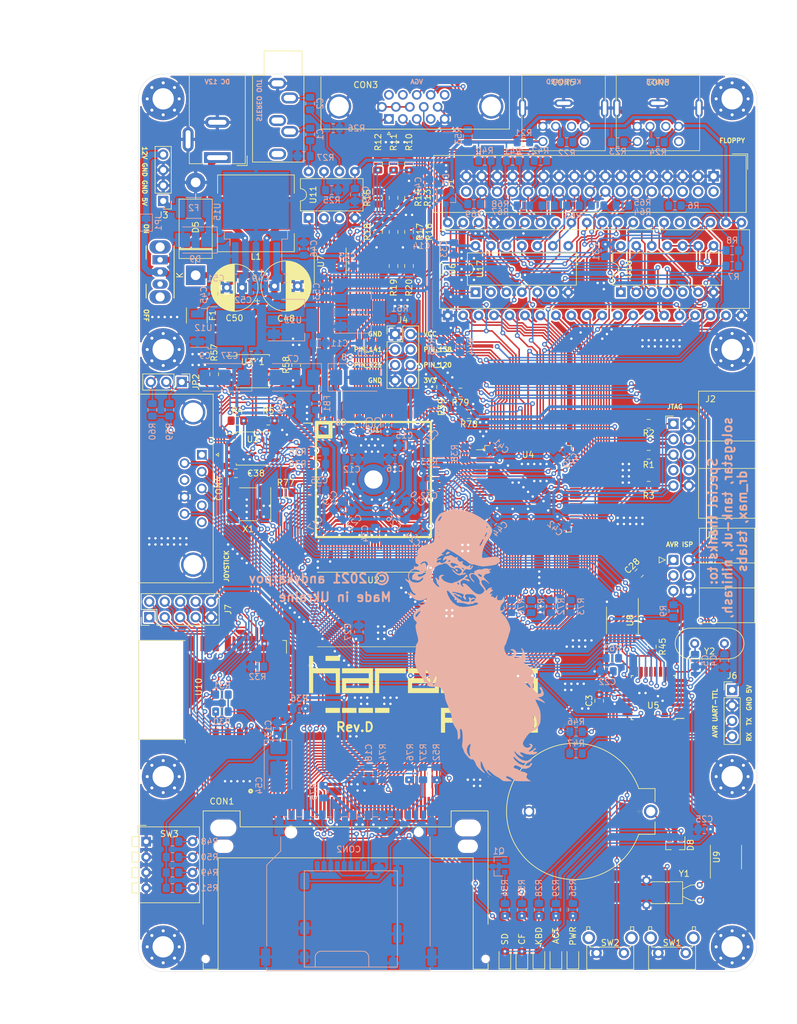
<source format=kicad_pcb>
(kicad_pcb (version 20171130) (host pcbnew 5.1.9-73d0e3b20d~88~ubuntu20.04.1)
  (layers (0 F.Cu signal) (31 B.Cu signal) (34 B.Paste user) (35 F.Paste user) (36 B.SilkS user) (37 F.SilkS user) (38 B.Mask user) (39 F.Mask user) (44 Edge.Cuts user))
  (net 0 "")
  (net 1 "Net-(CON1-Pad25)")
  (net 2 "Net-(CON1-Pad24)")
  (net 3 "Net-(CON1-Pad46)")
  (net 4 "Net-(CON1-Pad43)")
  (net 5 "Net-(CON1-Pad42)")
  (net 6 "Net-(CON1-Pad40)")
  (net 7 "Net-(CON1-Pad37)")
  (net 8 "Net-(CON1-Pad36)")
  (net 9 "Net-(CON1-Pad33)")
  (net 10 "Net-(CON1-Pad26)")
  (net 11 "Net-(CON2-Pad9)")
  (net 12 "Net-(CON3-Pad15)")
  (net 13 "Net-(CON3-Pad12)")
  (net 14 "Net-(CON3-Pad11)")
  (net 15 "Net-(CON3-Pad9)")
  (net 16 "Net-(CON3-Pad4)")
  (net 17 "Net-(CON4-Pad7)")
  (net 18 "Net-(CON4-Pad5)")
  (net 19 "Net-(CON5-Pad2)")
  (net 20 "Net-(CON5-Pad6)")
  (net 21 "Net-(CON6-Pad2)")
  (net 22 "Net-(CON6-Pad6)")
  (net 23 "Net-(J1-Pad34)")
  (net 24 "Net-(J1-Pad14)")
  (net 25 "Net-(J1-Pad6)")
  (net 26 "Net-(J1-Pad4)")
  (net 27 "Net-(J1-Pad2)")
  (net 28 "Net-(BT1-Pad1)")
  (net 29 "Net-(J2-Pad8)")
  (net 30 "Net-(J2-Pad7)")
  (net 31 "Net-(J2-Pad6)")
  (net 32 GND)
  (net 33 VCC3_3)
  (net 34 VCC1_2)
  (net 35 VCC2_5)
  (net 36 /CONF_DONE)
  (net 37 /CLK_50MHZ)
  (net 38 /TDO)
  (net 39 /TMS)
  (net 40 /TCK)
  (net 41 /TDI)
  (net 42 /NCONFIG)
  (net 43 /DATA0)
  (net 44 /DCLK)
  (net 45 /NSTATUS)
  (net 46 /NCSO)
  (net 47 /ASDO)
  (net 48 /MA16)
  (net 49 /MA20)
  (net 50 /MD7)
  (net 51 /MD6)
  (net 52 /MD5)
  (net 53 /MD4)
  (net 54 /MD3)
  (net 55 /MD2)
  (net 56 /MD1)
  (net 57 /MD0)
  (net 58 /MA1)
  (net 59 /MA2)
  (net 60 /MA3)
  (net 61 /MA4)
  (net 62 /MA5)
  (net 63 /MA6)
  (net 64 /MA7)
  (net 65 /MA17)
  (net 66 /MA18)
  (net 67 /MA19)
  (net 68 /MA8)
  (net 69 /MA9)
  (net 70 /MA10)
  (net 71 /MA11)
  (net 72 /MA12)
  (net 73 /MA13)
  (net 74 /MA14)
  (net 75 /MA0)
  (net 76 /MA15)
  (net 77 /~MWR)
  (net 78 /~MRD)
  (net 79 "Net-(R4-Pad1)")
  (net 80 "Net-(R5-Pad1)")
  (net 81 "Net-(CON2-Pad11)")
  (net 82 "Net-(CON2-Pad8)")
  (net 83 /FDC_SIDE)
  (net 84 /~FDC_WPRT)
  (net 85 /~FDC_TR00)
  (net 86 /~FDC_WGATE)
  (net 87 /~FDC_WDATA)
  (net 88 /~FDC_STEP)
  (net 89 /~FDC_DIR)
  (net 90 /~FDC_MOTOR)
  (net 91 /~FDC_DRIVE1)
  (net 92 /~FDC_DRIVE0)
  (net 93 /~FDC_INDEX)
  (net 94 VCC)
  (net 95 "Net-(R7-Pad2)")
  (net 96 /FDC_IP)
  (net 97 /FDC_INTRQ)
  (net 98 /FDC_DRQ)
  (net 99 /FDC_SR)
  (net 100 /FDC_SL)
  (net 101 /FDC_DIR)
  (net 102 /FDC_STEP)
  (net 103 /D7)
  (net 104 /FDC_WF_DE)
  (net 105 /D6)
  (net 106 /FDC_RDY)
  (net 107 /D5)
  (net 108 /FDC_WD)
  (net 109 /D4)
  (net 110 /FDC_WGATE)
  (net 111 /D3)
  (net 112 /FDC_TR43)
  (net 113 /D2)
  (net 114 /D1)
  (net 115 /~FDC_RAWR)
  (net 116 /D0)
  (net 117 /FDC_A1)
  (net 118 /FDC_A0)
  (net 119 /~RD)
  (net 120 /~WR)
  (net 121 /~FDC_SIDE)
  (net 122 /FDC_DS1)
  (net 123 /FDC_DS0)
  (net 124 /~FDC_CS)
  (net 125 /~FDC_RDATA)
  (net 126 /~FDC_RST)
  (net 127 /FDC_RCLK)
  (net 128 /FDC_CLK)
  (net 129 /FDC_HLT)
  (net 130 /~SD_CS)
  (net 131 /SND_BS)
  (net 132 /SND_WS)
  (net 133 /SND_DAT)
  (net 134 /VGA_B2)
  (net 135 /VGA_B1)
  (net 136 /VGA_B0)
  (net 137 /VGA_G2)
  (net 138 /VGA_G1)
  (net 139 /VGA_G0)
  (net 140 /VGA_R2)
  (net 141 /VGA_R1)
  (net 142 /VGA_R0)
  (net 143 /VGA_VS)
  (net 144 /VGA_HS)
  (net 145 /WD10)
  (net 146 /WD9)
  (net 147 /WD8)
  (net 148 /~WRESET)
  (net 149 /~WWR)
  (net 150 /~WRD)
  (net 151 /WD15)
  (net 152 /WD14)
  (net 153 /WD13)
  (net 154 /WD12)
  (net 155 /WD11)
  (net 156 /WD2)
  (net 157 /WD1)
  (net 158 /WD0)
  (net 159 /WA0)
  (net 160 /WA1)
  (net 161 /WA2)
  (net 162 /~WCS1)
  (net 163 /WD7)
  (net 164 /WD6)
  (net 165 /WD5)
  (net 166 /WD4)
  (net 167 /WD3)
  (net 168 /UART_RX)
  (net 169 /UART_TX)
  (net 170 /UART_CTS)
  (net 171 /LAVR_MOSI)
  (net 172 /LAVR_SCK)
  (net 173 /~LAVR_CS)
  (net 174 /LAVR_MISO)
  (net 175 /LSND_DAT)
  (net 176 /LSND_WS)
  (net 177 /LSND_BS)
  (net 178 /~WCS0)
  (net 179 /CPLD_CLK2)
  (net 180 /CPLD_CLK)
  (net 181 /SD15)
  (net 182 /SD14)
  (net 183 /SD13)
  (net 184 /SD12)
  (net 185 /SD11)
  (net 186 /SD10)
  (net 187 /SD9)
  (net 188 /SD8)
  (net 189 /SD7)
  (net 190 /SD6)
  (net 191 /SD5)
  (net 192 /SD4)
  (net 193 /SD3)
  (net 194 /SD2)
  (net 195 /SD1)
  (net 196 /SD0)
  (net 197 /SA1)
  (net 198 /SA0)
  (net 199 /SDIR)
  (net 200 /~RESET)
  (net 201 "Net-(U9-Pad2)")
  (net 202 "Net-(U10-Pad9)")
  (net 203 /AVR_MOSI)
  (net 204 /AVR_SCK)
  (net 205 /~AVR_CS)
  (net 206 /AVR_MISO)
  (net 207 /SND_R)
  (net 208 "Net-(C1-Pad1)")
  (net 209 /SND_L)
  (net 210 "Net-(R25-Pad1)")
  (net 211 "Net-(C2-Pad1)")
  (net 212 "Net-(U2-Pad10)")
  (net 213 /I2C_SCL)
  (net 214 /I2C_SDA)
  (net 215 /VS)
  (net 216 /HS)
  (net 217 /B)
  (net 218 /G)
  (net 219 /R)
  (net 220 /PS2_KB_DATA)
  (net 221 /PS2_KB_CLK)
  (net 222 /PS2_MS_DATA)
  (net 223 /PS2_MS_CLK)
  (net 224 "Net-(C3-Pad2)")
  (net 225 /AVR_XT1)
  (net 226 /AVR_XT2)
  (net 227 /~AVR_RESET)
  (net 228 /AVR_TX)
  (net 229 /AVR_RX)
  (net 230 /LED1)
  (net 231 /LED2)
  (net 232 /BTN2)
  (net 233 /BTN1)
  (net 234 /JOY_RIGHT)
  (net 235 /JOY_LEFT)
  (net 236 /JOY_DOWN)
  (net 237 /JOY_UP)
  (net 238 /JOY_FIRE2)
  (net 239 /JOY_FIRE1)
  (net 240 /TDI1)
  (net 241 "Net-(D1-Pad2)")
  (net 242 "Net-(D2-Pad2)")
  (net 243 "Net-(R30-Pad1)")
  (net 244 "Net-(R31-Pad1)")
  (net 245 "Net-(R32-Pad2)")
  (net 246 "Net-(U1-Pad86)")
  (net 247 "Net-(U2-Pad43)")
  (net 248 "Net-(U2-Pad41)")
  (net 249 "Net-(U2-Pad39)")
  (net 250 "Net-(U2-Pad36)")
  (net 251 "Net-(U2-Pad34)")
  (net 252 "Net-(U2-Pad32)")
  (net 253 "Net-(U2-Pad30)")
  (net 254 "Net-(U2-Pad15)")
  (net 255 "Net-(U2-Pad14)")
  (net 256 "Net-(U2-Pad13)")
  (net 257 /FDC_WDATA)
  (net 258 "Net-(U6-Pad25)")
  (net 259 "Net-(U7-Pad9)")
  (net 260 "Net-(U7-Pad6)")
  (net 261 "Net-(U8-Pad9)")
  (net 262 "Net-(U8-Pad6)")
  (net 263 "Net-(U9-Pad7)")
  (net 264 "Net-(U9-Pad1)")
  (net 265 "Net-(U10-Pad14)")
  (net 266 "Net-(U10-Pad13)")
  (net 267 "Net-(U10-Pad12)")
  (net 268 "Net-(U10-Pad11)")
  (net 269 "Net-(U10-Pad10)")
  (net 270 /PIN_121)
  (net 271 /PIN_120)
  (net 272 /PIN_138)
  (net 273 /PIN_141)
  (net 274 /~SW1)
  (net 275 /~SW3)
  (net 276 /~SW2)
  (net 277 /~SW4)
  (net 278 "Net-(D3-Pad3)")
  (net 279 +12V)
  (net 280 /~SD_DET)
  (net 281 "Net-(CON8-Pad1)")
  (net 282 "Net-(D5-Pad1)")
  (net 283 "Net-(D7-Pad2)")
  (net 284 "Net-(J3-Pad4)")
  (net 285 "Net-(D4-Pad1)")
  (net 286 "Net-(D6-Pad1)")
  (net 287 "Net-(Q1-Pad2)")
  (net 288 /SD_DI)
  (net 289 /NCSO2)
  (net 290 /NCSO1)
  (net 291 "Net-(R57-Pad1)")
  (net 292 "Net-(R58-Pad1)")
  (net 293 /ESP_GPIO5)
  (net 294 /ESP_GPIO4)
  (net 295 /ESP_GPIO0)
  (net 296 /ESP_GPIO2)
  (net 297 /ESP_GPIO12)
  (net 298 /ESP_GPIO14)
  (net 299 /ESP_GPIO16)
  (net 300 /ESP_ADC)
  (net 301 /LFDC_STEP)
  (net 302 "Net-(C11-Pad1)")
  (net 303 /~LWCS0)
  (net 304 /~LWCS1)
  (net 305 /~LWRD)
  (net 306 /~LWWR)
  (net 307 "Net-(CON1-Pad44)")
  (net 308 "Net-(CON4-Pad4)")
  (net 309 "Net-(R77-Pad1)")
  (net 310 "Net-(R78-Pad1)")
  (net 311 "Net-(R79-Pad1)")
  (net 312 "Net-(D8-Pad3)")
  (net 313 /LED_BUSY)
  (net 314 "Net-(F1-Pad1)")
  (net 315 "Net-(F2-Pad1)")
  (module footprints:CP_EIA-7343-31_Kemet-D-uni (layer B.Cu) (at 121.9835 139.1285 270)
    (fp_text reference C54 (at 3.048 3.1 270) (layer B.SilkS) (effects (justify mirror)))
    (fp_text value 10uF)
    (pad 1 smd roundrect (at -3.1125 0 270) (size 2.075 2.55) (layers B.Cu B.Paste B.Mask) (roundrect_rratio 0.1204819277108434) (net 33 VCC3_3))
    (pad 2 smd roundrect (at 1.6 0 270) (size 5.075 2.55) (layers B.Cu B.Paste B.Mask) (roundrect_rratio 0.12) (net 32 GND))
  )
  (module Fuse:Fuse_1812_4532Metric_Castellated (layer B.Cu) (at 108.1405 47.371)
    (fp_text reference F2 (at 0 0) (layer B.SilkS) (effects (justify mirror)))
    (fp_text value Polyfuse_Small)
    (pad 2 smd roundrect (at 2.1625 0) (size 1.475 3.3) (layers B.Cu B.Paste B.Mask) (roundrect_rratio 0.1694915254237288) (net 94 VCC))
    (pad 1 smd roundrect (at -2.1625 0) (size 1.475 3.3) (layers B.Cu B.Paste B.Mask) (roundrect_rratio 0.1694915254237288) (net 315 "Net-(F2-Pad1)"))
  )
  (module Fuse:Fuse_1812_4532Metric_Castellated (layer F.Cu) (at 108.6485 65.024 270)
    (fp_text reference F1 (at 0 -2.6 90) (layer F.SilkS))
    (fp_text value Polyfuse_Small)
    (pad 2 smd roundrect (at 2.1625 0 270) (size 1.475 3.3) (layers F.Cu F.Paste F.Mask) (roundrect_rratio 0.1694915254237288) (net 279 +12V))
    (pad 1 smd roundrect (at -2.1625 0 270) (size 1.475 3.3) (layers F.Cu F.Paste F.Mask) (roundrect_rratio 0.1694915254237288) (net 314 "Net-(F1-Pad1)"))
  )
  (module Diode_SMD:D_SMB (layer B.Cu) (at 108.458 52.6415 180)
    (fp_text reference D9 (at 0.0635 -3.1115) (layer B.SilkS) (effects (justify mirror)))
    (fp_text value SM6T6V8A)
    (pad 2 smd rect (at 2.15 0 180) (size 2.5 2.3) (layers B.Cu B.Paste B.Mask) (net 32 GND))
    (pad 1 smd rect (at -2.15 0 180) (size 2.5 2.3) (layers B.Cu B.Paste B.Mask) (net 94 VCC))
  )
  (module Package_TO_SOT_SMD:SOT-23 (layer F.Cu) (at 187.2615 151.9555 270)
    (fp_text reference D8 (at 0 -2.5 90) (layer F.SilkS))
    (fp_text value BAT54C)
    (pad 3 smd rect (at 1 0 270) (size 0.9 0.8) (layers F.Cu F.Paste F.Mask) (net 312 "Net-(D8-Pad3)"))
    (pad 2 smd rect (at -1 0.95 270) (size 0.9 0.8) (layers F.Cu F.Paste F.Mask) (net 28 "Net-(BT1-Pad1)"))
    (pad 1 smd rect (at -1 -0.95 270) (size 0.9 0.8) (layers F.Cu F.Paste F.Mask) (net 33 VCC3_3))
  )
  (module footprints:BAT_BS-7-BLUE (layer F.Cu) (at 173.228 146.431)
    (fp_text reference BT1 (at -2.97 -13.7112) (layer F.SilkS) (effects (font (size 1.12 1.12) (thickness 0.015))))
    (fp_text value 3V)
    (fp_text user + (at 8.0645 -0.0635) (layer F.SilkS) (effects (font (size 1.12 1.12) (thickness 0.015))))
    (fp_text user + (at 11.474 0) (layer F.SilkS) (effects (font (size 1.12 1.12) (thickness 0.015))))
    (pad 1 thru_hole circle (at 10 0) (size 2.25 2.25) (drill 1.5) (layers *.Cu *.Mask) (net 28 "Net-(BT1-Pad1)"))
    (pad 2 thru_hole circle (at -10 0) (size 1.755 1.755) (drill 1.17) (layers *.Cu *.Mask) (net 32 GND))
  )
  (module footprints:SD_TE_2041021-mod (layer B.Cu) (at 133.604 159.004 180)
    (fp_text reference CON2 (at 0 6.35 180) (layer B.SilkS) (effects (justify mirror)))
    (fp_text value SD)
    (pad 1 smd rect (at 6.875 11.975 180) (size 1 1.5) (layers B.Cu B.Paste B.Mask) (net 130 /~SD_CS))
    (pad 2 smd rect (at 4.375 11.975 180) (size 1 1.5) (layers B.Cu B.Paste B.Mask) (net 288 /SD_DI))
    (pad 3 smd rect (at 1.875 11.975 180) (size 1 1.5) (layers B.Cu B.Paste B.Mask) (net 32 GND))
    (pad 4 smd rect (at -0.625 11.975 180) (size 1 1.5) (layers B.Cu B.Paste B.Mask) (net 33 VCC3_3))
    (pad 5 smd rect (at -3.125 11.975 180) (size 1 1.5) (layers B.Cu B.Paste B.Mask) (net 44 /DCLK))
    (pad 6 smd rect (at -5.625 11.975 180) (size 1 1.5) (layers B.Cu B.Paste B.Mask) (net 32 GND))
    (pad 7 smd rect (at -8.055 11.975 180) (size 1 1.5) (layers B.Cu B.Paste B.Mask) (net 43 /DATA0))
    (pad 8 smd rect (at -9.755 11.975 180) (size 1 1.5) (layers B.Cu B.Paste B.Mask) (net 82 "Net-(CON2-Pad8)"))
    (pad 9 smd rect (at 9.375 11.975 180) (size 1 1.5) (layers B.Cu B.Paste B.Mask) (net 11 "Net-(CON2-Pad9)"))
    (pad 10 smd rect (at -11.055 11.975 180) (size 0.7 1.5) (layers B.Cu B.Paste B.Mask) (net 280 /~SD_DET))
    (pad 11 smd rect (at -12.255 11.975 180) (size 0.7 1.5) (layers B.Cu B.Paste B.Mask) (net 81 "Net-(CON2-Pad11)"))
    (pad "" np_thru_hole circle (at 9.5 9.175 180) (size 1.6 1.6) (drill 1.6) (layers *.Cu *.Mask))
    (pad "" np_thru_hole circle (at -11.5 9.175 180) (size 1.1 1.1) (drill 1.1) (layers *.Cu *.Mask))
    (pad 12 smd rect (at 11.45 10.175 180) (size 1.5 2.8) (layers B.Cu B.Paste B.Mask) (net 32 GND))
    (pad 13 smd rect (at 13.65 -11.325 180) (size 1.5 2.8) (layers B.Cu B.Paste B.Mask) (net 32 GND))
    (pad 13 smd rect (at -13.65 -11.325 180) (size 1.5 2.8) (layers B.Cu B.Paste B.Mask) (net 32 GND))
    (pad 12 smd rect (at -13.65 10.175 180) (size 1.5 2.8) (layers B.Cu B.Paste B.Mask) (net 32 GND))
  )
  (module Capacitor_SMD:C_0805_2012Metric_Pad1.15x1.40mm_HandSolder (layer B.Cu) (at 129.9845 61.0235 90)
    (fp_text reference C53 (at -0.0635 -1.651 90) (layer B.SilkS) (effects (justify mirror)))
    (fp_text value 100n)
    (pad 2 smd roundrect (at 1.025 0 90) (size 1.15 1.4) (layers B.Cu B.Paste B.Mask) (roundrect_rratio 0.2173904347826087) (net 32 GND))
    (pad 1 smd roundrect (at -1.025 0 90) (size 1.15 1.4) (layers B.Cu B.Paste B.Mask) (roundrect_rratio 0.2173904347826087) (net 94 VCC))
  )
  (module Capacitor_SMD:C_0805_2012Metric_Pad1.15x1.40mm_HandSolder (layer B.Cu) (at 118.6815 61.2775 90)
    (fp_text reference C52 (at -1.2065 -2.413 180) (layer B.SilkS) (effects (justify mirror)))
    (fp_text value 100n)
    (pad 2 smd roundrect (at 1.025 0 90) (size 1.15 1.4) (layers B.Cu B.Paste B.Mask) (roundrect_rratio 0.2173904347826087) (net 32 GND))
    (pad 1 smd roundrect (at -1.025 0 90) (size 1.15 1.4) (layers B.Cu B.Paste B.Mask) (roundrect_rratio 0.2173904347826087) (net 94 VCC))
  )
  (module Capacitor_SMD:C_0805_2012Metric_Pad1.15x1.40mm_HandSolder (layer B.Cu) (at 111.379 61.468 90)
    (fp_text reference C45 (at -0.1905 -1.5875 90) (layer B.SilkS) (effects (justify mirror)))
    (fp_text value 100n)
    (pad 2 smd roundrect (at 1.025 0 90) (size 1.15 1.4) (layers B.Cu B.Paste B.Mask) (roundrect_rratio 0.2173904347826087) (net 32 GND))
    (pad 1 smd roundrect (at -1.025 0 90) (size 1.15 1.4) (layers B.Cu B.Paste B.Mask) (roundrect_rratio 0.2173904347826087) (net 94 VCC))
  )
  (module Resistor_SMD:R_0805_2012Metric_Pad1.15x1.40mm_HandSolder (layer F.Cu) (at 151.9555 77.6605 180)
    (fp_text reference R79 (at 0 -1.65) (layer F.SilkS))
    (fp_text value 27)
    (pad 2 smd roundrect (at 1.025 0 180) (size 1.15 1.4) (layers F.Cu F.Paste F.Mask) (roundrect_rratio 0.2173904347826087) (net 180 /CPLD_CLK))
    (pad 1 smd roundrect (at -1.025 0 180) (size 1.15 1.4) (layers F.Cu F.Paste F.Mask) (roundrect_rratio 0.2173904347826087) (net 311 "Net-(R79-Pad1)"))
  )
  (module Resistor_SMD:R_0805_2012Metric_Pad1.15x1.40mm_HandSolder (layer F.Cu) (at 153.3525 81.2165 180)
    (fp_text reference R78 (at 0 -1.65) (layer F.SilkS))
    (fp_text value 27)
    (pad 2 smd roundrect (at 1.025 0 180) (size 1.15 1.4) (layers F.Cu F.Paste F.Mask) (roundrect_rratio 0.2173904347826087) (net 179 /CPLD_CLK2))
    (pad 1 smd roundrect (at -1.025 0 180) (size 1.15 1.4) (layers F.Cu F.Paste F.Mask) (roundrect_rratio 0.2173904347826087) (net 310 "Net-(R78-Pad1)"))
  )
  (module Resistor_SMD:R_0805_2012Metric_Pad1.15x1.40mm_HandSolder (layer F.Cu) (at 123.2535 94.107)
    (fp_text reference R77 (at 0 -1.65) (layer F.SilkS))
    (fp_text value 27)
    (pad 2 smd roundrect (at 1.025 0) (size 1.15 1.4) (layers F.Cu F.Paste F.Mask) (roundrect_rratio 0.2173904347826087) (net 37 /CLK_50MHZ))
    (pad 1 smd roundrect (at -1.025 0) (size 1.15 1.4) (layers F.Cu F.Paste F.Mask) (roundrect_rratio 0.2173904347826087) (net 309 "Net-(R77-Pad1)"))
  )
  (module Resistor_SMD:R_0805_2012Metric_Pad1.15x1.40mm_HandSolder (layer B.Cu) (at 176.911 121.285 180)
    (fp_text reference R63 (at 0 1.65) (layer B.SilkS) (effects (justify mirror)))
    (fp_text value 100)
    (pad 2 smd roundrect (at 1.025 0 180) (size 1.15 1.4) (layers B.Cu B.Paste B.Mask) (roundrect_rratio 0.2173904347826087) (net 308 "Net-(CON4-Pad4)"))
    (pad 1 smd roundrect (at -1.025 0 180) (size 1.15 1.4) (layers B.Cu B.Paste B.Mask) (roundrect_rratio 0.2173904347826087) (net 234 /JOY_RIGHT))
  )
  (module Symbol:OSHW-Logo2_7.3x6mm_Copper (layer F.Cu) (at 152.7175 108.077)
    (fp_text reference REF** hide)
    (fp_text value OSHW-Logo2_7.3x6mm_Copper hide)
    (fp_poly (pts (xy -2.400256 1.919918) (xy -2.344799 1.947568) (xy -2.295852 1.99848) (xy -2.282371 2.017338) (xy -2.267686 2.042015) (xy -2.258158 2.068816) (xy -2.252707 2.104587) (xy -2.250253 2.156169) (xy -2.249714 2.224267) (xy -2.252148 2.317588) (xy -2.260606 2.387657) (xy -2.276826 2.439931) (xy -2.302546 2.479869) (xy -2.339503 2.512929) (xy -2.342218 2.514886) (xy -2.37864 2.534908) (xy -2.422498 2.544815) (xy -2.478276 2.547257) (xy -2.568952 2.547257) (xy -2.56899 2.635283) (xy -2.569834 2.684308) (xy -2.574976 2.713065) (xy -2.588413 2.730311) (xy -2.614142 2.744808) (xy -2.620321 2.747769) (xy -2.649236 2.761648) (xy -2.671624 2.770414) (xy -2.688271 2.771171) (xy -2.699964 2.761023) (xy -2.70749 2.737073) (xy -2.711634 2.696426) (xy -2.713185 2.636186) (xy -2.712929 2.553455) (xy -2.711651 2.445339) (xy -2.711252 2.413) (xy -2.709815 2.301524) (xy -2.708528 2.228603) (xy -2.569029 2.228603) (xy -2.568245 2.290499) (xy -2.56476 2.330997) (xy -2.556876 2.357708) (xy -2.542895 2.378244) (xy -2.533403 2.38826) (xy -2.494596 2.417567) (xy -2.460237 2.419952) (xy -2.424784 2.39575) (xy -2.423886 2.394857) (xy -2.409461 2.376153) (xy -2.400687 2.350732) (xy -2.396261 2.311584) (xy -2.394882 2.251697) (xy -2.394857 2.23843) (xy -2.398188 2.155901) (xy -2.409031 2.098691) (xy -2.42866 2.063766) (xy -2.45835 2.048094) (xy -2.475509 2.046514) (xy -2.516234 2.053926) (xy -2.544168 2.07833) (xy -2.560983 2.12298) (xy -2.56835 2.19113) (xy -2.569029 2.228603) (xy -2.708528 2.228603) (xy -2.708292 2.215245) (xy -2.706323 2.150333) (xy -2.70355 2.102958) (xy -2.699612 2.06929) (xy -2.694151 2.045498) (xy -2.686808 2.027753) (xy -2.677223 2.012224) (xy -2.673113 2.006381) (xy -2.618595 1.951185) (xy -2.549664 1.91989) (xy -2.469928 1.911165) (xy -2.400256 1.919918)) (layer F.Cu) (width 0.01))
    (fp_poly (pts (xy -1.283907 1.92778) (xy -1.237328 1.954723) (xy -1.204943 1.981466) (xy -1.181258 2.009484) (xy -1.164941 2.043748) (xy -1.154661 2.089227) (xy -1.149086 2.150892) (xy -1.146884 2.233711) (xy -1.146629 2.293246) (xy -1.146629 2.512391) (xy -1.208314 2.540044) (xy -1.27 2.567697) (xy -1.277257 2.32767) (xy -1.280256 2.238028) (xy -1.283402 2.172962) (xy -1.287299 2.128026) (xy -1.292553 2.09877) (xy -1.299769 2.080748) (xy -1.30955 2.069511) (xy -1.312688 2.067079) (xy -1.360239 2.048083) (xy -1.408303 2.0556) (xy -1.436914 2.075543) (xy -1.448553 2.089675) (xy -1.456609 2.10822) (xy -1.461729 2.136334) (xy -1.464559 2.179173) (xy -1.465744 2.241895) (xy -1.465943 2.307261) (xy -1.465982 2.389268) (xy -1.467386 2.447316) (xy -1.472086 2.486465) (xy -1.482013 2.51178) (xy -1.499097 2.528323) (xy -1.525268 2.541156) (xy -1.560225 2.554491) (xy -1.598404 2.569007) (xy -1.593859 2.311389) (xy -1.592029 2.218519) (xy -1.589888 2.149889) (xy -1.586819 2.100711) (xy -1.582206 2.066198) (xy -1.575432 2.041562) (xy -1.565881 2.022016) (xy -1.554366 2.00477) (xy -1.49881 1.94968) (xy -1.43102 1.917822) (xy -1.357287 1.910191) (xy -1.283907 1.92778)) (layer F.Cu) (width 0.01))
    (fp_poly (pts (xy -2.958885 1.921962) (xy -2.890855 1.957733) (xy -2.840649 2.015301) (xy -2.822815 2.052312) (xy -2.808937 2.107882) (xy -2.801833 2.178096) (xy -2.80116 2.254727) (xy -2.806573 2.329552) (xy -2.81773 2.394342) (xy -2.834286 2.440873) (xy -2.839374 2.448887) (xy -2.899645 2.508707) (xy -2.971231 2.544535) (xy -3.048908 2.55502) (xy -3.127452 2.53881) (xy -3.149311 2.529092) (xy -3.191878 2.499143) (xy -3.229237 2.459433) (xy -3.232768 2.454397) (xy -3.247119 2.430124) (xy -3.256606 2.404178) (xy -3.26221 2.370022) (xy -3.264914 2.321119) (xy -3.265701 2.250935) (xy -3.265714 2.2352) (xy -3.265678 2.230192) (xy -3.120571 2.230192) (xy -3.119727 2.29643) (xy -3.116404 2.340386) (xy -3.109417 2.368779) (xy -3.097584 2.388325) (xy -3.091543 2.394857) (xy -3.056814 2.41968) (xy -3.023097 2.418548) (xy -2.989005 2.397016) (xy -2.968671 2.374029) (xy -2.956629 2.340478) (xy -2.949866 2.287569) (xy -2.949402 2.281399) (xy -2.948248 2.185513) (xy -2.960312 2.114299) (xy -2.98543 2.068194) (xy -3.02344 2.047635) (xy -3.037008 2.046514) (xy -3.072636 2.052152) (xy -3.097006 2.071686) (xy -3.111907 2.109042) (xy -3.119125 2.16815) (xy -3.120571 2.230192) (xy -3.265678 2.230192) (xy -3.265174 2.160413) (xy -3.262904 2.108159) (xy -3.257932 2.071949) (xy -3.249287 2.045299) (xy -3.235995 2.021722) (xy -3.233057 2.017338) (xy -3.183687 1.958249) (xy -3.129891 1.923947) (xy -3.064398 1.910331) (xy -3.042158 1.909665) (xy -2.958885 1.921962)) (layer F.Cu) (width 0.01))
    (fp_poly (pts (xy -1.831697 1.931239) (xy -1.774473 1.969735) (xy -1.730251 2.025335) (xy -1.703833 2.096086) (xy -1.69849 2.148162) (xy -1.699097 2.169893) (xy -1.704178 2.186531) (xy -1.718145 2.201437) (xy -1.745411 2.217973) (xy -1.790388 2.239498) (xy -1.857489 2.269374) (xy -1.857829 2.269524) (xy -1.919593 2.297813) (xy -1.970241 2.322933) (xy -2.004596 2.342179) (xy -2.017482 2.352848) (xy -2.017486 2.352934) (xy -2.006128 2.376166) (xy -1.979569 2.401774) (xy -1.949077 2.420221) (xy -1.93363 2.423886) (xy -1.891485 2.411212) (xy -1.855192 2.379471) (xy -1.837483 2.344572) (xy -1.820448 2.318845) (xy -1.787078 2.289546) (xy -1.747851 2.264235) (xy -1.713244 2.250471) (xy -1.706007 2.249714) (xy -1.697861 2.26216) (xy -1.69737 2.293972) (xy -1.703357 2.336866) (xy -1.714643 2.382558) (xy -1.73005 2.422761) (xy -1.730829 2.424322) (xy -1.777196 2.489062) (xy -1.837289 2.533097) (xy -1.905535 2.554711) (xy -1.976362 2.552185) (xy -2.044196 2.523804) (xy -2.047212 2.521808) (xy -2.100573 2.473448) (xy -2.13566 2.410352) (xy -2.155078 2.327387) (xy -2.157684 2.304078) (xy -2.162299 2.194055) (xy -2.156767 2.142748) (xy -2.017486 2.142748) (xy -2.015676 2.174753) (xy -2.005778 2.184093) (xy -1.981102 2.177105) (xy -1.942205 2.160587) (xy -1.898725 2.139881) (xy -1.897644 2.139333) (xy -1.860791 2.119949) (xy -1.846 2.107013) (xy -1.849647 2.093451) (xy -1.865005 2.075632) (xy -1.904077 2.049845) (xy -1.946154 2.04795) (xy -1.983897 2.066717) (xy -2.009966 2.102915) (xy -2.017486 2.142748) (xy -2.156767 2.142748) (xy -2.152806 2.106027) (xy -2.12845 2.036212) (xy -2.094544 1.987302) (xy -2.033347 1.937878) (xy -1.965937 1.913359) (xy -1.89712 1.911797) (xy -1.831697 1.931239)) (layer F.Cu) (width 0.01))
    (fp_poly (pts (xy -0.624114 1.851289) (xy -0.619861 1.910613) (xy -0.614975 1.945572) (xy -0.608205 1.96082) (xy -0.598298 1.961015) (xy -0.595086 1.959195) (xy -0.552356 1.946015) (xy -0.496773 1.946785) (xy -0.440263 1.960333) (xy -0.404918 1.977861) (xy -0.368679 2.005861) (xy -0.342187 2.037549) (xy -0.324001 2.077813) (xy -0.312678 2.131543) (xy -0.306778 2.203626) (xy -0.304857 2.298951) (xy -0.304823 2.317237) (xy -0.3048 2.522646) (xy -0.350509 2.53858) (xy -0.382973 2.54942) (xy -0.400785 2.554468) (xy -0.401309 2.554514) (xy -0.403063 2.540828) (xy -0.404556 2.503076) (xy -0.405674 2.446224) (xy -0.406303 2.375234) (xy -0.4064 2.332073) (xy -0.406602 2.246973) (xy -0.407642 2.185981) (xy -0.410169 2.144177) (xy -0.414836 2.116642) (xy -0.422293 2.098456) (xy -0.433189 2.084698) (xy -0.439993 2.078073) (xy -0.486728 2.051375) (xy -0.537728 2.049375) (xy -0.583999 2.071955) (xy -0.592556 2.080107) (xy -0.605107 2.095436) (xy -0.613812 2.113618) (xy -0.619369 2.139909) (xy -0.622474 2.179562) (xy -0.623824 2.237832) (xy -0.624114 2.318173) (xy -0.624114 2.522646) (xy -0.669823 2.53858) (xy -0.702287 2.54942) (xy -0.720099 2.554468) (xy -0.720623 2.554514) (xy -0.721963 2.540623) (xy -0.723172 2.501439) (xy -0.724199 2.4407) (xy -0.724998 2.362141) (xy -0.725519 2.269498) (xy -0.725714 2.166509) (xy -0.725714 1.769342) (xy -0.678543 1.749444) (xy -0.631371 1.729547) (xy -0.624114 1.851289)) (layer F.Cu) (width 0.01))
    (fp_poly (pts (xy 0.039744 1.950968) (xy 0.096616 1.972087) (xy 0.097267 1.972493) (xy 0.13244 1.99838) (xy 0.158407 2.028633) (xy 0.17667 2.068058) (xy 0.188732 2.121462) (xy 0.196096 2.193651) (xy 0.200264 2.289432) (xy 0.200629 2.303078) (xy 0.205876 2.508842) (xy 0.161716 2.531678) (xy 0.129763 2.54711) (xy 0.11047 2.554423) (xy 0.109578 2.554514) (xy 0.106239 2.541022) (xy 0.103587 2.504626) (xy 0.101956 2.451452) (xy 0.1016 2.408393) (xy 0.101592 2.338641) (xy 0.098403 2.294837) (xy 0.087288 2.273944) (xy 0.063501 2.272925) (xy 0.022296 2.288741) (xy -0.039914 2.317815) (xy -0.085659 2.341963) (xy -0.109187 2.362913) (xy -0.116104 2.385747) (xy -0.116114 2.386877) (xy -0.104701 2.426212) (xy -0.070908 2.447462) (xy -0.019191 2.450539) (xy 0.018061 2.450006) (xy 0.037703 2.460735) (xy 0.049952 2.486505) (xy 0.057002 2.519337) (xy 0.046842 2.537966) (xy 0.043017 2.540632) (xy 0.007001 2.55134) (xy -0.043434 2.552856) (xy -0.095374 2.545759) (xy -0.132178 2.532788) (xy -0.183062 2.489585) (xy -0.211986 2.429446) (xy -0.217714 2.382462) (xy -0.213343 2.340082) (xy -0.197525 2.305488) (xy -0.166203 2.274763) (xy -0.115322 2.24399) (xy -0.040824 2.209252) (xy -0.036286 2.207288) (xy 0.030821 2.176287) (xy 0.072232 2.150862) (xy 0.089981 2.128014) (xy 0.086107 2.104745) (xy 0.062643 2.078056) (xy 0.055627 2.071914) (xy 0.00863 2.0481) (xy -0.040067 2.049103) (xy -0.082478 2.072451) (xy -0.110616 2.115675) (xy -0.113231 2.12416) (xy -0.138692 2.165308) (xy -0.170999 2.185128) (xy -0.217714 2.20477) (xy -0.217714 2.15395) (xy -0.203504 2.080082) (xy -0.161325 2.012327) (xy -0.139376 1.989661) (xy -0.089483 1.960569) (xy -0.026033 1.9474) (xy 0.039744 1.950968)) (layer F.Cu) (width 0.01))
    (fp_poly (pts (xy 0.529926 1.949755) (xy 0.595858 1.974084) (xy 0.649273 2.017117) (xy 0.670164 2.047409) (xy 0.692939 2.102994) (xy 0.692466 2.143186) (xy 0.668562 2.170217) (xy 0.659717 2.174813) (xy 0.62153 2.189144) (xy 0.602028 2.185472) (xy 0.595422 2.161407) (xy 0.595086 2.148114) (xy 0.582992 2.09921) (xy 0.551471 2.064999) (xy 0.507659 2.048476) (xy 0.458695 2.052634) (xy 0.418894 2.074227) (xy 0.40545 2.086544) (xy 0.395921 2.101487) (xy 0.389485 2.124075) (xy 0.385317 2.159328) (xy 0.382597 2.212266) (xy 0.380502 2.287907) (xy 0.37996 2.311857) (xy 0.377981 2.39379) (xy 0.375731 2.451455) (xy 0.372357 2.489608) (xy 0.367006 2.513004) (xy 0.358824 2.526398) (xy 0.346959 2.534545) (xy 0.339362 2.538144) (xy 0.307102 2.550452) (xy 0.288111 2.554514) (xy 0.281836 2.540948) (xy 0.278006 2.499934) (xy 0.2766 2.430999) (xy 0.277598 2.333669) (xy 0.277908 2.318657) (xy 0.280101 2.229859) (xy 0.282693 2.165019) (xy 0.286382 2.119067) (xy 0.291864 2.086935) (xy 0.299835 2.063553) (xy 0.310993 2.043852) (xy 0.31683 2.03541) (xy 0.350296 1.998057) (xy 0.387727 1.969003) (xy 0.392309 1.966467) (xy 0.459426 1.946443) (xy 0.529926 1.949755)) (layer F.Cu) (width 0.01))
    (fp_poly (pts (xy 1.190117 2.065358) (xy 1.189933 2.173837) (xy 1.189219 2.257287) (xy 1.187675 2.319704) (xy 1.185001 2.365085) (xy 1.180894 2.397429) (xy 1.175055 2.420733) (xy 1.167182 2.438995) (xy 1.161221 2.449418) (xy 1.111855 2.505945) (xy 1.049264 2.541377) (xy 0.980013 2.55409) (xy 0.910668 2.542463) (xy 0.869375 2.521568) (xy 0.826025 2.485422) (xy 0.796481 2.441276) (xy 0.778655 2.383462) (xy 0.770463 2.306313) (xy 0.769302 2.249714) (xy 0.769458 2.245647) (xy 0.870857 2.245647) (xy 0.871476 2.31055) (xy 0.874314 2.353514) (xy 0.88084 2.381622) (xy 0.892523 2.401953) (xy 0.906483 2.417288) (xy 0.953365 2.44689) (xy 1.003701 2.449419) (xy 1.051276 2.424705) (xy 1.054979 2.421356) (xy 1.070783 2.403935) (xy 1.080693 2.383209) (xy 1.086058 2.352362) (xy 1.088228 2.304577) (xy 1.088571 2.251748) (xy 1.087827 2.185381) (xy 1.084748 2.141106) (xy 1.078061 2.112009) (xy 1.066496 2.091173) (xy 1.057013 2.080107) (xy 1.01296 2.052198) (xy 0.962224 2.048843) (xy 0.913796 2.070159) (xy 0.90445 2.078073) (xy 0.88854 2.095647) (xy 0.87861 2.116587) (xy 0.873278 2.147782) (xy 0.871163 2.196122) (xy 0.870857 2.245647) (xy 0.769458 2.245647) (xy 0.77281 2.158568) (xy 0.784726 2.090086) (xy 0.807135 2.0386) (xy 0.842124 1.998443) (xy 0.869375 1.977861) (xy 0.918907 1.955625) (xy 0.976316 1.945304) (xy 1.029682 1.948067) (xy 1.059543 1.959212) (xy 1.071261 1.962383) (xy 1.079037 1.950557) (xy 1.084465 1.918866) (xy 1.088571 1.870593) (xy 1.093067 1.816829) (xy 1.099313 1.784482) (xy 1.110676 1.765985) (xy 1.130528 1.75377) (xy 1.143 1.748362) (xy 1.190171 1.728601) (xy 1.190117 2.065358)) (layer F.Cu) (width 0.01))
    (fp_poly (pts (xy 1.779833 1.958663) (xy 1.782048 1.99685) (xy 1.783784 2.054886) (xy 1.784899 2.12818) (xy 1.785257 2.205055) (xy 1.785257 2.465196) (xy 1.739326 2.511127) (xy 1.707675 2.539429) (xy 1.67989 2.550893) (xy 1.641915 2.550168) (xy 1.62684 2.548321) (xy 1.579726 2.542948) (xy 1.540756 2.539869) (xy 1.531257 2.539585) (xy 1.499233 2.541445) (xy 1.453432 2.546114) (xy 1.435674 2.548321) (xy 1.392057 2.551735) (xy 1.362745 2.54432) (xy 1.33368 2.521427) (xy 1.323188 2.511127) (xy 1.277257 2.465196) (xy 1.277257 1.978602) (xy 1.314226 1.961758) (xy 1.346059 1.949282) (xy 1.364683 1.944914) (xy 1.369458 1.958718) (xy 1.373921 1.997286) (xy 1.377775 2.056356) (xy 1.380722 2.131663) (xy 1.382143 2.195286) (xy 1.386114 2.445657) (xy 1.420759 2.450556) (xy 1.452268 2.447131) (xy 1.467708 2.436041) (xy 1.472023 2.415308) (xy 1.475708 2.371145) (xy 1.478469 2.309146) (xy 1.480012 2.234909) (xy 1.480235 2.196706) (xy 1.480457 1.976783) (xy 1.526166 1.960849) (xy 1.558518 1.950015) (xy 1.576115 1.944962) (xy 1.576623 1.944914) (xy 1.578388 1.958648) (xy 1.580329 1.99673) (xy 1.582282 2.054482) (xy 1.584084 2.127227) (xy 1.585343 2.195286) (xy 1.589314 2.445657) (xy 1.6764 2.445657) (xy 1.680396 2.21724) (xy 1.684392 1.988822) (xy 1.726847 1.966868) (xy 1.758192 1.951793) (xy 1.776744 1.944951) (xy 1.777279 1.944914) (xy 1.779833 1.958663)) (layer F.Cu) (width 0.01))
    (fp_poly (pts (xy 2.144876 1.956335) (xy 2.186667 1.975344) (xy 2.219469 1.998378) (xy 2.243503 2.024133) (xy 2.260097 2.057358) (xy 2.270577 2.1028) (xy 2.276271 2.165207) (xy 2.278507 2.249327) (xy 2.278743 2.304721) (xy 2.278743 2.520826) (xy 2.241774 2.53767) (xy 2.212656 2.549981) (xy 2.198231 2.554514) (xy 2.195472 2.541025) (xy 2.193282 2.504653) (xy 2.191942 2.451542) (xy 2.191657 2.409372) (xy 2.190434 2.348447) (xy 2.187136 2.300115) (xy 2.182321 2.270518) (xy 2.178496 2.264229) (xy 2.152783 2.270652) (xy 2.112418 2.287125) (xy 2.065679 2.309458) (xy 2.020845 2.333457) (xy 1.986193 2.35493) (xy 1.970002 2.369685) (xy 1.969938 2.369845) (xy 1.97133 2.397152) (xy 1.983818 2.423219) (xy 2.005743 2.444392) (xy 2.037743 2.451474) (xy 2.065092 2.450649) (xy 2.103826 2.450042) (xy 2.124158 2.459116) (xy 2.136369 2.483092) (xy 2.137909 2.487613) (xy 2.143203 2.521806) (xy 2.129047 2.542568) (xy 2.092148 2.552462) (xy 2.052289 2.554292) (xy 1.980562 2.540727) (xy 1.943432 2.521355) (xy 1.897576 2.475845) (xy 1.873256 2.419983) (xy 1.871073 2.360957) (xy 1.891629 2.305953) (xy 1.922549 2.271486) (xy 1.95342 2.252189) (xy 2.001942 2.227759) (xy 2.058485 2.202985) (xy 2.06791 2.199199) (xy 2.130019 2.171791) (xy 2.165822 2.147634) (xy 2.177337 2.123619) (xy 2.16658 2.096635) (xy 2.148114 2.075543) (xy 2.104469 2.049572) (xy 2.056446 2.047624) (xy 2.012406 2.067637) (xy 1.980709 2.107551) (xy 1.976549 2.117848) (xy 1.952327 2.155724) (xy 1.916965 2.183842) (xy 1.872343 2.206917) (xy 1.872343 2.141485) (xy 1.874969 2.101506) (xy 1.88623 2.069997) (xy 1.911199 2.036378) (xy 1.935169 2.010484) (xy 1.972441 1.973817) (xy 2.001401 1.954121) (xy 2.032505 1.94622) (xy 2.067713 1.944914) (xy 2.144876 1.956335)) (layer F.Cu) (width 0.01))
    (fp_poly (pts (xy 2.6526 1.958752) (xy 2.669948 1.966334) (xy 2.711356 1.999128) (xy 2.746765 2.046547) (xy 2.768664 2.097151) (xy 2.772229 2.122098) (xy 2.760279 2.156927) (xy 2.734067 2.175357) (xy 2.705964 2.186516) (xy 2.693095 2.188572) (xy 2.686829 2.173649) (xy 2.674456 2.141175) (xy 2.669028 2.126502) (xy 2.63859 2.075744) (xy 2.59452 2.050427) (xy 2.53801 2.051206) (xy 2.533825 2.052203) (xy 2.503655 2.066507) (xy 2.481476 2.094393) (xy 2.466327 2.139287) (xy 2.45725 2.204615) (xy 2.453286 2.293804) (xy 2.452914 2.341261) (xy 2.45273 2.416071) (xy 2.451522 2.467069) (xy 2.448309 2.499471) (xy 2.442109 2.518495) (xy 2.43194 2.529356) (xy 2.416819 2.537272) (xy 2.415946 2.53767) (xy 2.386828 2.549981) (xy 2.372403 2.554514) (xy 2.370186 2.540809) (xy 2.368289 2.502925) (xy 2.366847 2.445715) (xy 2.365998 2.374027) (xy 2.365829 2.321565) (xy 2.366692 2.220047) (xy 2.37007 2.143032) (xy 2.377142 2.086023) (xy 2.389088 2.044526) (xy 2.40709 2.014043) (xy 2.432327 1.99008) (xy 2.457247 1.973355) (xy 2.517171 1.951097) (xy 2.586911 1.946076) (xy 2.6526 1.958752)) (layer F.Cu) (width 0.01))
    (fp_poly (pts (xy 3.153595 1.966966) (xy 3.211021 2.004497) (xy 3.238719 2.038096) (xy 3.260662 2.099064) (xy 3.262405 2.147308) (xy 3.258457 2.211816) (xy 3.109686 2.276934) (xy 3.037349 2.310202) (xy 2.990084 2.336964) (xy 2.965507 2.360144) (xy 2.961237 2.382667) (xy 2.974889 2.407455) (xy 2.989943 2.423886) (xy 3.033746 2.450235) (xy 3.081389 2.452081) (xy 3.125145 2.431546) (xy 3.157289 2.390752) (xy 3.163038 2.376347) (xy 3.190576 2.331356) (xy 3.222258 2.312182) (xy 3.265714 2.295779) (xy 3.265714 2.357966) (xy 3.261872 2.400283) (xy 3.246823 2.435969) (xy 3.21528 2.476943) (xy 3.210592 2.482267) (xy 3.175506 2.51872) (xy 3.145347 2.538283) (xy 3.107615 2.547283) (xy 3.076335 2.55023) (xy 3.020385 2.550965) (xy 2.980555 2.54166) (xy 2.955708 2.527846) (xy 2.916656 2.497467) (xy 2.889625 2.464613) (xy 2.872517 2.423294) (xy 2.863238 2.367521) (xy 2.859693 2.291305) (xy 2.85941 2.252622) (xy 2.860372 2.206247) (xy 2.948007 2.206247) (xy 2.949023 2.231126) (xy 2.951556 2.2352) (xy 2.968274 2.229665) (xy 3.004249 2.215017) (xy 3.052331 2.19419) (xy 3.062386 2.189714) (xy 3.123152 2.158814) (xy 3.156632 2.131657) (xy 3.16399 2.10622) (xy 3.146391 2.080481) (xy 3.131856 2.069109) (xy 3.07941 2.046364) (xy 3.030322 2.050122) (xy 2.989227 2.077884) (xy 2.960758 2.127152) (xy 2.951631 2.166257) (xy 2.948007 2.206247) (xy 2.860372 2.206247) (xy 2.861285 2.162249) (xy 2.868196 2.095384) (xy 2.881884 2.046695) (xy 2.904096 2.010849) (xy 2.936574 1.982513) (xy 2.950733 1.973355) (xy 3.015053 1.949507) (xy 3.085473 1.948006) (xy 3.153595 1.966966)) (layer F.Cu) (width 0.01))
    (fp_poly (pts (xy 0.10391 -2.757652) (xy 0.182454 -2.757222) (xy 0.239298 -2.756058) (xy 0.278105 -2.753793) (xy 0.302538 -2.75006) (xy 0.316262 -2.744494) (xy 0.32294 -2.736727) (xy 0.326236 -2.726395) (xy 0.326556 -2.725057) (xy 0.331562 -2.700921) (xy 0.340829 -2.653299) (xy 0.353392 -2.587259) (xy 0.368287 -2.507872) (xy 0.384551 -2.420204) (xy 0.385119 -2.417125) (xy 0.40141 -2.331211) (xy 0.416652 -2.255304) (xy 0.429861 -2.193955) (xy 0.440054 -2.151718) (xy 0.446248 -2.133145) (xy 0.446543 -2.132816) (xy 0.464788 -2.123747) (xy 0.502405 -2.108633) (xy 0.551271 -2.090738) (xy 0.551543 -2.090642) (xy 0.613093 -2.067507) (xy 0.685657 -2.038035) (xy 0.754057 -2.008403) (xy 0.757294 -2.006938) (xy 0.868702 -1.956374) (xy 1.115399 -2.12484) (xy 1.191077 -2.176197) (xy 1.259631 -2.222111) (xy 1.317088 -2.25997) (xy 1.359476 -2.287163) (xy 1.382825 -2.301079) (xy 1.385042 -2.302111) (xy 1.40201 -2.297516) (xy 1.433701 -2.275345) (xy 1.481352 -2.234553) (xy 1.546198 -2.174095) (xy 1.612397 -2.109773) (xy 1.676214 -2.046388) (xy 1.733329 -1.988549) (xy 1.780305 -1.939825) (xy 1.813703 -1.90379) (xy 1.830085 -1.884016) (xy 1.830694 -1.882998) (xy 1.832505 -1.869428) (xy 1.825683 -1.847267) (xy 1.80854 -1.813522) (xy 1.779393 -1.7652) (xy 1.736555 -1.699308) (xy 1.679448 -1.614483) (xy 1.628766 -1.539823) (xy 1.583461 -1.47286) (xy 1.54615 -1.417484) (xy 1.519452 -1.37758) (xy 1.505985 -1.357038) (xy 1.505137 -1.355644) (xy 1.506781 -1.335962) (xy 1.519245 -1.297707) (xy 1.540048 -1.248111) (xy 1.547462 -1.232272) (xy 1.579814 -1.16171) (xy 1.614328 -1.081647) (xy 1.642365 -1.012371) (xy 1.662568 -0.960955) (xy 1.678615 -0.921881) (xy 1.687888 -0.901459) (xy 1.689041 -0.899886) (xy 1.706096 -0.897279) (xy 1.746298 -0.890137) (xy 1.804302 -0.879477) (xy 1.874763 -0.866315) (xy 1.952335 -0.851667) (xy 2.031672 -0.836551) (xy 2.107431 -0.821982) (xy 2.174264 -0.808978) (xy 2.226828 -0.798555) (xy 2.259776 -0.79173) (xy 2.267857 -0.789801) (xy 2.276205 -0.785038) (xy 2.282506 -0.774282) (xy 2.287045 -0.753902) (xy 2.290104 -0.720266) (xy 2.291967 -0.669745) (xy 2.292918 -0.598708) (xy 2.29324 -0.503524) (xy 2.293257 -0.464508) (xy 2.293257 -0.147201) (xy 2.217057 -0.132161) (xy 2.174663 -0.124005) (xy 2.1114 -0.112101) (xy 2.034962 -0.097884) (xy 1.953043 -0.08279) (xy 1.9304 -0.078645) (xy 1.854806 -0.063947) (xy 1.788953 -0.049495) (xy 1.738366 -0.036625) (xy 1.708574 -0.026678) (xy 1.703612 -0.023713) (xy 1.691426 -0.002717) (xy 1.673953 0.037967) (xy 1.654577 0.090322) (xy 1.650734 0.1016) (xy 1.625339 0.171523) (xy 1.593817 0.250418) (xy 1.562969 0.321266) (xy 1.562817 0.321595) (xy 1.511447 0.432733) (xy 1.680399 0.681253) (xy 1.849352 0.929772) (xy 1.632429 1.147058) (xy 1.566819 1.211726) (xy 1.506979 1.268733) (xy 1.456267 1.315033) (xy 1.418046 1.347584) (xy 1.395675 1.363343) (xy 1.392466 1.364343) (xy 1.373626 1.356469) (xy 1.33518 1.334578) (xy 1.28133 1.301267) (xy 1.216276 1.259131) (xy 1.14594 1.211943) (xy 1.074555 1.16381) (xy 1.010908 1.121928) (xy 0.959041 1.088871) (xy 0.922995 1.067218) (xy 0.906867 1.059543) (xy 0.887189 1.066037) (xy 0.849875 1.08315) (xy 0.802621 1.107326) (xy 0.797612 1.110013) (xy 0.733977 1.141927) (xy 0.690341 1.157579) (xy 0.663202 1.157745) (xy 0.649057 1.143204) (xy 0.648975 1.143) (xy 0.641905 1.125779) (xy 0.625042 1.084899) (xy 0.599695 1.023525) (xy 0.567171 0.944819) (xy 0.528778 0.851947) (xy 0.485822 0.748072) (xy 0.444222 0.647502) (xy 0.398504 0.536516) (xy 0.356526 0.433703) (xy 0.319548 0.342215) (xy 0.288827 0.265201) (xy 0.265622 0.205815) (xy 0.25119 0.167209) (xy 0.246743 0.1528) (xy 0.257896 0.136272) (xy 0.287069 0.10993) (xy 0.325971 0.080887) (xy 0.436757 -0.010961) (xy 0.523351 -0.116241) (xy 0.584716 -0.232734) (xy 0.619815 -0.358224) (xy 0.627608 -0.490493) (xy 0.621943 -0.551543) (xy 0.591078 -0.678205) (xy 0.53792 -0.790059) (xy 0.465767 -0.885999) (xy 0.377917 -0.964924) (xy 0.277665 -1.02573) (xy 0.16831 -1.067313) (xy 0.053147 -1.088572) (xy -0.064525 -1.088401) (xy -0.18141 -1.065699) (xy -0.294211 -1.019362) (xy -0.399631 -0.948287) (xy -0.443632 -0.908089) (xy -0.528021 -0.804871) (xy -0.586778 -0.692075) (xy -0.620296 -0.57299) (xy -0.628965 -0.450905) (xy -0.613177 -0.329107) (xy -0.573322 -0.210884) (xy -0.509793 -0.099525) (xy -0.422979 0.001684) (xy -0.325971 0.080887) (xy -0.285563 0.111162) (xy -0.257018 0.137219) (xy -0.246743 0.152825) (xy -0.252123 0.169843) (xy -0.267425 0.2105) (xy -0.291388 0.271642) (xy -0.322756 0.350119) (xy -0.360268 0.44278) (xy -0.402667 0.546472) (xy -0.444337 0.647526) (xy -0.49031 0.758607) (xy -0.532893 0.861541) (xy -0.570779 0.953165) (xy -0.60266 1.030316) (xy -0.627229 1.089831) (xy -0.64318 1.128544) (xy -0.64909 1.143) (xy -0.663052 1.157685) (xy -0.69006 1.157642) (xy -0.733587 1.142099) (xy -0.79711 1.110284) (xy -0.797612 1.110013) (xy -0.84544 1.085323) (xy -0.884103 1.067338) (xy -0.905905 1.059614) (xy -0.906867 1.059543) (xy -0.923279 1.067378) (xy -0.959513 1.089165) (xy -1.011526 1.122328) (xy -1.075275 1.164291) (xy -1.14594 1.211943) (xy -1.217884 1.260191) (xy -1.282726 1.302151) (xy -1.336265 1.335227) (xy -1.374303 1.356821) (xy -1.392467 1.364343) (xy -1.409192 1.354457) (xy -1.44282 1.326826) (xy -1.48999 1.284495) (xy -1.547342 1.230505) (xy -1.611516 1.167899) (xy -1.632503 1.146983) (xy -1.849501 0.929623) (xy -1.684332 0.68722) (xy -1.634136 0.612781) (xy -1.590081 0.545972) (xy -1.554638 0.490665) (xy -1.530281 0.450729) (xy -1.519478 0.430036) (xy -1.519162 0.428563) (xy -1.524857 0.409058) (xy -1.540174 0.369822) (xy -1.562463 0.31743) (xy -1.578107 0.282355) (xy -1.607359 0.215201) (xy -1.634906 0.147358) (xy -1.656263 0.090034) (xy -1.662065 0.072572) (xy -1.678548 0.025938) (xy -1.69466 -0.010095) (xy -1.70351 -0.023713) (xy -1.72304 -0.032048) (xy -1.765666 -0.043863) (xy -1.825855 -0.057819) (xy -1.898078 -0.072578) (xy -1.9304 -0.078645) (xy -2.012478 -0.093727) (xy -2.091205 -0.108331) (xy -2.158891 -0.12102) (xy -2.20784 -0.130358) (xy -2.217057 -0.132161) (xy -2.293257 -0.147201) (xy -2.293257 -0.464508) (xy -2.293086 -0.568846) (xy -2.292384 -0.647787) (xy -2.290866 -0.704962) (xy -2.288251 -0.744001) (xy -2.284254 -0.768535) (xy -2.278591 -0.782195) (xy -2.27098 -0.788611) (xy -2.267857 -0.789801) (xy -2.249022 -0.79402) (xy -2.207412 -0.802438) (xy -2.14837 -0.814039) (xy -2.077243 -0.827805) (xy -1.999375 -0.84272) (xy -1.920113 -0.857768) (xy -1.844802 -0.871931) (xy -1.778787 -0.884194) (xy -1.727413 -0.893539) (xy -1.696025 -0.89895) (xy -1.689041 -0.899886) (xy -1.682715 -0.912404) (xy -1.66871 -0.945754) (xy -1.649645 -0.993623) (xy -1.642366 -1.012371) (xy -1.613004 -1.084805) (xy -1.578429 -1.16483) (xy -1.547463 -1.232272) (xy -1.524677 -1.283841) (xy -1.509518 -1.326215) (xy -1.504458 -1.352166) (xy -1.505264 -1.355644) (xy -1.515959 -1.372064) (xy -1.54038 -1.408583) (xy -1.575905 -1.461313) (xy -1.619913 -1.526365) (xy -1.669783 -1.599849) (xy -1.679644 -1.614355) (xy -1.737508 -1.700296) (xy -1.780044 -1.765739) (xy -1.808946 -1.813696) (xy -1.82591 -1.84718) (xy -1.832633 -1.869205) (xy -1.83081 -1.882783) (xy -1.830764 -1.882869) (xy -1.816414 -1.900703) (xy -1.784677 -1.935183) (xy -1.73899 -1.982732) (xy -1.682796 -2.039778) (xy -1.619532 -2.102745) (xy -1.612398 -2.109773) (xy -1.53267 -2.18698) (xy -1.471143 -2.24367) (xy -1.426579 -2.28089) (xy -1.397743 -2.299685) (xy -1.385042 -2.302111) (xy -1.366506 -2.291529) (xy -1.328039 -2.267084) (xy -1.273614 -2.231388) (xy -1.207202 -2.187053) (xy -1.132775 -2.136689) (xy -1.115399 -2.12484) (xy -0.868703 -1.956374) (xy -0.757294 -2.006938) (xy -0.689543 -2.036405) (xy -0.616817 -2.066041) (xy -0.554297 -2.08967) (xy -0.551543 -2.090642) (xy -0.50264 -2.108543) (xy -0.464943 -2.12368) (xy -0.446575 -2.13279) (xy -0.446544 -2.132816) (xy -0.440715 -2.149283) (xy -0.430808 -2.189781) (xy -0.417805 -2.249758) (xy -0.402691 -2.32466) (xy -0.386448 -2.409936) (xy -0.385119 -2.417125) (xy -0.368825 -2.504986) (xy -0.353867 -2.58474) (xy -0.341209 -2.651319) (xy -0.331814 -2.699653) (xy -0.326646 -2.724675) (xy -0.326556 -2.725057) (xy -0.323411 -2.735701) (xy -0.317296 -2.743738) (xy -0.304547 -2.749533) (xy -0.2815 -2.753453) (xy -0.244491 -2.755865) (xy -0.189856 -2.757135) (xy -0.113933 -2.757629) (xy -0.013056 -2.757714) (xy 0 -2.757714) (xy 0.10391 -2.757652)) (layer F.Cu) (width 0.01))
  )
  (module Resistor_SMD:R_0805_2012Metric_Pad1.15x1.40mm_HandSolder (layer B.Cu) (at 143.5735 140.208 90)
    (fp_text reference R76 (at 3.4925 0.127 90) (layer B.SilkS) (effects (justify mirror)))
    (fp_text value 1k)
    (pad 2 smd roundrect (at 1.025 0 90) (size 1.15 1.4) (layers B.Cu B.Paste B.Mask) (roundrect_rratio 0.2173904347826087) (net 32 GND))
    (pad 1 smd roundrect (at -1.025 0 90) (size 1.15 1.4) (layers B.Cu B.Paste B.Mask) (roundrect_rratio 0.2173904347826087) (net 3 "Net-(CON1-Pad46)"))
  )
  (module Resistor_SMD:R_0805_2012Metric_Pad1.15x1.40mm_HandSolder (layer B.Cu) (at 129.4765 143.1835 270)
    (fp_text reference R75 (at 0 1.65 90) (layer B.SilkS) (effects (justify mirror)))
    (fp_text value 1k)
    (pad 2 smd roundrect (at 1.025 0 270) (size 1.15 1.4) (layers B.Cu B.Paste B.Mask) (roundrect_rratio 0.2173904347826087) (net 8 "Net-(CON1-Pad36)"))
    (pad 1 smd roundrect (at -1.025 0 270) (size 1.15 1.4) (layers B.Cu B.Paste B.Mask) (roundrect_rratio 0.2173904347826087) (net 33 VCC3_3))
  )
  (module Resistor_SMD:R_0805_2012Metric_Pad1.15x1.40mm_HandSolder (layer B.Cu) (at 139.1285 140.208 270)
    (fp_text reference R74 (at -3.4925 -0.0635 90) (layer B.SilkS) (effects (justify mirror)))
    (fp_text value 1k)
    (pad 2 smd roundrect (at 1.025 0 270) (size 1.15 1.4) (layers B.Cu B.Paste B.Mask) (roundrect_rratio 0.2173904347826087) (net 307 "Net-(CON1-Pad44)"))
    (pad 1 smd roundrect (at -1.025 0 270) (size 1.15 1.4) (layers B.Cu B.Paste B.Mask) (roundrect_rratio 0.2173904347826087) (net 33 VCC3_3))
  )
  (module Resistor_SMD:R_0805_2012Metric_Pad1.15x1.40mm_HandSolder (layer B.Cu) (at 170.053 112.776 270)
    (fp_text reference R73 (at 0 -1.7145 270) (layer B.SilkS) (effects (justify mirror)))
    (fp_text value 100)
    (pad 2 smd roundrect (at 1.025 0 270) (size 1.15 1.4) (layers B.Cu B.Paste B.Mask) (roundrect_rratio 0.2173904347826087) (net 149 /~WWR))
    (pad 1 smd roundrect (at -1.025 0 270) (size 1.15 1.4) (layers B.Cu B.Paste B.Mask) (roundrect_rratio 0.2173904347826087) (net 306 /~LWWR))
  )
  (module Resistor_SMD:R_0805_2012Metric_Pad1.15x1.40mm_HandSolder (layer B.Cu) (at 166.8145 112.776 270)
    (fp_text reference R72 (at 0 -1.651 270) (layer B.SilkS) (effects (justify mirror)))
    (fp_text value 100)
    (pad 2 smd roundrect (at 1.025 0 270) (size 1.15 1.4) (layers B.Cu B.Paste B.Mask) (roundrect_rratio 0.2173904347826087) (net 150 /~WRD))
    (pad 1 smd roundrect (at -1.025 0 270) (size 1.15 1.4) (layers B.Cu B.Paste B.Mask) (roundrect_rratio 0.2173904347826087) (net 305 /~LWRD))
  )
  (module Resistor_SMD:R_0805_2012Metric_Pad1.15x1.40mm_HandSolder (layer B.Cu) (at 163.576 112.776 270)
    (fp_text reference R71 (at 0.0635 -1.651 270) (layer B.SilkS) (effects (justify mirror)))
    (fp_text value 100)
    (pad 2 smd roundrect (at 1.025 0 270) (size 1.15 1.4) (layers B.Cu B.Paste B.Mask) (roundrect_rratio 0.2173904347826087) (net 162 /~WCS1))
    (pad 1 smd roundrect (at -1.025 0 270) (size 1.15 1.4) (layers B.Cu B.Paste B.Mask) (roundrect_rratio 0.2173904347826087) (net 304 /~LWCS1))
  )
  (module Resistor_SMD:R_0805_2012Metric_Pad1.15x1.40mm_HandSolder (layer B.Cu) (at 160.274 112.776 270)
    (fp_text reference R70 (at 0.0635 -1.651 270) (layer B.SilkS) (effects (justify mirror)))
    (fp_text value 100)
    (pad 2 smd roundrect (at 1.025 0 270) (size 1.15 1.4) (layers B.Cu B.Paste B.Mask) (roundrect_rratio 0.2173904347826087) (net 178 /~WCS0))
    (pad 1 smd roundrect (at -1.025 0 270) (size 1.15 1.4) (layers B.Cu B.Paste B.Mask) (roundrect_rratio 0.2173904347826087) (net 303 /~LWCS0))
  )
  (module footprints:TE_1734451-1-LONG (layer F.Cu) (at 133.096 145.796)
    (fp_text reference CON1 (at -20.32 -1.016) (layer F.SilkS))
    (fp_text value CF-CARD)
    (pad 1 smd rect (at -15.5575 0) (size 0.4 3.5) (layers F.Cu F.Paste F.Mask) (net 32 GND))
    (pad "" np_thru_hole oval (at -20.08 3.35) (size 3.8 2.3) (drill oval 3.8 2.3) (layers *.Cu *.Mask))
    (pad "" np_thru_hole oval (at -20.08 6.35) (size 2.8 1.7) (drill oval 2.8 1.7) (layers *.Cu *.Mask))
    (pad "" np_thru_hole oval (at 20.08 3.35) (size 3.8 2.3) (drill oval 3.8 2.3) (layers *.Cu *.Mask))
    (pad "" np_thru_hole oval (at 20.08 6.35) (size 2.8 1.7) (drill oval 2.8 1.7) (layers *.Cu *.Mask))
    (pad S1 smd rect (at -23.54 21.35) (size 2.5 3) (layers F.Cu F.Paste F.Mask))
    (pad S2 smd rect (at 23.54 21.35) (size 2.5 3) (layers F.Cu F.Paste F.Mask))
    (pad None np_thru_hole circle (at -23 24.85) (size 0.9 0.9) (drill 0.9) (layers *.Cu *.Mask))
    (pad None np_thru_hole circle (at 23 24.85) (size 0.9 0.9) (drill 0.9) (layers *.Cu *.Mask))
    (pad 2 smd rect (at -14.2875 0) (size 0.4 3.5) (layers F.Cu F.Paste F.Mask) (net 167 /WD3))
    (pad 3 smd rect (at -13.0175 0) (size 0.4 3.5) (layers F.Cu F.Paste F.Mask) (net 166 /WD4))
    (pad 4 smd rect (at -11.7475 0) (size 0.4 3.5) (layers F.Cu F.Paste F.Mask) (net 165 /WD5))
    (pad 5 smd rect (at -10.4775 0) (size 0.4 3.5) (layers F.Cu F.Paste F.Mask) (net 164 /WD6))
    (pad 6 smd rect (at -9.2075 0) (size 0.4 3.5) (layers F.Cu F.Paste F.Mask) (net 163 /WD7))
    (pad 7 smd rect (at -7.9375 0) (size 0.4 3.5) (layers F.Cu F.Paste F.Mask) (net 178 /~WCS0))
    (pad 8 smd rect (at -6.6675 0) (size 0.4 3.5) (layers F.Cu F.Paste F.Mask) (net 32 GND))
    (pad 9 smd rect (at -5.3975 0) (size 0.4 3.5) (layers F.Cu F.Paste F.Mask) (net 32 GND))
    (pad 10 smd rect (at -4.1275 0) (size 0.4 3.5) (layers F.Cu F.Paste F.Mask) (net 32 GND))
    (pad 11 smd rect (at -2.8575 0) (size 0.4 3.5) (layers F.Cu F.Paste F.Mask) (net 32 GND))
    (pad 12 smd rect (at -1.5875 0) (size 0.4 3.5) (layers F.Cu F.Paste F.Mask) (net 32 GND))
    (pad 13 smd rect (at -0.3175 0) (size 0.4 3.5) (layers F.Cu F.Paste F.Mask) (net 33 VCC3_3))
    (pad 14 smd rect (at 0.9525 0) (size 0.4 3.5) (layers F.Cu F.Paste F.Mask) (net 32 GND))
    (pad 15 smd rect (at 2.2225 0) (size 0.4 3.5) (layers F.Cu F.Paste F.Mask) (net 32 GND))
    (pad 16 smd rect (at 3.4925 0) (size 0.4 3.5) (layers F.Cu F.Paste F.Mask) (net 32 GND))
    (pad 17 smd rect (at 4.7625 0) (size 0.4 3.5) (layers F.Cu F.Paste F.Mask) (net 32 GND))
    (pad 18 smd rect (at 6.0325 0) (size 0.4 3.5) (layers F.Cu F.Paste F.Mask) (net 161 /WA2))
    (pad 19 smd rect (at 7.3025 0) (size 0.4 3.5) (layers F.Cu F.Paste F.Mask) (net 160 /WA1))
    (pad 20 smd rect (at 8.5725 0) (size 0.4 3.5) (layers F.Cu F.Paste F.Mask) (net 159 /WA0))
    (pad 21 smd rect (at 9.8425 0) (size 0.4 3.5) (layers F.Cu F.Paste F.Mask) (net 158 /WD0))
    (pad 22 smd rect (at 11.1125 0) (size 0.4 3.5) (layers F.Cu F.Paste F.Mask) (net 157 /WD1))
    (pad 23 smd rect (at 12.3825 0) (size 0.4 3.5) (layers F.Cu F.Paste F.Mask) (net 156 /WD2))
    (pad 24 smd rect (at 13.6525 0) (size 0.4 3.5) (layers F.Cu F.Paste F.Mask) (net 2 "Net-(CON1-Pad24)"))
    (pad 25 smd rect (at 14.9225 0) (size 0.4 3.5) (layers F.Cu F.Paste F.Mask) (net 1 "Net-(CON1-Pad25)"))
    (pad 26 smd rect (at -14.9225 0) (size 0.4 3.5) (layers F.Cu F.Paste F.Mask) (net 10 "Net-(CON1-Pad26)"))
    (pad 27 smd rect (at -13.6525 0) (size 0.4 3.5) (layers F.Cu F.Paste F.Mask) (net 155 /WD11))
    (pad 28 smd rect (at -12.3825 0) (size 0.4 3.5) (layers F.Cu F.Paste F.Mask) (net 154 /WD12))
    (pad 29 smd rect (at -11.1125 0) (size 0.4 3.5) (layers F.Cu F.Paste F.Mask) (net 153 /WD13))
    (pad 30 smd rect (at -9.8425 0) (size 0.4 3.5) (layers F.Cu F.Paste F.Mask) (net 152 /WD14))
    (pad 31 smd rect (at -8.5725 0) (size 0.4 3.5) (layers F.Cu F.Paste F.Mask) (net 151 /WD15))
    (pad 32 smd rect (at -7.3025 0) (size 0.4 3.5) (layers F.Cu F.Paste F.Mask) (net 162 /~WCS1))
    (pad 33 smd rect (at -6.0325 0) (size 0.4 3.5) (layers F.Cu F.Paste F.Mask) (net 9 "Net-(CON1-Pad33)"))
    (pad 34 smd rect (at -4.7625 0) (size 0.4 3.5) (layers F.Cu F.Paste F.Mask) (net 150 /~WRD))
    (pad 35 smd rect (at -3.4925 0) (size 0.4 3.5) (layers F.Cu F.Paste F.Mask) (net 149 /~WWR))
    (pad 36 smd rect (at -2.2225 0) (size 0.4 3.5) (layers F.Cu F.Paste F.Mask) (net 8 "Net-(CON1-Pad36)"))
    (pad 37 smd rect (at -0.9525 0) (size 0.4 3.5) (layers F.Cu F.Paste F.Mask) (net 7 "Net-(CON1-Pad37)"))
    (pad 38 smd rect (at 0.3175 0) (size 0.4 3.5) (layers F.Cu F.Paste F.Mask) (net 33 VCC3_3))
    (pad 39 smd rect (at 1.5875 0) (size 0.4 3.5) (layers F.Cu F.Paste F.Mask) (net 32 GND))
    (pad 40 smd rect (at 2.8575 0) (size 0.4 3.5) (layers F.Cu F.Paste F.Mask) (net 6 "Net-(CON1-Pad40)"))
    (pad 41 smd rect (at 4.1275 0) (size 0.4 3.5) (layers F.Cu F.Paste F.Mask) (net 148 /~WRESET))
    (pad 42 smd rect (at 5.3975 0) (size 0.4 3.5) (layers F.Cu F.Paste F.Mask) (net 5 "Net-(CON1-Pad42)"))
    (pad 43 smd rect (at 6.6675 0) (size 0.4 3.5) (layers F.Cu F.Paste F.Mask) (net 4 "Net-(CON1-Pad43)"))
    (pad 44 smd rect (at 7.9375 0) (size 0.4 3.5) (layers F.Cu F.Paste F.Mask) (net 307 "Net-(CON1-Pad44)"))
    (pad 45 smd rect (at 9.2075 0) (size 0.4 3.5) (layers F.Cu F.Paste F.Mask) (net 313 /LED_BUSY))
    (pad 46 smd rect (at 10.4775 0) (size 0.4 3.5) (layers F.Cu F.Paste F.Mask) (net 3 "Net-(CON1-Pad46)"))
    (pad 47 smd rect (at 11.7475 0) (size 0.4 3.5) (layers F.Cu F.Paste F.Mask) (net 147 /WD8))
    (pad 48 smd rect (at 13.0175 0) (size 0.4 3.5) (layers F.Cu F.Paste F.Mask) (net 146 /WD9))
    (pad 49 smd rect (at 14.2875 0) (size 0.4 3.5) (layers F.Cu F.Paste F.Mask) (net 145 /WD10))
    (pad 50 smd rect (at 15.5575 0) (size 0.4 3.5) (layers F.Cu F.Paste F.Mask) (net 32 GND))
  )
  (module Resistor_SMD:R_0805_2012Metric_Pad1.15x1.40mm_HandSolder (layer B.Cu) (at 154.178 46.736)
    (fp_text reference R69 (at 0 1.65) (layer B.SilkS) (effects (justify mirror)))
    (fp_text value 330)
    (pad 2 smd roundrect (at 1.025 0) (size 1.15 1.4) (layers B.Cu B.Paste B.Mask) (roundrect_rratio 0.2173904347826087) (net 83 /FDC_SIDE))
    (pad 1 smd roundrect (at -1.025 0) (size 1.15 1.4) (layers B.Cu B.Paste B.Mask) (roundrect_rratio 0.2173904347826087) (net 94 VCC))
  )
  (module Resistor_SMD:R_0805_2012Metric_Pad1.15x1.40mm_HandSolder (layer B.Cu) (at 162.306 46.99)
    (fp_text reference R68 (at -3.81 -0.254) (layer B.SilkS) (effects (justify mirror)))
    (fp_text value 330)
    (pad 2 smd roundrect (at 1.025 0) (size 1.15 1.4) (layers B.Cu B.Paste B.Mask) (roundrect_rratio 0.2173904347826087) (net 86 /~FDC_WGATE))
    (pad 1 smd roundrect (at -1.025 0) (size 1.15 1.4) (layers B.Cu B.Paste B.Mask) (roundrect_rratio 0.2173904347826087) (net 94 VCC))
  )
  (module Resistor_SMD:R_0805_2012Metric_Pad1.15x1.40mm_HandSolder (layer B.Cu) (at 166.379 46.99)
    (fp_text reference R67 (at -7.883 1.016) (layer B.SilkS) (effects (justify mirror)))
    (fp_text value 330)
    (pad 2 smd roundrect (at 1.025 0) (size 1.15 1.4) (layers B.Cu B.Paste B.Mask) (roundrect_rratio 0.2173904347826087) (net 87 /~FDC_WDATA))
    (pad 1 smd roundrect (at -1.025 0) (size 1.15 1.4) (layers B.Cu B.Paste B.Mask) (roundrect_rratio 0.2173904347826087) (net 94 VCC))
  )
  (module Resistor_SMD:R_0805_2012Metric_Pad1.15x1.40mm_HandSolder (layer B.Cu) (at 170.434 46.99)
    (fp_text reference R66 (at 0 1.65) (layer B.SilkS) (effects (justify mirror)))
    (fp_text value 330)
    (pad 2 smd roundrect (at 1.025 0) (size 1.15 1.4) (layers B.Cu B.Paste B.Mask) (roundrect_rratio 0.2173904347826087) (net 88 /~FDC_STEP))
    (pad 1 smd roundrect (at -1.025 0) (size 1.15 1.4) (layers B.Cu B.Paste B.Mask) (roundrect_rratio 0.2173904347826087) (net 94 VCC))
  )
  (module Resistor_SMD:R_0805_2012Metric_Pad1.15x1.40mm_HandSolder (layer B.Cu) (at 174.498 46.99 180)
    (fp_text reference R65 (at -7.366 0.508) (layer B.SilkS) (effects (justify mirror)))
    (fp_text value 330)
    (pad 2 smd roundrect (at 1.025 0 180) (size 1.15 1.4) (layers B.Cu B.Paste B.Mask) (roundrect_rratio 0.2173904347826087) (net 89 /~FDC_DIR))
    (pad 1 smd roundrect (at -1.025 0 180) (size 1.15 1.4) (layers B.Cu B.Paste B.Mask) (roundrect_rratio 0.2173904347826087) (net 94 VCC))
  )
  (module Resistor_SMD:R_0805_2012Metric_Pad1.15x1.40mm_HandSolder (layer B.Cu) (at 178.562 46.99 180)
    (fp_text reference R64 (at -3.302 -1.016) (layer B.SilkS) (effects (justify mirror)))
    (fp_text value 330)
    (pad 2 smd roundrect (at 1.025 0 180) (size 1.15 1.4) (layers B.Cu B.Paste B.Mask) (roundrect_rratio 0.2173904347826087) (net 90 /~FDC_MOTOR))
    (pad 1 smd roundrect (at -1.025 0 180) (size 1.15 1.4) (layers B.Cu B.Paste B.Mask) (roundrect_rratio 0.2173904347826087) (net 94 VCC))
  )
  (module Inductor_SMD:L_0805_2012Metric_Pad1.15x1.40mm_HandSolder (layer B.Cu) (at 128.27 79.502 270)
    (fp_text reference FB1 (at 0 -1.778 90) (layer B.SilkS) (effects (justify mirror)))
    (fp_text value Ferrite_Bead)
    (pad 2 smd roundrect (at 1.025 0 270) (size 1.15 1.4) (layers B.Cu B.Paste B.Mask) (roundrect_rratio 0.2173904347826087) (net 35 VCC2_5))
    (pad 1 smd roundrect (at -1.025 0 270) (size 1.15 1.4) (layers B.Cu B.Paste B.Mask) (roundrect_rratio 0.2173904347826087) (net 302 "Net-(C11-Pad1)"))
  )
  (module Capacitor_SMD:C_0805_2012Metric_Pad1.15x1.40mm_HandSolder (layer B.Cu) (at 143.764 96.266 135)
    (fp_text reference C10 (at 0 1.65 135) (layer B.SilkS) (effects (justify mirror)))
    (fp_text value 1uF)
    (pad 2 smd roundrect (at 1.025 0 135) (size 1.15 1.4) (layers B.Cu B.Paste B.Mask) (roundrect_rratio 0.2173904347826087) (net 32 GND))
    (pad 1 smd roundrect (at -1.025 0 135) (size 1.15 1.4) (layers B.Cu B.Paste B.Mask) (roundrect_rratio 0.2173904347826087) (net 35 VCC2_5))
  )
  (module Capacitor_SMD:C_0805_2012Metric_Pad1.15x1.40mm_HandSolder (layer B.Cu) (at 129.286 82.55)
    (fp_text reference C6 (at 3.048 0) (layer B.SilkS) (effects (justify mirror)))
    (fp_text value 1n)
    (pad 2 smd roundrect (at 1.025 0) (size 1.15 1.4) (layers B.Cu B.Paste B.Mask) (roundrect_rratio 0.2173904347826087) (net 32 GND))
    (pad 1 smd roundrect (at -1.025 0) (size 1.15 1.4) (layers B.Cu B.Paste B.Mask) (roundrect_rratio 0.2173904347826087) (net 35 VCC2_5))
  )
  (module Resistor_SMD:R_0805_2012Metric_Pad1.15x1.40mm_HandSolder (layer B.Cu) (at 141.986 65.532 180)
    (fp_text reference R61 (at 0 1.65) (layer B.SilkS) (effects (justify mirror)))
    (fp_text value 300)
    (pad 2 smd roundrect (at 1.025 0 180) (size 1.15 1.4) (layers B.Cu B.Paste B.Mask) (roundrect_rratio 0.2173904347826087) (net 34 VCC1_2))
    (pad 1 smd roundrect (at -1.025 0 180) (size 1.15 1.4) (layers B.Cu B.Paste B.Mask) (roundrect_rratio 0.2173904347826087) (net 32 GND))
  )
  (module footprints:CP_EIA-7343-31_Kemet-D-uni (layer B.Cu) (at 134.62 75.184)
    (fp_text reference C8 (at -1.27 -3.302) (layer B.SilkS) (effects (justify mirror)))
    (fp_text value 10uF)
    (pad 1 smd roundrect (at -3.1125 0) (size 2.075 2.55) (layers B.Cu B.Paste B.Mask) (roundrect_rratio 0.1204819277108434) (net 34 VCC1_2))
    (pad 2 smd roundrect (at 1.6 0) (size 5.075 2.55) (layers B.Cu B.Paste B.Mask) (roundrect_rratio 0.12) (net 32 GND))
  )
  (module footprints:CP_EIA-7343-31_Kemet-D-uni (layer B.Cu) (at 113.284 75.184 180)
    (fp_text reference C9 (at 3.302 3.556) (layer B.SilkS) (effects (justify mirror)))
    (fp_text value 10uF)
    (pad 1 smd roundrect (at -3.1125 0 180) (size 2.075 2.55) (layers B.Cu B.Paste B.Mask) (roundrect_rratio 0.1204819277108434) (net 33 VCC3_3))
    (pad 2 smd roundrect (at 1.6 0 180) (size 5.075 2.55) (layers B.Cu B.Paste B.Mask) (roundrect_rratio 0.12) (net 32 GND))
  )
  (module footprints:CP_EIA-7343-31_Kemet-D-uni (layer B.Cu) (at 124.714 75.184 180)
    (fp_text reference C7 (at 0.254 3.048) (layer B.SilkS) (effects (justify mirror)))
    (fp_text value 10uF)
    (pad 1 smd roundrect (at -3.1125 0 180) (size 2.075 2.55) (layers B.Cu B.Paste B.Mask) (roundrect_rratio 0.1204819277108434) (net 302 "Net-(C11-Pad1)"))
    (pad 2 smd roundrect (at 1.6 0 180) (size 5.075 2.55) (layers B.Cu B.Paste B.Mask) (roundrect_rratio 0.12) (net 32 GND))
  )
  (module Connector_PinHeader_2.54mm:PinHeader_2x05_P2.54mm_Vertical (layer F.Cu) (at 100.838 114.554 90)
    (fp_text reference J7 (at 1.27 12.954 90) (layer F.SilkS))
    (fp_text value ESP-BUS)
    (pad 10 thru_hole oval (at 2.54 10.16 90) (size 1.7 1.7) (drill 1) (layers *.Cu *.Mask) (net 33 VCC3_3))
    (pad 9 thru_hole oval (at 0 10.16 90) (size 1.7 1.7) (drill 1) (layers *.Cu *.Mask) (net 32 GND))
    (pad 8 thru_hole oval (at 2.54 7.62 90) (size 1.7 1.7) (drill 1) (layers *.Cu *.Mask) (net 300 /ESP_ADC))
    (pad 7 thru_hole oval (at 0 7.62 90) (size 1.7 1.7) (drill 1) (layers *.Cu *.Mask) (net 296 /ESP_GPIO2))
    (pad 6 thru_hole oval (at 2.54 5.08 90) (size 1.7 1.7) (drill 1) (layers *.Cu *.Mask) (net 299 /ESP_GPIO16))
    (pad 5 thru_hole oval (at 0 5.08 90) (size 1.7 1.7) (drill 1) (layers *.Cu *.Mask) (net 295 /ESP_GPIO0))
    (pad 4 thru_hole oval (at 2.54 2.54 90) (size 1.7 1.7) (drill 1) (layers *.Cu *.Mask) (net 298 /ESP_GPIO14))
    (pad 3 thru_hole oval (at 0 2.54 90) (size 1.7 1.7) (drill 1) (layers *.Cu *.Mask) (net 294 /ESP_GPIO4))
    (pad 2 thru_hole oval (at 2.54 0 90) (size 1.7 1.7) (drill 1) (layers *.Cu *.Mask) (net 297 /ESP_GPIO12))
    (pad 1 thru_hole rect (at 0 0 90) (size 1.7 1.7) (drill 1) (layers *.Cu *.Mask) (net 293 /ESP_GPIO5))
  )
  (module Package_SO:SOIC-8_5.23x5.23mm_P1.27mm (layer F.Cu) (at 117.856 74.168)
    (fp_text reference U3''1 (at 0 -1.524) (layer F.SilkS))
    (fp_text value W25Q16)
    (pad 8 smd roundrect (at 3.6 -1.905) (size 1.6 0.6) (layers F.Cu F.Paste F.Mask) (net 33 VCC3_3))
    (pad 7 smd roundrect (at 3.6 -0.635) (size 1.6 0.6) (layers F.Cu F.Paste F.Mask) (net 292 "Net-(R58-Pad1)"))
    (pad 6 smd roundrect (at 3.6 0.635) (size 1.6 0.6) (layers F.Cu F.Paste F.Mask) (net 44 /DCLK))
    (pad 5 smd roundrect (at 3.6 1.905) (size 1.6 0.6) (layers F.Cu F.Paste F.Mask) (net 47 /ASDO))
    (pad 4 smd roundrect (at -3.6 1.905) (size 1.6 0.6) (layers F.Cu F.Paste F.Mask) (net 32 GND))
    (pad 3 smd roundrect (at -3.6 0.635) (size 1.6 0.6) (layers F.Cu F.Paste F.Mask) (net 292 "Net-(R58-Pad1)"))
    (pad 2 smd roundrect (at -3.6 -0.635) (size 1.6 0.6) (layers F.Cu F.Paste F.Mask) (net 291 "Net-(R57-Pad1)"))
    (pad 1 smd roundrect (at -3.6 -1.905) (size 1.6 0.6) (layers F.Cu F.Paste F.Mask) (net 289 /NCSO2))
  )
  (module Resistor_SMD:R_0805_2012Metric_Pad1.15x1.40mm_HandSolder (layer B.Cu) (at 101.346 80.518 270)
    (fp_text reference R60 (at 3.556 0 90) (layer B.SilkS) (effects (justify mirror)))
    (fp_text value 10k)
    (pad 2 smd roundrect (at 1.025 0 270) (size 1.15 1.4) (layers B.Cu B.Paste B.Mask) (roundrect_rratio 0.2173904347826087) (net 33 VCC3_3))
    (pad 1 smd roundrect (at -1.025 0 270) (size 1.15 1.4) (layers B.Cu B.Paste B.Mask) (roundrect_rratio 0.2173904347826087) (net 289 /NCSO2))
  )
  (module Resistor_SMD:R_0805_2012Metric_Pad1.15x1.40mm_HandSolder (layer B.Cu) (at 104.14 80.518 270)
    (fp_text reference R59 (at 3.556 0 90) (layer B.SilkS) (effects (justify mirror)))
    (fp_text value 10k)
    (pad 2 smd roundrect (at 1.025 0 270) (size 1.15 1.4) (layers B.Cu B.Paste B.Mask) (roundrect_rratio 0.2173904347826087) (net 33 VCC3_3))
    (pad 1 smd roundrect (at -1.025 0 270) (size 1.15 1.4) (layers B.Cu B.Paste B.Mask) (roundrect_rratio 0.2173904347826087) (net 290 /NCSO1))
  )
  (module Resistor_SMD:R_0805_2012Metric_Pad1.15x1.40mm_HandSolder (layer F.Cu) (at 124.968 73.152 90)
    (fp_text reference R58 (at 0 -1.65 90) (layer F.SilkS))
    (fp_text value 10k)
    (pad 2 smd roundrect (at 1.025 0 90) (size 1.15 1.4) (layers F.Cu F.Paste F.Mask) (roundrect_rratio 0.2173904347826087) (net 33 VCC3_3))
    (pad 1 smd roundrect (at -1.025 0 90) (size 1.15 1.4) (layers F.Cu F.Paste F.Mask) (roundrect_rratio 0.2173904347826087) (net 292 "Net-(R58-Pad1)"))
  )
  (module Resistor_SMD:R_0805_2012Metric_Pad1.15x1.40mm_HandSolder (layer F.Cu) (at 111.506 74.676 270)
    (fp_text reference R57 (at -3.556 0 90) (layer F.SilkS))
    (fp_text value 27)
    (pad 2 smd roundrect (at 1.025 0 270) (size 1.15 1.4) (layers F.Cu F.Paste F.Mask) (roundrect_rratio 0.2173904347826087) (net 43 /DATA0))
    (pad 1 smd roundrect (at -1.025 0 270) (size 1.15 1.4) (layers F.Cu F.Paste F.Mask) (roundrect_rratio 0.2173904347826087) (net 291 "Net-(R57-Pad1)"))
  )
  (module Connector_PinHeader_2.54mm:PinHeader_1x03_P2.54mm_Vertical (layer F.Cu) (at 106.172 75.946 270)
    (fp_text reference JP2 (at 0 -2.33 90) (layer F.SilkS))
    (fp_text value "Flash 1/2")
    (pad 3 thru_hole oval (at 0 5.08 270) (size 1.7 1.7) (drill 1) (layers *.Cu *.Mask) (net 289 /NCSO2))
    (pad 2 thru_hole oval (at 0 2.54 270) (size 1.7 1.7) (drill 1) (layers *.Cu *.Mask) (net 46 /NCSO))
    (pad 1 thru_hole rect (at 0 0 270) (size 1.7 1.7) (drill 1) (layers *.Cu *.Mask) (net 290 /NCSO1))
  )
  (module Package_TO_SOT_SMD:SOT-23 (layer B.Cu) (at 158.242 155.448 180)
    (fp_text reference Q1 (at 0 2.5) (layer B.SilkS) (effects (justify mirror)))
    (fp_text value BC856)
    (pad 3 smd rect (at 1 0 180) (size 0.9 0.8) (layers B.Cu B.Paste B.Mask) (net 32 GND))
    (pad 2 smd rect (at -1 -0.95 180) (size 0.9 0.8) (layers B.Cu B.Paste B.Mask) (net 287 "Net-(Q1-Pad2)"))
    (pad 1 smd rect (at -1 0.95 180) (size 0.9 0.8) (layers B.Cu B.Paste B.Mask) (net 130 /~SD_CS))
  )
  (module Jumper:SolderJumper-2_P1.3mm_Bridged_Pad1.0x1.5mm (layer B.Cu) (at 100.33 49.784 270)
    (fp_text reference JP1 (at 0 -2.032 90) (layer B.SilkS) (effects (justify mirror)))
    (fp_text value "12V EN")
    (fp_poly (pts (xy -0.25 0.3) (xy 0.25 0.3) (xy 0.25 -0.3) (xy -0.25 -0.3)) (layer B.Cu) (width 0))
    (pad 2 smd rect (at 0.65 0 270) (size 1 1.5) (layers B.Cu B.Mask) (net 314 "Net-(F1-Pad1)"))
    (pad 1 smd rect (at -0.65 0 270) (size 1 1.5) (layers B.Cu B.Mask) (net 284 "Net-(J3-Pad4)"))
  )
  (module Package_TO_SOT_SMD:TO-252-2 (layer B.Cu) (at 112.962 67.056)
    (fp_text reference U12 (at -3.234 0) (layer B.SilkS) (effects (justify mirror)))
    (fp_text value AMS1117-3.3)
    (pad 2 smd rect (at 2.1 0) (size 6.4 5.8) (layers B.Cu B.Mask) (net 33 VCC3_3))
    (pad 3 smd rect (at -4.2 -2.28) (size 2.2 1.2) (layers B.Cu B.Paste B.Mask) (net 94 VCC))
    (pad 1 smd rect (at -4.2 2.28) (size 2.2 1.2) (layers B.Cu B.Paste B.Mask) (net 32 GND))
  )
  (module Resistor_SMD:R_0805_2012Metric_Pad1.15x1.40mm_HandSolder (layer B.Cu) (at 170.434 162.56 270)
    (fp_text reference R56 (at -3.556 0 270) (layer B.SilkS) (effects (justify mirror)))
    (fp_text value 470)
    (pad 2 smd roundrect (at 1.025 0 270) (size 1.15 1.4) (layers B.Cu B.Paste B.Mask) (roundrect_rratio 0.2173904347826087) (net 283 "Net-(D7-Pad2)"))
    (pad 1 smd roundrect (at -1.025 0 270) (size 1.15 1.4) (layers B.Cu B.Paste B.Mask) (roundrect_rratio 0.2173904347826087) (net 94 VCC))
  )
  (module Resistor_SMD:R_0805_2012Metric_Pad1.15x1.40mm_HandSolder (layer B.Cu) (at 162.052 162.56 270)
    (fp_text reference R55 (at -3.556 0 270) (layer B.SilkS) (effects (justify mirror)))
    (fp_text value 470)
    (pad 2 smd roundrect (at 1.025 0 270) (size 1.15 1.4) (layers B.Cu B.Paste B.Mask) (roundrect_rratio 0.2173904347826087) (net 286 "Net-(D6-Pad1)"))
    (pad 1 smd roundrect (at -1.025 0 270) (size 1.15 1.4) (layers B.Cu B.Paste B.Mask) (roundrect_rratio 0.2173904347826087) (net 313 /LED_BUSY))
  )
  (module Resistor_SMD:R_0805_2012Metric_Pad1.15x1.40mm_HandSolder (layer B.Cu) (at 159.258 162.56 270)
    (fp_text reference R54 (at -3.556 0 270) (layer B.SilkS) (effects (justify mirror)))
    (fp_text value 470)
    (pad 2 smd roundrect (at 1.025 0 270) (size 1.15 1.4) (layers B.Cu B.Paste B.Mask) (roundrect_rratio 0.2173904347826087) (net 285 "Net-(D4-Pad1)"))
    (pad 1 smd roundrect (at -1.025 0 270) (size 1.15 1.4) (layers B.Cu B.Paste B.Mask) (roundrect_rratio 0.2173904347826087) (net 287 "Net-(Q1-Pad2)"))
  )
  (module LED_SMD:LED_0805_2012Metric_Pad1.15x1.40mm_HandSolder (layer F.Cu) (at 170.434 170.434 90)
    (fp_text reference D7)
    (fp_text value PWR (at 3.556 0 90) (layer F.SilkS))
    (pad 2 smd roundrect (at 1.025 0 90) (size 1.15 1.4) (layers F.Cu F.Paste F.Mask) (roundrect_rratio 0.2173904347826087) (net 283 "Net-(D7-Pad2)"))
    (pad 1 smd roundrect (at -1.025 0 90) (size 1.15 1.4) (layers F.Cu F.Paste F.Mask) (roundrect_rratio 0.2173904347826087) (net 32 GND))
  )
  (module LED_SMD:LED_0805_2012Metric_Pad1.15x1.40mm_HandSolder (layer F.Cu) (at 162.052 170.434 90)
    (fp_text reference D6)
    (fp_text value CF (at 3.048 0 90) (layer F.SilkS))
    (pad 2 smd roundrect (at 1.025 0 90) (size 1.15 1.4) (layers F.Cu F.Paste F.Mask) (roundrect_rratio 0.2173904347826087) (net 33 VCC3_3))
    (pad 1 smd roundrect (at -1.025 0 90) (size 1.15 1.4) (layers F.Cu F.Paste F.Mask) (roundrect_rratio 0.2173904347826087) (net 286 "Net-(D6-Pad1)"))
  )
  (module LED_SMD:LED_0805_2012Metric_Pad1.15x1.40mm_HandSolder (layer F.Cu) (at 159.258 170.434 90)
    (fp_text reference D4)
    (fp_text value SD (at 3.048 0 90) (layer F.SilkS))
    (pad 2 smd roundrect (at 1.025 0 90) (size 1.15 1.4) (layers F.Cu F.Paste F.Mask) (roundrect_rratio 0.2173904347826087) (net 33 VCC3_3))
    (pad 1 smd roundrect (at -1.025 0 90) (size 1.15 1.4) (layers F.Cu F.Paste F.Mask) (roundrect_rratio 0.2173904347826087) (net 285 "Net-(D4-Pad1)"))
  )
  (module Capacitor_THT:CP_Radial_D7.5mm_P2.50mm (layer F.Cu) (at 116.078 60.452 180)
    (fp_text reference C50 (at 1.25 -5) (layer F.SilkS))
    (fp_text value 220uF)
    (pad 2 thru_hole circle (at 2.5 0 180) (size 1.6 1.6) (drill 0.8) (layers *.Cu *.Mask) (net 32 GND))
    (pad 1 thru_hole rect (at 0 0 180) (size 1.6 1.6) (drill 0.8) (layers *.Cu *.Mask) (net 94 VCC))
  )
  (module Capacitor_THT:CP_Radial_D8.0mm_P3.80mm (layer F.Cu) (at 121.412 60.198)
    (fp_text reference C48 (at 1.9 5.334) (layer F.SilkS))
    (fp_text value 470uF)
    (pad 2 thru_hole circle (at 3.8 0) (size 1.6 1.6) (drill 0.8) (layers *.Cu *.Mask) (net 32 GND))
    (pad 1 thru_hole rect (at 0 0) (size 1.6 1.6) (drill 0.8) (layers *.Cu *.Mask) (net 279 +12V))
  )
  (module Package_TO_SOT_SMD:TO-263-5_TabPin3 (layer B.Cu) (at 118.364 49.53 90)
    (fp_text reference U15 (at 1.524 -6.35 90) (layer B.SilkS) (effects (justify mirror)))
    (fp_text value LM2596S-5)
    (pad 3 smd rect (at 3.375 0 90) (size 9.4 10.8) (layers B.Cu B.Mask) (net 32 GND))
    (pad 5 smd rect (at -5.775 -3.4 90) (size 4.6 1.1) (layers B.Cu B.Paste B.Mask) (net 32 GND))
    (pad 4 smd rect (at -5.775 -1.7 90) (size 4.6 1.1) (layers B.Cu B.Paste B.Mask) (net 94 VCC))
    (pad 3 smd rect (at -5.775 0 90) (size 4.6 1.1) (layers B.Cu B.Paste B.Mask) (net 32 GND))
    (pad 2 smd rect (at -5.775 1.7 90) (size 4.6 1.1) (layers B.Cu B.Paste B.Mask) (net 282 "Net-(D5-Pad1)"))
    (pad 1 smd rect (at -5.775 3.4 90) (size 4.6 1.1) (layers B.Cu B.Paste B.Mask) (net 279 +12V))
  )
  (module Button_Switch_THT:SW_CuK_OS102011MA1QN1_SPDT_Angled (layer F.Cu) (at 102.616 55.88 270)
    (fp_text reference SW4 hide)
    (fp_text value SW_SPST)
    (pad "" thru_hole oval (at 6.1 0 270) (size 2.2 3.5) (drill 1.5) (layers *.Cu *.Mask))
    (pad "" thru_hole oval (at -2.1 0 270) (size 2.2 3.5) (drill 1.5) (layers *.Cu *.Mask))
    (pad 3 thru_hole oval (at 4 0 270) (size 1.5 2.5) (drill 0.9) (layers *.Cu *.Mask))
    (pad 2 thru_hole oval (at 2 0 270) (size 1.5 2.5) (drill 0.9) (layers *.Cu *.Mask) (net 314 "Net-(F1-Pad1)"))
    (pad 1 thru_hole rect (at 0 0 270) (size 1.5 2.5) (drill 0.9) (layers *.Cu *.Mask) (net 281 "Net-(CON8-Pad1)"))
  )
  (module Inductor_SMD:L_12x12mm_H6mm (layer F.Cu) (at 118.364 48.26 180)
    (fp_text reference L1 (at 0 -7.1) (layer F.SilkS))
    (fp_text value 68uH)
    (pad 2 smd rect (at 4.95 0 180) (size 2.9 5.4) (layers F.Cu F.Paste F.Mask) (net 94 VCC))
    (pad 1 smd rect (at -4.95 0 180) (size 2.9 5.4) (layers F.Cu F.Paste F.Mask) (net 282 "Net-(D5-Pad1)"))
  )
  (module Diode_THT:D_DO-201AD_P15.24mm_Horizontal (layer F.Cu) (at 108.458 58.42 90)
    (fp_text reference D5 (at 7.874 0 90) (layer F.SilkS))
    (fp_text value 1N5820)
    (fp_text user K (at 0 -2.6 90) (layer F.SilkS))
    (pad 2 thru_hole oval (at 15.24 0 90) (size 3.2 3.2) (drill 1.6) (layers *.Cu *.Mask) (net 32 GND))
    (pad 1 thru_hole rect (at 0 0 90) (size 3.2 3.2) (drill 1.6) (layers *.Cu *.Mask) (net 282 "Net-(D5-Pad1)"))
  )
  (module Capacitor_SMD:C_0805_2012Metric_Pad1.15x1.40mm_HandSolder (layer B.Cu) (at 115.062 58.928 180)
    (fp_text reference C51 (at 3.302 0) (layer B.SilkS) (effects (justify mirror)))
    (fp_text value 100n)
    (pad 2 smd roundrect (at 1.025 0 180) (size 1.15 1.4) (layers B.Cu B.Paste B.Mask) (roundrect_rratio 0.2173904347826087) (net 32 GND))
    (pad 1 smd roundrect (at -1.025 0 180) (size 1.15 1.4) (layers B.Cu B.Paste B.Mask) (roundrect_rratio 0.2173904347826087) (net 94 VCC))
  )
  (module Capacitor_SMD:C_0805_2012Metric_Pad1.15x1.40mm_HandSolder (layer B.Cu) (at 123.19 58.928)
    (fp_text reference C49 (at -4.064 0) (layer B.SilkS) (effects (justify mirror)))
    (fp_text value 100n)
    (pad 2 smd roundrect (at 1.025 0) (size 1.15 1.4) (layers B.Cu B.Paste B.Mask) (roundrect_rratio 0.2173904347826087) (net 32 GND))
    (pad 1 smd roundrect (at -1.025 0) (size 1.15 1.4) (layers B.Cu B.Paste B.Mask) (roundrect_rratio 0.2173904347826087) (net 279 +12V))
  )
  (module Resistor_SMD:R_0805_2012Metric_Pad1.15x1.40mm_HandSolder (layer B.Cu) (at 153.162 35.56 90)
    (fp_text reference R53 (at 0 -1.524 90) (layer B.SilkS) (effects (justify mirror)))
    (fp_text value X*)
    (pad 2 smd roundrect (at 1.025 0 90) (size 1.15 1.4) (layers B.Cu B.Paste B.Mask) (roundrect_rratio 0.2173904347826087) (net 15 "Net-(CON3-Pad9)"))
    (pad 1 smd roundrect (at -1.025 0 90) (size 1.15 1.4) (layers B.Cu B.Paste B.Mask) (roundrect_rratio 0.2173904347826087) (net 94 VCC))
  )
  (module footprints:MICRO_SD_MOLEX (layer B.Cu) (at 134.112 163.576 180)
    (fp_text reference CON9 hide)
    (fp_text value MicroSD' hide)
    (pad 1 smd roundrect (at -2.03 8.2) (size 0.8 1.6) (layers B.Cu B.Paste B.Mask))
    (pad 2 smd roundrect (at -0.93 8.2 180) (size 0.8 1.6) (layers B.Cu B.Paste B.Mask) (net 130 /~SD_CS))
    (pad 3 smd roundrect (at 0.17 8.2 180) (size 0.8 1.6) (layers B.Cu B.Paste B.Mask) (net 288 /SD_DI))
    (pad 4 smd roundrect (at 1.27 8.2 180) (size 0.8 1.6) (layers B.Cu B.Paste B.Mask) (net 33 VCC3_3))
    (pad 5 smd roundrect (at 2.37 8.2 180) (size 0.8 1.6) (layers B.Cu B.Paste B.Mask) (net 44 /DCLK))
    (pad 6 smd roundrect (at 3.47 8.2 180) (size 0.8 1.6) (layers B.Cu B.Paste B.Mask) (net 32 GND))
    (pad 7 smd roundrect (at 4.57 8.2 180) (size 0.8 1.6) (layers B.Cu B.Paste B.Mask) (net 43 /DATA0))
    (pad 8 smd roundrect (at 5.67 8.2 180) (size 0.8 1.6) (layers B.Cu B.Paste B.Mask))
    (pad 9 smd roundrect (at 7.735 5.7 180) (size 1.55 2.8) (layers B.Cu B.Paste B.Mask) (net 280 /~SD_DET))
    (pad 10 smd roundrect (at 7.735 -2 180) (size 1.55 2.1) (layers B.Cu B.Paste B.Mask) (net 32 GND))
    (pad 11 smd roundrect (at 7.81 -6.75 180) (size 1.4 1.9) (layers B.Cu B.Paste B.Mask) (net 32 GND))
    (pad 12 smd roundrect (at -6.79 -7.75 180) (size 1.4 1.9) (layers B.Cu B.Paste B.Mask) (net 32 GND))
    (pad 14 smd roundrect (at -7.49 6.6 180) (size 1.4 3) (layers B.Cu B.Paste B.Mask) (net 32 GND))
    (pad 15 smd roundrect (at -4.43 7.725 180) (size 1.6 1.55) (layers B.Cu B.Paste B.Mask) (net 32 GND))
    (pad 13 smd roundrect (at -7.49 -2.95 180) (size 1.4 3) (layers B.Cu B.Paste B.Mask) (net 32 GND))
  )
  (module Resistor_SMD:R_0805_2012Metric_Pad1.15x1.40mm_HandSolder (layer B.Cu) (at 148.0185 140.208 90)
    (fp_text reference R52 (at 3.4925 0 90) (layer B.SilkS) (effects (justify mirror)))
    (fp_text value 10k)
    (pad 2 smd roundrect (at 1.025 0 90) (size 1.15 1.4) (layers B.Cu B.Paste B.Mask) (roundrect_rratio 0.2173904347826087) (net 33 VCC3_3))
    (pad 1 smd roundrect (at -1.025 0 90) (size 1.15 1.4) (layers B.Cu B.Paste B.Mask) (roundrect_rratio 0.2173904347826087) (net 280 /~SD_DET))
  )
  (module Capacitor_SMD:C_0805_2012Metric_Pad1.15x1.40mm_HandSolder (layer B.Cu) (at 146.812 43.688 90)
    (fp_text reference C47 (at 0 -1.778 90) (layer B.SilkS) (effects (justify mirror)))
    (fp_text value 100n)
    (pad 2 smd roundrect (at 1.025 0 90) (size 1.15 1.4) (layers B.Cu B.Paste B.Mask) (roundrect_rratio 0.2173904347826087) (net 32 GND))
    (pad 1 smd roundrect (at -1.025 0 90) (size 1.15 1.4) (layers B.Cu B.Paste B.Mask) (roundrect_rratio 0.2173904347826087) (net 279 +12V))
  )
  (module Capacitor_SMD:C_0805_2012Metric_Pad1.15x1.40mm_HandSolder (layer B.Cu) (at 126.238 54.102 90)
    (fp_text reference C46 (at 0.0635 1.651 90) (layer B.SilkS) (effects (justify mirror)))
    (fp_text value 100n)
    (pad 2 smd roundrect (at 1.025 0 90) (size 1.15 1.4) (layers B.Cu B.Paste B.Mask) (roundrect_rratio 0.2173904347826087) (net 32 GND))
    (pad 1 smd roundrect (at -1.025 0 90) (size 1.15 1.4) (layers B.Cu B.Paste B.Mask) (roundrect_rratio 0.2173904347826087) (net 279 +12V))
  )
  (module Package_TO_SOT_SMD:SOT-23 (layer B.Cu) (at 149.606 45.72 270)
    (fp_text reference D3 (at -3.048 0 90) (layer B.SilkS) (effects (justify mirror)))
    (fp_text value BAT54C)
    (pad 3 smd rect (at 1 0 270) (size 0.9 0.8) (layers B.Cu B.Paste B.Mask) (net 278 "Net-(D3-Pad3)"))
    (pad 2 smd rect (at -1 -0.95 270) (size 0.9 0.8) (layers B.Cu B.Paste B.Mask) (net 94 VCC))
    (pad 1 smd rect (at -1 0.95 270) (size 0.9 0.8) (layers B.Cu B.Paste B.Mask) (net 279 +12V))
  )
  (module Button_Switch_THT:SW_DIP_SPSTx04_Piano_CTS_Series194-4MSTN_W7.62mm_P2.54mm (layer F.Cu) (at 100.33 151.384)
    (fp_text reference SW3 (at 3.81 -1.27) (layer F.SilkS))
    (fp_text value "Mode Selector")
    (pad 8 thru_hole oval (at 7.62 0) (size 1.6 1.6) (drill 0.8) (layers *.Cu *.Mask) (net 274 /~SW1))
    (pad 4 thru_hole oval (at 0 7.62) (size 1.6 1.6) (drill 0.8) (layers *.Cu *.Mask) (net 32 GND))
    (pad 7 thru_hole oval (at 7.62 2.54) (size 1.6 1.6) (drill 0.8) (layers *.Cu *.Mask) (net 276 /~SW2))
    (pad 3 thru_hole oval (at 0 5.08) (size 1.6 1.6) (drill 0.8) (layers *.Cu *.Mask) (net 32 GND))
    (pad 6 thru_hole oval (at 7.62 5.08) (size 1.6 1.6) (drill 0.8) (layers *.Cu *.Mask) (net 275 /~SW3))
    (pad 2 thru_hole oval (at 0 2.54) (size 1.6 1.6) (drill 0.8) (layers *.Cu *.Mask) (net 32 GND))
    (pad 5 thru_hole oval (at 7.62 7.62) (size 1.6 1.6) (drill 0.8) (layers *.Cu *.Mask) (net 277 /~SW4))
    (pad 1 thru_hole rect (at 0 0) (size 1.6 1.6) (drill 0.8) (layers *.Cu *.Mask) (net 32 GND))
  )
  (module Resistor_SMD:R_0805_2012Metric_Pad1.15x1.40mm_HandSolder (layer B.Cu) (at 104.639 159.004)
    (fp_text reference R51 (at 6.105 0) (layer B.SilkS) (effects (justify mirror)))
    (fp_text value 10k)
    (pad 2 smd roundrect (at 1.025 0) (size 1.15 1.4) (layers B.Cu B.Paste B.Mask) (roundrect_rratio 0.2173904347826087) (net 277 /~SW4))
    (pad 1 smd roundrect (at -1.025 0) (size 1.15 1.4) (layers B.Cu B.Paste B.Mask) (roundrect_rratio 0.2173904347826087) (net 33 VCC3_3))
  )
  (module Resistor_SMD:R_0805_2012Metric_Pad1.15x1.40mm_HandSolder (layer B.Cu) (at 104.648 153.924 180)
    (fp_text reference R50 (at -6.096 0) (layer B.SilkS) (effects (justify mirror)))
    (fp_text value 10k)
    (pad 2 smd roundrect (at 1.025 0 180) (size 1.15 1.4) (layers B.Cu B.Paste B.Mask) (roundrect_rratio 0.2173904347826087) (net 33 VCC3_3))
    (pad 1 smd roundrect (at -1.025 0 180) (size 1.15 1.4) (layers B.Cu B.Paste B.Mask) (roundrect_rratio 0.2173904347826087) (net 276 /~SW2))
  )
  (module Resistor_SMD:R_0805_2012Metric_Pad1.15x1.40mm_HandSolder (layer B.Cu) (at 104.648 156.464)
    (fp_text reference R49 (at 6.096 0) (layer B.SilkS) (effects (justify mirror)))
    (fp_text value 10k)
    (pad 2 smd roundrect (at 1.025 0) (size 1.15 1.4) (layers B.Cu B.Paste B.Mask) (roundrect_rratio 0.2173904347826087) (net 275 /~SW3))
    (pad 1 smd roundrect (at -1.025 0) (size 1.15 1.4) (layers B.Cu B.Paste B.Mask) (roundrect_rratio 0.2173904347826087) (net 33 VCC3_3))
  )
  (module Resistor_SMD:R_0805_2012Metric_Pad1.15x1.40mm_HandSolder (layer B.Cu) (at 104.648 151.384 180)
    (fp_text reference R48 (at -6.096 0) (layer B.SilkS) (effects (justify mirror)))
    (fp_text value 10k)
    (pad 2 smd roundrect (at 1.025 0 180) (size 1.15 1.4) (layers B.Cu B.Paste B.Mask) (roundrect_rratio 0.2173904347826087) (net 33 VCC3_3))
    (pad 1 smd roundrect (at -1.025 0 180) (size 1.15 1.4) (layers B.Cu B.Paste B.Mask) (roundrect_rratio 0.2173904347826087) (net 274 /~SW1))
  )
  (module Resistor_SMD:R_0805_2012Metric_Pad1.15x1.40mm_HandSolder (layer F.Cu) (at 183.388 119.38 90)
    (fp_text reference R45 (at 0 1.778 90) (layer F.SilkS))
    (fp_text value 10k)
    (pad 2 smd roundrect (at 1.025 0 90) (size 1.15 1.4) (layers F.Cu F.Paste F.Mask) (roundrect_rratio 0.2173904347826087) (net 94 VCC))
    (pad 1 smd roundrect (at -1.025 0 90) (size 1.15 1.4) (layers F.Cu F.Paste F.Mask) (roundrect_rratio 0.2173904347826087) (net 205 /~AVR_CS))
  )
  (module Resistor_SMD:R_0805_2012Metric_Pad1.15x1.40mm_HandSolder (layer B.Cu) (at 170.942 136.906 180)
    (fp_text reference R47 (at 0 1.65) (layer B.SilkS) (effects (justify mirror)))
    (fp_text value 10k)
    (pad 2 smd roundrect (at 1.025 0 180) (size 1.15 1.4) (layers B.Cu B.Paste B.Mask) (roundrect_rratio 0.2173904347826087) (net 94 VCC))
    (pad 1 smd roundrect (at -1.025 0 180) (size 1.15 1.4) (layers B.Cu B.Paste B.Mask) (roundrect_rratio 0.2173904347826087) (net 232 /BTN2))
  )
  (module Resistor_SMD:R_0805_2012Metric_Pad1.15x1.40mm_HandSolder (layer B.Cu) (at 170.942 133.35 180)
    (fp_text reference R46 (at 0 1.65) (layer B.SilkS) (effects (justify mirror)))
    (fp_text value 10k)
    (pad 2 smd roundrect (at 1.025 0 180) (size 1.15 1.4) (layers B.Cu B.Paste B.Mask) (roundrect_rratio 0.2173904347826087) (net 94 VCC))
    (pad 1 smd roundrect (at -1.025 0 180) (size 1.15 1.4) (layers B.Cu B.Paste B.Mask) (roundrect_rratio 0.2173904347826087) (net 233 /BTN1))
  )
  (module Connector_Dsub:DSUB-9_Male_Horizontal_P2.77x2.84mm_EdgePinOffset7.70mm_Housed_MountingHolesOffset9.12mm (layer F.Cu) (at 109.474 87.884 270)
    (fp_text reference CON4 (at 5.54 -2.8 90) (layer F.SilkS))
    (fp_text value Joystick)
    (pad 0 thru_hole circle (at 18.04 1.42 270) (size 4 4) (drill 3.2) (layers *.Cu *.Mask) (net 32 GND))
    (pad 0 thru_hole circle (at -6.96 1.42 270) (size 4 4) (drill 3.2) (layers *.Cu *.Mask) (net 32 GND))
    (pad 9 thru_hole circle (at 9.695 2.84 270) (size 1.6 1.6) (drill 1) (layers *.Cu *.Mask) (net 238 /JOY_FIRE2))
    (pad 8 thru_hole circle (at 6.925 2.84 270) (size 1.6 1.6) (drill 1) (layers *.Cu *.Mask) (net 32 GND))
    (pad 7 thru_hole circle (at 4.155 2.84 270) (size 1.6 1.6) (drill 1) (layers *.Cu *.Mask) (net 17 "Net-(CON4-Pad7)"))
    (pad 6 thru_hole circle (at 1.385 2.84 270) (size 1.6 1.6) (drill 1) (layers *.Cu *.Mask) (net 239 /JOY_FIRE1))
    (pad 5 thru_hole circle (at 11.08 0 270) (size 1.6 1.6) (drill 1) (layers *.Cu *.Mask) (net 18 "Net-(CON4-Pad5)"))
    (pad 4 thru_hole circle (at 8.31 0 270) (size 1.6 1.6) (drill 1) (layers *.Cu *.Mask) (net 308 "Net-(CON4-Pad4)"))
    (pad 3 thru_hole circle (at 5.54 0 270) (size 1.6 1.6) (drill 1) (layers *.Cu *.Mask) (net 235 /JOY_LEFT))
    (pad 2 thru_hole circle (at 2.77 0 270) (size 1.6 1.6) (drill 1) (layers *.Cu *.Mask) (net 236 /JOY_DOWN))
    (pad 1 thru_hole rect (at 0 0 270) (size 1.6 1.6) (drill 1) (layers *.Cu *.Mask) (net 237 /JOY_UP))
  )
  (module footprints:MINI_DIN_6_33PRIMARY (layer F.Cu) (at 184.404 31.75)
    (fp_text reference CON6 (at -2.032 -4.41 180) (layer F.SilkS) (effects (font (size 0.95 0.95) (thickness 0.114)) (justify left bottom)))
    (fp_text value Mouse hide)
    (pad 5 thru_hole circle (at -3.4 4.725) (size 1.5 1.5) (drill 1) (layers *.Cu *.Mask) (net 223 /PS2_MS_CLK))
    (pad 6 thru_hole circle (at 3.4 4.725) (size 1.5 1.5) (drill 1) (layers *.Cu *.Mask) (net 22 "Net-(CON6-Pad6)"))
    (pad GND thru_hole oval (at -6.75 -0.775 90) (size 3 1.2) (drill oval 2.3 0.6) (layers *.Cu *.Mask) (net 32 GND))
    (pad GND thru_hole oval (at 6.75 -0.775 90) (size 3 1.2) (drill oval 2.3 0.6) (layers *.Cu *.Mask) (net 32 GND))
    (pad GND thru_hole oval (at 0 -1.575) (size 3 1.2) (drill oval 2.3 0.6) (layers *.Cu *.Mask) (net 32 GND))
    (pad 1 thru_hole circle (at -1.3 2.225) (size 1.5 1.5) (drill 1) (layers *.Cu *.Mask) (net 222 /PS2_MS_DATA))
    (pad 2 thru_hole circle (at 1.3 2.225) (size 1.5 1.5) (drill 1) (layers *.Cu *.Mask) (net 21 "Net-(CON6-Pad2)"))
    (pad 3 thru_hole circle (at -3.4 2.225) (size 1.5 1.5) (drill 1) (layers *.Cu *.Mask) (net 32 GND))
    (pad 4 thru_hole circle (at 3.4 2.225) (size 1.5 1.5) (drill 1) (layers *.Cu *.Mask) (net 94 VCC))
  )
  (module footprints:MINI_DIN_6_33PRIMARY (layer F.Cu) (at 168.91 31.75)
    (fp_text reference CON5 (at -2.032 -4.41 180) (layer F.SilkS) (effects (font (size 0.95 0.95) (thickness 0.114)) (justify left bottom)))
    (fp_text value Keyboard hide)
    (pad 5 thru_hole circle (at -3.4 4.725) (size 1.5 1.5) (drill 1) (layers *.Cu *.Mask) (net 221 /PS2_KB_CLK))
    (pad 6 thru_hole circle (at 3.4 4.725) (size 1.5 1.5) (drill 1) (layers *.Cu *.Mask) (net 20 "Net-(CON5-Pad6)"))
    (pad GND thru_hole oval (at -6.75 -0.775 90) (size 3 1.2) (drill oval 2.3 0.6) (layers *.Cu *.Mask) (net 32 GND))
    (pad GND thru_hole oval (at 6.75 -0.775 90) (size 3 1.2) (drill oval 2.3 0.6) (layers *.Cu *.Mask) (net 32 GND))
    (pad GND thru_hole oval (at 0 -1.575) (size 3 1.2) (drill oval 2.3 0.6) (layers *.Cu *.Mask) (net 32 GND))
    (pad 1 thru_hole circle (at -1.3 2.225) (size 1.5 1.5) (drill 1) (layers *.Cu *.Mask) (net 220 /PS2_KB_DATA))
    (pad 2 thru_hole circle (at 1.3 2.225) (size 1.5 1.5) (drill 1) (layers *.Cu *.Mask) (net 19 "Net-(CON5-Pad2)"))
    (pad 3 thru_hole circle (at -3.4 2.225) (size 1.5 1.5) (drill 1) (layers *.Cu *.Mask) (net 32 GND))
    (pad 4 thru_hole circle (at 3.4 2.225) (size 1.5 1.5) (drill 1) (layers *.Cu *.Mask) (net 94 VCC))
  )
  (module Connector_Dsub:DSUB-15-HD_Female_Horizontal_P2.29x1.98mm_EdgePinOffset3.03mm_Housed_MountingHolesOffset4.94mm (layer F.Cu) (at 140.208 32.766 180)
    (fp_text reference CON3 (at 3.81 5.588) (layer F.SilkS))
    (fp_text value VGA)
    (pad 0 thru_hole circle (at 8.185 2.05 180) (size 4 4) (drill 3.2) (layers *.Cu *.Mask) (net 32 GND))
    (pad 0 thru_hole circle (at -16.815 2.05 180) (size 4 4) (drill 3.2) (layers *.Cu *.Mask) (net 32 GND))
    (pad 15 thru_hole circle (at -9.16 3.96 180) (size 1.6 1.6) (drill 1) (layers *.Cu *.Mask) (net 12 "Net-(CON3-Pad15)"))
    (pad 14 thru_hole circle (at -6.87 3.96 180) (size 1.6 1.6) (drill 1) (layers *.Cu *.Mask) (net 215 /VS))
    (pad 13 thru_hole circle (at -4.58 3.96 180) (size 1.6 1.6) (drill 1) (layers *.Cu *.Mask) (net 216 /HS))
    (pad 12 thru_hole circle (at -2.29 3.96 180) (size 1.6 1.6) (drill 1) (layers *.Cu *.Mask) (net 13 "Net-(CON3-Pad12)"))
    (pad 11 thru_hole circle (at 0 3.96 180) (size 1.6 1.6) (drill 1) (layers *.Cu *.Mask) (net 14 "Net-(CON3-Pad11)"))
    (pad 10 thru_hole circle (at -8.015 1.98 180) (size 1.6 1.6) (drill 1) (layers *.Cu *.Mask) (net 32 GND))
    (pad 9 thru_hole circle (at -5.725 1.98 180) (size 1.6 1.6) (drill 1) (layers *.Cu *.Mask) (net 15 "Net-(CON3-Pad9)"))
    (pad 8 thru_hole circle (at -3.435 1.98 180) (size 1.6 1.6) (drill 1) (layers *.Cu *.Mask) (net 32 GND))
    (pad 7 thru_hole circle (at -1.145 1.98 180) (size 1.6 1.6) (drill 1) (layers *.Cu *.Mask) (net 32 GND))
    (pad 6 thru_hole circle (at 1.145 1.98 180) (size 1.6 1.6) (drill 1) (layers *.Cu *.Mask) (net 32 GND))
    (pad 5 thru_hole circle (at -9.16 0 180) (size 1.6 1.6) (drill 1) (layers *.Cu *.Mask) (net 32 GND))
    (pad 4 thru_hole circle (at -6.87 0 180) (size 1.6 1.6) (drill 1) (layers *.Cu *.Mask) (net 16 "Net-(CON3-Pad4)"))
    (pad 3 thru_hole circle (at -4.58 0 180) (size 1.6 1.6) (drill 1) (layers *.Cu *.Mask) (net 217 /B))
    (pad 2 thru_hole circle (at -2.29 0 180) (size 1.6 1.6) (drill 1) (layers *.Cu *.Mask) (net 218 /G))
    (pad 1 thru_hole rect (at 0 0 180) (size 1.6 1.6) (drill 1) (layers *.Cu *.Mask) (net 219 /R))
  )
  (module Resistor_SMD:R_0805_2012Metric_Pad1.15x1.40mm_HandSolder (layer B.Cu) (at 151.892 70.104 270)
    (fp_text reference R44 (at 0 -1.778 90) (layer B.SilkS) (effects (justify mirror)))
    (fp_text value 10k)
    (pad 2 smd roundrect (at 1.025 0 270) (size 1.15 1.4) (layers B.Cu B.Paste B.Mask) (roundrect_rratio 0.2173904347826087) (net 94 VCC))
    (pad 1 smd roundrect (at -1.025 0 270) (size 1.15 1.4) (layers B.Cu B.Paste B.Mask) (roundrect_rratio 0.2173904347826087) (net 98 /FDC_DRQ))
  )
  (module Resistor_SMD:R_0805_2012Metric_Pad1.15x1.40mm_HandSolder (layer B.Cu) (at 148.844 70.104 270)
    (fp_text reference R43 (at 0 1.65 90) (layer B.SilkS) (effects (justify mirror)))
    (fp_text value 10k)
    (pad 2 smd roundrect (at 1.025 0 270) (size 1.15 1.4) (layers B.Cu B.Paste B.Mask) (roundrect_rratio 0.2173904347826087) (net 94 VCC))
    (pad 1 smd roundrect (at -1.025 0 270) (size 1.15 1.4) (layers B.Cu B.Paste B.Mask) (roundrect_rratio 0.2173904347826087) (net 97 /FDC_INTRQ))
  )
  (module Resistor_SMD:R_0805_2012Metric_Pad1.15x1.40mm_HandSolder (layer B.Cu) (at 165.1 39.624 180)
    (fp_text reference R42 (at 0 1.65) (layer B.SilkS) (effects (justify mirror)))
    (fp_text value 10k)
    (pad 2 smd roundrect (at 1.025 0 180) (size 1.15 1.4) (layers B.Cu B.Paste B.Mask) (roundrect_rratio 0.2173904347826087) (net 94 VCC))
    (pad 1 smd roundrect (at -1.025 0 180) (size 1.15 1.4) (layers B.Cu B.Paste B.Mask) (roundrect_rratio 0.2173904347826087) (net 85 /~FDC_TR00))
  )
  (module Resistor_SMD:R_0805_2012Metric_Pad1.15x1.40mm_HandSolder (layer B.Cu) (at 160.528 39.624 180)
    (fp_text reference R41 (at 0 1.524) (layer B.SilkS) (effects (justify mirror)))
    (fp_text value 10k)
    (pad 2 smd roundrect (at 1.025 0 180) (size 1.15 1.4) (layers B.Cu B.Paste B.Mask) (roundrect_rratio 0.2173904347826087) (net 94 VCC))
    (pad 1 smd roundrect (at -1.025 0 180) (size 1.15 1.4) (layers B.Cu B.Paste B.Mask) (roundrect_rratio 0.2173904347826087) (net 84 /~FDC_WPRT))
  )
  (module Resistor_SMD:R_0805_2012Metric_Pad1.15x1.40mm_HandSolder (layer B.Cu) (at 155.956 39.624 180)
    (fp_text reference R40 (at 0 1.65 180) (layer B.SilkS) (effects (justify mirror)))
    (fp_text value 10k)
    (pad 2 smd roundrect (at 1.025 0 180) (size 1.15 1.4) (layers B.Cu B.Paste B.Mask) (roundrect_rratio 0.2173904347826087) (net 94 VCC))
    (pad 1 smd roundrect (at -1.025 0 180) (size 1.15 1.4) (layers B.Cu B.Paste B.Mask) (roundrect_rratio 0.2173904347826087) (net 125 /~FDC_RDATA))
  )
  (module Resistor_SMD:R_0805_2012Metric_Pad1.15x1.40mm_HandSolder (layer F.Cu) (at 148.7805 76.7715 90)
    (fp_text reference R39 (at -3.302 0.0635 90) (layer F.SilkS))
    (fp_text value 10k)
    (pad 2 smd roundrect (at 1.025 0 90) (size 1.15 1.4) (layers F.Cu F.Paste F.Mask) (roundrect_rratio 0.2173904347826087) (net 32 GND))
    (pad 1 smd roundrect (at -1.025 0 90) (size 1.15 1.4) (layers F.Cu F.Paste F.Mask) (roundrect_rratio 0.2173904347826087) (net 200 /~RESET))
  )
  (module Resistor_SMD:R_0805_2012Metric_Pad1.15x1.40mm_HandSolder (layer B.Cu) (at 152.654 87.63 270)
    (fp_text reference R38 (at 0 1.65 270) (layer B.SilkS) (effects (justify mirror)))
    (fp_text value 10k)
    (pad 2 smd roundrect (at 1.025 0 270) (size 1.15 1.4) (layers B.Cu B.Paste B.Mask) (roundrect_rratio 0.2173904347826087) (net 33 VCC3_3))
    (pad 1 smd roundrect (at -1.025 0 270) (size 1.15 1.4) (layers B.Cu B.Paste B.Mask) (roundrect_rratio 0.2173904347826087) (net 199 /SDIR))
  )
  (module Connector_PinHeader_2.54mm:PinHeader_1x04_P2.54mm_Vertical (layer F.Cu) (at 196.596 126.492)
    (fp_text reference J6 (at 0 -2.33) (layer F.SilkS))
    (fp_text value "AVR UART")
    (pad 4 thru_hole oval (at 0 7.62) (size 1.7 1.7) (drill 1) (layers *.Cu *.Mask) (net 229 /AVR_RX))
    (pad 3 thru_hole oval (at 0 5.08) (size 1.7 1.7) (drill 1) (layers *.Cu *.Mask) (net 228 /AVR_TX))
    (pad 2 thru_hole oval (at 0 2.54) (size 1.7 1.7) (drill 1) (layers *.Cu *.Mask) (net 32 GND))
    (pad 1 thru_hole rect (at 0 0) (size 1.7 1.7) (drill 1) (layers *.Cu *.Mask) (net 94 VCC))
  )
  (module Connector_PinHeader_2.54mm:PinHeader_2x04_P2.54mm_Vertical (layer F.Cu) (at 141.224 68.072)
    (fp_text reference J4 (at 1.27 -2.33) (layer F.SilkS))
    (fp_text value uBus)
    (pad 8 thru_hole oval (at 2.54 7.62) (size 1.7 1.7) (drill 1) (layers *.Cu *.Mask) (net 33 VCC3_3))
    (pad 7 thru_hole oval (at 0 7.62) (size 1.7 1.7) (drill 1) (layers *.Cu *.Mask) (net 32 GND))
    (pad 6 thru_hole oval (at 2.54 5.08) (size 1.7 1.7) (drill 1) (layers *.Cu *.Mask) (net 271 /PIN_120))
    (pad 5 thru_hole oval (at 0 5.08) (size 1.7 1.7) (drill 1) (layers *.Cu *.Mask) (net 270 /PIN_121))
    (pad 4 thru_hole oval (at 2.54 2.54) (size 1.7 1.7) (drill 1) (layers *.Cu *.Mask) (net 272 /PIN_138))
    (pad 3 thru_hole oval (at 0 2.54) (size 1.7 1.7) (drill 1) (layers *.Cu *.Mask) (net 273 /PIN_141))
    (pad 2 thru_hole oval (at 2.54 0) (size 1.7 1.7) (drill 1) (layers *.Cu *.Mask) (net 94 VCC))
    (pad 1 thru_hole rect (at 0 0) (size 1.7 1.7) (drill 1) (layers *.Cu *.Mask) (net 32 GND))
  )
  (module Capacitor_SMD:C_0805_2012Metric_Pad1.15x1.40mm_HandSolder (layer B.Cu) (at 157.226 98.806 225)
    (fp_text reference C44 (at 0 -1.796051 45) (layer B.SilkS) (effects (justify mirror)))
    (fp_text value 100n)
    (pad 2 smd roundrect (at 1.025 0 225) (size 1.15 1.4) (layers B.Cu B.Paste B.Mask) (roundrect_rratio 0.2173904347826087) (net 32 GND))
    (pad 1 smd roundrect (at -1.025 0 225) (size 1.15 1.4) (layers B.Cu B.Paste B.Mask) (roundrect_rratio 0.2173904347826087) (net 33 VCC3_3))
  )
  (module Capacitor_SMD:C_0805_2012Metric_Pad1.15x1.40mm_HandSolder (layer B.Cu) (at 133.35 56.896)
    (fp_text reference C43 (at 0 -1.5875) (layer B.SilkS) (effects (justify mirror)))
    (fp_text value 100n)
    (pad 2 smd roundrect (at 1.025 0) (size 1.15 1.4) (layers B.Cu B.Paste B.Mask) (roundrect_rratio 0.2173904347826087) (net 32 GND))
    (pad 1 smd roundrect (at -1.025 0) (size 1.15 1.4) (layers B.Cu B.Paste B.Mask) (roundrect_rratio 0.2173904347826087) (net 33 VCC3_3))
  )
  (module Capacitor_SMD:C_0805_2012Metric_Pad1.15x1.40mm_HandSolder (layer B.Cu) (at 168.656 98.806 315)
    (fp_text reference C42 (at 0 1.65 135) (layer B.SilkS) (effects (justify mirror)))
    (fp_text value 100n)
    (pad 2 smd roundrect (at 1.025 0 315) (size 1.15 1.4) (layers B.Cu B.Paste B.Mask) (roundrect_rratio 0.2173904347826087) (net 32 GND))
    (pad 1 smd roundrect (at -1.025 0 315) (size 1.15 1.4) (layers B.Cu B.Paste B.Mask) (roundrect_rratio 0.2173904347826087) (net 33 VCC3_3))
  )
  (module Capacitor_SMD:C_0805_2012Metric_Pad1.15x1.40mm_HandSolder (layer B.Cu) (at 157.48 87.63 135)
    (fp_text reference C41 (at 0 1.65 135) (layer B.SilkS) (effects (justify mirror)))
    (fp_text value 100n)
    (pad 2 smd roundrect (at 1.025 0 135) (size 1.15 1.4) (layers B.Cu B.Paste B.Mask) (roundrect_rratio 0.2173904347826087) (net 32 GND))
    (pad 1 smd roundrect (at -1.025 0 135) (size 1.15 1.4) (layers B.Cu B.Paste B.Mask) (roundrect_rratio 0.2173904347826087) (net 33 VCC3_3))
  )
  (module Capacitor_SMD:C_0805_2012Metric_Pad1.15x1.40mm_HandSolder (layer B.Cu) (at 123.952 79.756 90)
    (fp_text reference C40 (at 0 -1.524 90) (layer B.SilkS) (effects (justify mirror)))
    (fp_text value 100n)
    (pad 2 smd roundrect (at 1.025 0 90) (size 1.15 1.4) (layers B.Cu B.Paste B.Mask) (roundrect_rratio 0.2173904347826087) (net 32 GND))
    (pad 1 smd roundrect (at -1.025 0 90) (size 1.15 1.4) (layers B.Cu B.Paste B.Mask) (roundrect_rratio 0.2173904347826087) (net 33 VCC3_3))
  )
  (module Capacitor_SMD:C_0805_2012Metric_Pad1.15x1.40mm_HandSolder (layer B.Cu) (at 168.872784 87.667216 45)
    (fp_text reference C39 (at 0 1.65 45) (layer B.SilkS) (effects (justify mirror)))
    (fp_text value 100n)
    (pad 2 smd roundrect (at 1.025 0 45) (size 1.15 1.4) (layers B.Cu B.Paste B.Mask) (roundrect_rratio 0.2173904347826087) (net 32 GND))
    (pad 1 smd roundrect (at -1.025 0 45) (size 1.15 1.4) (layers B.Cu B.Paste B.Mask) (roundrect_rratio 0.2173904347826087) (net 33 VCC3_3))
  )
  (module Capacitor_SMD:C_0805_2012Metric_Pad1.15x1.40mm_HandSolder (layer F.Cu) (at 115.062 90.932)
    (fp_text reference C38 (at 3.302 0) (layer F.SilkS))
    (fp_text value 100n)
    (pad 2 smd roundrect (at 1.025 0) (size 1.15 1.4) (layers F.Cu F.Paste F.Mask) (roundrect_rratio 0.2173904347826087) (net 32 GND))
    (pad 1 smd roundrect (at -1.025 0) (size 1.15 1.4) (layers F.Cu F.Paste F.Mask) (roundrect_rratio 0.2173904347826087) (net 33 VCC3_3))
  )
  (module Capacitor_SMD:C_0805_2012Metric_Pad1.15x1.40mm_HandSolder (layer B.Cu) (at 117.602 71.628)
    (fp_text reference C37 (at -3.556 0) (layer B.SilkS) (effects (justify mirror)))
    (fp_text value 100n)
    (pad 2 smd roundrect (at 1.025 0) (size 1.15 1.4) (layers B.Cu B.Paste B.Mask) (roundrect_rratio 0.2173904347826087) (net 32 GND))
    (pad 1 smd roundrect (at -1.025 0) (size 1.15 1.4) (layers B.Cu B.Paste B.Mask) (roundrect_rratio 0.2173904347826087) (net 33 VCC3_3))
  )
  (module Capacitor_SMD:C_0805_2012Metric_Pad1.15x1.40mm_HandSolder (layer B.Cu) (at 135.382 83.058 90)
    (fp_text reference C36 (at 0 1.65 90) (layer B.SilkS) (effects (justify mirror)))
    (fp_text value 100n)
    (pad 2 smd roundrect (at 1.025 0 90) (size 1.15 1.4) (layers B.Cu B.Paste B.Mask) (roundrect_rratio 0.2173904347826087) (net 32 GND))
    (pad 1 smd roundrect (at -1.025 0 90) (size 1.15 1.4) (layers B.Cu B.Paste B.Mask) (roundrect_rratio 0.2173904347826087) (net 33 VCC3_3))
  )
  (module Capacitor_SMD:C_0805_2012Metric_Pad1.15x1.40mm_HandSolder (layer B.Cu) (at 128.778 93.726 180)
    (fp_text reference C35 (at 0 1.651) (layer B.SilkS) (effects (justify mirror)))
    (fp_text value 100n)
    (pad 2 smd roundrect (at 1.025 0 180) (size 1.15 1.4) (layers B.Cu B.Paste B.Mask) (roundrect_rratio 0.2173904347826087) (net 32 GND))
    (pad 1 smd roundrect (at -1.025 0 180) (size 1.15 1.4) (layers B.Cu B.Paste B.Mask) (roundrect_rratio 0.2173904347826087) (net 33 VCC3_3))
  )
  (module Capacitor_SMD:C_0805_2012Metric_Pad1.15x1.40mm_HandSolder (layer B.Cu) (at 137.922 100.838 270)
    (fp_text reference C34 (at 0 1.65 90) (layer B.SilkS) (effects (justify mirror)))
    (fp_text value 100n)
    (pad 2 smd roundrect (at 1.025 0 270) (size 1.15 1.4) (layers B.Cu B.Paste B.Mask) (roundrect_rratio 0.2173904347826087) (net 32 GND))
    (pad 1 smd roundrect (at -1.025 0 270) (size 1.15 1.4) (layers B.Cu B.Paste B.Mask) (roundrect_rratio 0.2173904347826087) (net 33 VCC3_3))
  )
  (module Capacitor_SMD:C_0805_2012Metric_Pad1.15x1.40mm_HandSolder (layer B.Cu) (at 150.876 54.102 270)
    (fp_text reference C33 (at 0 1.65 90) (layer B.SilkS) (effects (justify mirror)))
    (fp_text value 100n)
    (pad 2 smd roundrect (at 1.025 0 270) (size 1.15 1.4) (layers B.Cu B.Paste B.Mask) (roundrect_rratio 0.2173904347826087) (net 32 GND))
    (pad 1 smd roundrect (at -1.025 0 270) (size 1.15 1.4) (layers B.Cu B.Paste B.Mask) (roundrect_rratio 0.2173904347826087) (net 94 VCC))
  )
  (module Capacitor_SMD:C_0805_2012Metric_Pad1.15x1.40mm_HandSolder (layer B.Cu) (at 146.812 92.964)
    (fp_text reference C32 (at 0 1.65) (layer B.SilkS) (effects (justify mirror)))
    (fp_text value 100n)
    (pad 2 smd roundrect (at 1.025 0) (size 1.15 1.4) (layers B.Cu B.Paste B.Mask) (roundrect_rratio 0.2173904347826087) (net 32 GND))
    (pad 1 smd roundrect (at -1.025 0) (size 1.15 1.4) (layers B.Cu B.Paste B.Mask) (roundrect_rratio 0.2173904347826087) (net 33 VCC3_3))
  )
  (module Capacitor_SMD:C_0805_2012Metric_Pad1.15x1.40mm_HandSolder (layer B.Cu) (at 175.768 54.356 90)
    (fp_text reference C31 (at -0.254 -1.524 90) (layer B.SilkS) (effects (justify mirror)))
    (fp_text value 100n)
    (pad 2 smd roundrect (at 1.025 0 90) (size 1.15 1.4) (layers B.Cu B.Paste B.Mask) (roundrect_rratio 0.2173904347826087) (net 32 GND))
    (pad 1 smd roundrect (at -1.025 0 90) (size 1.15 1.4) (layers B.Cu B.Paste B.Mask) (roundrect_rratio 0.2173904347826087) (net 94 VCC))
  )
  (module Capacitor_SMD:C_0805_2012Metric_Pad1.15x1.40mm_HandSolder (layer B.Cu) (at 146.05 83.82 45)
    (fp_text reference C30 (at 0 1.65 45) (layer B.SilkS) (effects (justify mirror)))
    (fp_text value 100n)
    (pad 2 smd roundrect (at 1.025 0 45) (size 1.15 1.4) (layers B.Cu B.Paste B.Mask) (roundrect_rratio 0.2173904347826087) (net 32 GND))
    (pad 1 smd roundrect (at -1.025 0 45) (size 1.15 1.4) (layers B.Cu B.Paste B.Mask) (roundrect_rratio 0.2173904347826087) (net 33 VCC3_3))
  )
  (module Capacitor_SMD:C_0805_2012Metric_Pad1.15x1.40mm_HandSolder (layer B.Cu) (at 134.62 45.212 270)
    (fp_text reference C29 (at 0 -1.778 90) (layer B.SilkS) (effects (justify mirror)))
    (fp_text value 100n)
    (pad 2 smd roundrect (at 1.025 0 270) (size 1.15 1.4) (layers B.Cu B.Paste B.Mask) (roundrect_rratio 0.2173904347826087) (net 32 GND))
    (pad 1 smd roundrect (at -1.025 0 270) (size 1.15 1.4) (layers B.Cu B.Paste B.Mask) (roundrect_rratio 0.2173904347826087) (net 94 VCC))
  )
  (module Capacitor_SMD:C_0805_2012Metric_Pad1.15x1.40mm_HandSolder (layer F.Cu) (at 181.3306 107.315 45)
    (fp_text reference C28 (at 0 -1.65 45) (layer F.SilkS))
    (fp_text value 100n)
    (pad 2 smd roundrect (at 1.025 0 45) (size 1.15 1.4) (layers F.Cu F.Paste F.Mask) (roundrect_rratio 0.2173904347826087) (net 32 GND))
    (pad 1 smd roundrect (at -1.025 0 45) (size 1.15 1.4) (layers F.Cu F.Paste F.Mask) (roundrect_rratio 0.2173904347826087) (net 33 VCC3_3))
  )
  (module Capacitor_SMD:C_0805_2012Metric_Pad1.15x1.40mm_HandSolder (layer B.Cu) (at 135.255 116.967 90)
    (fp_text reference C27 (at 0 -1.778 90) (layer B.SilkS) (effects (justify mirror)))
    (fp_text value 100n)
    (pad 2 smd roundrect (at 1.025 0 90) (size 1.15 1.4) (layers B.Cu B.Paste B.Mask) (roundrect_rratio 0.2173904347826087) (net 32 GND))
    (pad 1 smd roundrect (at -1.025 0 90) (size 1.15 1.4) (layers B.Cu B.Paste B.Mask) (roundrect_rratio 0.2173904347826087) (net 33 VCC3_3))
  )
  (module Capacitor_SMD:C_0805_2012Metric_Pad1.15x1.40mm_HandSolder (layer B.Cu) (at 142.24 97.79 135)
    (fp_text reference C26 (at 0 -1.796051 135) (layer B.SilkS) (effects (justify mirror)))
    (fp_text value 100n)
    (pad 2 smd roundrect (at 1.025 0 135) (size 1.15 1.4) (layers B.Cu B.Paste B.Mask) (roundrect_rratio 0.2173904347826087) (net 32 GND))
    (pad 1 smd roundrect (at -1.025 0 135) (size 1.15 1.4) (layers B.Cu B.Paste B.Mask) (roundrect_rratio 0.2173904347826087) (net 35 VCC2_5))
  )
  (module Capacitor_SMD:C_0805_2012Metric_Pad1.15x1.40mm_HandSolder (layer B.Cu) (at 192.024 149.352 180)
    (fp_text reference C25 (at 0 1.65) (layer B.SilkS) (effects (justify mirror)))
    (fp_text value 100n)
    (pad 2 smd roundrect (at 1.025 0 180) (size 1.15 1.4) (layers B.Cu B.Paste B.Mask) (roundrect_rratio 0.2173904347826087) (net 32 GND))
    (pad 1 smd roundrect (at -1.025 0 180) (size 1.15 1.4) (layers B.Cu B.Paste B.Mask) (roundrect_rratio 0.2173904347826087) (net 94 VCC))
  )
  (module Capacitor_SMD:C_0805_2012Metric_Pad1.15x1.40mm_HandSolder (layer B.Cu) (at 145.288 100.584 315)
    (fp_text reference C24 (at 0 1.65 135) (layer B.SilkS) (effects (justify mirror)))
    (fp_text value 100n)
    (pad 2 smd roundrect (at 1.025 0 315) (size 1.15 1.4) (layers B.Cu B.Paste B.Mask) (roundrect_rratio 0.2173904347826087) (net 32 GND))
    (pad 1 smd roundrect (at -1.025 0 315) (size 1.15 1.4) (layers B.Cu B.Paste B.Mask) (roundrect_rratio 0.2173904347826087) (net 33 VCC3_3))
  )
  (module Capacitor_SMD:C_0805_2012Metric_Pad1.15x1.40mm_HandSolder (layer B.Cu) (at 133.35 97.79 45)
    (fp_text reference C23 (at 0.044901 1.661347 45) (layer B.SilkS) (effects (justify mirror)))
    (fp_text value 100n)
    (pad 2 smd roundrect (at 1.025 0 45) (size 1.15 1.4) (layers B.Cu B.Paste B.Mask) (roundrect_rratio 0.2173904347826087) (net 32 GND))
    (pad 1 smd roundrect (at -1.025 0 45) (size 1.15 1.4) (layers B.Cu B.Paste B.Mask) (roundrect_rratio 0.2173904347826087) (net 35 VCC2_5))
  )
  (module Capacitor_SMD:C_0805_2012Metric_Pad1.15x1.40mm_HandSolder (layer B.Cu) (at 176.022 123.444 180)
    (fp_text reference C22 (at -0.0635 -1.7145) (layer B.SilkS) (effects (justify mirror)))
    (fp_text value 100n)
    (pad 2 smd roundrect (at 1.025 0 180) (size 1.15 1.4) (layers B.Cu B.Paste B.Mask) (roundrect_rratio 0.2173904347826087) (net 32 GND))
    (pad 1 smd roundrect (at -1.025 0 180) (size 1.15 1.4) (layers B.Cu B.Paste B.Mask) (roundrect_rratio 0.2173904347826087) (net 94 VCC))
  )
  (module Capacitor_SMD:C_0805_2012Metric_Pad1.15x1.40mm_HandSolder (layer B.Cu) (at 139.954 83.058 90)
    (fp_text reference C21 (at 0 -1.524 90) (layer B.SilkS) (effects (justify mirror)))
    (fp_text value 100n)
    (pad 2 smd roundrect (at 1.025 0 90) (size 1.15 1.4) (layers B.Cu B.Paste B.Mask) (roundrect_rratio 0.2173904347826087) (net 32 GND))
    (pad 1 smd roundrect (at -1.025 0 90) (size 1.15 1.4) (layers B.Cu B.Paste B.Mask) (roundrect_rratio 0.2173904347826087) (net 33 VCC3_3))
  )
  (module Capacitor_SMD:C_0805_2012Metric_Pad1.15x1.40mm_HandSolder (layer B.Cu) (at 136.398 69.596)
    (fp_text reference C20 (at 0 1.65) (layer B.SilkS) (effects (justify mirror)))
    (fp_text value 100n)
    (pad 2 smd roundrect (at 1.025 0) (size 1.15 1.4) (layers B.Cu B.Paste B.Mask) (roundrect_rratio 0.2173904347826087) (net 32 GND))
    (pad 1 smd roundrect (at -1.025 0) (size 1.15 1.4) (layers B.Cu B.Paste B.Mask) (roundrect_rratio 0.2173904347826087) (net 34 VCC1_2))
  )
  (module Capacitor_SMD:C_0805_2012Metric_Pad1.15x1.40mm_HandSolder (layer B.Cu) (at 131.826 96.266 45)
    (fp_text reference C19 (at 0 -1.778 45) (layer B.SilkS) (effects (justify mirror)))
    (fp_text value 100n)
    (pad 2 smd roundrect (at 1.025 0 45) (size 1.15 1.4) (layers B.Cu B.Paste B.Mask) (roundrect_rratio 0.2173904347826087) (net 32 GND))
    (pad 1 smd roundrect (at -1.025 0 45) (size 1.15 1.4) (layers B.Cu B.Paste B.Mask) (roundrect_rratio 0.2173904347826087) (net 35 VCC2_5))
  )
  (module Capacitor_SMD:C_0805_2012Metric_Pad1.15x1.40mm_HandSolder (layer B.Cu) (at 136.8425 140.208 270)
    (fp_text reference C18 (at -3.429 -0.0635 90) (layer B.SilkS) (effects (justify mirror)))
    (fp_text value 100n)
    (pad 2 smd roundrect (at 1.025 0 270) (size 1.15 1.4) (layers B.Cu B.Paste B.Mask) (roundrect_rratio 0.2173904347826087) (net 32 GND))
    (pad 1 smd roundrect (at -1.025 0 270) (size 1.15 1.4) (layers B.Cu B.Paste B.Mask) (roundrect_rratio 0.2173904347826087) (net 33 VCC3_3))
  )
  (module Capacitor_SMD:C_0805_2012Metric_Pad1.15x1.40mm_HandSolder (layer B.Cu) (at 129.286 100.33 225)
    (fp_text reference C17 (at 0 1.65 45) (layer B.SilkS) (effects (justify mirror)))
    (fp_text value 100n)
    (pad 2 smd roundrect (at 1.025 0 225) (size 1.15 1.4) (layers B.Cu B.Paste B.Mask) (roundrect_rratio 0.2173904347826087) (net 32 GND))
    (pad 1 smd roundrect (at -1.025 0 225) (size 1.15 1.4) (layers B.Cu B.Paste B.Mask) (roundrect_rratio 0.2173904347826087) (net 33 VCC3_3))
  )
  (module Capacitor_SMD:C_0805_2012Metric_Pad1.15x1.40mm_HandSolder (layer B.Cu) (at 141.224 88.646 180)
    (fp_text reference C16 (at 0 -1.524) (layer B.SilkS) (effects (justify mirror)))
    (fp_text value 100n)
    (pad 2 smd roundrect (at 1.025 0 180) (size 1.15 1.4) (layers B.Cu B.Paste B.Mask) (roundrect_rratio 0.2173904347826087) (net 32 GND))
    (pad 1 smd roundrect (at -1.025 0 180) (size 1.15 1.4) (layers B.Cu B.Paste B.Mask) (roundrect_rratio 0.2173904347826087) (net 34 VCC1_2))
  )
  (module Capacitor_SMD:C_0805_2012Metric_Pad1.15x1.40mm_HandSolder (layer B.Cu) (at 142.748 86.36 180)
    (fp_text reference C15 (at 0 1.65) (layer B.SilkS) (effects (justify mirror)))
    (fp_text value 100n)
    (pad 2 smd roundrect (at 1.025 0 180) (size 1.15 1.4) (layers B.Cu B.Paste B.Mask) (roundrect_rratio 0.2173904347826087) (net 32 GND))
    (pad 1 smd roundrect (at -1.025 0 180) (size 1.15 1.4) (layers B.Cu B.Paste B.Mask) (roundrect_rratio 0.2173904347826087) (net 35 VCC2_5))
  )
  (module Capacitor_SMD:C_0805_2012Metric_Pad1.15x1.40mm_HandSolder (layer B.Cu) (at 145.542 51.562 180)
    (fp_text reference C14 (at 0 -2.032) (layer B.SilkS) (effects (justify mirror)))
    (fp_text value 100n)
    (pad 2 smd roundrect (at 1.025 0 180) (size 1.15 1.4) (layers B.Cu B.Paste B.Mask) (roundrect_rratio 0.2173904347826087) (net 32 GND))
    (pad 1 smd roundrect (at -1.025 0 180) (size 1.15 1.4) (layers B.Cu B.Paste B.Mask) (roundrect_rratio 0.2173904347826087) (net 94 VCC))
  )
  (module Capacitor_SMD:C_0805_2012Metric_Pad1.15x1.40mm_HandSolder (layer B.Cu) (at 121.92 132.842 90)
    (fp_text reference C13 (at 0 -1.524 90) (layer B.SilkS) (effects (justify mirror)))
    (fp_text value 100n)
    (pad 2 smd roundrect (at 1.025 0 90) (size 1.15 1.4) (layers B.Cu B.Paste B.Mask) (roundrect_rratio 0.2173904347826087) (net 32 GND))
    (pad 1 smd roundrect (at -1.025 0 90) (size 1.15 1.4) (layers B.Cu B.Paste B.Mask) (roundrect_rratio 0.2173904347826087) (net 33 VCC3_3))
  )
  (module Capacitor_SMD:C_0805_2012Metric_Pad1.15x1.40mm_HandSolder (layer B.Cu) (at 134.112 88.646)
    (fp_text reference C12 (at 0 1.65) (layer B.SilkS) (effects (justify mirror)))
    (fp_text value 100n)
    (pad 2 smd roundrect (at 1.025 0) (size 1.15 1.4) (layers B.Cu B.Paste B.Mask) (roundrect_rratio 0.2173904347826087) (net 32 GND))
    (pad 1 smd roundrect (at -1.025 0) (size 1.15 1.4) (layers B.Cu B.Paste B.Mask) (roundrect_rratio 0.2173904347826087) (net 34 VCC1_2))
  )
  (module Capacitor_SMD:C_0805_2012Metric_Pad1.15x1.40mm_HandSolder (layer B.Cu) (at 128.778 69.596)
    (fp_text reference C11 (at 3.302 0) (layer B.SilkS) (effects (justify mirror)))
    (fp_text value 100n)
    (pad 2 smd roundrect (at 1.025 0) (size 1.15 1.4) (layers B.Cu B.Paste B.Mask) (roundrect_rratio 0.2173904347826087) (net 32 GND))
    (pad 1 smd roundrect (at -1.025 0) (size 1.15 1.4) (layers B.Cu B.Paste B.Mask) (roundrect_rratio 0.2173904347826087) (net 302 "Net-(C11-Pad1)"))
  )
  (module footprints:karabas2 (layer B.Cu) (at 154.686 119.126 180)
    (fp_text reference G*** hide)
    (fp_text value LOGO hide)
  )
  (module Resistor_SMD:R_0805_2012Metric_Pad1.15x1.40mm_HandSolder (layer B.Cu) (at 145.796 140.208 270)
    (fp_text reference R37 (at -3.4925 -0.0635 90) (layer B.SilkS) (effects (justify mirror)))
    (fp_text value 10k)
    (pad 2 smd roundrect (at 1.025 0 270) (size 1.15 1.4) (layers B.Cu B.Paste B.Mask) (roundrect_rratio 0.2173904347826087) (net 82 "Net-(CON2-Pad8)"))
    (pad 1 smd roundrect (at -1.025 0 270) (size 1.15 1.4) (layers B.Cu B.Paste B.Mask) (roundrect_rratio 0.2173904347826087) (net 33 VCC3_3))
  )
  (module Resistor_SMD:R_0805_2012Metric_Pad1.15x1.40mm_HandSolder (layer B.Cu) (at 125.476 129.54 180)
    (fp_text reference R36 (at 0 1.65) (layer B.SilkS) (effects (justify mirror)))
    (fp_text value 10k)
    (pad 2 smd roundrect (at 1.025 0 180) (size 1.15 1.4) (layers B.Cu B.Paste B.Mask) (roundrect_rratio 0.2173904347826087) (net 33 VCC3_3))
    (pad 1 smd roundrect (at -1.025 0 180) (size 1.15 1.4) (layers B.Cu B.Paste B.Mask) (roundrect_rratio 0.2173904347826087) (net 130 /~SD_CS))
  )
  (module Resistor_SMD:R_0805_2012Metric_Pad1.15x1.40mm_HandSolder (layer B.Cu) (at 128.778 87.376)
    (fp_text reference R35 (at -3.556 0) (layer B.SilkS) (effects (justify mirror)))
    (fp_text value 10k)
    (pad 2 smd roundrect (at 1.025 0) (size 1.15 1.4) (layers B.Cu B.Paste B.Mask) (roundrect_rratio 0.2173904347826087) (net 33 VCC3_3))
    (pad 1 smd roundrect (at -1.025 0) (size 1.15 1.4) (layers B.Cu B.Paste B.Mask) (roundrect_rratio 0.2173904347826087) (net 45 /NSTATUS))
  )
  (module Resistor_SMD:R_0805_2012Metric_Pad1.15x1.40mm_HandSolder (layer B.Cu) (at 128.778 89.408)
    (fp_text reference R34 (at -3.556 0) (layer B.SilkS) (effects (justify mirror)))
    (fp_text value 10k)
    (pad 2 smd roundrect (at 1.025 0) (size 1.15 1.4) (layers B.Cu B.Paste B.Mask) (roundrect_rratio 0.2173904347826087) (net 33 VCC3_3))
    (pad 1 smd roundrect (at -1.025 0) (size 1.15 1.4) (layers B.Cu B.Paste B.Mask) (roundrect_rratio 0.2173904347826087) (net 42 /NCONFIG))
  )
  (module Resistor_SMD:R_0805_2012Metric_Pad1.15x1.40mm_HandSolder (layer B.Cu) (at 146.812 90.678 180)
    (fp_text reference R33 (at 0 1.65) (layer B.SilkS) (effects (justify mirror)))
    (fp_text value 10k)
    (pad 2 smd roundrect (at 1.025 0 180) (size 1.15 1.4) (layers B.Cu B.Paste B.Mask) (roundrect_rratio 0.2173904347826087) (net 33 VCC3_3))
    (pad 1 smd roundrect (at -1.025 0 180) (size 1.15 1.4) (layers B.Cu B.Paste B.Mask) (roundrect_rratio 0.2173904347826087) (net 36 /CONF_DONE))
  )
  (module footprints:karabas_pro_logo2 (layer F.Cu) (at 146.05 127)
    (fp_text reference G*** hide)
    (fp_text value LOGO hide)
  )
  (module Resistor_SMD:R_0805_2012Metric_Pad1.15x1.40mm_HandSolder (layer B.Cu) (at 118.618 122.682)
    (fp_text reference R32 (at 0 1.65) (layer B.SilkS) (effects (justify mirror)))
    (fp_text value 33)
    (pad 2 smd roundrect (at 1.025 0) (size 1.15 1.4) (layers B.Cu B.Paste B.Mask) (roundrect_rratio 0.2173904347826087) (net 245 "Net-(R32-Pad2)"))
    (pad 1 smd roundrect (at -1.025 0) (size 1.15 1.4) (layers B.Cu B.Paste B.Mask) (roundrect_rratio 0.2173904347826087) (net 32 GND))
  )
  (module Resistor_SMD:R_0805_2012Metric_Pad1.15x1.40mm_HandSolder (layer B.Cu) (at 112.776 127.254)
    (fp_text reference R31 (at 0 -1.524) (layer B.SilkS) (effects (justify mirror)))
    (fp_text value 10k)
    (pad 2 smd roundrect (at 1.025 0) (size 1.15 1.4) (layers B.Cu B.Paste B.Mask) (roundrect_rratio 0.2173904347826087) (net 33 VCC3_3))
    (pad 1 smd roundrect (at -1.025 0) (size 1.15 1.4) (layers B.Cu B.Paste B.Mask) (roundrect_rratio 0.2173904347826087) (net 244 "Net-(R31-Pad1)"))
  )
  (module Resistor_SMD:R_0805_2012Metric_Pad1.15x1.40mm_HandSolder (layer B.Cu) (at 112.776 130.048)
    (fp_text reference R30 (at 0 1.65) (layer B.SilkS) (effects (justify mirror)))
    (fp_text value 10k)
    (pad 2 smd roundrect (at 1.025 0) (size 1.15 1.4) (layers B.Cu B.Paste B.Mask) (roundrect_rratio 0.2173904347826087) (net 33 VCC3_3))
    (pad 1 smd roundrect (at -1.025 0) (size 1.15 1.4) (layers B.Cu B.Paste B.Mask) (roundrect_rratio 0.2173904347826087) (net 243 "Net-(R30-Pad1)"))
  )
  (module Resistor_SMD:R_0805_2012Metric_Pad1.15x1.40mm_HandSolder (layer B.Cu) (at 167.64 162.56 270)
    (fp_text reference R29 (at -3.556 0 270) (layer B.SilkS) (effects (justify mirror)))
    (fp_text value 470)
    (pad 2 smd roundrect (at 1.025 0 270) (size 1.15 1.4) (layers B.Cu B.Paste B.Mask) (roundrect_rratio 0.2173904347826087) (net 242 "Net-(D2-Pad2)"))
    (pad 1 smd roundrect (at -1.025 0 270) (size 1.15 1.4) (layers B.Cu B.Paste B.Mask) (roundrect_rratio 0.2173904347826087) (net 231 /LED2))
  )
  (module Resistor_SMD:R_0805_2012Metric_Pad1.15x1.40mm_HandSolder (layer B.Cu) (at 164.846 162.56 270)
    (fp_text reference R28 (at -3.556 0 270) (layer B.SilkS) (effects (justify mirror)))
    (fp_text value 470)
    (pad 2 smd roundrect (at 1.025 0 270) (size 1.15 1.4) (layers B.Cu B.Paste B.Mask) (roundrect_rratio 0.2173904347826087) (net 241 "Net-(D1-Pad2)"))
    (pad 1 smd roundrect (at -1.025 0 270) (size 1.15 1.4) (layers B.Cu B.Paste B.Mask) (roundrect_rratio 0.2173904347826087) (net 230 /LED1))
  )
  (module LED_SMD:LED_0805_2012Metric_Pad1.15x1.40mm_HandSolder (layer F.Cu) (at 167.64 170.434 90)
    (fp_text reference D2)
    (fp_text value ACT (at 3.556 0 90) (layer F.SilkS))
    (pad 2 smd roundrect (at 1.025 0 90) (size 1.15 1.4) (layers F.Cu F.Paste F.Mask) (roundrect_rratio 0.2173904347826087) (net 242 "Net-(D2-Pad2)"))
    (pad 1 smd roundrect (at -1.025 0 90) (size 1.15 1.4) (layers F.Cu F.Paste F.Mask) (roundrect_rratio 0.2173904347826087) (net 32 GND))
  )
  (module LED_SMD:LED_0805_2012Metric_Pad1.15x1.40mm_HandSolder (layer F.Cu) (at 164.846 170.434 90)
    (fp_text reference D1)
    (fp_text value KBD (at 3.556 0 90) (layer F.SilkS))
    (pad 2 smd roundrect (at 1.025 0 90) (size 1.15 1.4) (layers F.Cu F.Paste F.Mask) (roundrect_rratio 0.2173904347826087) (net 241 "Net-(D1-Pad2)"))
    (pad 1 smd roundrect (at -1.025 0 90) (size 1.15 1.4) (layers F.Cu F.Paste F.Mask) (roundrect_rratio 0.2173904347826087) (net 32 GND))
  )
  (module Crystal:Crystal_HC49-U_Vertical (layer F.Cu) (at 195.326 118.872 180)
    (fp_text reference Y2 (at 2.44 -1.27) (layer F.SilkS))
    (fp_text value 16MHz)
    (pad 2 thru_hole circle (at 4.88 0 180) (size 1.5 1.5) (drill 0.8) (layers *.Cu *.Mask) (net 226 /AVR_XT2))
    (pad 1 thru_hole circle (at 0 0 180) (size 1.5 1.5) (drill 0.8) (layers *.Cu *.Mask) (net 225 /AVR_XT1))
  )
  (module Crystal:Crystal_AT310_D3.0mm_L10.0mm_Horizontal_1EP_style2 (layer F.Cu) (at 191.262 158.496 270)
    (fp_text reference Y1 (at -1.85 2.54) (layer F.SilkS))
    (fp_text value 32768Hz)
    (pad 3 thru_hole rect (at 3.27 8.75 270) (size 1.2 1.2) (drill 0.8) (layers *.Cu *.Mask) (net 32 GND))
    (pad 3 thru_hole rect (at -0.73 8.75 270) (size 1.2 1.2) (drill 0.8) (layers *.Cu *.Mask) (net 32 GND))
    (pad 3 smd rect (at 1.27 8.75 270) (size 3.2 10.5) (layers F.Cu F.Paste F.Mask) (net 32 GND))
    (pad 2 thru_hole circle (at 2.54 0 270) (size 1 1) (drill 0.5) (layers *.Cu *.Mask) (net 201 "Net-(U9-Pad2)"))
    (pad 1 thru_hole circle (at 0 0 270) (size 1 1) (drill 0.5) (layers *.Cu *.Mask) (net 264 "Net-(U9-Pad1)"))
  )
  (module Capacitor_SMD:C_0805_2012Metric_Pad1.15x1.40mm_HandSolder (layer B.Cu) (at 190.5 121.666 90)
    (fp_text reference C5 (at 0 1.65 90) (layer B.SilkS) (effects (justify mirror)))
    (fp_text value 22p)
    (pad 2 smd roundrect (at 1.025 0 90) (size 1.15 1.4) (layers B.Cu B.Paste B.Mask) (roundrect_rratio 0.2173904347826087) (net 226 /AVR_XT2))
    (pad 1 smd roundrect (at -1.025 0 90) (size 1.15 1.4) (layers B.Cu B.Paste B.Mask) (roundrect_rratio 0.2173904347826087) (net 32 GND))
  )
  (module Capacitor_SMD:C_0805_2012Metric_Pad1.15x1.40mm_HandSolder (layer B.Cu) (at 195.326 121.666 90)
    (fp_text reference C4 (at 0 -1.778 90) (layer B.SilkS) (effects (justify mirror)))
    (fp_text value 22p)
    (pad 2 smd roundrect (at 1.025 0 90) (size 1.15 1.4) (layers B.Cu B.Paste B.Mask) (roundrect_rratio 0.2173904347826087) (net 225 /AVR_XT1))
    (pad 1 smd roundrect (at -1.025 0 90) (size 1.15 1.4) (layers B.Cu B.Paste B.Mask) (roundrect_rratio 0.2173904347826087) (net 32 GND))
  )
  (module Capacitor_SMD:C_0805_2012Metric_Pad1.15x1.40mm_HandSolder (layer F.Cu) (at 174.752 128.27 90)
    (fp_text reference C3 (at 0 -1.65 90) (layer F.SilkS))
    (fp_text value 1uF)
    (pad 2 smd roundrect (at 1.025 0 90) (size 1.15 1.4) (layers F.Cu F.Paste F.Mask) (roundrect_rratio 0.2173904347826087) (net 224 "Net-(C3-Pad2)"))
    (pad 1 smd roundrect (at -1.025 0 90) (size 1.15 1.4) (layers F.Cu F.Paste F.Mask) (roundrect_rratio 0.2173904347826087) (net 32 GND))
  )
  (module Resistor_SMD:R_0805_2012Metric_Pad1.15x1.40mm_HandSolder (layer B.Cu) (at 126.238 38.862 180)
    (fp_text reference R27 (at -3.556 -0.254 180) (layer B.SilkS) (effects (justify mirror)))
    (fp_text value 750)
    (pad 2 smd roundrect (at 1.025 0 180) (size 1.15 1.4) (layers B.Cu B.Paste B.Mask) (roundrect_rratio 0.2173904347826087) (net 32 GND))
    (pad 1 smd roundrect (at -1.025 0 180) (size 1.15 1.4) (layers B.Cu B.Paste B.Mask) (roundrect_rratio 0.2173904347826087) (net 208 "Net-(C1-Pad1)"))
  )
  (module Resistor_SMD:R_0805_2012Metric_Pad1.15x1.40mm_HandSolder (layer B.Cu) (at 131.064 34.29)
    (fp_text reference R26 (at 3.81 0 180) (layer B.SilkS) (effects (justify mirror)))
    (fp_text value 750)
    (pad 2 smd roundrect (at 1.025 0) (size 1.15 1.4) (layers B.Cu B.Paste B.Mask) (roundrect_rratio 0.2173904347826087) (net 32 GND))
    (pad 1 smd roundrect (at -1.025 0) (size 1.15 1.4) (layers B.Cu B.Paste B.Mask) (roundrect_rratio 0.2173904347826087) (net 211 "Net-(C2-Pad1)"))
  )
  (module Resistor_SMD:R_0805_2012Metric_Pad1.15x1.40mm_HandSolder (layer B.Cu) (at 130.81 44.45)
    (fp_text reference R25 (at 0 1.65) (layer B.SilkS) (effects (justify mirror)))
    (fp_text value 820)
    (pad 2 smd roundrect (at 1.025 0) (size 1.15 1.4) (layers B.Cu B.Paste B.Mask) (roundrect_rratio 0.2173904347826087) (net 32 GND))
    (pad 1 smd roundrect (at -1.025 0) (size 1.15 1.4) (layers B.Cu B.Paste B.Mask) (roundrect_rratio 0.2173904347826087) (net 210 "Net-(R25-Pad1)"))
  )
  (module Capacitor_SMD:C_0805_2012Metric_Pad1.15x1.40mm_HandSolder (layer B.Cu) (at 127.254 30.235 90)
    (fp_text reference C2 (at 0 1.65 90) (layer B.SilkS) (effects (justify mirror)))
    (fp_text value 10uF)
    (pad 2 smd roundrect (at 1.025 0 90) (size 1.15 1.4) (layers B.Cu B.Paste B.Mask) (roundrect_rratio 0.2173904347826087) (net 209 /SND_L))
    (pad 1 smd roundrect (at -1.025 0 90) (size 1.15 1.4) (layers B.Cu B.Paste B.Mask) (roundrect_rratio 0.2173904347826087) (net 211 "Net-(C2-Pad1)"))
  )
  (module Capacitor_SMD:C_0805_2012Metric_Pad1.15x1.40mm_HandSolder (layer B.Cu) (at 127.254 35.315 90)
    (fp_text reference C1 (at 0 1.65 90) (layer B.SilkS) (effects (justify mirror)))
    (fp_text value 10uF)
    (pad 2 smd roundrect (at 1.025 0 90) (size 1.15 1.4) (layers B.Cu B.Paste B.Mask) (roundrect_rratio 0.2173904347826087) (net 207 /SND_R))
    (pad 1 smd roundrect (at -1.025 0 90) (size 1.15 1.4) (layers B.Cu B.Paste B.Mask) (roundrect_rratio 0.2173904347826087) (net 208 "Net-(C1-Pad1)"))
  )
  (module Package_SO:TSSOP-14_4.4x5mm_P0.65mm (layer F.Cu) (at 178.562 115.062 270)
    (fp_text reference U8 (at 0 -1.27 90) (layer F.SilkS))
    (fp_text value TXB0104PW)
    (pad 14 smd roundrect (at 2.8625 -1.95 270) (size 1.475 0.4) (layers F.Cu F.Paste F.Mask) (net 94 VCC))
    (pad 13 smd roundrect (at 2.8625 -1.3 270) (size 1.475 0.4) (layers F.Cu F.Paste F.Mask) (net 203 /AVR_MOSI))
    (pad 12 smd roundrect (at 2.8625 -0.65 270) (size 1.475 0.4) (layers F.Cu F.Paste F.Mask) (net 204 /AVR_SCK))
    (pad 11 smd roundrect (at 2.8625 0 270) (size 1.475 0.4) (layers F.Cu F.Paste F.Mask) (net 205 /~AVR_CS))
    (pad 10 smd roundrect (at 2.8625 0.65 270) (size 1.475 0.4) (layers F.Cu F.Paste F.Mask) (net 206 /AVR_MISO))
    (pad 9 smd roundrect (at 2.8625 1.3 270) (size 1.475 0.4) (layers F.Cu F.Paste F.Mask) (net 261 "Net-(U8-Pad9)"))
    (pad 8 smd roundrect (at 2.8625 1.95 270) (size 1.475 0.4) (layers F.Cu F.Paste F.Mask) (net 33 VCC3_3))
    (pad 7 smd roundrect (at -2.8625 1.95 270) (size 1.475 0.4) (layers F.Cu F.Paste F.Mask) (net 32 GND))
    (pad 6 smd roundrect (at -2.8625 1.3 270) (size 1.475 0.4) (layers F.Cu F.Paste F.Mask) (net 262 "Net-(U8-Pad6)"))
    (pad 5 smd roundrect (at -2.8625 0.65 270) (size 1.475 0.4) (layers F.Cu F.Paste F.Mask) (net 174 /LAVR_MISO))
    (pad 4 smd roundrect (at -2.8625 0 270) (size 1.475 0.4) (layers F.Cu F.Paste F.Mask) (net 173 /~LAVR_CS))
    (pad 3 smd roundrect (at -2.8625 -0.65 270) (size 1.475 0.4) (layers F.Cu F.Paste F.Mask) (net 172 /LAVR_SCK))
    (pad 2 smd roundrect (at -2.8625 -1.3 270) (size 1.475 0.4) (layers F.Cu F.Paste F.Mask) (net 171 /LAVR_MOSI))
    (pad 1 smd roundrect (at -2.8625 -1.95 270) (size 1.475 0.4) (layers F.Cu F.Paste F.Mask) (net 33 VCC3_3))
  )
  (module Package_SO:TSSOP-14_4.4x5mm_P0.65mm (layer F.Cu) (at 130.556 56.134 90)
    (fp_text reference U7 (at 0 -1.524 90) (layer F.SilkS))
    (fp_text value TXB0104PW)
    (pad 14 smd roundrect (at 2.8625 -1.95 90) (size 1.475 0.4) (layers F.Cu F.Paste F.Mask) (net 94 VCC))
    (pad 13 smd roundrect (at 2.8625 -1.3 90) (size 1.475 0.4) (layers F.Cu F.Paste F.Mask) (net 102 /FDC_STEP))
    (pad 12 smd roundrect (at 2.8625 -0.65 90) (size 1.475 0.4) (layers F.Cu F.Paste F.Mask) (net 131 /SND_BS))
    (pad 11 smd roundrect (at 2.8625 0 90) (size 1.475 0.4) (layers F.Cu F.Paste F.Mask) (net 132 /SND_WS))
    (pad 10 smd roundrect (at 2.8625 0.65 90) (size 1.475 0.4) (layers F.Cu F.Paste F.Mask) (net 133 /SND_DAT))
    (pad 9 smd roundrect (at 2.8625 1.3 90) (size 1.475 0.4) (layers F.Cu F.Paste F.Mask) (net 259 "Net-(U7-Pad9)"))
    (pad 8 smd roundrect (at 2.8625 1.95 90) (size 1.475 0.4) (layers F.Cu F.Paste F.Mask) (net 33 VCC3_3))
    (pad 7 smd roundrect (at -2.8625 1.95 90) (size 1.475 0.4) (layers F.Cu F.Paste F.Mask) (net 32 GND))
    (pad 6 smd roundrect (at -2.8625 1.3 90) (size 1.475 0.4) (layers F.Cu F.Paste F.Mask) (net 260 "Net-(U7-Pad6)"))
    (pad 5 smd roundrect (at -2.8625 0.65 90) (size 1.475 0.4) (layers F.Cu F.Paste F.Mask) (net 175 /LSND_DAT))
    (pad 4 smd roundrect (at -2.8625 0 90) (size 1.475 0.4) (layers F.Cu F.Paste F.Mask) (net 176 /LSND_WS))
    (pad 3 smd roundrect (at -2.8625 -0.65 90) (size 1.475 0.4) (layers F.Cu F.Paste F.Mask) (net 177 /LSND_BS))
    (pad 2 smd roundrect (at -2.8625 -1.3 90) (size 1.475 0.4) (layers F.Cu F.Paste F.Mask) (net 301 /LFDC_STEP))
    (pad 1 smd roundrect (at -2.8625 -1.95 90) (size 1.475 0.4) (layers F.Cu F.Paste F.Mask) (net 33 VCC3_3))
  )
  (module Resistor_SMD:R_0805_2012Metric_Pad1.15x1.40mm_HandSolder (layer B.Cu) (at 184.404 36.576)
    (fp_text reference R24 (at 0 1.65) (layer B.SilkS) (effects (justify mirror)))
    (fp_text value 4k7)
    (pad 2 smd roundrect (at 1.025 0) (size 1.15 1.4) (layers B.Cu B.Paste B.Mask) (roundrect_rratio 0.2173904347826087) (net 94 VCC))
    (pad 1 smd roundrect (at -1.025 0) (size 1.15 1.4) (layers B.Cu B.Paste B.Mask) (roundrect_rratio 0.2173904347826087) (net 222 /PS2_MS_DATA))
  )
  (module Resistor_SMD:R_0805_2012Metric_Pad1.15x1.40mm_HandSolder (layer B.Cu) (at 177.8 36.576 180)
    (fp_text reference R23 (at 0 -1.524) (layer B.SilkS) (effects (justify mirror)))
    (fp_text value 4k7)
    (pad 2 smd roundrect (at 1.025 0 180) (size 1.15 1.4) (layers B.Cu B.Paste B.Mask) (roundrect_rratio 0.2173904347826087) (net 94 VCC))
    (pad 1 smd roundrect (at -1.025 0 180) (size 1.15 1.4) (layers B.Cu B.Paste B.Mask) (roundrect_rratio 0.2173904347826087) (net 223 /PS2_MS_CLK))
  )
  (module Resistor_SMD:R_0805_2012Metric_Pad1.15x1.40mm_HandSolder (layer B.Cu) (at 169.418 36.576)
    (fp_text reference R22 (at 0 1.778) (layer B.SilkS) (effects (justify mirror)))
    (fp_text value 4k7)
    (pad 2 smd roundrect (at 1.025 0) (size 1.15 1.4) (layers B.Cu B.Paste B.Mask) (roundrect_rratio 0.2173904347826087) (net 94 VCC))
    (pad 1 smd roundrect (at -1.025 0) (size 1.15 1.4) (layers B.Cu B.Paste B.Mask) (roundrect_rratio 0.2173904347826087) (net 220 /PS2_KB_DATA))
  )
  (module Resistor_SMD:R_0805_2012Metric_Pad1.15x1.40mm_HandSolder (layer B.Cu) (at 162.306 36.576 180)
    (fp_text reference R21 (at 0 1.524) (layer B.SilkS) (effects (justify mirror)))
    (fp_text value 4k7)
    (pad 2 smd roundrect (at 1.025 0 180) (size 1.15 1.4) (layers B.Cu B.Paste B.Mask) (roundrect_rratio 0.2173904347826087) (net 94 VCC))
    (pad 1 smd roundrect (at -1.025 0 180) (size 1.15 1.4) (layers B.Cu B.Paste B.Mask) (roundrect_rratio 0.2173904347826087) (net 221 /PS2_KB_CLK))
  )
  (module Resistor_SMD:R_0805_2012Metric_Pad1.15x1.40mm_HandSolder (layer F.Cu) (at 143.51 56.896 270)
    (fp_text reference R20 (at 3.556 0 90) (layer F.SilkS))
    (fp_text value 75)
    (pad 2 smd roundrect (at 1.025 0 270) (size 1.15 1.4) (layers F.Cu F.Paste F.Mask) (roundrect_rratio 0.2173904347826087) (net 143 /VGA_VS))
    (pad 1 smd roundrect (at -1.025 0 270) (size 1.15 1.4) (layers F.Cu F.Paste F.Mask) (roundrect_rratio 0.2173904347826087) (net 215 /VS))
  )
  (module Resistor_SMD:R_0805_2012Metric_Pad1.15x1.40mm_HandSolder (layer F.Cu) (at 140.97 56.896 270)
    (fp_text reference R19 (at 3.556 0 90) (layer F.SilkS))
    (fp_text value 75)
    (pad 2 smd roundrect (at 1.025 0 270) (size 1.15 1.4) (layers F.Cu F.Paste F.Mask) (roundrect_rratio 0.2173904347826087) (net 144 /VGA_HS))
    (pad 1 smd roundrect (at -1.025 0 270) (size 1.15 1.4) (layers F.Cu F.Paste F.Mask) (roundrect_rratio 0.2173904347826087) (net 216 /HS))
  )
  (module Resistor_SMD:R_0805_2012Metric_Pad1.15x1.40mm_HandSolder (layer F.Cu) (at 138.43 51.308 90)
    (fp_text reference R18 (at 0 -1.778 90) (layer F.SilkS))
    (fp_text value 510)
    (pad 2 smd roundrect (at 1.025 0 90) (size 1.15 1.4) (layers F.Cu F.Paste F.Mask) (roundrect_rratio 0.2173904347826087) (net 217 /B))
    (pad 1 smd roundrect (at -1.025 0 90) (size 1.15 1.4) (layers F.Cu F.Paste F.Mask) (roundrect_rratio 0.2173904347826087) (net 134 /VGA_B2))
  )
  (module Resistor_SMD:R_0805_2012Metric_Pad1.15x1.40mm_HandSolder (layer F.Cu) (at 140.97 51.308 90)
    (fp_text reference R17 (at 0 4.318 90) (layer F.SilkS))
    (fp_text value 1k)
    (pad 2 smd roundrect (at 1.025 0 90) (size 1.15 1.4) (layers F.Cu F.Paste F.Mask) (roundrect_rratio 0.2173904347826087) (net 217 /B))
    (pad 1 smd roundrect (at -1.025 0 90) (size 1.15 1.4) (layers F.Cu F.Paste F.Mask) (roundrect_rratio 0.2173904347826087) (net 135 /VGA_B1))
  )
  (module Resistor_SMD:R_0805_2012Metric_Pad1.15x1.40mm_HandSolder (layer F.Cu) (at 143.51 51.308 90)
    (fp_text reference R16 (at 0 3.302 90) (layer F.SilkS))
    (fp_text value 2k)
    (pad 2 smd roundrect (at 1.025 0 90) (size 1.15 1.4) (layers F.Cu F.Paste F.Mask) (roundrect_rratio 0.2173904347826087) (net 217 /B))
    (pad 1 smd roundrect (at -1.025 0 90) (size 1.15 1.4) (layers F.Cu F.Paste F.Mask) (roundrect_rratio 0.2173904347826087) (net 136 /VGA_B0))
  )
  (module Resistor_SMD:R_0805_2012Metric_Pad1.15x1.40mm_HandSolder (layer F.Cu) (at 138.43 45.72 90)
    (fp_text reference R15 (at 0 -1.778 90) (layer F.SilkS))
    (fp_text value 510)
    (pad 2 smd roundrect (at 1.025 0 90) (size 1.15 1.4) (layers F.Cu F.Paste F.Mask) (roundrect_rratio 0.2173904347826087) (net 218 /G))
    (pad 1 smd roundrect (at -1.025 0 90) (size 1.15 1.4) (layers F.Cu F.Paste F.Mask) (roundrect_rratio 0.2173904347826087) (net 137 /VGA_G2))
  )
  (module Resistor_SMD:R_0805_2012Metric_Pad1.15x1.40mm_HandSolder (layer F.Cu) (at 140.97 45.72 90)
    (fp_text reference R14 (at 0 4.064 90) (layer F.SilkS))
    (fp_text value 1k)
    (pad 2 smd roundrect (at 1.025 0 90) (size 1.15 1.4) (layers F.Cu F.Paste F.Mask) (roundrect_rratio 0.2173904347826087) (net 218 /G))
    (pad 1 smd roundrect (at -1.025 0 90) (size 1.15 1.4) (layers F.Cu F.Paste F.Mask) (roundrect_rratio 0.2173904347826087) (net 138 /VGA_G1))
  )
  (module Resistor_SMD:R_0805_2012Metric_Pad1.15x1.40mm_HandSolder (layer F.Cu) (at 143.51 45.72 90)
    (fp_text reference R13 (at 0 3.048 90) (layer F.SilkS))
    (fp_text value 2k)
    (pad 2 smd roundrect (at 1.025 0 90) (size 1.15 1.4) (layers F.Cu F.Paste F.Mask) (roundrect_rratio 0.2173904347826087) (net 218 /G))
    (pad 1 smd roundrect (at -1.025 0 90) (size 1.15 1.4) (layers F.Cu F.Paste F.Mask) (roundrect_rratio 0.2173904347826087) (net 139 /VGA_G0))
  )
  (module Resistor_SMD:R_0805_2012Metric_Pad1.15x1.40mm_HandSolder (layer F.Cu) (at 138.43 40.132 90)
    (fp_text reference R12 (at 3.556 0 90) (layer F.SilkS))
    (fp_text value 510)
    (pad 2 smd roundrect (at 1.025 0 90) (size 1.15 1.4) (layers F.Cu F.Paste F.Mask) (roundrect_rratio 0.2173904347826087) (net 219 /R))
    (pad 1 smd roundrect (at -1.025 0 90) (size 1.15 1.4) (layers F.Cu F.Paste F.Mask) (roundrect_rratio 0.2173904347826087) (net 140 /VGA_R2))
  )
  (module Resistor_SMD:R_0805_2012Metric_Pad1.15x1.40mm_HandSolder (layer F.Cu) (at 140.97 40.132 90)
    (fp_text reference R11 (at 3.556 0 90) (layer F.SilkS))
    (fp_text value 1k)
    (pad 2 smd roundrect (at 1.025 0 90) (size 1.15 1.4) (layers F.Cu F.Paste F.Mask) (roundrect_rratio 0.2173904347826087) (net 219 /R))
    (pad 1 smd roundrect (at -1.025 0 90) (size 1.15 1.4) (layers F.Cu F.Paste F.Mask) (roundrect_rratio 0.2173904347826087) (net 141 /VGA_R1))
  )
  (module Resistor_SMD:R_0805_2012Metric_Pad1.15x1.40mm_HandSolder (layer F.Cu) (at 143.51 40.132 90)
    (fp_text reference R10 (at 3.556 0 90) (layer F.SilkS))
    (fp_text value 2k)
    (pad 2 smd roundrect (at 1.025 0 90) (size 1.15 1.4) (layers F.Cu F.Paste F.Mask) (roundrect_rratio 0.2173904347826087) (net 219 /R))
    (pad 1 smd roundrect (at -1.025 0 90) (size 1.15 1.4) (layers F.Cu F.Paste F.Mask) (roundrect_rratio 0.2173904347826087) (net 142 /VGA_R0))
  )
  (module Resistor_SMD:R_0805_2012Metric_Pad1.15x1.40mm_HandSolder (layer B.Cu) (at 186.944 113.538 270)
    (fp_text reference R9 (at 0 1.65 90) (layer B.SilkS) (effects (justify mirror)))
    (fp_text value 10k)
    (pad 2 smd roundrect (at 1.025 0 270) (size 1.15 1.4) (layers B.Cu B.Paste B.Mask) (roundrect_rratio 0.2173904347826087) (net 94 VCC))
    (pad 1 smd roundrect (at -1.025 0 270) (size 1.15 1.4) (layers B.Cu B.Paste B.Mask) (roundrect_rratio 0.2173904347826087) (net 227 /~AVR_RESET))
  )
  (module Package_DIP:DIP-14_W7.62mm (layer F.Cu) (at 154.432 61.214 90)
    (fp_text reference U17 (at 3.81 0.762 90) (layer F.SilkS))
    (fp_text value 74LS06)
    (pad 14 thru_hole oval (at 7.62 0 90) (size 1.6 1.6) (drill 0.8) (layers *.Cu *.Mask) (net 94 VCC))
    (pad 7 thru_hole oval (at 0 15.24 90) (size 1.6 1.6) (drill 0.8) (layers *.Cu *.Mask) (net 32 GND))
    (pad 13 thru_hole oval (at 7.62 2.54 90) (size 1.6 1.6) (drill 0.8) (layers *.Cu *.Mask) (net 102 /FDC_STEP))
    (pad 6 thru_hole oval (at 0 12.7 90) (size 1.6 1.6) (drill 0.8) (layers *.Cu *.Mask) (net 89 /~FDC_DIR))
    (pad 12 thru_hole oval (at 7.62 5.08 90) (size 1.6 1.6) (drill 0.8) (layers *.Cu *.Mask) (net 88 /~FDC_STEP))
    (pad 5 thru_hole oval (at 0 10.16 90) (size 1.6 1.6) (drill 0.8) (layers *.Cu *.Mask) (net 101 /FDC_DIR))
    (pad 11 thru_hole oval (at 7.62 7.62 90) (size 1.6 1.6) (drill 0.8) (layers *.Cu *.Mask) (net 110 /FDC_WGATE))
    (pad 4 thru_hole oval (at 0 7.62 90) (size 1.6 1.6) (drill 0.8) (layers *.Cu *.Mask) (net 87 /~FDC_WDATA))
    (pad 10 thru_hole oval (at 7.62 10.16 90) (size 1.6 1.6) (drill 0.8) (layers *.Cu *.Mask) (net 86 /~FDC_WGATE))
    (pad 3 thru_hole oval (at 0 5.08 90) (size 1.6 1.6) (drill 0.8) (layers *.Cu *.Mask) (net 257 /FDC_WDATA))
    (pad 9 thru_hole oval (at 7.62 12.7 90) (size 1.6 1.6) (drill 0.8) (layers *.Cu *.Mask) (net 106 /FDC_RDY))
    (pad 2 thru_hole oval (at 0 2.54 90) (size 1.6 1.6) (drill 0.8) (layers *.Cu *.Mask) (net 83 /FDC_SIDE))
    (pad 8 thru_hole oval (at 7.62 15.24 90) (size 1.6 1.6) (drill 0.8) (layers *.Cu *.Mask) (net 90 /~FDC_MOTOR))
    (pad 1 thru_hole rect (at 0 0 90) (size 1.6 1.6) (drill 0.8) (layers *.Cu *.Mask) (net 121 /~FDC_SIDE))
  )
  (module Package_QFP:LQFP-100_14x14mm_P0.5mm (layer F.Cu) (at 163.068 93.472)
    (fp_text reference U4 (at 0 -5.588) (layer F.SilkS))
    (fp_text value EPM3128ATC100-5)
    (pad 100 smd roundrect (at -6 -7.675) (size 0.3 1.6) (layers F.Cu F.Paste F.Mask) (net 122 /FDC_DS1))
    (pad 99 smd roundrect (at -5.5 -7.675) (size 0.3 1.6) (layers F.Cu F.Paste F.Mask) (net 123 /FDC_DS0))
    (pad 98 smd roundrect (at -5 -7.675) (size 0.3 1.6) (layers F.Cu F.Paste F.Mask) (net 257 /FDC_WDATA))
    (pad 97 smd roundrect (at -4.5 -7.675) (size 0.3 1.6) (layers F.Cu F.Paste F.Mask) (net 121 /~FDC_SIDE))
    (pad 96 smd roundrect (at -4 -7.675) (size 0.3 1.6) (layers F.Cu F.Paste F.Mask) (net 127 /FDC_RCLK))
    (pad 95 smd roundrect (at -3.5 -7.675) (size 0.3 1.6) (layers F.Cu F.Paste F.Mask) (net 32 GND))
    (pad 94 smd roundrect (at -3 -7.675) (size 0.3 1.6) (layers F.Cu F.Paste F.Mask) (net 115 /~FDC_RAWR))
    (pad 93 smd roundrect (at -2.5 -7.675) (size 0.3 1.6) (layers F.Cu F.Paste F.Mask) (net 97 /FDC_INTRQ))
    (pad 92 smd roundrect (at -2 -7.675) (size 0.3 1.6) (layers F.Cu F.Paste F.Mask) (net 98 /FDC_DRQ))
    (pad 91 smd roundrect (at -1.5 -7.675) (size 0.3 1.6) (layers F.Cu F.Paste F.Mask) (net 33 VCC3_3))
    (pad 90 smd roundrect (at -1 -7.675) (size 0.3 1.6) (layers F.Cu F.Paste F.Mask) (net 310 "Net-(R78-Pad1)"))
    (pad 89 smd roundrect (at -0.5 -7.675) (size 0.3 1.6) (layers F.Cu F.Paste F.Mask) (net 104 /FDC_WF_DE))
    (pad 88 smd roundrect (at 0 -7.675) (size 0.3 1.6) (layers F.Cu F.Paste F.Mask) (net 108 /FDC_WD))
    (pad 87 smd roundrect (at 0.5 -7.675) (size 0.3 1.6) (layers F.Cu F.Paste F.Mask) (net 311 "Net-(R79-Pad1)"))
    (pad 86 smd roundrect (at 1 -7.675) (size 0.3 1.6) (layers F.Cu F.Paste F.Mask) (net 32 GND))
    (pad 85 smd roundrect (at 1.5 -7.675) (size 0.3 1.6) (layers F.Cu F.Paste F.Mask) (net 125 /~FDC_RDATA))
    (pad 84 smd roundrect (at 2 -7.675) (size 0.3 1.6) (layers F.Cu F.Paste F.Mask) (net 112 /FDC_TR43))
    (pad 83 smd roundrect (at 2.5 -7.675) (size 0.3 1.6) (layers F.Cu F.Paste F.Mask) (net 128 /FDC_CLK))
    (pad 82 smd roundrect (at 3 -7.675) (size 0.3 1.6) (layers F.Cu F.Paste F.Mask) (net 33 VCC3_3))
    (pad 81 smd roundrect (at 3.5 -7.675) (size 0.3 1.6) (layers F.Cu F.Paste F.Mask) (net 129 /FDC_HLT))
    (pad 80 smd roundrect (at 4 -7.675) (size 0.3 1.6) (layers F.Cu F.Paste F.Mask) (net 120 /~WR))
    (pad 79 smd roundrect (at 4.5 -7.675) (size 0.3 1.6) (layers F.Cu F.Paste F.Mask) (net 124 /~FDC_CS))
    (pad 78 smd roundrect (at 5 -7.675) (size 0.3 1.6) (layers F.Cu F.Paste F.Mask) (net 32 GND))
    (pad 77 smd roundrect (at 5.5 -7.675) (size 0.3 1.6) (layers F.Cu F.Paste F.Mask) (net 119 /~RD))
    (pad 76 smd roundrect (at 6 -7.675) (size 0.3 1.6) (layers F.Cu F.Paste F.Mask) (net 118 /FDC_A0))
    (pad 75 smd roundrect (at 7.675 -6) (size 1.6 0.3) (layers F.Cu F.Paste F.Mask) (net 117 /FDC_A1))
    (pad 74 smd roundrect (at 7.675 -5.5) (size 1.6 0.3) (layers F.Cu F.Paste F.Mask) (net 32 GND))
    (pad 73 smd roundrect (at 7.675 -5) (size 1.6 0.3) (layers F.Cu F.Paste F.Mask) (net 240 /TDI1))
    (pad 72 smd roundrect (at 7.675 -4.5) (size 1.6 0.3) (layers F.Cu F.Paste F.Mask) (net 116 /D0))
    (pad 71 smd roundrect (at 7.675 -4) (size 1.6 0.3) (layers F.Cu F.Paste F.Mask) (net 114 /D1))
    (pad 70 smd roundrect (at 7.675 -3.5) (size 1.6 0.3) (layers F.Cu F.Paste F.Mask) (net 113 /D2))
    (pad 69 smd roundrect (at 7.675 -3) (size 1.6 0.3) (layers F.Cu F.Paste F.Mask) (net 111 /D3))
    (pad 68 smd roundrect (at 7.675 -2.5) (size 1.6 0.3) (layers F.Cu F.Paste F.Mask) (net 109 /D4))
    (pad 67 smd roundrect (at 7.675 -2) (size 1.6 0.3) (layers F.Cu F.Paste F.Mask) (net 107 /D5))
    (pad 66 smd roundrect (at 7.675 -1.5) (size 1.6 0.3) (layers F.Cu F.Paste F.Mask) (net 33 VCC3_3))
    (pad 65 smd roundrect (at 7.675 -1) (size 1.6 0.3) (layers F.Cu F.Paste F.Mask) (net 32 GND))
    (pad 64 smd roundrect (at 7.675 -0.5) (size 1.6 0.3) (layers F.Cu F.Paste F.Mask) (net 105 /D6))
    (pad 63 smd roundrect (at 7.675 0) (size 1.6 0.3) (layers F.Cu F.Paste F.Mask) (net 103 /D7))
    (pad 62 smd roundrect (at 7.675 0.5) (size 1.6 0.3) (layers F.Cu F.Paste F.Mask) (net 40 /TCK))
    (pad 61 smd roundrect (at 7.675 1) (size 1.6 0.3) (layers F.Cu F.Paste F.Mask) (net 100 /FDC_SL))
    (pad 60 smd roundrect (at 7.675 1.5) (size 1.6 0.3) (layers F.Cu F.Paste F.Mask) (net 99 /FDC_SR))
    (pad 59 smd roundrect (at 7.675 2) (size 1.6 0.3) (layers F.Cu F.Paste F.Mask) (net 32 GND))
    (pad 58 smd roundrect (at 7.675 2.5) (size 1.6 0.3) (layers F.Cu F.Paste F.Mask) (net 126 /~FDC_RST))
    (pad 57 smd roundrect (at 7.675 3) (size 1.6 0.3) (layers F.Cu F.Paste F.Mask) (net 145 /WD10))
    (pad 56 smd roundrect (at 7.675 3.5) (size 1.6 0.3) (layers F.Cu F.Paste F.Mask) (net 146 /WD9))
    (pad 55 smd roundrect (at 7.675 4) (size 1.6 0.3) (layers F.Cu F.Paste F.Mask) (net 156 /WD2))
    (pad 54 smd roundrect (at 7.675 4.5) (size 1.6 0.3) (layers F.Cu F.Paste F.Mask) (net 147 /WD8))
    (pad 53 smd roundrect (at 7.675 5) (size 1.6 0.3) (layers F.Cu F.Paste F.Mask) (net 32 GND))
    (pad 52 smd roundrect (at 7.675 5.5) (size 1.6 0.3) (layers F.Cu F.Paste F.Mask) (net 157 /WD1))
    (pad 51 smd roundrect (at 7.675 6) (size 1.6 0.3) (layers F.Cu F.Paste F.Mask) (net 33 VCC3_3))
    (pad 50 smd roundrect (at 6 7.675) (size 0.3 1.6) (layers F.Cu F.Paste F.Mask) (net 158 /WD0))
    (pad 49 smd roundrect (at 5.5 7.675) (size 0.3 1.6) (layers F.Cu F.Paste F.Mask) (net 159 /WA0))
    (pad 48 smd roundrect (at 5 7.675) (size 0.3 1.6) (layers F.Cu F.Paste F.Mask) (net 160 /WA1))
    (pad 47 smd roundrect (at 4.5 7.675) (size 0.3 1.6) (layers F.Cu F.Paste F.Mask) (net 161 /WA2))
    (pad 46 smd roundrect (at 4 7.675) (size 0.3 1.6) (layers F.Cu F.Paste F.Mask) (net 148 /~WRESET))
    (pad 45 smd roundrect (at 3.5 7.675) (size 0.3 1.6) (layers F.Cu F.Paste F.Mask) (net 306 /~LWWR))
    (pad 44 smd roundrect (at 3 7.675) (size 0.3 1.6) (layers F.Cu F.Paste F.Mask) (net 305 /~LWRD))
    (pad 43 smd roundrect (at 2.5 7.675) (size 0.3 1.6) (layers F.Cu F.Paste F.Mask) (net 32 GND))
    (pad 42 smd roundrect (at 2 7.675) (size 0.3 1.6) (layers F.Cu F.Paste F.Mask) (net 304 /~LWCS1))
    (pad 41 smd roundrect (at 1.5 7.675) (size 0.3 1.6) (layers F.Cu F.Paste F.Mask) (net 303 /~LWCS0))
    (pad 40 smd roundrect (at 1 7.675) (size 0.3 1.6) (layers F.Cu F.Paste F.Mask) (net 151 /WD15))
    (pad 39 smd roundrect (at 0.5 7.675) (size 0.3 1.6) (layers F.Cu F.Paste F.Mask) (net 33 VCC3_3))
    (pad 38 smd roundrect (at 0 7.675) (size 0.3 1.6) (layers F.Cu F.Paste F.Mask) (net 32 GND))
    (pad 37 smd roundrect (at -0.5 7.675) (size 0.3 1.6) (layers F.Cu F.Paste F.Mask) (net 163 /WD7))
    (pad 36 smd roundrect (at -1 7.675) (size 0.3 1.6) (layers F.Cu F.Paste F.Mask) (net 152 /WD14))
    (pad 35 smd roundrect (at -1.5 7.675) (size 0.3 1.6) (layers F.Cu F.Paste F.Mask) (net 164 /WD6))
    (pad 34 smd roundrect (at -2 7.675) (size 0.3 1.6) (layers F.Cu F.Paste F.Mask) (net 33 VCC3_3))
    (pad 33 smd roundrect (at -2.5 7.675) (size 0.3 1.6) (layers F.Cu F.Paste F.Mask) (net 32 GND))
    (pad 32 smd roundrect (at -3 7.675) (size 0.3 1.6) (layers F.Cu F.Paste F.Mask) (net 153 /WD13))
    (pad 31 smd roundrect (at -3.5 7.675) (size 0.3 1.6) (layers F.Cu F.Paste F.Mask) (net 165 /WD5))
    (pad 30 smd roundrect (at -4 7.675) (size 0.3 1.6) (layers F.Cu F.Paste F.Mask) (net 154 /WD12))
    (pad 29 smd roundrect (at -4.5 7.675) (size 0.3 1.6) (layers F.Cu F.Paste F.Mask) (net 166 /WD4))
    (pad 28 smd roundrect (at -5 7.675) (size 0.3 1.6) (layers F.Cu F.Paste F.Mask) (net 155 /WD11))
    (pad 27 smd roundrect (at -5.5 7.675) (size 0.3 1.6) (layers F.Cu F.Paste F.Mask) (net 167 /WD3))
    (pad 26 smd roundrect (at -6 7.675) (size 0.3 1.6) (layers F.Cu F.Paste F.Mask) (net 32 GND))
    (pad 25 smd roundrect (at -7.675 6) (size 1.6 0.3) (layers F.Cu F.Paste F.Mask) (net 181 /SD15))
    (pad 24 smd roundrect (at -7.675 5.5) (size 1.6 0.3) (layers F.Cu F.Paste F.Mask) (net 182 /SD14))
    (pad 23 smd roundrect (at -7.675 5) (size 1.6 0.3) (layers F.Cu F.Paste F.Mask) (net 183 /SD13))
    (pad 22 smd roundrect (at -7.675 4.5) (size 1.6 0.3) (layers F.Cu F.Paste F.Mask) (net 184 /SD12))
    (pad 21 smd roundrect (at -7.675 4) (size 1.6 0.3) (layers F.Cu F.Paste F.Mask) (net 185 /SD11))
    (pad 20 smd roundrect (at -7.675 3.5) (size 1.6 0.3) (layers F.Cu F.Paste F.Mask) (net 186 /SD10))
    (pad 19 smd roundrect (at -7.675 3) (size 1.6 0.3) (layers F.Cu F.Paste F.Mask) (net 187 /SD9))
    (pad 18 smd roundrect (at -7.675 2.5) (size 1.6 0.3) (layers F.Cu F.Paste F.Mask) (net 33 VCC3_3))
    (pad 17 smd roundrect (at -7.675 2) (size 1.6 0.3) (layers F.Cu F.Paste F.Mask) (net 188 /SD8))
    (pad 16 smd roundrect (at -7.675 1.5) (size 1.6 0.3) (layers F.Cu F.Paste F.Mask) (net 189 /SD7))
    (pad 15 smd roundrect (at -7.675 1) (size 1.6 0.3) (layers F.Cu F.Paste F.Mask) (net 39 /TMS))
    (pad 14 smd roundrect (at -7.675 0.5) (size 1.6 0.3) (layers F.Cu F.Paste F.Mask) (net 190 /SD6))
    (pad 13 smd roundrect (at -7.675 0) (size 1.6 0.3) (layers F.Cu F.Paste F.Mask) (net 191 /SD5))
    (pad 12 smd roundrect (at -7.675 -0.5) (size 1.6 0.3) (layers F.Cu F.Paste F.Mask) (net 192 /SD4))
    (pad 11 smd roundrect (at -7.675 -1) (size 1.6 0.3) (layers F.Cu F.Paste F.Mask) (net 32 GND))
    (pad 10 smd roundrect (at -7.675 -1.5) (size 1.6 0.3) (layers F.Cu F.Paste F.Mask) (net 193 /SD3))
    (pad 9 smd roundrect (at -7.675 -2) (size 1.6 0.3) (layers F.Cu F.Paste F.Mask) (net 194 /SD2))
    (pad 8 smd roundrect (at -7.675 -2.5) (size 1.6 0.3) (layers F.Cu F.Paste F.Mask) (net 195 /SD1))
    (pad 7 smd roundrect (at -7.675 -3) (size 1.6 0.3) (layers F.Cu F.Paste F.Mask) (net 196 /SD0))
    (pad 6 smd roundrect (at -7.675 -3.5) (size 1.6 0.3) (layers F.Cu F.Paste F.Mask) (net 197 /SA1))
    (pad 5 smd roundrect (at -7.675 -4) (size 1.6 0.3) (layers F.Cu F.Paste F.Mask) (net 198 /SA0))
    (pad 4 smd roundrect (at -7.675 -4.5) (size 1.6 0.3) (layers F.Cu F.Paste F.Mask) (net 41 /TDI))
    (pad 3 smd roundrect (at -7.675 -5) (size 1.6 0.3) (layers F.Cu F.Paste F.Mask) (net 33 VCC3_3))
    (pad 2 smd roundrect (at -7.675 -5.5) (size 1.6 0.3) (layers F.Cu F.Paste F.Mask) (net 199 /SDIR))
    (pad 1 smd roundrect (at -7.675 -6) (size 1.6 0.3) (layers F.Cu F.Paste F.Mask) (net 200 /~RESET))
  )
  (module RF_Module:ESP-12E (layer F.Cu) (at 111.252 126.492 90)
    (fp_text reference U10 (at 0.508 -2.286 90) (layer F.SilkS))
    (fp_text value ESP-12E)
    (pad 22 smd rect (at 7.6 -3.5 90) (size 2.5 1) (layers F.Cu F.Paste F.Mask) (net 168 /UART_RX))
    (pad 21 smd rect (at 7.6 -1.5 90) (size 2.5 1) (layers F.Cu F.Paste F.Mask) (net 169 /UART_TX))
    (pad 20 smd rect (at 7.6 0.5 90) (size 2.5 1) (layers F.Cu F.Paste F.Mask) (net 293 /ESP_GPIO5))
    (pad 19 smd rect (at 7.6 2.5 90) (size 2.5 1) (layers F.Cu F.Paste F.Mask) (net 294 /ESP_GPIO4))
    (pad 18 smd rect (at 7.6 4.5 90) (size 2.5 1) (layers F.Cu F.Paste F.Mask) (net 295 /ESP_GPIO0))
    (pad 17 smd rect (at 7.6 6.5 90) (size 2.5 1) (layers F.Cu F.Paste F.Mask) (net 296 /ESP_GPIO2))
    (pad 16 smd rect (at 7.6 8.5 90) (size 2.5 1) (layers F.Cu F.Paste F.Mask) (net 245 "Net-(R32-Pad2)"))
    (pad 15 smd rect (at 7.6 10.5 90) (size 2.5 1) (layers F.Cu F.Paste F.Mask) (net 32 GND))
    (pad 14 smd rect (at 5 12 90) (size 1 1.8) (layers F.Cu F.Paste F.Mask) (net 265 "Net-(U10-Pad14)"))
    (pad 13 smd rect (at 3 12 90) (size 1 1.8) (layers F.Cu F.Paste F.Mask) (net 266 "Net-(U10-Pad13)"))
    (pad 12 smd rect (at 1 12 90) (size 1 1.8) (layers F.Cu F.Paste F.Mask) (net 267 "Net-(U10-Pad12)"))
    (pad 11 smd rect (at -1 12 90) (size 1 1.8) (layers F.Cu F.Paste F.Mask) (net 268 "Net-(U10-Pad11)"))
    (pad 10 smd rect (at -3 12 90) (size 1 1.8) (layers F.Cu F.Paste F.Mask) (net 269 "Net-(U10-Pad10)"))
    (pad 9 smd rect (at -5 12 90) (size 1 1.8) (layers F.Cu F.Paste F.Mask) (net 202 "Net-(U10-Pad9)"))
    (pad 8 smd rect (at -7.6 10.5 90) (size 2.5 1) (layers F.Cu F.Paste F.Mask) (net 33 VCC3_3))
    (pad 7 smd rect (at -7.6 8.5 90) (size 2.5 1) (layers F.Cu F.Paste F.Mask) (net 170 /UART_CTS))
    (pad 6 smd rect (at -7.6 6.5 90) (size 2.5 1) (layers F.Cu F.Paste F.Mask) (net 297 /ESP_GPIO12))
    (pad 5 smd rect (at -7.6 4.5 90) (size 2.5 1) (layers F.Cu F.Paste F.Mask) (net 298 /ESP_GPIO14))
    (pad 4 smd rect (at -7.6 2.5 90) (size 2.5 1) (layers F.Cu F.Paste F.Mask) (net 299 /ESP_GPIO16))
    (pad 3 smd rect (at -7.6 0.5 90) (size 2.5 1) (layers F.Cu F.Paste F.Mask) (net 243 "Net-(R30-Pad1)"))
    (pad 2 smd rect (at -7.6 -1.5 90) (size 2.5 1) (layers F.Cu F.Paste F.Mask) (net 300 /ESP_ADC))
    (pad 1 smd rect (at -7.6 -3.5 90) (size 2.5 1) (layers F.Cu F.Paste F.Mask) (net 244 "Net-(R31-Pad1)"))
  )
  (module Resistor_SMD:R_0805_2012Metric_Pad1.15x1.40mm_HandSolder (layer B.Cu) (at 196.596 54.356 180)
    (fp_text reference R8 (at 0 1.65 180) (layer B.SilkS) (effects (justify mirror)))
    (fp_text value 4k7)
    (pad 2 smd roundrect (at 1.025 0 180) (size 1.15 1.4) (layers B.Cu B.Paste B.Mask) (roundrect_rratio 0.2173904347826087) (net 96 /FDC_IP))
    (pad 1 smd roundrect (at -1.025 0 180) (size 1.15 1.4) (layers B.Cu B.Paste B.Mask) (roundrect_rratio 0.2173904347826087) (net 94 VCC))
  )
  (module Resistor_SMD:R_0805_2012Metric_Pad1.15x1.40mm_HandSolder (layer B.Cu) (at 196.596 56.896 180)
    (fp_text reference R7 (at -0.254 -1.778) (layer B.SilkS) (effects (justify mirror)))
    (fp_text value 4k7)
    (pad 2 smd roundrect (at 1.025 0 180) (size 1.15 1.4) (layers B.Cu B.Paste B.Mask) (roundrect_rratio 0.2173904347826087) (net 95 "Net-(R7-Pad2)"))
    (pad 1 smd roundrect (at -1.025 0 180) (size 1.15 1.4) (layers B.Cu B.Paste B.Mask) (roundrect_rratio 0.2173904347826087) (net 94 VCC))
  )
  (module Resistor_SMD:R_0805_2012Metric_Pad1.15x1.40mm_HandSolder (layer B.Cu) (at 187.198 46.99 180)
    (fp_text reference R6 (at -3.048 0) (layer B.SilkS) (effects (justify mirror)))
    (fp_text value 1k)
    (pad 2 smd roundrect (at 1.025 0 180) (size 1.15 1.4) (layers B.Cu B.Paste B.Mask) (roundrect_rratio 0.2173904347826087) (net 93 /~FDC_INDEX))
    (pad 1 smd roundrect (at -1.025 0 180) (size 1.15 1.4) (layers B.Cu B.Paste B.Mask) (roundrect_rratio 0.2173904347826087) (net 94 VCC))
  )
  (module Resistor_SMD:R_0805_2012Metric_Pad1.15x1.40mm_HandSolder (layer F.Cu) (at 120.396 82.296)
    (fp_text reference R5 (at 0 -1.65) (layer F.SilkS))
    (fp_text value 10k)
    (pad 2 smd roundrect (at 1.025 0) (size 1.15 1.4) (layers F.Cu F.Paste F.Mask) (roundrect_rratio 0.2173904347826087) (net 33 VCC3_3))
    (pad 1 smd roundrect (at -1.025 0) (size 1.15 1.4) (layers F.Cu F.Paste F.Mask) (roundrect_rratio 0.2173904347826087) (net 80 "Net-(R5-Pad1)"))
  )
  (module Resistor_SMD:R_0805_2012Metric_Pad1.15x1.40mm_HandSolder (layer F.Cu) (at 115.316 82.296)
    (fp_text reference R4 (at 0 -1.65) (layer F.SilkS))
    (fp_text value 27)
    (pad 2 smd roundrect (at 1.025 0) (size 1.15 1.4) (layers F.Cu F.Paste F.Mask) (roundrect_rratio 0.2173904347826087) (net 43 /DATA0))
    (pad 1 smd roundrect (at -1.025 0) (size 1.15 1.4) (layers F.Cu F.Paste F.Mask) (roundrect_rratio 0.2173904347826087) (net 79 "Net-(R4-Pad1)"))
  )
  (module Resistor_SMD:R_0805_2012Metric_Pad1.15x1.40mm_HandSolder (layer F.Cu) (at 182.88 92.964 180)
    (fp_text reference R3 (at 0 -1.65) (layer F.SilkS))
    (fp_text value 2k4)
    (pad 2 smd roundrect (at 1.025 0 180) (size 1.15 1.4) (layers F.Cu F.Paste F.Mask) (roundrect_rratio 0.2173904347826087) (net 33 VCC3_3))
    (pad 1 smd roundrect (at -1.025 0 180) (size 1.15 1.4) (layers F.Cu F.Paste F.Mask) (roundrect_rratio 0.2173904347826087) (net 41 /TDI))
  )
  (module Resistor_SMD:R_0805_2012Metric_Pad1.15x1.40mm_HandSolder (layer F.Cu) (at 182.88 82.804)
    (fp_text reference R2 (at 0 1.524) (layer F.SilkS))
    (fp_text value 2k4)
    (pad 2 smd roundrect (at 1.025 0) (size 1.15 1.4) (layers F.Cu F.Paste F.Mask) (roundrect_rratio 0.2173904347826087) (net 40 /TCK))
    (pad 1 smd roundrect (at -1.025 0) (size 1.15 1.4) (layers F.Cu F.Paste F.Mask) (roundrect_rratio 0.2173904347826087) (net 32 GND))
  )
  (module Resistor_SMD:R_0805_2012Metric_Pad1.15x1.40mm_HandSolder (layer F.Cu) (at 182.88 87.884 180)
    (fp_text reference R1 (at 0 -1.65) (layer F.SilkS))
    (fp_text value 2k4)
    (pad 2 smd roundrect (at 1.025 0 180) (size 1.15 1.4) (layers F.Cu F.Paste F.Mask) (roundrect_rratio 0.2173904347826087) (net 33 VCC3_3))
    (pad 1 smd roundrect (at -1.025 0 180) (size 1.15 1.4) (layers F.Cu F.Paste F.Mask) (roundrect_rratio 0.2173904347826087) (net 39 /TMS))
  )
  (module Button_Switch_THT:SW_Tactile_SPST_Angled_PTS645Vx58-2LFS (layer F.Cu) (at 178.816 169.672 180)
    (fp_text reference SW2 (at 2.25 1.68) (layer F.SilkS))
    (fp_text value SW_Push)
    (pad "" thru_hole circle (at -1.25 2.49 180) (size 2.1 2.1) (drill 1.3) (layers *.Cu *.Mask))
    (pad 1 thru_hole circle (at 0 0 180) (size 1.75 1.75) (drill 0.99) (layers *.Cu *.Mask) (net 232 /BTN2))
    (pad 2 thru_hole circle (at 4.5 0 180) (size 1.75 1.75) (drill 0.99) (layers *.Cu *.Mask) (net 32 GND))
    (pad "" thru_hole circle (at 5.76 2.49 180) (size 2.1 2.1) (drill 1.3) (layers *.Cu *.Mask))
  )
  (module Button_Switch_THT:SW_Tactile_SPST_Angled_PTS645Vx58-2LFS (layer F.Cu) (at 188.976 169.672 180)
    (fp_text reference SW1 (at 2.25 1.68) (layer F.SilkS))
    (fp_text value SW_Push)
    (pad "" thru_hole circle (at -1.25 2.49 180) (size 2.1 2.1) (drill 1.3) (layers *.Cu *.Mask))
    (pad 1 thru_hole circle (at 0 0 180) (size 1.75 1.75) (drill 0.99) (layers *.Cu *.Mask) (net 233 /BTN1))
    (pad 2 thru_hole circle (at 4.5 0 180) (size 1.75 1.75) (drill 0.99) (layers *.Cu *.Mask) (net 32 GND))
    (pad "" thru_hole circle (at 5.76 2.49 180) (size 2.1 2.1) (drill 1.3) (layers *.Cu *.Mask))
  )
  (module Package_SO:TSOP-I-48_18.4x12mm_P0.5mm (layer F.Cu) (at 137.668 113.284 180)
    (fp_text reference U2 (at 0 4.826) (layer F.SilkS))
    (fp_text value CY62167EV30)
    (pad 48 smd rect (at 9.75 -5.75 180) (size 1.1 0.25) (layers F.Cu F.Paste F.Mask) (net 48 /MA16))
    (pad 47 smd rect (at 9.75 -5.25 180) (size 1.1 0.25) (layers F.Cu F.Paste F.Mask) (net 32 GND))
    (pad 46 smd rect (at 9.75 -4.75 180) (size 1.1 0.25) (layers F.Cu F.Paste F.Mask) (net 32 GND))
    (pad 45 smd rect (at 9.75 -4.25 180) (size 1.1 0.25) (layers F.Cu F.Paste F.Mask) (net 49 /MA20))
    (pad 44 smd rect (at 9.75 -3.75 180) (size 1.1 0.25) (layers F.Cu F.Paste F.Mask) (net 50 /MD7))
    (pad 43 smd rect (at 9.75 -3.25 180) (size 1.1 0.25) (layers F.Cu F.Paste F.Mask) (net 247 "Net-(U2-Pad43)"))
    (pad 42 smd rect (at 9.75 -2.75 180) (size 1.1 0.25) (layers F.Cu F.Paste F.Mask) (net 51 /MD6))
    (pad 41 smd rect (at 9.75 -2.25 180) (size 1.1 0.25) (layers F.Cu F.Paste F.Mask) (net 248 "Net-(U2-Pad41)"))
    (pad 40 smd rect (at 9.75 -1.75 180) (size 1.1 0.25) (layers F.Cu F.Paste F.Mask) (net 52 /MD5))
    (pad 39 smd rect (at 9.75 -1.25 180) (size 1.1 0.25) (layers F.Cu F.Paste F.Mask) (net 249 "Net-(U2-Pad39)"))
    (pad 38 smd rect (at 9.75 -0.75 180) (size 1.1 0.25) (layers F.Cu F.Paste F.Mask) (net 53 /MD4))
    (pad 37 smd rect (at 9.75 -0.25 180) (size 1.1 0.25) (layers F.Cu F.Paste F.Mask) (net 33 VCC3_3))
    (pad 36 smd rect (at 9.75 0.25 180) (size 1.1 0.25) (layers F.Cu F.Paste F.Mask) (net 250 "Net-(U2-Pad36)"))
    (pad 35 smd rect (at 9.75 0.75 180) (size 1.1 0.25) (layers F.Cu F.Paste F.Mask) (net 54 /MD3))
    (pad 34 smd rect (at 9.75 1.25 180) (size 1.1 0.25) (layers F.Cu F.Paste F.Mask) (net 251 "Net-(U2-Pad34)"))
    (pad 33 smd rect (at 9.75 1.75 180) (size 1.1 0.25) (layers F.Cu F.Paste F.Mask) (net 55 /MD2))
    (pad 32 smd rect (at 9.75 2.25 180) (size 1.1 0.25) (layers F.Cu F.Paste F.Mask) (net 252 "Net-(U2-Pad32)"))
    (pad 31 smd rect (at 9.75 2.75 180) (size 1.1 0.25) (layers F.Cu F.Paste F.Mask) (net 56 /MD1))
    (pad 30 smd rect (at 9.75 3.25 180) (size 1.1 0.25) (layers F.Cu F.Paste F.Mask) (net 253 "Net-(U2-Pad30)"))
    (pad 29 smd rect (at 9.75 3.75 180) (size 1.1 0.25) (layers F.Cu F.Paste F.Mask) (net 57 /MD0))
    (pad 28 smd rect (at 9.75 4.25 180) (size 1.1 0.25) (layers F.Cu F.Paste F.Mask) (net 78 /~MRD))
    (pad 27 smd rect (at 9.75 4.75 180) (size 1.1 0.25) (layers F.Cu F.Paste F.Mask) (net 32 GND))
    (pad 26 smd rect (at 9.75 5.25 180) (size 1.1 0.25) (layers F.Cu F.Paste F.Mask) (net 32 GND))
    (pad 24 smd rect (at -9.75 5.75 180) (size 1.1 0.25) (layers F.Cu F.Paste F.Mask) (net 58 /MA1))
    (pad 23 smd rect (at -9.75 5.25 180) (size 1.1 0.25) (layers F.Cu F.Paste F.Mask) (net 59 /MA2))
    (pad 22 smd rect (at -9.75 4.75 180) (size 1.1 0.25) (layers F.Cu F.Paste F.Mask) (net 60 /MA3))
    (pad 21 smd rect (at -9.75 4.25 180) (size 1.1 0.25) (layers F.Cu F.Paste F.Mask) (net 61 /MA4))
    (pad 20 smd rect (at -9.75 3.75 180) (size 1.1 0.25) (layers F.Cu F.Paste F.Mask) (net 62 /MA5))
    (pad 19 smd rect (at -9.75 3.25 180) (size 1.1 0.25) (layers F.Cu F.Paste F.Mask) (net 63 /MA6))
    (pad 18 smd rect (at -9.75 2.75 180) (size 1.1 0.25) (layers F.Cu F.Paste F.Mask) (net 64 /MA7))
    (pad 17 smd rect (at -9.75 2.25 180) (size 1.1 0.25) (layers F.Cu F.Paste F.Mask) (net 65 /MA17))
    (pad 16 smd rect (at -9.75 1.75 180) (size 1.1 0.25) (layers F.Cu F.Paste F.Mask) (net 66 /MA18))
    (pad 15 smd rect (at -9.75 1.25 180) (size 1.1 0.25) (layers F.Cu F.Paste F.Mask) (net 254 "Net-(U2-Pad15)"))
    (pad 14 smd rect (at -9.75 0.75 180) (size 1.1 0.25) (layers F.Cu F.Paste F.Mask) (net 255 "Net-(U2-Pad14)"))
    (pad 13 smd rect (at -9.75 0.25 180) (size 1.1 0.25) (layers F.Cu F.Paste F.Mask) (net 256 "Net-(U2-Pad13)"))
    (pad 12 smd rect (at -9.75 -0.25 180) (size 1.1 0.25) (layers F.Cu F.Paste F.Mask) (net 33 VCC3_3))
    (pad 11 smd rect (at -9.75 -0.75 180) (size 1.1 0.25) (layers F.Cu F.Paste F.Mask) (net 77 /~MWR))
    (pad 10 smd rect (at -9.75 -1.25 180) (size 1.1 0.25) (layers F.Cu F.Paste F.Mask) (net 212 "Net-(U2-Pad10)"))
    (pad 9 smd rect (at -9.75 -1.75 180) (size 1.1 0.25) (layers F.Cu F.Paste F.Mask) (net 67 /MA19))
    (pad 8 smd rect (at -9.75 -2.25 180) (size 1.1 0.25) (layers F.Cu F.Paste F.Mask) (net 68 /MA8))
    (pad 7 smd rect (at -9.75 -2.75 180) (size 1.1 0.25) (layers F.Cu F.Paste F.Mask) (net 69 /MA9))
    (pad 6 smd rect (at -9.75 -3.25 180) (size 1.1 0.25) (layers F.Cu F.Paste F.Mask) (net 70 /MA10))
    (pad 5 smd rect (at -9.75 -3.75 180) (size 1.1 0.25) (layers F.Cu F.Paste F.Mask) (net 71 /MA11))
    (pad 4 smd rect (at -9.75 -4.25 180) (size 1.1 0.25) (layers F.Cu F.Paste F.Mask) (net 72 /MA12))
    (pad 3 smd rect (at -9.75 -4.75 180) (size 1.1 0.25) (layers F.Cu F.Paste F.Mask) (net 73 /MA13))
    (pad 2 smd rect (at -9.75 -5.25 180) (size 1.1 0.25) (layers F.Cu F.Paste F.Mask) (net 74 /MA14))
    (pad 25 smd rect (at 9.75 5.75 180) (size 1.1 0.25) (layers F.Cu F.Paste F.Mask) (net 75 /MA0))
    (pad 1 smd rect (at -9.75 -5.75 180) (size 1.1 0.25) (layers F.Cu F.Paste F.Mask) (net 76 /MA15))
  )
  (module Package_DIP:DIP-14_W7.62mm (layer F.Cu) (at 178.308 61.214 90)
    (fp_text reference U18 (at 3.81 1.27 90) (layer F.SilkS))
    (fp_text value 74LS38)
    (pad 14 thru_hole oval (at 7.62 0 90) (size 1.6 1.6) (drill 0.8) (layers *.Cu *.Mask) (net 94 VCC))
    (pad 7 thru_hole oval (at 0 15.24 90) (size 1.6 1.6) (drill 0.8) (layers *.Cu *.Mask) (net 32 GND))
    (pad 13 thru_hole oval (at 7.62 2.54 90) (size 1.6 1.6) (drill 0.8) (layers *.Cu *.Mask) (net 129 /FDC_HLT))
    (pad 6 thru_hole oval (at 0 12.7 90) (size 1.6 1.6) (drill 0.8) (layers *.Cu *.Mask) (net 91 /~FDC_DRIVE1))
    (pad 12 thru_hole oval (at 7.62 5.08 90) (size 1.6 1.6) (drill 0.8) (layers *.Cu *.Mask) (net 93 /~FDC_INDEX))
    (pad 5 thru_hole oval (at 0 10.16 90) (size 1.6 1.6) (drill 0.8) (layers *.Cu *.Mask) (net 106 /FDC_RDY))
    (pad 11 thru_hole oval (at 7.62 7.62 90) (size 1.6 1.6) (drill 0.8) (layers *.Cu *.Mask) (net 95 "Net-(R7-Pad2)"))
    (pad 4 thru_hole oval (at 0 7.62 90) (size 1.6 1.6) (drill 0.8) (layers *.Cu *.Mask) (net 122 /FDC_DS1))
    (pad 10 thru_hole oval (at 7.62 10.16 90) (size 1.6 1.6) (drill 0.8) (layers *.Cu *.Mask) (net 95 "Net-(R7-Pad2)"))
    (pad 3 thru_hole oval (at 0 5.08 90) (size 1.6 1.6) (drill 0.8) (layers *.Cu *.Mask) (net 92 /~FDC_DRIVE0))
    (pad 9 thru_hole oval (at 7.62 12.7 90) (size 1.6 1.6) (drill 0.8) (layers *.Cu *.Mask) (net 95 "Net-(R7-Pad2)"))
    (pad 2 thru_hole oval (at 0 2.54 90) (size 1.6 1.6) (drill 0.8) (layers *.Cu *.Mask) (net 106 /FDC_RDY))
    (pad 8 thru_hole oval (at 7.62 15.24 90) (size 1.6 1.6) (drill 0.8) (layers *.Cu *.Mask) (net 96 /FDC_IP))
    (pad 1 thru_hole rect (at 0 0 90) (size 1.6 1.6) (drill 0.8) (layers *.Cu *.Mask) (net 123 /FDC_DS0))
  )
  (module Connector_IDC:IDC-Header_2x03_P2.54mm_Horizontal (layer F.Cu) (at 186.944 105.156)
    (fp_text reference J5 (at 6.215 -4.064) (layer F.SilkS))
    (fp_text value "AVR JTAG")
    (pad 6 thru_hole circle (at 2.54 5.08) (size 1.7 1.7) (drill 1) (layers *.Cu *.Mask) (net 32 GND))
    (pad 4 thru_hole circle (at 2.54 2.54) (size 1.7 1.7) (drill 1) (layers *.Cu *.Mask) (net 203 /AVR_MOSI))
    (pad 2 thru_hole circle (at 2.54 0) (size 1.7 1.7) (drill 1) (layers *.Cu *.Mask) (net 94 VCC))
    (pad 5 thru_hole circle (at 0 5.08) (size 1.7 1.7) (drill 1) (layers *.Cu *.Mask) (net 227 /~AVR_RESET))
    (pad 3 thru_hole circle (at 0 2.54) (size 1.7 1.7) (drill 1) (layers *.Cu *.Mask) (net 204 /AVR_SCK))
    (pad 1 thru_hole roundrect (at 0 0) (size 1.7 1.7) (drill 1) (layers *.Cu *.Mask) (roundrect_rratio 0.1470588235294118) (net 206 /AVR_MISO))
  )
  (module Package_QFP:TQFP-32_7x7mm_P0.8mm (layer F.Cu) (at 183.642 127.762 180)
    (fp_text reference U5 (at 0 -1.27) (layer F.SilkS))
    (fp_text value ATMEGA328-AU)
    (pad 32 smd rect (at -2.8 -4.25 270) (size 1.6 0.55) (layers F.Cu F.Paste F.Mask) (net 221 /PS2_KB_CLK))
    (pad 31 smd rect (at -2 -4.25 270) (size 1.6 0.55) (layers F.Cu F.Paste F.Mask) (net 228 /AVR_TX))
    (pad 30 smd rect (at -1.2 -4.25 270) (size 1.6 0.55) (layers F.Cu F.Paste F.Mask) (net 229 /AVR_RX))
    (pad 29 smd rect (at -0.4 -4.25 270) (size 1.6 0.55) (layers F.Cu F.Paste F.Mask) (net 227 /~AVR_RESET))
    (pad 28 smd rect (at 0.4 -4.25 270) (size 1.6 0.55) (layers F.Cu F.Paste F.Mask) (net 213 /I2C_SCL))
    (pad 27 smd rect (at 1.2 -4.25 270) (size 1.6 0.55) (layers F.Cu F.Paste F.Mask) (net 214 /I2C_SDA))
    (pad 26 smd rect (at 2 -4.25 270) (size 1.6 0.55) (layers F.Cu F.Paste F.Mask) (net 238 /JOY_FIRE2))
    (pad 25 smd rect (at 2.8 -4.25 270) (size 1.6 0.55) (layers F.Cu F.Paste F.Mask) (net 230 /LED1))
    (pad 24 smd rect (at 4.25 -2.8 180) (size 1.6 0.55) (layers F.Cu F.Paste F.Mask) (net 231 /LED2))
    (pad 23 smd rect (at 4.25 -2 180) (size 1.6 0.55) (layers F.Cu F.Paste F.Mask) (net 239 /JOY_FIRE1))
    (pad 22 smd rect (at 4.25 -1.2 180) (size 1.6 0.55) (layers F.Cu F.Paste F.Mask) (net 232 /BTN2))
    (pad 21 smd rect (at 4.25 -0.4 180) (size 1.6 0.55) (layers F.Cu F.Paste F.Mask) (net 32 GND))
    (pad 20 smd rect (at 4.25 0.4 180) (size 1.6 0.55) (layers F.Cu F.Paste F.Mask) (net 224 "Net-(C3-Pad2)"))
    (pad 19 smd rect (at 4.25 1.2 180) (size 1.6 0.55) (layers F.Cu F.Paste F.Mask) (net 233 /BTN1))
    (pad 18 smd rect (at 4.25 2 180) (size 1.6 0.55) (layers F.Cu F.Paste F.Mask) (net 94 VCC))
    (pad 17 smd rect (at 4.25 2.8 180) (size 1.6 0.55) (layers F.Cu F.Paste F.Mask) (net 204 /AVR_SCK))
    (pad 16 smd rect (at 2.8 4.25 270) (size 1.6 0.55) (layers F.Cu F.Paste F.Mask) (net 206 /AVR_MISO))
    (pad 15 smd rect (at 2 4.25 270) (size 1.6 0.55) (layers F.Cu F.Paste F.Mask) (net 203 /AVR_MOSI))
    (pad 14 smd rect (at 1.2 4.25 270) (size 1.6 0.55) (layers F.Cu F.Paste F.Mask) (net 234 /JOY_RIGHT))
    (pad 13 smd rect (at 0.4 4.25 270) (size 1.6 0.55) (layers F.Cu F.Paste F.Mask) (net 235 /JOY_LEFT))
    (pad 12 smd rect (at -0.4 4.25 270) (size 1.6 0.55) (layers F.Cu F.Paste F.Mask) (net 236 /JOY_DOWN))
    (pad 11 smd rect (at -1.2 4.25 270) (size 1.6 0.55) (layers F.Cu F.Paste F.Mask) (net 205 /~AVR_CS))
    (pad 10 smd rect (at -2 4.25 270) (size 1.6 0.55) (layers F.Cu F.Paste F.Mask) (net 237 /JOY_UP))
    (pad 9 smd rect (at -2.8 4.25 270) (size 1.6 0.55) (layers F.Cu F.Paste F.Mask) (net 222 /PS2_MS_DATA))
    (pad 8 smd rect (at -4.25 2.8 180) (size 1.6 0.55) (layers F.Cu F.Paste F.Mask) (net 226 /AVR_XT2))
    (pad 7 smd rect (at -4.25 2 180) (size 1.6 0.55) (layers F.Cu F.Paste F.Mask) (net 225 /AVR_XT1))
    (pad 6 smd rect (at -4.25 1.2 180) (size 1.6 0.55) (layers F.Cu F.Paste F.Mask) (net 94 VCC))
    (pad 5 smd rect (at -4.25 0.4 180) (size 1.6 0.55) (layers F.Cu F.Paste F.Mask) (net 32 GND))
    (pad 4 smd rect (at -4.25 -0.4 180) (size 1.6 0.55) (layers F.Cu F.Paste F.Mask) (net 94 VCC))
    (pad 3 smd rect (at -4.25 -1.2 180) (size 1.6 0.55) (layers F.Cu F.Paste F.Mask) (net 32 GND))
    (pad 2 smd rect (at -4.25 -2 180) (size 1.6 0.55) (layers F.Cu F.Paste F.Mask) (net 220 /PS2_KB_DATA))
    (pad 1 smd rect (at -4.25 -2.8 180) (size 1.6 0.55) (layers F.Cu F.Paste F.Mask) (net 223 /PS2_MS_CLK))
  )
  (module Connector_PinHeader_2.54mm:PinHeader_1x04_P2.54mm_Vertical (layer F.Cu) (at 103.124 46.228 180)
    (fp_text reference J3 (at 0 -2.33) (layer F.SilkS))
    (fp_text value Floppy)
    (pad 4 thru_hole oval (at 0 7.62 180) (size 1.7 1.7) (drill 1) (layers *.Cu *.Mask) (net 284 "Net-(J3-Pad4)"))
    (pad 3 thru_hole oval (at 0 5.08 180) (size 1.7 1.7) (drill 1) (layers *.Cu *.Mask) (net 32 GND))
    (pad 2 thru_hole oval (at 0 2.54 180) (size 1.7 1.7) (drill 1) (layers *.Cu *.Mask) (net 32 GND))
    (pad 1 thru_hole rect (at 0 0 180) (size 1.7 1.7) (drill 1) (layers *.Cu *.Mask) (net 315 "Net-(F2-Pad1)"))
  )
  (module Package_DIP:DIP-8_W7.62mm (layer F.Cu) (at 127 49.022 90)
    (fp_text reference U11 (at 3.81 0.762 90) (layer F.SilkS))
    (fp_text value TDA1543)
    (pad 8 thru_hole oval (at 7.62 0 90) (size 1.6 1.6) (drill 0.8) (layers *.Cu *.Mask) (net 208 "Net-(C1-Pad1)"))
    (pad 4 thru_hole oval (at 0 7.62 90) (size 1.6 1.6) (drill 0.8) (layers *.Cu *.Mask) (net 32 GND))
    (pad 7 thru_hole oval (at 7.62 2.54 90) (size 1.6 1.6) (drill 0.8) (layers *.Cu *.Mask) (net 210 "Net-(R25-Pad1)"))
    (pad 3 thru_hole oval (at 0 5.08 90) (size 1.6 1.6) (drill 0.8) (layers *.Cu *.Mask) (net 133 /SND_DAT))
    (pad 6 thru_hole oval (at 7.62 5.08 90) (size 1.6 1.6) (drill 0.8) (layers *.Cu *.Mask) (net 211 "Net-(C2-Pad1)"))
    (pad 2 thru_hole oval (at 0 2.54 90) (size 1.6 1.6) (drill 0.8) (layers *.Cu *.Mask) (net 132 /SND_WS))
    (pad 5 thru_hole oval (at 7.62 7.62 90) (size 1.6 1.6) (drill 0.8) (layers *.Cu *.Mask) (net 94 VCC))
    (pad 1 thru_hole rect (at 0 0 90) (size 1.6 1.6) (drill 0.8) (layers *.Cu *.Mask) (net 131 /SND_BS))
  )
  (module MountingHole:MountingHole_3.5mm_Pad_Via (layer F.Cu) (at 196.596 168.656)
    (fp_text reference H8 hide)
    (fp_text value MountingHole hide)
    (pad 1 thru_hole circle (at 1.856155 -1.856155) (size 0.8 0.8) (drill 0.5) (layers *.Cu *.Mask) (net 32 GND))
    (pad 1 thru_hole circle (at 0 -2.625) (size 0.8 0.8) (drill 0.5) (layers *.Cu *.Mask) (net 32 GND))
    (pad 1 thru_hole circle (at -1.856155 -1.856155) (size 0.8 0.8) (drill 0.5) (layers *.Cu *.Mask) (net 32 GND))
    (pad 1 thru_hole circle (at -2.625 0) (size 0.8 0.8) (drill 0.5) (layers *.Cu *.Mask) (net 32 GND))
    (pad 1 thru_hole circle (at -1.856155 1.856155) (size 0.8 0.8) (drill 0.5) (layers *.Cu *.Mask) (net 32 GND))
    (pad 1 thru_hole circle (at 0 2.625) (size 0.8 0.8) (drill 0.5) (layers *.Cu *.Mask) (net 32 GND))
    (pad 1 thru_hole circle (at 1.856155 1.856155) (size 0.8 0.8) (drill 0.5) (layers *.Cu *.Mask) (net 32 GND))
    (pad 1 thru_hole circle (at 2.625 0) (size 0.8 0.8) (drill 0.5) (layers *.Cu *.Mask) (net 32 GND))
    (pad 1 thru_hole circle (at 0 0) (size 7 7) (drill 3.5) (layers *.Cu *.Mask) (net 32 GND))
  )
  (module MountingHole:MountingHole_3.5mm_Pad_Via (layer F.Cu) (at 196.596 29.464)
    (fp_text reference H7 hide)
    (fp_text value MountingHole hide)
    (pad 1 thru_hole circle (at 1.856155 -1.856155) (size 0.8 0.8) (drill 0.5) (layers *.Cu *.Mask) (net 32 GND))
    (pad 1 thru_hole circle (at 0 -2.625) (size 0.8 0.8) (drill 0.5) (layers *.Cu *.Mask) (net 32 GND))
    (pad 1 thru_hole circle (at -1.856155 -1.856155) (size 0.8 0.8) (drill 0.5) (layers *.Cu *.Mask) (net 32 GND))
    (pad 1 thru_hole circle (at -2.625 0) (size 0.8 0.8) (drill 0.5) (layers *.Cu *.Mask) (net 32 GND))
    (pad 1 thru_hole circle (at -1.856155 1.856155) (size 0.8 0.8) (drill 0.5) (layers *.Cu *.Mask) (net 32 GND))
    (pad 1 thru_hole circle (at 0 2.625) (size 0.8 0.8) (drill 0.5) (layers *.Cu *.Mask) (net 32 GND))
    (pad 1 thru_hole circle (at 1.856155 1.856155) (size 0.8 0.8) (drill 0.5) (layers *.Cu *.Mask) (net 32 GND))
    (pad 1 thru_hole circle (at 2.625 0) (size 0.8 0.8) (drill 0.5) (layers *.Cu *.Mask) (net 32 GND))
    (pad 1 thru_hole circle (at 0 0) (size 7 7) (drill 3.5) (layers *.Cu *.Mask) (net 32 GND))
  )
  (module MountingHole:MountingHole_3.5mm_Pad_Via (layer F.Cu) (at 103.124 168.656)
    (fp_text reference H6 hide)
    (fp_text value MountingHole hide)
    (pad 1 thru_hole circle (at 1.856155 -1.856155) (size 0.8 0.8) (drill 0.5) (layers *.Cu *.Mask) (net 32 GND))
    (pad 1 thru_hole circle (at 0 -2.625) (size 0.8 0.8) (drill 0.5) (layers *.Cu *.Mask) (net 32 GND))
    (pad 1 thru_hole circle (at -1.856155 -1.856155) (size 0.8 0.8) (drill 0.5) (layers *.Cu *.Mask) (net 32 GND))
    (pad 1 thru_hole circle (at -2.625 0) (size 0.8 0.8) (drill 0.5) (layers *.Cu *.Mask) (net 32 GND))
    (pad 1 thru_hole circle (at -1.856155 1.856155) (size 0.8 0.8) (drill 0.5) (layers *.Cu *.Mask) (net 32 GND))
    (pad 1 thru_hole circle (at 0 2.625) (size 0.8 0.8) (drill 0.5) (layers *.Cu *.Mask) (net 32 GND))
    (pad 1 thru_hole circle (at 1.856155 1.856155) (size 0.8 0.8) (drill 0.5) (layers *.Cu *.Mask) (net 32 GND))
    (pad 1 thru_hole circle (at 2.625 0) (size 0.8 0.8) (drill 0.5) (layers *.Cu *.Mask) (net 32 GND))
    (pad 1 thru_hole circle (at 0 0) (size 7 7) (drill 3.5) (layers *.Cu *.Mask) (net 32 GND))
  )
  (module MountingHole:MountingHole_3.5mm_Pad_Via (layer F.Cu) (at 103.124 29.464)
    (fp_text reference H5 hide)
    (fp_text value MountingHole hide)
    (pad 1 thru_hole circle (at 1.856155 -1.856155) (size 0.8 0.8) (drill 0.5) (layers *.Cu *.Mask) (net 32 GND))
    (pad 1 thru_hole circle (at 0 -2.625) (size 0.8 0.8) (drill 0.5) (layers *.Cu *.Mask) (net 32 GND))
    (pad 1 thru_hole circle (at -1.856155 -1.856155) (size 0.8 0.8) (drill 0.5) (layers *.Cu *.Mask) (net 32 GND))
    (pad 1 thru_hole circle (at -2.625 0) (size 0.8 0.8) (drill 0.5) (layers *.Cu *.Mask) (net 32 GND))
    (pad 1 thru_hole circle (at -1.856155 1.856155) (size 0.8 0.8) (drill 0.5) (layers *.Cu *.Mask) (net 32 GND))
    (pad 1 thru_hole circle (at 0 2.625) (size 0.8 0.8) (drill 0.5) (layers *.Cu *.Mask) (net 32 GND))
    (pad 1 thru_hole circle (at 1.856155 1.856155) (size 0.8 0.8) (drill 0.5) (layers *.Cu *.Mask) (net 32 GND))
    (pad 1 thru_hole circle (at 2.625 0) (size 0.8 0.8) (drill 0.5) (layers *.Cu *.Mask) (net 32 GND))
    (pad 1 thru_hole circle (at 0 0) (size 7 7) (drill 3.5) (layers *.Cu *.Mask) (net 32 GND))
  )
  (module Connector_IDC:IDC-Header_2x05_P2.54mm_Horizontal (layer F.Cu) (at 186.944 82.804)
    (fp_text reference J2 (at 6.105 -4.064) (layer F.SilkS))
    (fp_text value "FPGA JTAG")
    (pad 10 thru_hole oval (at 2.54 10.16) (size 1.7272 1.7272) (drill 1.016) (layers *.Cu *.Mask) (net 32 GND))
    (pad 9 thru_hole oval (at 0 10.16) (size 1.7272 1.7272) (drill 1.016) (layers *.Cu *.Mask) (net 41 /TDI))
    (pad 8 thru_hole oval (at 2.54 7.62) (size 1.7272 1.7272) (drill 1.016) (layers *.Cu *.Mask) (net 29 "Net-(J2-Pad8)"))
    (pad 7 thru_hole oval (at 0 7.62) (size 1.7272 1.7272) (drill 1.016) (layers *.Cu *.Mask) (net 30 "Net-(J2-Pad7)"))
    (pad 6 thru_hole oval (at 2.54 5.08) (size 1.7272 1.7272) (drill 1.016) (layers *.Cu *.Mask) (net 31 "Net-(J2-Pad6)"))
    (pad 5 thru_hole oval (at 0 5.08) (size 1.7272 1.7272) (drill 1.016) (layers *.Cu *.Mask) (net 39 /TMS))
    (pad 4 thru_hole oval (at 2.54 2.54) (size 1.7272 1.7272) (drill 1.016) (layers *.Cu *.Mask) (net 33 VCC3_3))
    (pad 3 thru_hole oval (at 0 2.54) (size 1.7272 1.7272) (drill 1.016) (layers *.Cu *.Mask) (net 38 /TDO))
    (pad 2 thru_hole oval (at 2.54 0) (size 1.7272 1.7272) (drill 1.016) (layers *.Cu *.Mask) (net 32 GND))
    (pad 1 thru_hole rect (at 0 0) (size 1.7272 1.7272) (drill 1.016) (layers *.Cu *.Mask) (net 40 /TCK))
  )
  (module Package_TO_SOT_SMD:SOT-223-3_TabPin2 (layer B.Cu) (at 135.382 64.516)
    (fp_text reference U14 (at 0 0 180) (layer B.SilkS) (effects (justify mirror)))
    (fp_text value AMS1117-1.2)
    (pad 1 smd rect (at -3.15 2.3) (size 2 1.5) (layers B.Cu B.Paste B.Mask) (net 32 GND))
    (pad 3 smd rect (at -3.15 -2.3) (size 2 1.5) (layers B.Cu B.Paste B.Mask) (net 94 VCC))
    (pad 2 smd rect (at -3.15 0) (size 2 1.5) (layers B.Cu B.Paste B.Mask) (net 34 VCC1_2))
    (pad 2 smd rect (at 3.15 0) (size 2 3.8) (layers B.Cu B.Paste B.Mask) (net 34 VCC1_2))
  )
  (module Package_TO_SOT_SMD:SOT-223-3_TabPin2 (layer B.Cu) (at 124.46 65.786)
    (fp_text reference U13 (at 0 0 180) (layer B.SilkS) (effects (justify mirror)))
    (fp_text value AMS1117-2.5)
    (pad 1 smd rect (at -3.15 2.3) (size 2 1.5) (layers B.Cu B.Paste B.Mask) (net 32 GND))
    (pad 3 smd rect (at -3.15 -2.3) (size 2 1.5) (layers B.Cu B.Paste B.Mask) (net 94 VCC))
    (pad 2 smd rect (at -3.15 0) (size 2 1.5) (layers B.Cu B.Paste B.Mask) (net 302 "Net-(C11-Pad1)"))
    (pad 2 smd rect (at 3.15 0) (size 2 3.8) (layers B.Cu B.Paste B.Mask) (net 302 "Net-(C11-Pad1)"))
  )
  (module Oscillator:Oscillator_SMD_SeikoEpson_SG8002CA-4Pin_7.0x5.0mm (layer F.Cu) (at 117.094 96.012)
    (fp_text reference X1 (at 0 4.064) (layer F.SilkS))
    (fp_text value SG-7050CAN)
    (pad 4 smd rect (at -2.54 -2.1) (size 1.8 2) (layers F.Cu F.Paste F.Mask) (net 33 VCC3_3))
    (pad 3 smd rect (at 2.54 -2.1) (size 1.8 2) (layers F.Cu F.Paste F.Mask) (net 309 "Net-(R77-Pad1)"))
    (pad 2 smd rect (at 2.54 2.1) (size 1.8 2) (layers F.Cu F.Paste F.Mask) (net 32 GND))
    (pad 1 smd rect (at -2.54 2.1) (size 1.8 2) (layers F.Cu F.Paste F.Mask) (net 33 VCC3_3))
  )
  (module Package_SO:SOIC-8_5.23x5.23mm_P1.27mm (layer F.Cu) (at 117.856 86.868)
    (fp_text reference U3 (at 0 -1.524) (layer F.SilkS))
    (fp_text value W25Q16)
    (pad 8 smd roundrect (at 3.6 -1.905) (size 1.6 0.6) (layers F.Cu F.Paste F.Mask) (net 33 VCC3_3))
    (pad 7 smd roundrect (at 3.6 -0.635) (size 1.6 0.6) (layers F.Cu F.Paste F.Mask) (net 80 "Net-(R5-Pad1)"))
    (pad 6 smd roundrect (at 3.6 0.635) (size 1.6 0.6) (layers F.Cu F.Paste F.Mask) (net 44 /DCLK))
    (pad 5 smd roundrect (at 3.6 1.905) (size 1.6 0.6) (layers F.Cu F.Paste F.Mask) (net 47 /ASDO))
    (pad 4 smd roundrect (at -3.6 1.905) (size 1.6 0.6) (layers F.Cu F.Paste F.Mask) (net 32 GND))
    (pad 3 smd roundrect (at -3.6 0.635) (size 1.6 0.6) (layers F.Cu F.Paste F.Mask) (net 80 "Net-(R5-Pad1)"))
    (pad 2 smd roundrect (at -3.6 -0.635) (size 1.6 0.6) (layers F.Cu F.Paste F.Mask) (net 79 "Net-(R4-Pad1)"))
    (pad 1 smd roundrect (at -3.6 -1.905) (size 1.6 0.6) (layers F.Cu F.Paste F.Mask) (net 290 /NCSO1))
  )
  (module Package_SO:SOIC-8_3.9x4.9mm_P1.27mm (layer F.Cu) (at 195.58 153.924 90)
    (fp_text reference U9 (at 0 -1.524 90) (layer F.SilkS))
    (fp_text value DS1307Z+)
    (pad 8 smd roundrect (at 2.475 -1.905 90) (size 1.95 0.6) (layers F.Cu F.Paste F.Mask) (net 94 VCC))
    (pad 7 smd roundrect (at 2.475 -0.635 90) (size 1.95 0.6) (layers F.Cu F.Paste F.Mask) (net 263 "Net-(U9-Pad7)"))
    (pad 6 smd roundrect (at 2.475 0.635 90) (size 1.95 0.6) (layers F.Cu F.Paste F.Mask) (net 213 /I2C_SCL))
    (pad 5 smd roundrect (at 2.475 1.905 90) (size 1.95 0.6) (layers F.Cu F.Paste F.Mask) (net 214 /I2C_SDA))
    (pad 4 smd roundrect (at -2.475 1.905 90) (size 1.95 0.6) (layers F.Cu F.Paste F.Mask) (net 32 GND))
    (pad 3 smd roundrect (at -2.475 0.635 90) (size 1.95 0.6) (layers F.Cu F.Paste F.Mask) (net 312 "Net-(D8-Pad3)"))
    (pad 2 smd roundrect (at -2.475 -0.635 90) (size 1.95 0.6) (layers F.Cu F.Paste F.Mask) (net 201 "Net-(U9-Pad2)"))
    (pad 1 smd roundrect (at -2.475 -1.905 90) (size 1.95 0.6) (layers F.Cu F.Paste F.Mask) (net 264 "Net-(U9-Pad1)"))
  )
  (module footprints:ALTERA-QFP-145 (layer F.Cu) (at 137.668 91.948)
    (fp_text reference U1 (at 0.254 -8.128) (layer F.SilkS) (effects (font (size 0.8 0.8))))
    (fp_text value EP4CE6E22C8N)
    (pad 145 thru_hole circle (at 0 0) (size 5 5) (drill 3) (layers *.Cu *.Mask) (net 32 GND))
    (pad 145 smd rect (at 0 0) (size 6.7 6.7) (layers F.Cu F.Paste F.Mask) (net 32 GND))
    (pad 144 smd oval (at -8.75 -10.7) (size 0.3 1.5) (layers F.Cu F.Paste F.Mask) (net 177 /LSND_BS))
    (pad 143 smd oval (at -8.25 -10.7) (size 0.3 1.5) (layers F.Cu F.Paste F.Mask) (net 176 /LSND_WS))
    (pad 142 smd oval (at -7.75 -10.7) (size 0.3 1.5) (layers F.Cu F.Paste F.Mask) (net 175 /LSND_DAT))
    (pad 141 smd oval (at -7.25 -10.7) (size 0.3 1.5) (layers F.Cu F.Paste F.Mask) (net 273 /PIN_141))
    (pad 140 smd oval (at -6.75 -10.7) (size 0.3 1.5) (layers F.Cu F.Paste F.Mask) (net 32 GND))
    (pad 139 smd oval (at -6.25 -10.7) (size 0.3 1.5) (layers F.Cu F.Paste F.Mask) (net 33 VCC3_3))
    (pad 138 smd oval (at -5.75 -10.7) (size 0.3 1.5) (layers F.Cu F.Paste F.Mask) (net 272 /PIN_138))
    (pad 137 smd oval (at -5.25 -10.7) (size 0.3 1.5) (layers F.Cu F.Paste F.Mask) (net 140 /VGA_R2))
    (pad 136 smd oval (at -4.75 -10.7) (size 0.3 1.5) (layers F.Cu F.Paste F.Mask) (net 141 /VGA_R1))
    (pad 135 smd oval (at -4.25 -10.7) (size 0.3 1.5) (layers F.Cu F.Paste F.Mask) (net 142 /VGA_R0))
    (pad 134 smd oval (at -3.75 -10.7) (size 0.3 1.5) (layers F.Cu F.Paste F.Mask) (net 34 VCC1_2))
    (pad 133 smd oval (at -3.25 -10.7) (size 0.3 1.5) (layers F.Cu F.Paste F.Mask) (net 137 /VGA_G2))
    (pad 132 smd oval (at -2.75 -10.7) (size 0.3 1.5) (layers F.Cu F.Paste F.Mask) (net 138 /VGA_G1))
    (pad 131 smd oval (at -2.25 -10.7) (size 0.3 1.5) (layers F.Cu F.Paste F.Mask) (net 32 GND))
    (pad 130 smd oval (at -1.75 -10.7) (size 0.3 1.5) (layers F.Cu F.Paste F.Mask) (net 33 VCC3_3))
    (pad 129 smd oval (at -1.25 -10.7) (size 0.3 1.5) (layers F.Cu F.Paste F.Mask) (net 139 /VGA_G0))
    (pad 128 smd oval (at -0.75 -10.7) (size 0.3 1.5) (layers F.Cu F.Paste F.Mask) (net 134 /VGA_B2))
    (pad 127 smd oval (at -0.25 -10.7) (size 0.3 1.5) (layers F.Cu F.Paste F.Mask) (net 135 /VGA_B1))
    (pad 126 smd oval (at 0.25 -10.7) (size 0.3 1.5) (layers F.Cu F.Paste F.Mask) (net 136 /VGA_B0))
    (pad 125 smd oval (at 0.75 -10.7) (size 0.3 1.5) (layers F.Cu F.Paste F.Mask) (net 144 /VGA_HS))
    (pad 124 smd oval (at 1.25 -10.7) (size 0.3 1.5) (layers F.Cu F.Paste F.Mask) (net 143 /VGA_VS))
    (pad 123 smd oval (at 1.75 -10.7) (size 0.3 1.5) (layers F.Cu F.Paste F.Mask) (net 32 GND))
    (pad 122 smd oval (at 2.25 -10.7) (size 0.3 1.5) (layers F.Cu F.Paste F.Mask) (net 33 VCC3_3))
    (pad 121 smd oval (at 2.75 -10.7) (size 0.3 1.5) (layers F.Cu F.Paste F.Mask) (net 270 /PIN_121))
    (pad 120 smd oval (at 3.25 -10.7) (size 0.3 1.5) (layers F.Cu F.Paste F.Mask) (net 271 /PIN_120))
    (pad 119 smd oval (at 3.75 -10.7) (size 0.3 1.5) (layers F.Cu F.Paste F.Mask) (net 301 /LFDC_STEP))
    (pad 118 smd oval (at 4.25 -10.7) (size 0.3 1.5) (layers F.Cu F.Paste F.Mask) (net 32 GND))
    (pad 117 smd oval (at 4.75 -10.7) (size 0.3 1.5) (layers F.Cu F.Paste F.Mask) (net 33 VCC3_3))
    (pad 116 smd oval (at 5.25 -10.7) (size 0.3 1.5) (layers F.Cu F.Paste F.Mask) (net 34 VCC1_2))
    (pad 115 smd oval (at 5.75 -10.7) (size 0.3 1.5) (layers F.Cu F.Paste F.Mask) (net 288 /SD_DI))
    (pad 114 smd oval (at 6.25 -10.7) (size 0.3 1.5) (layers F.Cu F.Paste F.Mask) (net 200 /~RESET))
    (pad 113 smd oval (at 6.75 -10.7) (size 0.3 1.5) (layers F.Cu F.Paste F.Mask) (net 180 /CPLD_CLK))
    (pad 112 smd oval (at 7.25 -10.7) (size 0.3 1.5) (layers F.Cu F.Paste F.Mask) (net 179 /CPLD_CLK2))
    (pad 111 smd oval (at 7.75 -10.7) (size 0.3 1.5) (layers F.Cu F.Paste F.Mask) (net 199 /SDIR))
    (pad 110 smd oval (at 8.25 -10.7) (size 0.3 1.5) (layers F.Cu F.Paste F.Mask) (net 198 /SA0))
    (pad 109 smd oval (at 8.75 -10.7) (size 0.3 1.5) (layers F.Cu F.Paste F.Mask) (net 34 VCC1_2))
    (pad 108 smd oval (at 10.7 -8.75) (size 1.5 0.3) (layers F.Cu F.Paste F.Mask) (net 32 GND))
    (pad 107 smd oval (at 10.7 -8.25) (size 1.5 0.3) (layers F.Cu F.Paste F.Mask) (net 35 VCC2_5))
    (pad 106 smd oval (at 10.7 -7.75) (size 1.5 0.3) (layers F.Cu F.Paste F.Mask) (net 197 /SA1))
    (pad 105 smd oval (at 10.7 -7.25) (size 1.5 0.3) (layers F.Cu F.Paste F.Mask) (net 196 /SD0))
    (pad 104 smd oval (at 10.7 -6.75) (size 1.5 0.3) (layers F.Cu F.Paste F.Mask) (net 195 /SD1))
    (pad 103 smd oval (at 10.7 -6.25) (size 1.5 0.3) (layers F.Cu F.Paste F.Mask) (net 194 /SD2))
    (pad 102 smd oval (at 10.7 -5.75) (size 1.5 0.3) (layers F.Cu F.Paste F.Mask) (net 34 VCC1_2))
    (pad 101 smd oval (at 10.7 -5.25) (size 1.5 0.3) (layers F.Cu F.Paste F.Mask) (net 193 /SD3))
    (pad 100 smd oval (at 10.7 -4.75) (size 1.5 0.3) (layers F.Cu F.Paste F.Mask) (net 192 /SD4))
    (pad 99 smd oval (at 10.7 -4.25) (size 1.5 0.3) (layers F.Cu F.Paste F.Mask) (net 191 /SD5))
    (pad 98 smd oval (at 10.7 -3.75) (size 1.5 0.3) (layers F.Cu F.Paste F.Mask) (net 190 /SD6))
    (pad 97 smd oval (at 10.7 -3.25) (size 1.5 0.3) (layers F.Cu F.Paste F.Mask) (net 32 GND))
    (pad 96 smd oval (at 10.7 -2.75) (size 1.5 0.3) (layers F.Cu F.Paste F.Mask) (net 35 VCC2_5))
    (pad 95 smd oval (at 10.7 -2.25) (size 1.5 0.3) (layers F.Cu F.Paste F.Mask) (net 32 GND))
    (pad 94 smd oval (at 10.7 -1.75) (size 1.5 0.3) (layers F.Cu F.Paste F.Mask) (net 32 GND))
    (pad 93 smd oval (at 10.7 -1.25) (size 1.5 0.3) (layers F.Cu F.Paste F.Mask) (net 33 VCC3_3))
    (pad 92 smd oval (at 10.7 -0.75) (size 1.5 0.3) (layers F.Cu F.Paste F.Mask) (net 36 /CONF_DONE))
    (pad 91 smd oval (at 10.7 -0.25) (size 1.5 0.3) (layers F.Cu F.Paste F.Mask) (net 280 /~SD_DET))
    (pad 90 smd oval (at 10.7 0.25) (size 1.5 0.3) (layers F.Cu F.Paste F.Mask) (net 171 /LAVR_MOSI))
    (pad 89 smd oval (at 10.7 0.75) (size 1.5 0.3) (layers F.Cu F.Paste F.Mask) (net 172 /LAVR_SCK))
    (pad 88 smd oval (at 10.7 1.25) (size 1.5 0.3) (layers F.Cu F.Paste F.Mask) (net 173 /~LAVR_CS))
    (pad 87 smd oval (at 10.7 1.75) (size 1.5 0.3) (layers F.Cu F.Paste F.Mask) (net 174 /LAVR_MISO))
    (pad 86 smd oval (at 10.7 2.25) (size 1.5 0.3) (layers F.Cu F.Paste F.Mask) (net 246 "Net-(U1-Pad86)"))
    (pad 85 smd oval (at 10.7 2.75) (size 1.5 0.3) (layers F.Cu F.Paste F.Mask) (net 189 /SD7))
    (pad 84 smd oval (at 10.7 3.25) (size 1.5 0.3) (layers F.Cu F.Paste F.Mask) (net 188 /SD8))
    (pad 83 smd oval (at 10.7 3.75) (size 1.5 0.3) (layers F.Cu F.Paste F.Mask) (net 187 /SD9))
    (pad 82 smd oval (at 10.7 4.25) (size 1.5 0.3) (layers F.Cu F.Paste F.Mask) (net 32 GND))
    (pad 81 smd oval (at 10.7 4.75) (size 1.5 0.3) (layers F.Cu F.Paste F.Mask) (net 33 VCC3_3))
    (pad 80 smd oval (at 10.7 5.25) (size 1.5 0.3) (layers F.Cu F.Paste F.Mask) (net 186 /SD10))
    (pad 79 smd oval (at 10.7 5.75) (size 1.5 0.3) (layers F.Cu F.Paste F.Mask) (net 32 GND))
    (pad 78 smd oval (at 10.7 6.25) (size 1.5 0.3) (layers F.Cu F.Paste F.Mask) (net 34 VCC1_2))
    (pad 77 smd oval (at 10.7 6.75) (size 1.5 0.3) (layers F.Cu F.Paste F.Mask) (net 185 /SD11))
    (pad 76 smd oval (at 10.7 7.25) (size 1.5 0.3) (layers F.Cu F.Paste F.Mask) (net 184 /SD12))
    (pad 75 smd oval (at 10.7 7.75) (size 1.5 0.3) (layers F.Cu F.Paste F.Mask) (net 183 /SD13))
    (pad 74 smd oval (at 10.7 8.25) (size 1.5 0.3) (layers F.Cu F.Paste F.Mask) (net 182 /SD14))
    (pad 73 smd oval (at 10.7 8.75) (size 1.5 0.3) (layers F.Cu F.Paste F.Mask) (net 181 /SD15))
    (pad 72 smd oval (at 8.75 10.7) (size 0.3 1.5) (layers F.Cu F.Paste F.Mask) (net 58 /MA1))
    (pad 71 smd oval (at 8.25 10.7) (size 0.3 1.5) (layers F.Cu F.Paste F.Mask) (net 59 /MA2))
    (pad 70 smd oval (at 7.75 10.7) (size 0.3 1.5) (layers F.Cu F.Paste F.Mask) (net 60 /MA3))
    (pad 69 smd oval (at 7.25 10.7) (size 0.3 1.5) (layers F.Cu F.Paste F.Mask) (net 61 /MA4))
    (pad 68 smd oval (at 6.75 10.7) (size 0.3 1.5) (layers F.Cu F.Paste F.Mask) (net 62 /MA5))
    (pad 67 smd oval (at 6.25 10.7) (size 0.3 1.5) (layers F.Cu F.Paste F.Mask) (net 63 /MA6))
    (pad 66 smd oval (at 5.75 10.7) (size 0.3 1.5) (layers F.Cu F.Paste F.Mask) (net 64 /MA7))
    (pad 65 smd oval (at 5.25 10.7) (size 0.3 1.5) (layers F.Cu F.Paste F.Mask) (net 65 /MA17))
    (pad 64 smd oval (at 4.75 10.7) (size 0.3 1.5) (layers F.Cu F.Paste F.Mask) (net 66 /MA18))
    (pad 63 smd oval (at 4.25 10.7) (size 0.3 1.5) (layers F.Cu F.Paste F.Mask) (net 32 GND))
    (pad 62 smd oval (at 3.75 10.7) (size 0.3 1.5) (layers F.Cu F.Paste F.Mask) (net 33 VCC3_3))
    (pad 61 smd oval (at 3.25 10.7) (size 0.3 1.5) (layers F.Cu F.Paste F.Mask) (net 34 VCC1_2))
    (pad 60 smd oval (at 2.75 10.7) (size 0.3 1.5) (layers F.Cu F.Paste F.Mask) (net 77 /~MWR))
    (pad 59 smd oval (at 2.25 10.7) (size 0.3 1.5) (layers F.Cu F.Paste F.Mask) (net 67 /MA19))
    (pad 58 smd oval (at 1.75 10.7) (size 0.3 1.5) (layers F.Cu F.Paste F.Mask) (net 68 /MA8))
    (pad 57 smd oval (at 1.25 10.7) (size 0.3 1.5) (layers F.Cu F.Paste F.Mask) (net 32 GND))
    (pad 56 smd oval (at 0.75 10.7) (size 0.3 1.5) (layers F.Cu F.Paste F.Mask) (net 33 VCC3_3))
    (pad 55 smd oval (at 0.25 10.7) (size 0.3 1.5) (layers F.Cu F.Paste F.Mask) (net 69 /MA9))
    (pad 54 smd oval (at -0.25 10.7) (size 0.3 1.5) (layers F.Cu F.Paste F.Mask) (net 70 /MA10))
    (pad 53 smd oval (at -0.75 10.7) (size 0.3 1.5) (layers F.Cu F.Paste F.Mask) (net 71 /MA11))
    (pad 52 smd oval (at -1.25 10.7) (size 0.3 1.5) (layers F.Cu F.Paste F.Mask) (net 72 /MA12))
    (pad 51 smd oval (at -1.75 10.7) (size 0.3 1.5) (layers F.Cu F.Paste F.Mask) (net 73 /MA13))
    (pad 50 smd oval (at -2.25 10.7) (size 0.3 1.5) (layers F.Cu F.Paste F.Mask) (net 74 /MA14))
    (pad 49 smd oval (at -2.75 10.7) (size 0.3 1.5) (layers F.Cu F.Paste F.Mask) (net 76 /MA15))
    (pad 48 smd oval (at -3.25 10.7) (size 0.3 1.5) (layers F.Cu F.Paste F.Mask) (net 32 GND))
    (pad 47 smd oval (at -3.75 10.7) (size 0.3 1.5) (layers F.Cu F.Paste F.Mask) (net 33 VCC3_3))
    (pad 46 smd oval (at -4.25 10.7) (size 0.3 1.5) (layers F.Cu F.Paste F.Mask) (net 48 /MA16))
    (pad 45 smd oval (at -4.75 10.7) (size 0.3 1.5) (layers F.Cu F.Paste F.Mask) (net 34 VCC1_2))
    (pad 44 smd oval (at -5.25 10.7) (size 0.3 1.5) (layers F.Cu F.Paste F.Mask) (net 49 /MA20))
    (pad 43 smd oval (at -5.75 10.7) (size 0.3 1.5) (layers F.Cu F.Paste F.Mask) (net 50 /MD7))
    (pad 42 smd oval (at -6.25 10.7) (size 0.3 1.5) (layers F.Cu F.Paste F.Mask) (net 51 /MD6))
    (pad 41 smd oval (at -6.75 10.7) (size 0.3 1.5) (layers F.Cu F.Paste F.Mask) (net 32 GND))
    (pad 40 smd oval (at -7.25 10.7) (size 0.3 1.5) (layers F.Cu F.Paste F.Mask) (net 33 VCC3_3))
    (pad 39 smd oval (at -7.75 10.7) (size 0.3 1.5) (layers F.Cu F.Paste F.Mask) (net 52 /MD5))
    (pad 38 smd oval (at -8.25 10.7) (size 0.3 1.5) (layers F.Cu F.Paste F.Mask) (net 53 /MD4))
    (pad 37 smd oval (at -8.75 10.7) (size 0.3 1.5) (layers F.Cu F.Paste F.Mask) (net 34 VCC1_2))
    (pad 36 smd oval (at -10.7 8.75) (size 1.5 0.3) (layers F.Cu F.Paste F.Mask) (net 32 GND))
    (pad 35 smd oval (at -10.7 8.25) (size 1.5 0.3) (layers F.Cu F.Paste F.Mask) (net 35 VCC2_5))
    (pad 34 smd oval (at -10.7 7.75) (size 1.5 0.3) (layers F.Cu F.Paste F.Mask) (net 78 /~MRD))
    (pad 33 smd oval (at -10.7 7.25) (size 1.5 0.3) (layers F.Cu F.Paste F.Mask) (net 75 /MA0))
    (pad 32 smd oval (at -10.7 6.75) (size 1.5 0.3) (layers F.Cu F.Paste F.Mask) (net 57 /MD0))
    (pad 31 smd oval (at -10.7 6.25) (size 1.5 0.3) (layers F.Cu F.Paste F.Mask) (net 56 /MD1))
    (pad 30 smd oval (at -10.7 5.75) (size 1.5 0.3) (layers F.Cu F.Paste F.Mask) (net 55 /MD2))
    (pad 29 smd oval (at -10.7 5.25) (size 1.5 0.3) (layers F.Cu F.Paste F.Mask) (net 34 VCC1_2))
    (pad 28 smd oval (at -10.7 4.75) (size 1.5 0.3) (layers F.Cu F.Paste F.Mask) (net 54 /MD3))
    (pad 27 smd oval (at -10.7 4.25) (size 1.5 0.3) (layers F.Cu F.Paste F.Mask) (net 32 GND))
    (pad 26 smd oval (at -10.7 3.75) (size 1.5 0.3) (layers F.Cu F.Paste F.Mask) (net 33 VCC3_3))
    (pad 25 smd oval (at -10.7 3.25) (size 1.5 0.3) (layers F.Cu F.Paste F.Mask) (net 277 /~SW4))
    (pad 24 smd oval (at -10.7 2.75) (size 1.5 0.3) (layers F.Cu F.Paste F.Mask) (net 275 /~SW3))
    (pad 23 smd oval (at -10.7 2.25) (size 1.5 0.3) (layers F.Cu F.Paste F.Mask) (net 37 /CLK_50MHZ))
    (pad 22 smd oval (at -10.7 1.75) (size 1.5 0.3) (layers F.Cu F.Paste F.Mask) (net 32 GND))
    (pad 21 smd oval (at -10.7 1.25) (size 1.5 0.3) (layers F.Cu F.Paste F.Mask) (net 32 GND))
    (pad 20 smd oval (at -10.7 0.75) (size 1.5 0.3) (layers F.Cu F.Paste F.Mask) (net 38 /TDO))
    (pad 19 smd oval (at -10.7 0.25) (size 1.5 0.3) (layers F.Cu F.Paste F.Mask) (net 32 GND))
    (pad 18 smd oval (at -10.7 -0.25) (size 1.5 0.3) (layers F.Cu F.Paste F.Mask) (net 39 /TMS))
    (pad 17 smd oval (at -10.7 -0.75) (size 1.5 0.3) (layers F.Cu F.Paste F.Mask) (net 33 VCC3_3))
    (pad 16 smd oval (at -10.7 -1.25) (size 1.5 0.3) (layers F.Cu F.Paste F.Mask) (net 40 /TCK))
    (pad 15 smd oval (at -10.7 -1.75) (size 1.5 0.3) (layers F.Cu F.Paste F.Mask) (net 240 /TDI1))
    (pad 14 smd oval (at -10.7 -2.25) (size 1.5 0.3) (layers F.Cu F.Paste F.Mask) (net 42 /NCONFIG))
    (pad 13 smd oval (at -10.7 -2.75) (size 1.5 0.3) (layers F.Cu F.Paste F.Mask) (net 43 /DATA0))
    (pad 12 smd oval (at -10.7 -3.25) (size 1.5 0.3) (layers F.Cu F.Paste F.Mask) (net 44 /DCLK))
    (pad 11 smd oval (at -10.7 -3.75) (size 1.5 0.3) (layers F.Cu F.Paste F.Mask) (net 130 /~SD_CS))
    (pad 10 smd oval (at -10.7 -4.25) (size 1.5 0.3) (layers F.Cu F.Paste F.Mask) (net 276 /~SW2))
    (pad 9 smd oval (at -10.7 -4.75) (size 1.5 0.3) (layers F.Cu F.Paste F.Mask) (net 45 /NSTATUS))
    (pad 8 smd oval (at -10.7 -5.25) (size 1.5 0.3) (layers F.Cu F.Paste F.Mask) (net 46 /NCSO))
    (pad 7 smd oval (at -10.7 -5.75) (size 1.5 0.3) (layers F.Cu F.Paste F.Mask) (net 274 /~SW1))
    (pad 6 smd oval (at -10.7 -6.25) (size 1.5 0.3) (layers F.Cu F.Paste F.Mask) (net 47 /ASDO))
    (pad 5 smd oval (at -10.7 -6.75) (size 1.5 0.3) (layers F.Cu F.Paste F.Mask) (net 34 VCC1_2))
    (pad 4 smd oval (at -10.7 -7.25) (size 1.5 0.3) (layers F.Cu F.Paste F.Mask) (net 32 GND))
    (pad 3 smd oval (at -10.7 -7.75) (size 1.5 0.3) (layers F.Cu F.Paste F.Mask) (net 170 /UART_CTS))
    (pad 2 smd oval (at -10.7 -8.25) (size 1.5 0.3) (layers F.Cu F.Paste F.Mask) (net 168 /UART_RX))
    (pad 1 smd rect (at -10.7 -8.75) (size 1.5 0.3) (layers F.Cu F.Paste F.Mask) (net 169 /UART_TX))
  )
  (module MountingHole:MountingHole_3.5mm_Pad_Via (layer F.Cu) (at 196.596 140.716)
    (fp_text reference H4 hide)
    (fp_text value MountingHole hide)
    (pad 1 thru_hole circle (at 1.856155 -1.856155) (size 0.8 0.8) (drill 0.5) (layers *.Cu *.Mask) (net 32 GND))
    (pad 1 thru_hole circle (at 0 -2.625) (size 0.8 0.8) (drill 0.5) (layers *.Cu *.Mask) (net 32 GND))
    (pad 1 thru_hole circle (at -1.856155 -1.856155) (size 0.8 0.8) (drill 0.5) (layers *.Cu *.Mask) (net 32 GND))
    (pad 1 thru_hole circle (at -2.625 0) (size 0.8 0.8) (drill 0.5) (layers *.Cu *.Mask) (net 32 GND))
    (pad 1 thru_hole circle (at -1.856155 1.856155) (size 0.8 0.8) (drill 0.5) (layers *.Cu *.Mask) (net 32 GND))
    (pad 1 thru_hole circle (at 0 2.625) (size 0.8 0.8) (drill 0.5) (layers *.Cu *.Mask) (net 32 GND))
    (pad 1 thru_hole circle (at 1.856155 1.856155) (size 0.8 0.8) (drill 0.5) (layers *.Cu *.Mask) (net 32 GND))
    (pad 1 thru_hole circle (at 2.625 0) (size 0.8 0.8) (drill 0.5) (layers *.Cu *.Mask) (net 32 GND))
    (pad 1 thru_hole circle (at 0 0) (size 7 7) (drill 3.5) (layers *.Cu *.Mask) (net 32 GND))
  )
  (module MountingHole:MountingHole_3.5mm_Pad_Via (layer F.Cu) (at 103.124 140.716)
    (fp_text reference H3 hide)
    (fp_text value MountingHole hide)
    (pad 1 thru_hole circle (at 1.856155 -1.856155) (size 0.8 0.8) (drill 0.5) (layers *.Cu *.Mask) (net 32 GND))
    (pad 1 thru_hole circle (at 0 -2.625) (size 0.8 0.8) (drill 0.5) (layers *.Cu *.Mask) (net 32 GND))
    (pad 1 thru_hole circle (at -1.856155 -1.856155) (size 0.8 0.8) (drill 0.5) (layers *.Cu *.Mask) (net 32 GND))
    (pad 1 thru_hole circle (at -2.625 0) (size 0.8 0.8) (drill 0.5) (layers *.Cu *.Mask) (net 32 GND))
    (pad 1 thru_hole circle (at -1.856155 1.856155) (size 0.8 0.8) (drill 0.5) (layers *.Cu *.Mask) (net 32 GND))
    (pad 1 thru_hole circle (at 0 2.625) (size 0.8 0.8) (drill 0.5) (layers *.Cu *.Mask) (net 32 GND))
    (pad 1 thru_hole circle (at 1.856155 1.856155) (size 0.8 0.8) (drill 0.5) (layers *.Cu *.Mask) (net 32 GND))
    (pad 1 thru_hole circle (at 2.625 0) (size 0.8 0.8) (drill 0.5) (layers *.Cu *.Mask) (net 32 GND))
    (pad 1 thru_hole circle (at 0 0) (size 7 7) (drill 3.5) (layers *.Cu *.Mask) (net 32 GND))
  )
  (module MountingHole:MountingHole_3.5mm_Pad_Via (layer F.Cu) (at 196.596 70.612)
    (fp_text reference H2 hide)
    (fp_text value MountingHole hide)
    (pad 1 thru_hole circle (at 1.856155 -1.856155) (size 0.8 0.8) (drill 0.5) (layers *.Cu *.Mask) (net 32 GND))
    (pad 1 thru_hole circle (at 0 -2.625) (size 0.8 0.8) (drill 0.5) (layers *.Cu *.Mask) (net 32 GND))
    (pad 1 thru_hole circle (at -1.856155 -1.856155) (size 0.8 0.8) (drill 0.5) (layers *.Cu *.Mask) (net 32 GND))
    (pad 1 thru_hole circle (at -2.625 0) (size 0.8 0.8) (drill 0.5) (layers *.Cu *.Mask) (net 32 GND))
    (pad 1 thru_hole circle (at -1.856155 1.856155) (size 0.8 0.8) (drill 0.5) (layers *.Cu *.Mask) (net 32 GND))
    (pad 1 thru_hole circle (at 0 2.625) (size 0.8 0.8) (drill 0.5) (layers *.Cu *.Mask) (net 32 GND))
    (pad 1 thru_hole circle (at 1.856155 1.856155) (size 0.8 0.8) (drill 0.5) (layers *.Cu *.Mask) (net 32 GND))
    (pad 1 thru_hole circle (at 2.625 0) (size 0.8 0.8) (drill 0.5) (layers *.Cu *.Mask) (net 32 GND))
    (pad 1 thru_hole circle (at 0 0) (size 7 7) (drill 3.5) (layers *.Cu *.Mask) (net 32 GND))
  )
  (module MountingHole:MountingHole_3.5mm_Pad_Via (layer F.Cu) (at 103.124 70.612)
    (fp_text reference H1 hide)
    (fp_text value MountingHole hide)
    (pad 1 thru_hole circle (at 1.856155 -1.856155) (size 0.8 0.8) (drill 0.5) (layers *.Cu *.Mask) (net 32 GND))
    (pad 1 thru_hole circle (at 0 -2.625) (size 0.8 0.8) (drill 0.5) (layers *.Cu *.Mask) (net 32 GND))
    (pad 1 thru_hole circle (at -1.856155 -1.856155) (size 0.8 0.8) (drill 0.5) (layers *.Cu *.Mask) (net 32 GND))
    (pad 1 thru_hole circle (at -2.625 0) (size 0.8 0.8) (drill 0.5) (layers *.Cu *.Mask) (net 32 GND))
    (pad 1 thru_hole circle (at -1.856155 1.856155) (size 0.8 0.8) (drill 0.5) (layers *.Cu *.Mask) (net 32 GND))
    (pad 1 thru_hole circle (at 0 2.625) (size 0.8 0.8) (drill 0.5) (layers *.Cu *.Mask) (net 32 GND))
    (pad 1 thru_hole circle (at 1.856155 1.856155) (size 0.8 0.8) (drill 0.5) (layers *.Cu *.Mask) (net 32 GND))
    (pad 1 thru_hole circle (at 2.625 0) (size 0.8 0.8) (drill 0.5) (layers *.Cu *.Mask) (net 32 GND))
    (pad 1 thru_hole circle (at 0 0) (size 7 7) (drill 3.5) (layers *.Cu *.Mask) (net 32 GND))
  )
  (module Package_DIP:DIP-40_W15.24mm (layer F.Cu) (at 149.86 65.024 90)
    (fp_text reference U6 (at 7.62 0.762 90) (layer F.SilkS))
    (fp_text value MB8877A)
    (pad 40 thru_hole oval (at 15.24 0 90) (size 1.6 1.6) (drill 0.8) (layers *.Cu *.Mask) (net 278 "Net-(D3-Pad3)"))
    (pad 20 thru_hole oval (at 0 48.26 90) (size 1.6 1.6) (drill 0.8) (layers *.Cu *.Mask) (net 32 GND))
    (pad 39 thru_hole oval (at 15.24 2.54 90) (size 1.6 1.6) (drill 0.8) (layers *.Cu *.Mask) (net 97 /FDC_INTRQ))
    (pad 19 thru_hole oval (at 0 45.72 90) (size 1.6 1.6) (drill 0.8) (layers *.Cu *.Mask) (net 126 /~FDC_RST))
    (pad 38 thru_hole oval (at 15.24 5.08 90) (size 1.6 1.6) (drill 0.8) (layers *.Cu *.Mask) (net 98 /FDC_DRQ))
    (pad 18 thru_hole oval (at 0 43.18 90) (size 1.6 1.6) (drill 0.8) (layers *.Cu *.Mask) (net 99 /FDC_SR))
    (pad 37 thru_hole oval (at 15.24 7.62 90) (size 1.6 1.6) (drill 0.8) (layers *.Cu *.Mask) (net 32 GND))
    (pad 17 thru_hole oval (at 0 40.64 90) (size 1.6 1.6) (drill 0.8) (layers *.Cu *.Mask) (net 100 /FDC_SL))
    (pad 36 thru_hole oval (at 15.24 10.16 90) (size 1.6 1.6) (drill 0.8) (layers *.Cu *.Mask) (net 84 /~FDC_WPRT))
    (pad 16 thru_hole oval (at 0 38.1 90) (size 1.6 1.6) (drill 0.8) (layers *.Cu *.Mask) (net 101 /FDC_DIR))
    (pad 35 thru_hole oval (at 15.24 12.7 90) (size 1.6 1.6) (drill 0.8) (layers *.Cu *.Mask) (net 96 /FDC_IP))
    (pad 15 thru_hole oval (at 0 35.56 90) (size 1.6 1.6) (drill 0.8) (layers *.Cu *.Mask) (net 102 /FDC_STEP))
    (pad 34 thru_hole oval (at 15.24 15.24 90) (size 1.6 1.6) (drill 0.8) (layers *.Cu *.Mask) (net 85 /~FDC_TR00))
    (pad 14 thru_hole oval (at 0 33.02 90) (size 1.6 1.6) (drill 0.8) (layers *.Cu *.Mask) (net 103 /D7))
    (pad 33 thru_hole oval (at 15.24 17.78 90) (size 1.6 1.6) (drill 0.8) (layers *.Cu *.Mask) (net 104 /FDC_WF_DE))
    (pad 13 thru_hole oval (at 0 30.48 90) (size 1.6 1.6) (drill 0.8) (layers *.Cu *.Mask) (net 105 /D6))
    (pad 32 thru_hole oval (at 15.24 20.32 90) (size 1.6 1.6) (drill 0.8) (layers *.Cu *.Mask) (net 106 /FDC_RDY))
    (pad 12 thru_hole oval (at 0 27.94 90) (size 1.6 1.6) (drill 0.8) (layers *.Cu *.Mask) (net 107 /D5))
    (pad 31 thru_hole oval (at 15.24 22.86 90) (size 1.6 1.6) (drill 0.8) (layers *.Cu *.Mask) (net 108 /FDC_WD))
    (pad 11 thru_hole oval (at 0 25.4 90) (size 1.6 1.6) (drill 0.8) (layers *.Cu *.Mask) (net 109 /D4))
    (pad 30 thru_hole oval (at 15.24 25.4 90) (size 1.6 1.6) (drill 0.8) (layers *.Cu *.Mask) (net 110 /FDC_WGATE))
    (pad 10 thru_hole oval (at 0 22.86 90) (size 1.6 1.6) (drill 0.8) (layers *.Cu *.Mask) (net 111 /D3))
    (pad 29 thru_hole oval (at 15.24 27.94 90) (size 1.6 1.6) (drill 0.8) (layers *.Cu *.Mask) (net 112 /FDC_TR43))
    (pad 9 thru_hole oval (at 0 20.32 90) (size 1.6 1.6) (drill 0.8) (layers *.Cu *.Mask) (net 113 /D2))
    (pad 28 thru_hole oval (at 15.24 30.48 90) (size 1.6 1.6) (drill 0.8) (layers *.Cu *.Mask) (net 106 /FDC_RDY))
    (pad 8 thru_hole oval (at 0 17.78 90) (size 1.6 1.6) (drill 0.8) (layers *.Cu *.Mask) (net 114 /D1))
    (pad 27 thru_hole oval (at 15.24 33.02 90) (size 1.6 1.6) (drill 0.8) (layers *.Cu *.Mask) (net 115 /~FDC_RAWR))
    (pad 7 thru_hole oval (at 0 15.24 90) (size 1.6 1.6) (drill 0.8) (layers *.Cu *.Mask) (net 116 /D0))
    (pad 26 thru_hole oval (at 15.24 35.56 90) (size 1.6 1.6) (drill 0.8) (layers *.Cu *.Mask) (net 127 /FDC_RCLK))
    (pad 6 thru_hole oval (at 0 12.7 90) (size 1.6 1.6) (drill 0.8) (layers *.Cu *.Mask) (net 117 /FDC_A1))
    (pad 25 thru_hole oval (at 15.24 38.1 90) (size 1.6 1.6) (drill 0.8) (layers *.Cu *.Mask) (net 258 "Net-(U6-Pad25)"))
    (pad 5 thru_hole oval (at 0 10.16 90) (size 1.6 1.6) (drill 0.8) (layers *.Cu *.Mask) (net 118 /FDC_A0))
    (pad 24 thru_hole oval (at 15.24 40.64 90) (size 1.6 1.6) (drill 0.8) (layers *.Cu *.Mask) (net 128 /FDC_CLK))
    (pad 4 thru_hole oval (at 0 7.62 90) (size 1.6 1.6) (drill 0.8) (layers *.Cu *.Mask) (net 119 /~RD))
    (pad 23 thru_hole oval (at 15.24 43.18 90) (size 1.6 1.6) (drill 0.8) (layers *.Cu *.Mask) (net 129 /FDC_HLT))
    (pad 3 thru_hole oval (at 0 5.08 90) (size 1.6 1.6) (drill 0.8) (layers *.Cu *.Mask) (net 124 /~FDC_CS))
    (pad 22 thru_hole oval (at 15.24 45.72 90) (size 1.6 1.6) (drill 0.8) (layers *.Cu *.Mask) (net 94 VCC))
    (pad 2 thru_hole oval (at 0 2.54 90) (size 1.6 1.6) (drill 0.8) (layers *.Cu *.Mask) (net 120 /~WR))
    (pad 21 thru_hole oval (at 15.24 48.26 90) (size 1.6 1.6) (drill 0.8) (layers *.Cu *.Mask) (net 94 VCC))
    (pad 1 thru_hole rect (at 0 0 90) (size 1.6 1.6) (drill 0.8) (layers *.Cu *.Mask) (net 32 GND))
  )
  (module Connector_IDC:IDC-Header_2x17_P2.54mm_Vertical (layer F.Cu) (at 193.548 42.164 270)
    (fp_text reference J1 (at 1.27 43.18 90) (layer F.SilkS))
    (fp_text value Floppy)
    (pad 34 thru_hole oval (at 2.54 40.64 270) (size 1.7272 1.7272) (drill 1.016) (layers *.Cu *.Mask) (net 23 "Net-(J1-Pad34)"))
    (pad 33 thru_hole oval (at 0 40.64 270) (size 1.7272 1.7272) (drill 1.016) (layers *.Cu *.Mask) (net 32 GND))
    (pad 32 thru_hole oval (at 2.54 38.1 270) (size 1.7272 1.7272) (drill 1.016) (layers *.Cu *.Mask) (net 83 /FDC_SIDE))
    (pad 31 thru_hole oval (at 0 38.1 270) (size 1.7272 1.7272) (drill 1.016) (layers *.Cu *.Mask) (net 32 GND))
    (pad 30 thru_hole oval (at 2.54 35.56 270) (size 1.7272 1.7272) (drill 1.016) (layers *.Cu *.Mask) (net 125 /~FDC_RDATA))
    (pad 29 thru_hole oval (at 0 35.56 270) (size 1.7272 1.7272) (drill 1.016) (layers *.Cu *.Mask) (net 32 GND))
    (pad 28 thru_hole oval (at 2.54 33.02 270) (size 1.7272 1.7272) (drill 1.016) (layers *.Cu *.Mask) (net 84 /~FDC_WPRT))
    (pad 27 thru_hole oval (at 0 33.02 270) (size 1.7272 1.7272) (drill 1.016) (layers *.Cu *.Mask) (net 32 GND))
    (pad 26 thru_hole oval (at 2.54 30.48 270) (size 1.7272 1.7272) (drill 1.016) (layers *.Cu *.Mask) (net 85 /~FDC_TR00))
    (pad 25 thru_hole oval (at 0 30.48 270) (size 1.7272 1.7272) (drill 1.016) (layers *.Cu *.Mask) (net 32 GND))
    (pad 24 thru_hole oval (at 2.54 27.94 270) (size 1.7272 1.7272) (drill 1.016) (layers *.Cu *.Mask) (net 86 /~FDC_WGATE))
    (pad 23 thru_hole oval (at 0 27.94 270) (size 1.7272 1.7272) (drill 1.016) (layers *.Cu *.Mask) (net 32 GND))
    (pad 22 thru_hole oval (at 2.54 25.4 270) (size 1.7272 1.7272) (drill 1.016) (layers *.Cu *.Mask) (net 87 /~FDC_WDATA))
    (pad 21 thru_hole oval (at 0 25.4 270) (size 1.7272 1.7272) (drill 1.016) (layers *.Cu *.Mask) (net 32 GND))
    (pad 20 thru_hole oval (at 2.54 22.86 270) (size 1.7272 1.7272) (drill 1.016) (layers *.Cu *.Mask) (net 88 /~FDC_STEP))
    (pad 19 thru_hole oval (at 0 22.86 270) (size 1.7272 1.7272) (drill 1.016) (layers *.Cu *.Mask) (net 32 GND))
    (pad 18 thru_hole oval (at 2.54 20.32 270) (size 1.7272 1.7272) (drill 1.016) (layers *.Cu *.Mask) (net 89 /~FDC_DIR))
    (pad 17 thru_hole oval (at 0 20.32 270) (size 1.7272 1.7272) (drill 1.016) (layers *.Cu *.Mask) (net 32 GND))
    (pad 16 thru_hole oval (at 2.54 17.78 270) (size 1.7272 1.7272) (drill 1.016) (layers *.Cu *.Mask) (net 90 /~FDC_MOTOR))
    (pad 15 thru_hole oval (at 0 17.78 270) (size 1.7272 1.7272) (drill 1.016) (layers *.Cu *.Mask) (net 32 GND))
    (pad 14 thru_hole oval (at 2.54 15.24 270) (size 1.7272 1.7272) (drill 1.016) (layers *.Cu *.Mask) (net 24 "Net-(J1-Pad14)"))
    (pad 13 thru_hole oval (at 0 15.24 270) (size 1.7272 1.7272) (drill 1.016) (layers *.Cu *.Mask) (net 32 GND))
    (pad 12 thru_hole oval (at 2.54 12.7 270) (size 1.7272 1.7272) (drill 1.016) (layers *.Cu *.Mask) (net 91 /~FDC_DRIVE1))
    (pad 11 thru_hole oval (at 0 12.7 270) (size 1.7272 1.7272) (drill 1.016) (layers *.Cu *.Mask) (net 32 GND))
    (pad 10 thru_hole oval (at 2.54 10.16 270) (size 1.7272 1.7272) (drill 1.016) (layers *.Cu *.Mask) (net 92 /~FDC_DRIVE0))
    (pad 9 thru_hole oval (at 0 10.16 270) (size 1.7272 1.7272) (drill 1.016) (layers *.Cu *.Mask) (net 32 GND))
    (pad 8 thru_hole oval (at 2.54 7.62 270) (size 1.7272 1.7272) (drill 1.016) (layers *.Cu *.Mask) (net 93 /~FDC_INDEX))
    (pad 7 thru_hole oval (at 0 7.62 270) (size 1.7272 1.7272) (drill 1.016) (layers *.Cu *.Mask) (net 32 GND))
    (pad 6 thru_hole oval (at 2.54 5.08 270) (size 1.7272 1.7272) (drill 1.016) (layers *.Cu *.Mask) (net 25 "Net-(J1-Pad6)"))
    (pad 5 thru_hole oval (at 0 5.08 270) (size 1.7272 1.7272) (drill 1.016) (layers *.Cu *.Mask) (net 32 GND))
    (pad 4 thru_hole oval (at 2.54 2.54 270) (size 1.7272 1.7272) (drill 1.016) (layers *.Cu *.Mask) (net 26 "Net-(J1-Pad4)"))
    (pad 3 thru_hole oval (at 0 2.54 270) (size 1.7272 1.7272) (drill 1.016) (layers *.Cu *.Mask) (net 32 GND))
    (pad 2 thru_hole oval (at 2.54 0 270) (size 1.7272 1.7272) (drill 1.016) (layers *.Cu *.Mask) (net 27 "Net-(J1-Pad2)"))
    (pad 1 thru_hole rect (at 0 0 270) (size 1.7272 1.7272) (drill 1.016) (layers *.Cu *.Mask) (net 32 GND))
  )
  (module Connector_BarrelJack:BarrelJack_Wuerth_6941xx301002 (layer F.Cu) (at 112.014 39.116 180)
    (fp_text reference CON8 hide)
    (fp_text value 12V)
    (pad 1 thru_hole rect (at 0 0 180) (size 4.4 1.8) (drill oval 3.4 0.8) (layers *.Cu *.Mask) (net 281 "Net-(CON8-Pad1)"))
    (pad 2 thru_hole oval (at 0 5.8 180) (size 4 1.8) (drill oval 3 0.8) (layers *.Cu *.Mask) (net 32 GND))
    (pad 3 thru_hole oval (at 4.8 3 270) (size 4 1.8) (drill oval 3 0.8) (layers *.Cu *.Mask) (net 32 GND))
  )
  (module Connector_Audio:Jack_3.5mm_CUI_SJ1-3535NG_Horizontal (layer F.Cu) (at 121.92 26.924)
    (fp_text reference CON7 hide)
    (fp_text value Audio)
    (pad RN thru_hole oval (at 0 6.1) (size 2.8 1.8) (drill oval 2 1) (layers *.Cu *.Mask))
    (pad TN thru_hole oval (at 0 11.6) (size 2.8 1.8) (drill oval 2 1) (layers *.Cu *.Mask))
    (pad R thru_hole oval (at 2 7.9) (size 2.8 1.8) (drill oval 2 1) (layers *.Cu *.Mask) (net 207 /SND_R))
    (pad T thru_hole oval (at 2 2.4) (size 2.8 1.8) (drill oval 2 1) (layers *.Cu *.Mask) (net 209 /SND_L))
    (pad S thru_hole oval (at 0 0) (size 2.8 1.8) (drill oval 2 1) (layers *.Cu *.Mask) (net 32 GND))
  )
  (gr_text OFF (at 100.33 65.024 -90) (layer F.SilkS) (effects (font (size 0.75 0.75) (thickness 0.175))))
  (gr_text ON (at 100.33 50.8 -90) (layer F.SilkS) (effects (font (size 0.75 0.75) (thickness 0.175))))
  (gr_text 3V3 (at 145.796 75.692) (layer F.SilkS) (effects (font (size 0.75 0.75) (thickness 0.175)) (justify left)))
  (gr_text PIN_120 (at 145.796 73.152) (layer F.SilkS) (effects (font (size 0.75 0.75) (thickness 0.175)) (justify left)))
  (gr_text PIN_138 (at 145.796 70.612) (layer F.SilkS) (effects (font (size 0.75 0.75) (thickness 0.175)) (justify left)))
  (gr_text VCC (at 145.796 68.072) (layer F.SilkS) (effects (font (size 0.75 0.75) (thickness 0.175)) (justify left)))
  (gr_text GND (at 139.192 75.692) (layer F.SilkS) (effects (font (size 0.75 0.75) (thickness 0.175)) (justify right)))
  (gr_text PIN_121 (at 139.192 73.152) (layer F.SilkS) (effects (font (size 0.75 0.75) (thickness 0.175)) (justify right)))
  (gr_text PIN_141 (at 139.192 70.612) (layer F.SilkS) (effects (font (size 0.75 0.75) (thickness 0.175)) (justify right)))
  (gr_text GND (at 139.192 68.072) (layer F.SilkS) (effects (font (size 0.75 0.75) (thickness 0.175)) (justify right)))
  (gr_text JOYSTICK (at 113.538 106.172 90) (layer F.SilkS) (effects (font (size 0.75 0.75) (thickness 0.175))))
  (gr_text "STEREO OUT" (at 118.872 29.718 -90) (layer B.SilkS) (effects (font (size 0.75 0.75) (thickness 0.175)) (justify mirror)))
  (gr_text "DC 12V" (at 112.014 26.67) (layer B.SilkS) (effects (font (size 0.75 0.75) (thickness 0.175)) (justify mirror)))
  (gr_text VGA (at 144.78 26.67) (layer B.SilkS) (effects (font (size 0.75 0.75) (thickness 0.175)) (justify mirror)))
  (gr_text KEYBOARD (at 168.91 26.67) (layer B.SilkS) (effects (font (size 0.75 0.75) (thickness 0.175)) (justify mirror)))
  (gr_text MOUSE (at 184.404 26.67) (layer B.SilkS) (effects (font (size 0.75 0.75) (thickness 0.175)) (justify mirror)))
  (gr_text FLOPPY (at 196.596 36.322) (layer F.SilkS) (effects (font (size 0.75 0.75) (thickness 0.175))))
  (gr_text JTAG (at 187.198 80.01) (layer F.SilkS) (effects (font (size 0.75 0.75) (thickness 0.175))))
  (gr_text "AVR ISP" (at 187.96 102.616) (layer F.SilkS) (effects (font (size 0.75 0.75) (thickness 0.175))))
  (gr_text "AVR UART-TTL" (at 193.802 130.302 90) (layer F.SilkS) (effects (font (size 0.75 0.75) (thickness 0.175))))
  (gr_text "RX  TX  GND 5V" (at 199.39 130.302 90) (layer F.SilkS) (effects (font (size 0.75 0.75) (thickness 0.175))))
  (gr_text "12V GND GND 5V" (at 100.076 42.164 -90) (layer F.SilkS) (effects (font (size 0.75 0.75) (thickness 0.175))))
  (gr_text "© 2021 andykarpov" (at 128.778 108.204) (layer B.SilkS) (effects (font (size 1.5 1.5) (thickness 0.3)) (justify mirror)))
  (gr_text "Special thanks to:\nsolegstar, tank-uk, nihirash, \ndr_max, tslabs" (at 195.834 98.806 90) (layer B.SilkS) (effects (font (size 1.5 1.5) (thickness 0.3)) (justify mirror)))
  (gr_text "Made in Ukraine" (at 131.318 111.252) (layer B.SilkS) (effects (font (size 1.5 1.5) (thickness 0.3)) (justify mirror)))
  (gr_text "Rev.D\n" (at 134.62 132.588) (layer F.SilkS) (effects (font (size 1.5 1.5) (thickness 0.3))))
  (gr_arc (start 103.124 29.464) (end 103.124 25.4) (angle -90) (layer Edge.Cuts) (width 0.05))
  (gr_arc (start 196.596 29.464) (end 200.66 29.464) (angle -90) (layer Edge.Cuts) (width 0.05))
  (gr_arc (start 196.596 168.656) (end 196.596 172.72) (angle -90) (layer Edge.Cuts) (width 0.05))
  (gr_arc (start 103.124 168.656) (end 99.06 168.656) (angle -90) (layer Edge.Cuts) (width 0.05))
  (gr_line (start 99.06 168.656) (end 99.06 29.464) (layer Edge.Cuts) (width 0.05))
  (gr_line (start 196.596 172.72) (end 103.124 172.72) (layer Edge.Cuts) (width 0.05))
  (gr_line (start 200.66 29.464) (end 200.66 168.656) (layer Edge.Cuts) (width 0.05))
  (gr_line (start 103.124 25.4) (end 196.596 25.4) (layer Edge.Cuts) (width 0.05))
  (via (at 143.4835 141.233) (size 0.8) (drill 0.4) (layers F.Cu B.Cu) (net 3))
  (segment (start 143.5735 141.323) (end 143.4835 141.233) (width 0.25) (layer F.Cu) (net 3))
  (segment (start 143.5735 145.796) (end 143.5735 141.323) (width 0.25) (layer F.Cu) (net 3))
  (via (at 130.631691 148.114061) (size 0.8) (drill 0.4) (layers F.Cu B.Cu) (net 8))
  (segment (start 130.8735 145.796) (end 130.8735 147.872252) (width 0.25) (layer F.Cu) (net 8))
  (segment (start 130.8735 147.872252) (end 130.631691 148.114061) (width 0.25) (layer F.Cu) (net 8))
  (segment (start 130.4925 147.97487) (end 130.631691 148.114061) (width 0.25) (layer B.Cu) (net 8))
  (segment (start 130.4925 144.5245) (end 130.4925 147.97487) (width 0.25) (layer B.Cu) (net 8))
  (segment (start 130.1765 144.2085) (end 130.4925 144.5245) (width 0.25) (layer B.Cu) (net 8))
  (segment (start 129.4765 144.2085) (end 130.1765 144.2085) (width 0.25) (layer B.Cu) (net 8))
  (segment (start 146.803 34.535) (end 153.162 34.535) (width 0.25) (layer B.Cu) (net 15))
  (segment (start 145.933 33.665) (end 146.803 34.535) (width 0.25) (layer B.Cu) (net 15))
  (segment (start 145.933 30.786) (end 145.933 33.665) (width 0.25) (layer B.Cu) (net 15))
  (segment (start 170.532 33.626) (end 170.532 33.9) (width 0.5) (layer B.Cu) (net 19))
  (segment (start 186.3115 149.5145) (end 183.228 146.431) (width 0.25) (layer F.Cu) (net 28))
  (segment (start 186.3115 150.9555) (end 186.3115 149.5145) (width 0.25) (layer F.Cu) (net 28))
  (via (at 135.636 86.36) (size 0.8) (drill 0.4) (layers F.Cu B.Cu) (net 32))
  (segment (start 139.192 83.762998) (end 139.192 86.36) (width 0.25) (layer F.Cu) (net 32))
  (via (at 139.192 86.36) (size 0.8) (drill 0.4) (layers F.Cu B.Cu) (net 32))
  (segment (start 139.418 81.248) (end 139.418 83.536998) (width 0.25) (layer F.Cu) (net 32))
  (segment (start 139.418 83.536998) (end 139.192 83.762998) (width 0.25) (layer F.Cu) (net 32))
  (segment (start 141.224 84.270998) (end 141.224 86.36) (width 0.25) (layer F.Cu) (net 32))
  (segment (start 141.918 81.248) (end 141.918 83.576998) (width 0.25) (layer F.Cu) (net 32))
  (via (at 141.224 86.36) (size 0.8) (drill 0.4) (layers F.Cu B.Cu) (net 32))
  (segment (start 141.918 83.576998) (end 141.224 84.270998) (width 0.25) (layer F.Cu) (net 32))
  (via (at 128.524 96.423) (size 0.8) (drill 0.4) (layers F.Cu B.Cu) (net 32))
  (segment (start 126.968 96.198) (end 128.299 96.198) (width 0.25) (layer F.Cu) (net 32))
  (segment (start 128.299 96.198) (end 128.524 96.423) (width 0.25) (layer F.Cu) (net 32))
  (segment (start 127.968 92.198) (end 128.27 92.5) (width 0.25) (layer F.Cu) (net 32))
  (segment (start 126.968 92.198) (end 127.968 92.198) (width 0.25) (layer F.Cu) (net 32))
  (segment (start 127.968 93.698) (end 126.968 93.698) (width 0.25) (layer F.Cu) (net 32))
  (segment (start 128.27 93.396) (end 127.968 93.698) (width 0.25) (layer F.Cu) (net 32))
  (segment (start 128.27 92.5) (end 128.27 92.964) (width 0.25) (layer F.Cu) (net 32))
  (via (at 159.766 89.662) (size 0.8) (drill 0.4) (layers F.Cu B.Cu) (net 32))
  (segment (start 159.568 85.797) (end 159.568 89.464) (width 0.25) (layer F.Cu) (net 32))
  (segment (start 159.568 89.464) (end 159.766 89.662) (width 0.25) (layer F.Cu) (net 32))
  (via (at 164.084 89.408) (size 0.8) (drill 0.4) (layers F.Cu B.Cu) (net 32))
  (segment (start 164.068 85.797) (end 164.068 89.392) (width 0.25) (layer F.Cu) (net 32))
  (segment (start 164.068 89.392) (end 164.084 89.408) (width 0.25) (layer F.Cu) (net 32))
  (via (at 160.528 96.774) (size 0.8) (drill 0.4) (layers F.Cu B.Cu) (net 32))
  (via (at 157.971208 96.659187) (size 0.8) (drill 0.4) (layers F.Cu B.Cu) (net 32))
  (segment (start 127.918 108.534) (end 127.918 108.034) (width 0.25) (layer F.Cu) (net 32))
  (segment (start 127.918 118.534) (end 127.918 118.034) (width 0.25) (layer F.Cu) (net 32))
  (segment (start 188.942 128.962) (end 187.892 128.962) (width 0.25) (layer F.Cu) (net 32))
  (segment (start 189.017001 128.886999) (end 188.942 128.962) (width 0.25) (layer F.Cu) (net 32))
  (segment (start 189.017001 127.437001) (end 189.017001 128.886999) (width 0.25) (layer F.Cu) (net 32))
  (segment (start 188.942 127.362) (end 189.017001 127.437001) (width 0.25) (layer F.Cu) (net 32))
  (segment (start 187.892 127.362) (end 188.942 127.362) (width 0.25) (layer F.Cu) (net 32))
  (segment (start 187.892 128.962) (end 184.334 128.962) (width 0.25) (layer F.Cu) (net 32))
  (segment (start 183.534 128.162) (end 179.392 128.162) (width 0.25) (layer F.Cu) (net 32))
  (segment (start 184.334 128.962) (end 183.534 128.162) (width 0.25) (layer F.Cu) (net 32))
  (segment (start 165.568 97.83) (end 166.37 97.028) (width 0.25) (layer F.Cu) (net 32))
  (segment (start 168.433298 97.028) (end 166.37 97.028) (width 0.25) (layer F.Cu) (net 32))
  (segment (start 169.877298 98.472) (end 168.433298 97.028) (width 0.25) (layer F.Cu) (net 32))
  (segment (start 170.743 98.472) (end 169.877298 98.472) (width 0.25) (layer F.Cu) (net 32))
  (segment (start 165.568 101.147) (end 165.568 97.83) (width 0.25) (layer F.Cu) (net 32))
  (via (at 166.37 97.028) (size 0.8) (drill 0.4) (layers F.Cu B.Cu) (net 32))
  (via (at 138.43 116.078) (size 0.8) (drill 0.4) (layers F.Cu B.Cu) (net 32))
  (via (at 138.43 117.094) (size 0.8) (drill 0.4) (layers F.Cu B.Cu) (net 32))
  (via (at 138.43 118.11) (size 0.8) (drill 0.4) (layers F.Cu B.Cu) (net 32))
  (via (at 139.446 118.11) (size 0.8) (drill 0.4) (layers F.Cu B.Cu) (net 32))
  (via (at 139.446 117.094) (size 0.8) (drill 0.4) (layers F.Cu B.Cu) (net 32))
  (via (at 139.446 116.078) (size 0.8) (drill 0.4) (layers F.Cu B.Cu) (net 32))
  (via (at 123.952 113.03) (size 0.8) (drill 0.4) (layers F.Cu B.Cu) (net 32))
  (via (at 124.714 113.792) (size 0.8) (drill 0.4) (layers F.Cu B.Cu) (net 32))
  (via (at 123.19 112.268) (size 0.8) (drill 0.4) (layers F.Cu B.Cu) (net 32))
  (via (at 125.476 114.554) (size 0.8) (drill 0.4) (layers F.Cu B.Cu) (net 32))
  (via (at 141.224 62.484) (size 0.8) (drill 0.4) (layers F.Cu B.Cu) (net 32))
  (via (at 142.24 62.484) (size 0.8) (drill 0.4) (layers F.Cu B.Cu) (net 32))
  (via (at 143.256 62.484) (size 0.8) (drill 0.4) (layers F.Cu B.Cu) (net 32))
  (via (at 143.256 63.5) (size 0.8) (drill 0.4) (layers F.Cu B.Cu) (net 32))
  (via (at 142.24 63.5) (size 0.8) (drill 0.4) (layers F.Cu B.Cu) (net 32))
  (via (at 141.224 63.5) (size 0.8) (drill 0.4) (layers F.Cu B.Cu) (net 32))
  (via (at 150.622 75.184) (size 0.8) (drill 0.4) (layers F.Cu B.Cu) (net 32))
  (via (at 148.336 72.898) (size 0.8) (drill 0.4) (layers F.Cu B.Cu) (net 32))
  (via (at 149.098 73.66) (size 0.8) (drill 0.4) (layers F.Cu B.Cu) (net 32))
  (via (at 149.606 41.402) (size 0.8) (drill 0.4) (layers F.Cu B.Cu) (net 32))
  (via (at 149.606 42.418) (size 0.8) (drill 0.4) (layers F.Cu B.Cu) (net 32))
  (via (at 149.606 40.386) (size 0.8) (drill 0.4) (layers F.Cu B.Cu) (net 32))
  (via (at 162.306 51.562) (size 0.8) (drill 0.4) (layers F.Cu B.Cu) (net 32))
  (via (at 162.56 58.369955) (size 0.8) (drill 0.4) (layers F.Cu B.Cu) (net 32))
  (segment (start 163.068 101.147) (end 163.068 98.609002) (width 0.25) (layer F.Cu) (net 32))
  (segment (start 163.068 98.609002) (end 162.663341 98.204343) (width 0.25) (layer F.Cu) (net 32))
  (segment (start 162.663341 98.204343) (end 162.663341 97.178659) (width 0.25) (layer F.Cu) (net 32))
  (via (at 163.06334 96.77866) (size 0.8) (drill 0.4) (layers F.Cu B.Cu) (net 32))
  (segment (start 162.663341 97.178659) (end 163.06334 96.77866) (width 0.25) (layer F.Cu) (net 32))
  (via (at 156.972 89.916) (size 0.8) (drill 0.4) (layers F.Cu B.Cu) (net 32))
  (via (at 163.83 94.742) (size 0.8) (drill 0.4) (layers F.Cu B.Cu) (net 32))
  (via (at 165.608 95.504) (size 0.8) (drill 0.4) (layers F.Cu B.Cu) (net 32))
  (segment (start 165.64 95.472) (end 165.608 95.504) (width 0.25) (layer F.Cu) (net 32))
  (segment (start 170.743 95.472) (end 165.64 95.472) (width 0.25) (layer F.Cu) (net 32))
  (via (at 163.068 93.98) (size 0.8) (drill 0.4) (layers F.Cu B.Cu) (net 32))
  (via (at 164.084 92.202) (size 0.8) (drill 0.4) (layers F.Cu B.Cu) (net 32))
  (via (at 165.1 92.202) (size 0.8) (drill 0.4) (layers F.Cu B.Cu) (net 32))
  (via (at 162.306 93.218) (size 0.8) (drill 0.4) (layers F.Cu B.Cu) (net 32))
  (via (at 161.544 92.456) (size 0.8) (drill 0.4) (layers F.Cu B.Cu) (net 32))
  (segment (start 164.592 95.504) (end 165.608 95.504) (width 0.25) (layer F.Cu) (net 32))
  (segment (start 163.83 94.742) (end 164.592 95.504) (width 0.25) (layer F.Cu) (net 32))
  (segment (start 160.02 97.282) (end 160.528 96.774) (width 0.25) (layer F.Cu) (net 32))
  (segment (start 160.568 101.147) (end 160.568 99.382501) (width 0.25) (layer F.Cu) (net 32))
  (segment (start 160.02 98.834501) (end 160.02 97.282) (width 0.25) (layer F.Cu) (net 32))
  (segment (start 160.568 99.382501) (end 160.02 98.834501) (width 0.25) (layer F.Cu) (net 32))
  (segment (start 158.04201 100.02199) (end 159.004 99.06) (width 0.25) (layer F.Cu) (net 32))
  (segment (start 157.827308 100.02199) (end 158.04201 100.02199) (width 0.25) (layer F.Cu) (net 32))
  (segment (start 157.818 100.031298) (end 157.827308 100.02199) (width 0.25) (layer F.Cu) (net 32))
  (segment (start 158.635187 96.659187) (end 157.971208 96.659187) (width 0.25) (layer F.Cu) (net 32))
  (segment (start 159.004 99.06) (end 159.004 97.028) (width 0.25) (layer F.Cu) (net 32))
  (segment (start 157.068 101.147) (end 157.068 100.996) (width 0.25) (layer F.Cu) (net 32))
  (segment (start 157.068 100.996) (end 157.09299 100.97101) (width 0.25) (layer F.Cu) (net 32))
  (segment (start 157.09299 100.97101) (end 157.09299 100.256308) (width 0.25) (layer F.Cu) (net 32))
  (segment (start 157.09299 100.256308) (end 157.327308 100.02199) (width 0.25) (layer F.Cu) (net 32))
  (segment (start 157.327308 100.02199) (end 157.808692 100.02199) (width 0.25) (layer F.Cu) (net 32))
  (segment (start 159.004 97.028) (end 158.635187 96.659187) (width 0.25) (layer F.Cu) (net 32))
  (segment (start 157.808692 100.02199) (end 157.818 100.031298) (width 0.25) (layer F.Cu) (net 32))
  (via (at 183.896 69.088) (size 0.8) (drill 0.4) (layers F.Cu B.Cu) (net 32))
  (via (at 184.912 69.088) (size 0.8) (drill 0.4) (layers F.Cu B.Cu) (net 32))
  (via (at 185.928 69.088) (size 0.8) (drill 0.4) (layers F.Cu B.Cu) (net 32))
  (via (at 183.896 70.104) (size 0.8) (drill 0.4) (layers F.Cu B.Cu) (net 32))
  (via (at 184.912 70.104) (size 0.8) (drill 0.4) (layers F.Cu B.Cu) (net 32))
  (via (at 185.928 70.104) (size 0.8) (drill 0.4) (layers F.Cu B.Cu) (net 32))
  (via (at 171.704 67.818) (size 0.8) (drill 0.4) (layers F.Cu B.Cu) (net 32))
  (via (at 170.18 68.834) (size 0.8) (drill 0.4) (layers F.Cu B.Cu) (net 32))
  (via (at 150.368 67.056) (size 0.8) (drill 0.4) (layers F.Cu B.Cu) (net 32))
  (via (at 152.146 61.976) (size 0.8) (drill 0.4) (layers F.Cu B.Cu) (net 32))
  (via (at 150.368 61.976) (size 0.8) (drill 0.4) (layers F.Cu B.Cu) (net 32))
  (via (at 152.146 59.182) (size 0.8) (drill 0.4) (layers F.Cu B.Cu) (net 32))
  (via (at 152.146 57.404) (size 0.8) (drill 0.4) (layers F.Cu B.Cu) (net 32))
  (via (at 152.146 55.626) (size 0.8) (drill 0.4) (layers F.Cu B.Cu) (net 32))
  (via (at 152.146 54.61) (size 0.8) (drill 0.4) (layers F.Cu B.Cu) (net 32))
  (via (at 178.6255 91.44) (size 0.8) (drill 0.4) (layers F.Cu B.Cu) (net 32))
  (via (at 179.6415 91.44) (size 0.8) (drill 0.4) (layers F.Cu B.Cu) (net 32))
  (via (at 178.6255 92.456) (size 0.8) (drill 0.4) (layers F.Cu B.Cu) (net 32))
  (via (at 179.6415 92.456) (size 0.8) (drill 0.4) (layers F.Cu B.Cu) (net 32))
  (via (at 178.6255 90.424) (size 0.8) (drill 0.4) (layers F.Cu B.Cu) (net 32))
  (via (at 179.6415 90.424) (size 0.8) (drill 0.4) (layers F.Cu B.Cu) (net 32))
  (via (at 179.6415 89.408) (size 0.8) (drill 0.4) (layers F.Cu B.Cu) (net 32))
  (via (at 178.6255 89.408) (size 0.8) (drill 0.4) (layers F.Cu B.Cu) (net 32))
  (via (at 169.164 125.476) (size 0.8) (drill 0.4) (layers F.Cu B.Cu) (net 32))
  (via (at 170.18 125.476) (size 0.8) (drill 0.4) (layers F.Cu B.Cu) (net 32))
  (via (at 169.164 126.492) (size 0.8) (drill 0.4) (layers F.Cu B.Cu) (net 32))
  (via (at 170.18 126.492) (size 0.8) (drill 0.4) (layers F.Cu B.Cu) (net 32))
  (via (at 170.434 119.38) (size 0.8) (drill 0.4) (layers F.Cu B.Cu) (net 32))
  (via (at 171.45 119.38) (size 0.8) (drill 0.4) (layers F.Cu B.Cu) (net 32))
  (via (at 172.466 119.38) (size 0.8) (drill 0.4) (layers F.Cu B.Cu) (net 32))
  (via (at 171.45 118.364) (size 0.8) (drill 0.4) (layers F.Cu B.Cu) (net 32))
  (via (at 171.196 125.476) (size 0.8) (drill 0.4) (layers F.Cu B.Cu) (net 32))
  (via (at 172.212 125.476) (size 0.8) (drill 0.4) (layers F.Cu B.Cu) (net 32))
  (via (at 172.466 118.364) (size 0.8) (drill 0.4) (layers F.Cu B.Cu) (net 32))
  (via (at 173.482 118.364) (size 0.8) (drill 0.4) (layers F.Cu B.Cu) (net 32))
  (via (at 174.498 59.69) (size 0.8) (drill 0.4) (layers F.Cu B.Cu) (net 32))
  (via (at 175.514 59.69) (size 0.8) (drill 0.4) (layers F.Cu B.Cu) (net 32))
  (via (at 175.514 60.706) (size 0.8) (drill 0.4) (layers F.Cu B.Cu) (net 32))
  (via (at 154.178 55.626) (size 0.8) (drill 0.4) (layers F.Cu B.Cu) (net 32))
  (via (at 154.178 57.404) (size 0.8) (drill 0.4) (layers F.Cu B.Cu) (net 32))
  (via (at 154.178 59.182) (size 0.8) (drill 0.4) (layers F.Cu B.Cu) (net 32))
  (via (at 154.432 51.562) (size 0.8) (drill 0.4) (layers F.Cu B.Cu) (net 32))
  (via (at 155.448 51.562) (size 0.8) (drill 0.4) (layers F.Cu B.Cu) (net 32))
  (via (at 139.7 36.576) (size 0.8) (drill 0.4) (layers F.Cu B.Cu) (net 32))
  (via (at 140.716 36.576) (size 0.8) (drill 0.4) (layers F.Cu B.Cu) (net 32))
  (via (at 141.732 36.576) (size 0.8) (drill 0.4) (layers F.Cu B.Cu) (net 32))
  (via (at 142.748 36.576) (size 0.8) (drill 0.4) (layers F.Cu B.Cu) (net 32))
  (via (at 143.51 42.926) (size 0.8) (drill 0.4) (layers F.Cu B.Cu) (net 32))
  (via (at 143.002 48.514) (size 0.8) (drill 0.4) (layers F.Cu B.Cu) (net 32))
  (via (at 144.018 48.514) (size 0.8) (drill 0.4) (layers F.Cu B.Cu) (net 32))
  (via (at 145.034 53.848) (size 0.8) (drill 0.4) (layers F.Cu B.Cu) (net 32))
  (via (at 142.494 53.848) (size 0.8) (drill 0.4) (layers F.Cu B.Cu) (net 32))
  (via (at 138.176 53.848) (size 0.8) (drill 0.4) (layers F.Cu B.Cu) (net 32))
  (via (at 171.958 129.54) (size 0.8) (drill 0.4) (layers F.Cu B.Cu) (net 32))
  (via (at 172.974 129.54) (size 0.8) (drill 0.4) (layers F.Cu B.Cu) (net 32))
  (via (at 177.292 128.778) (size 0.8) (drill 0.4) (layers F.Cu B.Cu) (net 32))
  (via (at 181.356 127) (size 0.8) (drill 0.4) (layers F.Cu B.Cu) (net 32))
  (via (at 182.372 127) (size 0.8) (drill 0.4) (layers F.Cu B.Cu) (net 32))
  (via (at 184.404 127.508) (size 0.8) (drill 0.4) (layers F.Cu B.Cu) (net 32))
  (via (at 185.166 128.27) (size 0.8) (drill 0.4) (layers F.Cu B.Cu) (net 32))
  (segment (start 127.918 108.034) (end 126.83 108.034) (width 0.25) (layer F.Cu) (net 32))
  (segment (start 126.83 108.034) (end 126.492 107.696) (width 0.25) (layer F.Cu) (net 32))
  (via (at 134.62 127.762) (size 0.8) (drill 0.4) (layers F.Cu B.Cu) (net 32))
  (via (at 135.636 127.762) (size 0.8) (drill 0.4) (layers F.Cu B.Cu) (net 32))
  (via (at 136.652 127.762) (size 0.8) (drill 0.4) (layers F.Cu B.Cu) (net 32))
  (via (at 139.446 127.762) (size 0.8) (drill 0.4) (layers F.Cu B.Cu) (net 32))
  (via (at 140.462 127.762) (size 0.8) (drill 0.4) (layers F.Cu B.Cu) (net 32))
  (via (at 140.462 128.778) (size 0.8) (drill 0.4) (layers F.Cu B.Cu) (net 32))
  (via (at 139.446 128.778) (size 0.8) (drill 0.4) (layers F.Cu B.Cu) (net 32))
  (via (at 136.652 128.778) (size 0.8) (drill 0.4) (layers F.Cu B.Cu) (net 32))
  (via (at 135.636 128.778) (size 0.8) (drill 0.4) (layers F.Cu B.Cu) (net 32))
  (via (at 116.332 88.646) (size 0.8) (drill 0.4) (layers F.Cu B.Cu) (net 32))
  (via (at 117.348 88.646) (size 0.8) (drill 0.4) (layers F.Cu B.Cu) (net 32))
  (via (at 141.478 127.762) (size 0.8) (drill 0.4) (layers F.Cu B.Cu) (net 32))
  (via (at 175.768 53.34) (size 0.8) (drill 0.4) (layers F.Cu B.Cu) (net 32))
  (via (at 173.99 123.444) (size 0.8) (drill 0.4) (layers F.Cu B.Cu) (net 32))
  (segment (start 174.997 123.444) (end 173.99 123.444) (width 0.25) (layer B.Cu) (net 32))
  (segment (start 172.212 125.222) (end 172.212 125.476) (width 0.25) (layer F.Cu) (net 32))
  (segment (start 173.99 123.444) (end 172.212 125.222) (width 0.25) (layer F.Cu) (net 32))
  (segment (start 148.368 83.198) (end 146.672004 83.198) (width 0.25) (layer F.Cu) (net 32))
  (via (at 146.672004 83.198) (size 0.8) (drill 0.4) (layers F.Cu B.Cu) (net 32))
  (segment (start 157.988 49.784) (end 157.48 49.784) (width 0.25) (layer B.Cu) (net 32))
  (segment (start 162.306 51.562) (end 159.766 51.562) (width 0.25) (layer B.Cu) (net 32))
  (segment (start 159.766 51.562) (end 157.988 49.784) (width 0.25) (layer B.Cu) (net 32))
  (segment (start 156.718 49.022) (end 156.718 43.434) (width 0.25) (layer F.Cu) (net 32))
  (segment (start 156.718 43.434) (end 155.448 42.164) (width 0.25) (layer F.Cu) (net 32))
  (segment (start 157.48 49.784) (end 156.718 49.022) (width 0.25) (layer F.Cu) (net 32))
  (via (at 131.15201 83.312) (size 0.8) (drill 0.4) (layers F.Cu B.Cu) (net 32))
  (segment (start 130.918 83.07799) (end 131.15201 83.312) (width 0.25) (layer F.Cu) (net 32))
  (segment (start 130.918 81.248) (end 130.918 83.07799) (width 0.25) (layer F.Cu) (net 32))
  (segment (start 166.107 34.175) (end 165.832 33.9) (width 0.25) (layer B.Cu) (net 32))
  (segment (start 139.063 30.786) (end 141.353 30.786) (width 0.25) (layer F.Cu) (net 32))
  (segment (start 141.353 30.786) (end 143.643 30.786) (width 0.25) (layer F.Cu) (net 32))
  (segment (start 149.368 31.931) (end 148.223 30.786) (width 0.25) (layer F.Cu) (net 32))
  (segment (start 149.368 32.766) (end 149.368 31.931) (width 0.25) (layer F.Cu) (net 32))
  (segment (start 180.712 33.9) (end 177.673 30.861) (width 0.5) (layer F.Cu) (net 32))
  (segment (start 181.004 33.9) (end 180.712 33.9) (width 0.5) (layer F.Cu) (net 32))
  (segment (start 147.284 89.698) (end 146.812 90.17) (width 0.25) (layer F.Cu) (net 32))
  (segment (start 148.368 89.698) (end 147.284 89.698) (width 0.25) (layer F.Cu) (net 32))
  (segment (start 148.296 90.17) (end 146.812 90.17) (width 0.25) (layer F.Cu) (net 32))
  (segment (start 128.25 93.198) (end 128.27 93.218) (width 0.25) (layer F.Cu) (net 32))
  (segment (start 126.968 93.198) (end 128.25 93.198) (width 0.25) (layer F.Cu) (net 32))
  (segment (start 128.27 93.218) (end 128.27 93.396) (width 0.25) (layer F.Cu) (net 32))
  (segment (start 128.27 92.964) (end 128.27 93.218) (width 0.25) (layer F.Cu) (net 32))
  (segment (start 135.382 145.8595) (end 135.3185 145.796) (width 0.25) (layer F.Cu) (net 32))
  (segment (start 135.382 148.082) (end 135.382 145.8595) (width 0.25) (layer F.Cu) (net 32))
  (segment (start 134.112 146.177) (end 134.112 148.082) (width 0.25) (layer F.Cu) (net 32))
  (segment (start 134.0485 146.1135) (end 134.112 146.177) (width 0.25) (layer F.Cu) (net 32))
  (segment (start 134.0485 145.796) (end 134.0485 146.1135) (width 0.25) (layer F.Cu) (net 32))
  (segment (start 134.6835 148.0185) (end 134.62 148.082) (width 0.25) (layer F.Cu) (net 32))
  (segment (start 134.6835 145.796) (end 134.6835 148.0185) (width 0.25) (layer F.Cu) (net 32))
  (segment (start 134.62 148.082) (end 135.382 148.082) (width 0.25) (layer F.Cu) (net 32))
  (segment (start 134.112 148.082) (end 134.62 148.082) (width 0.25) (layer F.Cu) (net 32))
  (via (at 128.27 93.726) (size 0.8) (drill 0.4) (layers F.Cu B.Cu) (net 32))
  (segment (start 128.242 93.698) (end 128.27 93.726) (width 0.25) (layer F.Cu) (net 32))
  (segment (start 127.968 93.698) (end 128.242 93.698) (width 0.25) (layer F.Cu) (net 32))
  (segment (start 128.27 93.726) (end 127.753 93.726) (width 0.25) (layer B.Cu) (net 32))
  (via (at 119.634 98.044) (size 0.8) (drill 0.4) (layers F.Cu B.Cu) (net 32))
  (via (at 119.634 96.266) (size 0.8) (drill 0.4) (layers F.Cu B.Cu) (net 32))
  (via (at 120.65 96.266) (size 0.8) (drill 0.4) (layers F.Cu B.Cu) (net 32))
  (via (at 116.84 96.266) (size 0.8) (drill 0.4) (layers F.Cu B.Cu) (net 32))
  (via (at 116.84 97.282) (size 0.8) (drill 0.4) (layers F.Cu B.Cu) (net 32))
  (via (at 116.84 95.25) (size 0.8) (drill 0.4) (layers F.Cu B.Cu) (net 32))
  (via (at 141.478 149.86) (size 0.8) (drill 0.4) (layers F.Cu B.Cu) (net 32))
  (segment (start 138.542 152.796) (end 141.478 149.86) (width 0.5) (layer B.Cu) (net 32))
  (segment (start 138.542 155.851) (end 138.542 152.796) (width 0.5) (layer B.Cu) (net 32))
  (via (at 135.89 148.59) (size 0.8) (drill 0.4) (layers F.Cu B.Cu) (net 32))
  (via (at 137.668 148.59) (size 0.8) (drill 0.4) (layers F.Cu B.Cu) (net 32))
  (via (at 138.684 149.098) (size 0.8) (drill 0.4) (layers F.Cu B.Cu) (net 32))
  (via (at 134.874 148.59) (size 0.8) (drill 0.4) (layers F.Cu B.Cu) (net 32))
  (via (at 142.24 149.098) (size 0.8) (drill 0.4) (layers F.Cu B.Cu) (net 32))
  (via (at 139.7 149.098) (size 0.8) (drill 0.4) (layers F.Cu B.Cu) (net 32))
  (segment (start 121.92 41.647) (end 121.929 41.647) (width 0.25) (layer B.Cu) (net 32))
  (via (at 131.826 134.112) (size 0.8) (drill 0.4) (layers F.Cu B.Cu) (net 32))
  (via (at 134.874 134.112) (size 0.8) (drill 0.4) (layers F.Cu B.Cu) (net 32))
  (via (at 133.858 134.112) (size 0.8) (drill 0.4) (layers F.Cu B.Cu) (net 32))
  (via (at 113.284 141.478) (size 0.8) (drill 0.4) (layers F.Cu B.Cu) (net 32))
  (via (at 114.3 141.478) (size 0.8) (drill 0.4) (layers F.Cu B.Cu) (net 32))
  (via (at 115.316 141.478) (size 0.8) (drill 0.4) (layers F.Cu B.Cu) (net 32))
  (via (at 116.332 141.478) (size 0.8) (drill 0.4) (layers F.Cu B.Cu) (net 32))
  (via (at 117.348 141.478) (size 0.8) (drill 0.4) (layers F.Cu B.Cu) (net 32))
  (via (at 155.194 141.224) (size 0.8) (drill 0.4) (layers F.Cu B.Cu) (net 32))
  (via (at 155.194 142.24) (size 0.8) (drill 0.4) (layers F.Cu B.Cu) (net 32))
  (via (at 154.178 142.24) (size 0.8) (drill 0.4) (layers F.Cu B.Cu) (net 32))
  (via (at 153.162 141.224) (size 0.8) (drill 0.4) (layers F.Cu B.Cu) (net 32))
  (via (at 153.162 141.224) (size 0.8) (drill 0.4) (layers F.Cu B.Cu) (net 32))
  (via (at 154.178 141.224) (size 0.8) (drill 0.4) (layers F.Cu B.Cu) (net 32))
  (via (at 103.886 101.6) (size 0.8) (drill 0.4) (layers F.Cu B.Cu) (net 32))
  (via (at 100.838 101.6) (size 0.8) (drill 0.4) (layers F.Cu B.Cu) (net 32))
  (via (at 101.854 101.6) (size 0.8) (drill 0.4) (layers F.Cu B.Cu) (net 32))
  (via (at 102.87 101.6) (size 0.8) (drill 0.4) (layers F.Cu B.Cu) (net 32))
  (via (at 104.902 101.6) (size 0.8) (drill 0.4) (layers F.Cu B.Cu) (net 32))
  (via (at 105.41 65.278) (size 0.8) (drill 0.4) (layers F.Cu B.Cu) (net 32))
  (via (at 101.346 65.278) (size 0.8) (drill 0.4) (layers F.Cu B.Cu) (net 32))
  (via (at 102.362 65.278) (size 0.8) (drill 0.4) (layers F.Cu B.Cu) (net 32))
  (via (at 103.378 65.278) (size 0.8) (drill 0.4) (layers F.Cu B.Cu) (net 32))
  (via (at 104.394 65.278) (size 0.8) (drill 0.4) (layers F.Cu B.Cu) (net 32))
  (via (at 177.8 98.2345) (size 0.8) (drill 0.4) (layers F.Cu B.Cu) (net 32))
  (via (at 178.816 98.2345) (size 0.8) (drill 0.4) (layers F.Cu B.Cu) (net 32))
  (via (at 179.832 98.2345) (size 0.8) (drill 0.4) (layers F.Cu B.Cu) (net 32))
  (via (at 180.848 98.2345) (size 0.8) (drill 0.4) (layers F.Cu B.Cu) (net 32))
  (via (at 181.864 98.2345) (size 0.8) (drill 0.4) (layers F.Cu B.Cu) (net 32))
  (via (at 124.46 76.708) (size 0.8) (drill 0.4) (layers F.Cu B.Cu) (net 32))
  (via (at 124.46 75.692) (size 0.8) (drill 0.4) (layers F.Cu B.Cu) (net 32))
  (via (at 124.46 68.834) (size 0.8) (drill 0.4) (layers F.Cu B.Cu) (net 32))
  (via (at 125.476 69.85) (size 0.8) (drill 0.4) (layers F.Cu B.Cu) (net 32))
  (via (at 124.46 69.85) (size 0.8) (drill 0.4) (layers F.Cu B.Cu) (net 32))
  (via (at 107.95 73.152) (size 0.8) (drill 0.4) (layers F.Cu B.Cu) (net 32))
  (via (at 108.966 73.152) (size 0.8) (drill 0.4) (layers F.Cu B.Cu) (net 32))
  (via (at 107.95 71.374) (size 0.8) (drill 0.4) (layers F.Cu B.Cu) (net 32))
  (via (at 108.966 71.374) (size 0.8) (drill 0.4) (layers F.Cu B.Cu) (net 32))
  (via (at 109.982 73.152) (size 0.8) (drill 0.4) (layers F.Cu B.Cu) (net 32))
  (via (at 109.982 71.374) (size 0.8) (drill 0.4) (layers F.Cu B.Cu) (net 32))
  (via (at 131.318 120.142) (size 0.8) (drill 0.4) (layers F.Cu B.Cu) (net 32))
  (via (at 132.842 121.666) (size 0.8) (drill 0.4) (layers F.Cu B.Cu) (net 32))
  (via (at 123.444 84.582) (size 0.8) (drill 0.4) (layers F.Cu B.Cu) (net 32))
  (segment (start 126.146245 84.64801) (end 123.51001 84.64801) (width 0.25) (layer F.Cu) (net 32))
  (segment (start 126.196235 84.698) (end 126.146245 84.64801) (width 0.25) (layer F.Cu) (net 32))
  (segment (start 123.51001 84.64801) (end 123.444 84.582) (width 0.25) (layer F.Cu) (net 32))
  (segment (start 126.968 84.698) (end 126.196235 84.698) (width 0.25) (layer F.Cu) (net 32))
  (via (at 113.792 102.616) (size 0.8) (drill 0.4) (layers F.Cu B.Cu) (net 32))
  (via (at 114.554 103.378) (size 0.8) (drill 0.4) (layers F.Cu B.Cu) (net 32))
  (via (at 115.316 104.14) (size 0.8) (drill 0.4) (layers F.Cu B.Cu) (net 32))
  (via (at 133.604 122.428) (size 0.8) (drill 0.4) (layers F.Cu B.Cu) (net 32))
  (via (at 132.08 120.904) (size 0.8) (drill 0.4) (layers F.Cu B.Cu) (net 32))
  (via (at 100.838 102.616) (size 0.8) (drill 0.4) (layers F.Cu B.Cu) (net 32))
  (via (at 101.854 102.616) (size 0.8) (drill 0.4) (layers F.Cu B.Cu) (net 32))
  (via (at 102.87 102.616) (size 0.8) (drill 0.4) (layers F.Cu B.Cu) (net 32))
  (via (at 103.886 102.616) (size 0.8) (drill 0.4) (layers F.Cu B.Cu) (net 32))
  (via (at 104.902 102.616) (size 0.8) (drill 0.4) (layers F.Cu B.Cu) (net 32))
  (segment (start 141.39301 75.86101) (end 141.224 75.692) (width 0.25) (layer F.Cu) (net 32))
  (via (at 126.238 115.316) (size 0.8) (drill 0.4) (layers F.Cu B.Cu) (net 32))
  (via (at 126.492 107.442) (size 0.8) (drill 0.4) (layers F.Cu B.Cu) (net 32))
  (via (at 128.524 105.41) (size 0.8) (drill 0.4) (layers F.Cu B.Cu) (net 32))
  (via (at 149.86 74.422) (size 0.8) (drill 0.4) (layers F.Cu B.Cu) (net 32))
  (via (at 122.682 83.82) (size 0.8) (drill 0.4) (layers F.Cu B.Cu) (net 32))
  (via (at 126.746 82.042) (size 0.8) (drill 0.4) (layers F.Cu B.Cu) (net 32))
  (via (at 105.918 101.6) (size 0.8) (drill 0.4) (layers F.Cu B.Cu) (net 32))
  (via (at 105.918 102.616) (size 0.8) (drill 0.4) (layers F.Cu B.Cu) (net 32))
  (via (at 116.078 104.902) (size 0.8) (drill 0.4) (layers F.Cu B.Cu) (net 32))
  (via (at 128.524 98.044) (size 0.8) (drill 0.4) (layers F.Cu B.Cu) (net 32))
  (via (at 128.524 99.06) (size 0.8) (drill 0.4) (layers F.Cu B.Cu) (net 32))
  (via (at 128.524 94.742) (size 0.8) (drill 0.4) (layers F.Cu B.Cu) (net 32))
  (via (at 129.794 83.312) (size 0.8) (drill 0.4) (layers F.Cu B.Cu) (net 32))
  (via (at 136.906 86.36) (size 0.8) (drill 0.4) (layers F.Cu B.Cu) (net 32))
  (via (at 154.051 79.5655) (size 0.8) (drill 0.4) (layers F.Cu B.Cu) (net 32))
  (via (at 151.13 79.248) (size 0.8) (drill 0.4) (layers F.Cu B.Cu) (net 32))
  (via (at 151.13 80.264) (size 0.8) (drill 0.4) (layers F.Cu B.Cu) (net 32))
  (via (at 146.304 74.676) (size 0.8) (drill 0.4) (layers F.Cu B.Cu) (net 32))
  (via (at 146.304 76.708) (size 0.8) (drill 0.4) (layers F.Cu B.Cu) (net 32))
  (via (at 147.32 76.708) (size 0.8) (drill 0.4) (layers F.Cu B.Cu) (net 32))
  (via (at 116.84 98.298) (size 0.8) (drill 0.4) (layers F.Cu B.Cu) (net 32))
  (via (at 116.84 105.664) (size 0.8) (drill 0.4) (layers F.Cu B.Cu) (net 32))
  (via (at 106.934 101.6) (size 0.8) (drill 0.4) (layers F.Cu B.Cu) (net 32))
  (via (at 106.934 102.616) (size 0.8) (drill 0.4) (layers F.Cu B.Cu) (net 32))
  (via (at 176.784 67.31) (size 0.8) (drill 0.4) (layers F.Cu B.Cu) (net 32))
  (via (at 176.022 68.072) (size 0.8) (drill 0.4) (layers F.Cu B.Cu) (net 32))
  (via (at 175.26 68.834) (size 0.8) (drill 0.4) (layers F.Cu B.Cu) (net 32))
  (via (at 136.398 101.092) (size 0.8) (drill 0.4) (layers F.Cu B.Cu) (net 32))
  (via (at 135.382 101.092) (size 0.8) (drill 0.4) (layers F.Cu B.Cu) (net 32))
  (via (at 139.7 101.092) (size 0.8) (drill 0.4) (layers F.Cu B.Cu) (net 32))
  (via (at 142.748 101.092) (size 0.8) (drill 0.4) (layers F.Cu B.Cu) (net 32))
  (via (at 143.764 101.092) (size 0.8) (drill 0.4) (layers F.Cu B.Cu) (net 32))
  (via (at 132.08 101.092) (size 0.8) (drill 0.4) (layers F.Cu B.Cu) (net 32))
  (segment (start 132.08 101.092) (end 131.37601 101.092) (width 0.25) (layer F.Cu) (net 32))
  (segment (start 130.918 101.55001) (end 130.918 102.648) (width 0.25) (layer F.Cu) (net 32))
  (segment (start 131.37601 101.092) (end 130.918 101.55001) (width 0.25) (layer F.Cu) (net 32))
  (via (at 142.24 109.728) (size 0.8) (drill 0.4) (layers F.Cu B.Cu) (net 32))
  (via (at 143.002 110.49) (size 0.8) (drill 0.4) (layers F.Cu B.Cu) (net 32))
  (via (at 143.764 111.252) (size 0.8) (drill 0.4) (layers F.Cu B.Cu) (net 32))
  (segment (start 141.918 109.406) (end 142.24 109.728) (width 0.25) (layer F.Cu) (net 32))
  (segment (start 141.918 102.648) (end 141.918 109.406) (width 0.25) (layer F.Cu) (net 32))
  (via (at 128.27 101.092) (size 0.8) (drill 0.4) (layers F.Cu B.Cu) (net 32))
  (via (at 137.414 85.344) (size 0.8) (drill 0.4) (layers F.Cu B.Cu) (net 32))
  (via (at 137.414 87.376) (size 0.8) (drill 0.4) (layers F.Cu B.Cu) (net 32))
  (via (at 138.43 85.344) (size 0.8) (drill 0.4) (layers F.Cu B.Cu) (net 32))
  (via (at 136.398 85.344) (size 0.8) (drill 0.4) (layers F.Cu B.Cu) (net 32))
  (via (at 177.8 99.2505) (size 0.8) (drill 0.4) (layers F.Cu B.Cu) (net 32))
  (via (at 178.816 99.2505) (size 0.8) (drill 0.4) (layers F.Cu B.Cu) (net 32))
  (via (at 179.832 99.2505) (size 0.8) (drill 0.4) (layers F.Cu B.Cu) (net 32))
  (via (at 180.848 99.2505) (size 0.8) (drill 0.4) (layers F.Cu B.Cu) (net 32))
  (via (at 181.864 99.2505) (size 0.8) (drill 0.4) (layers F.Cu B.Cu) (net 32))
  (via (at 182.88 69.088) (size 0.8) (drill 0.4) (layers F.Cu B.Cu) (net 32))
  (via (at 182.88 70.104) (size 0.8) (drill 0.4) (layers F.Cu B.Cu) (net 32))
  (via (at 186.944 70.104) (size 0.8) (drill 0.4) (layers F.Cu B.Cu) (net 32))
  (via (at 186.944 69.088) (size 0.8) (drill 0.4) (layers F.Cu B.Cu) (net 32))
  (via (at 187.96 69.088) (size 0.8) (drill 0.4) (layers F.Cu B.Cu) (net 32))
  (via (at 187.96 70.104) (size 0.8) (drill 0.4) (layers F.Cu B.Cu) (net 32))
  (via (at 181.864 70.104) (size 0.8) (drill 0.4) (layers F.Cu B.Cu) (net 32))
  (via (at 181.864 69.088) (size 0.8) (drill 0.4) (layers F.Cu B.Cu) (net 32))
  (via (at 137.414 101.092) (size 0.8) (drill 0.4) (layers F.Cu B.Cu) (net 32))
  (segment (start 176.2075 112.1995) (end 176.022 112.014) (width 0.25) (layer F.Cu) (net 32))
  (segment (start 176.612 112.1995) (end 176.2075 112.1995) (width 0.25) (layer F.Cu) (net 32))
  (via (at 176.022 112.014) (size 0.8) (drill 0.4) (layers F.Cu B.Cu) (net 32))
  (segment (start 130.918 81.248) (end 130.918 79.14) (width 0.25) (layer F.Cu) (net 32))
  (via (at 169.418 119.38) (size 0.8) (drill 0.4) (layers F.Cu B.Cu) (net 32))
  (via (at 170.434 118.364) (size 0.8) (drill 0.4) (layers F.Cu B.Cu) (net 32))
  (segment (start 127.918 118.034) (end 126.67 118.034) (width 0.25) (layer F.Cu) (net 32))
  (segment (start 134.112 92.964) (end 134.366 92.71) (width 0.25) (layer F.Cu) (net 32))
  (segment (start 128.27 92.964) (end 134.112 92.964) (width 0.25) (layer F.Cu) (net 32))
  (via (at 134.366 92.71) (size 0.8) (drill 0.4) (layers F.Cu B.Cu) (net 32))
  (via (at 126.746 81.026) (size 0.8) (drill 0.4) (layers F.Cu B.Cu) (net 32))
  (via (at 126.746 80.01) (size 0.8) (drill 0.4) (layers F.Cu B.Cu) (net 32))
  (segment (start 136.652 75.438) (end 136.398 75.184) (width 1) (layer B.Cu) (net 32))
  (segment (start 140.97 75.438) (end 136.652 75.438) (width 1) (layer B.Cu) (net 32))
  (segment (start 141.224 75.692) (end 140.97 75.438) (width 1) (layer B.Cu) (net 32))
  (via (at 137.414 95.25) (size 0.8) (drill 0.4) (layers F.Cu B.Cu) (net 32))
  (segment (start 137.014001 97.606413) (end 137.014001 95.649999) (width 0.25) (layer F.Cu) (net 32))
  (segment (start 137.014001 95.649999) (end 137.414 95.25) (width 0.25) (layer F.Cu) (net 32))
  (via (at 138.684 95.25) (size 0.8) (drill 0.4) (layers F.Cu B.Cu) (net 32))
  (segment (start 138.918 99.510412) (end 137.014001 97.606413) (width 0.25) (layer F.Cu) (net 32))
  (segment (start 138.918 102.648) (end 138.918 99.510412) (width 0.25) (layer F.Cu) (net 32))
  (segment (start 146.812 90.17) (end 141.64399 90.17) (width 0.25) (layer F.Cu) (net 32))
  (segment (start 141.64399 90.17) (end 141.13599 90.678) (width 0.25) (layer F.Cu) (net 32))
  (via (at 141.13599 90.678) (size 0.8) (drill 0.4) (layers F.Cu B.Cu) (net 32))
  (via (at 140.749952 94.013952) (size 0.8) (drill 0.4) (layers F.Cu B.Cu) (net 32))
  (via (at 139.733952 95.029952) (size 0.8) (drill 0.4) (layers F.Cu B.Cu) (net 32))
  (segment (start 144.226299 94.013952) (end 140.749952 94.013952) (width 0.25) (layer F.Cu) (net 32))
  (segment (start 148.368 96.198) (end 146.410347 96.198) (width 0.25) (layer F.Cu) (net 32))
  (segment (start 146.410347 96.198) (end 144.226299 94.013952) (width 0.25) (layer F.Cu) (net 32))
  (segment (start 131.15201 83.98599) (end 131.15201 83.312) (width 0.25) (layer F.Cu) (net 32))
  (segment (start 130.44 84.698) (end 131.15201 83.98599) (width 0.25) (layer F.Cu) (net 32))
  (segment (start 126.968 84.698) (end 130.44 84.698) (width 0.25) (layer F.Cu) (net 32))
  (via (at 147.32 82.296) (size 0.8) (drill 0.4) (layers F.Cu B.Cu) (net 32))
  (via (at 163.068 89.408) (size 0.8) (drill 0.4) (layers F.Cu B.Cu) (net 32))
  (via (at 165.1 89.408) (size 0.8) (drill 0.4) (layers F.Cu B.Cu) (net 32))
  (via (at 162.052 89.408) (size 0.8) (drill 0.4) (layers F.Cu B.Cu) (net 32))
  (via (at 154.178 82.55) (size 0.8) (drill 0.4) (layers F.Cu B.Cu) (net 32))
  (via (at 156.21 82.55) (size 0.8) (drill 0.4) (layers F.Cu B.Cu) (net 32))
  (via (at 155.194 82.55) (size 0.8) (drill 0.4) (layers F.Cu B.Cu) (net 32))
  (via (at 155.194 84.074) (size 0.8) (drill 0.4) (layers F.Cu B.Cu) (net 32))
  (via (at 156.21 84.074) (size 0.8) (drill 0.4) (layers F.Cu B.Cu) (net 32))
  (via (at 155.702 84.836) (size 0.8) (drill 0.4) (layers F.Cu B.Cu) (net 32))
  (via (at 117.348 90.932) (size 0.8) (drill 0.4) (layers F.Cu B.Cu) (net 32))
  (segment (start 129.21 118.034) (end 129.286 118.11) (width 0.25) (layer F.Cu) (net 32))
  (segment (start 127.918 118.034) (end 129.21 118.034) (width 0.25) (layer F.Cu) (net 32))
  (via (at 129.286 118.11) (size 0.8) (drill 0.4) (layers F.Cu B.Cu) (net 32))
  (segment (start 130.918 105.048) (end 130.556 105.41) (width 0.25) (layer F.Cu) (net 32))
  (segment (start 130.918 102.648) (end 130.918 105.048) (width 0.25) (layer F.Cu) (net 32))
  (via (at 130.556 105.41) (size 0.8) (drill 0.4) (layers F.Cu B.Cu) (net 32))
  (segment (start 134.418 102.648) (end 134.418 105.104) (width 0.25) (layer F.Cu) (net 32))
  (segment (start 134.418 105.104) (end 134.112 105.41) (width 0.25) (layer F.Cu) (net 32))
  (segment (start 126.968 100.698) (end 126.968 103.664) (width 0.25) (layer F.Cu) (net 32))
  (via (at 126.492 104.14) (size 0.8) (drill 0.4) (layers F.Cu B.Cu) (net 32))
  (segment (start 126.968 103.664) (end 126.492 104.14) (width 0.25) (layer F.Cu) (net 32))
  (segment (start 127.918 108.034) (end 128.694 108.034) (width 0.25) (layer F.Cu) (net 32))
  (segment (start 128.694 108.034) (end 128.778 107.95) (width 0.25) (layer F.Cu) (net 32))
  (via (at 132.588 97.028) (size 0.8) (drill 0.4) (layers F.Cu B.Cu) (net 32))
  (via (at 128.524 106.426) (size 0.8) (drill 0.4) (layers F.Cu B.Cu) (net 32))
  (segment (start 138.974998 96.868002) (end 138.974998 95.540998) (width 0.25) (layer F.Cu) (net 32))
  (segment (start 139.351998 97.245002) (end 138.974998 96.868002) (width 0.25) (layer F.Cu) (net 32))
  (segment (start 139.605998 97.245002) (end 139.351998 97.245002) (width 0.25) (layer F.Cu) (net 32))
  (segment (start 141.918 99.557004) (end 139.605998 97.245002) (width 0.25) (layer F.Cu) (net 32))
  (segment (start 141.918 102.648) (end 141.918 99.557004) (width 0.25) (layer F.Cu) (net 32))
  (segment (start 138.974998 95.540998) (end 138.684 95.25) (width 0.25) (layer F.Cu) (net 32))
  (segment (start 146.398002 98.515002) (end 143.219002 98.515002) (width 0.25) (layer F.Cu) (net 32))
  (segment (start 148.368 97.698) (end 147.215004 97.698) (width 0.25) (layer F.Cu) (net 32))
  (segment (start 147.215004 97.698) (end 146.398002 98.515002) (width 0.25) (layer F.Cu) (net 32))
  (segment (start 143.219002 98.515002) (end 139.733952 95.029952) (width 0.25) (layer F.Cu) (net 32))
  (segment (start 134.418 102.648) (end 134.418 95.746164) (width 0.25) (layer F.Cu) (net 32))
  (via (at 135.49513 94.669034) (size 0.8) (drill 0.4) (layers F.Cu B.Cu) (net 32))
  (segment (start 134.418 95.746164) (end 135.49513 94.669034) (width 0.25) (layer F.Cu) (net 32))
  (segment (start 160.512 92.472) (end 160.528 92.456) (width 0.25) (layer F.Cu) (net 32))
  (segment (start 155.393 92.472) (end 160.512 92.472) (width 0.25) (layer F.Cu) (net 32))
  (via (at 160.528 92.456) (size 0.8) (drill 0.4) (layers F.Cu B.Cu) (net 32))
  (segment (start 166.386 92.472) (end 166.116 92.202) (width 0.25) (layer F.Cu) (net 32))
  (segment (start 170.743 92.472) (end 166.386 92.472) (width 0.25) (layer F.Cu) (net 32))
  (via (at 166.116 92.202) (size 0.8) (drill 0.4) (layers F.Cu B.Cu) (net 32))
  (segment (start 167.552 87.972) (end 166.116 89.408) (width 0.25) (layer F.Cu) (net 32))
  (segment (start 170.743 87.972) (end 167.552 87.972) (width 0.25) (layer F.Cu) (net 32))
  (segment (start 168.068 87.456) (end 166.116 89.408) (width 0.25) (layer F.Cu) (net 32))
  (segment (start 168.068 85.797) (end 168.068 87.456) (width 0.25) (layer F.Cu) (net 32))
  (via (at 166.116 89.408) (size 0.8) (drill 0.4) (layers F.Cu B.Cu) (net 32))
  (via (at 143.002 97.028) (size 0.8) (drill 0.4) (layers F.Cu B.Cu) (net 32))
  (via (at 170.329955 58.051099) (size 0.8) (drill 0.4) (layers F.Cu B.Cu) (net 32))
  (segment (start 163.322 52.578) (end 163.322 54.298998) (width 0.25) (layer F.Cu) (net 32))
  (segment (start 169.672 61.214) (end 170.329955 60.556045) (width 0.25) (layer F.Cu) (net 32))
  (segment (start 162.306 51.562) (end 163.322 52.578) (width 0.25) (layer F.Cu) (net 32))
  (segment (start 162.730884 58.199071) (end 170.181983 58.199071) (width 0.25) (layer B.Cu) (net 32))
  (segment (start 170.329955 60.556045) (end 170.329955 58.051099) (width 0.25) (layer F.Cu) (net 32))
  (segment (start 170.181983 58.199071) (end 170.329955 58.051099) (width 0.25) (layer B.Cu) (net 32))
  (segment (start 163.322 54.298998) (end 164.301002 55.278) (width 0.25) (layer F.Cu) (net 32))
  (segment (start 164.301002 55.278) (end 164.301001 56.895024) (width 0.25) (layer F.Cu) (net 32))
  (segment (start 162.82607 58.369955) (end 162.56 58.369955) (width 0.25) (layer F.Cu) (net 32))
  (segment (start 164.301001 56.895024) (end 162.82607 58.369955) (width 0.25) (layer F.Cu) (net 32))
  (segment (start 162.56 58.369955) (end 162.730884 58.199071) (width 0.25) (layer B.Cu) (net 32))
  (via (at 141.13599 89.916) (size 0.8) (drill 0.4) (layers F.Cu B.Cu) (net 32))
  (segment (start 142.522502 89.916) (end 141.13599 89.916) (width 0.25) (layer F.Cu) (net 32))
  (segment (start 143.8295 88.609002) (end 142.522502 89.916) (width 0.25) (layer F.Cu) (net 32))
  (segment (start 144.800006 88.609002) (end 143.8295 88.609002) (width 0.25) (layer F.Cu) (net 32))
  (segment (start 144.889004 88.698) (end 144.800006 88.609002) (width 0.25) (layer F.Cu) (net 32))
  (segment (start 148.368 88.698) (end 144.889004 88.698) (width 0.25) (layer F.Cu) (net 32))
  (segment (start 135.418 83.416585) (end 135.636 83.634585) (width 0.25) (layer F.Cu) (net 32))
  (segment (start 135.418 81.248) (end 135.418 83.416585) (width 0.25) (layer F.Cu) (net 32))
  (segment (start 135.636 83.634585) (end 135.636 86.36) (width 0.25) (layer F.Cu) (net 32))
  (via (at 136.398 87.376) (size 0.8) (drill 0.4) (layers F.Cu B.Cu) (net 32))
  (via (at 138.43 87.376) (size 0.8) (drill 0.4) (layers F.Cu B.Cu) (net 32))
  (via (at 137.922 86.36) (size 0.8) (drill 0.4) (layers F.Cu B.Cu) (net 32))
  (via (at 127.254 148.463) (size 0.8) (drill 0.4) (layers F.Cu B.Cu) (net 32))
  (via (at 127.889 149.225) (size 0.8) (drill 0.4) (layers F.Cu B.Cu) (net 32))
  (via (at 149.6695 113.411) (size 0.8) (drill 0.4) (layers F.Cu B.Cu) (net 32))
  (via (at 149.6695 114.3635) (size 0.8) (drill 0.4) (layers F.Cu B.Cu) (net 32))
  (via (at 150.622 114.3635) (size 0.8) (drill 0.4) (layers F.Cu B.Cu) (net 32))
  (via (at 150.622 113.411) (size 0.8) (drill 0.4) (layers F.Cu B.Cu) (net 32))
  (via (at 144.526 112.014) (size 0.8) (drill 0.4) (layers F.Cu B.Cu) (net 32))
  (via (at 165.1 112.7125) (size 0.8) (drill 0.4) (layers F.Cu B.Cu) (net 32))
  (via (at 165.1 113.7285) (size 0.8) (drill 0.4) (layers F.Cu B.Cu) (net 32))
  (via (at 164.9095 108.966) (size 0.8) (drill 0.4) (layers F.Cu B.Cu) (net 32))
  (via (at 164.9095 108.0135) (size 0.8) (drill 0.4) (layers F.Cu B.Cu) (net 32))
  (via (at 164.9095 107.061) (size 0.8) (drill 0.4) (layers F.Cu B.Cu) (net 32))
  (via (at 153.2255 102.6795) (size 0.8) (drill 0.4) (layers F.Cu B.Cu) (net 32))
  (via (at 152.273 102.6795) (size 0.8) (drill 0.4) (layers F.Cu B.Cu) (net 32))
  (via (at 152.273 103.6955) (size 0.8) (drill 0.4) (layers F.Cu B.Cu) (net 32))
  (via (at 153.2255 103.6955) (size 0.8) (drill 0.4) (layers F.Cu B.Cu) (net 32))
  (segment (start 143.5735 139.183) (end 143.7505 139.183) (width 0.25) (layer B.Cu) (net 32))
  (via (at 134.0485 141.986) (size 0.8) (drill 0.4) (layers F.Cu B.Cu) (net 32))
  (via (at 136.2075 143.002) (size 0.8) (drill 0.4) (layers F.Cu B.Cu) (net 32))
  (via (at 135.0645 141.986) (size 0.8) (drill 0.4) (layers F.Cu B.Cu) (net 32))
  (via (at 135.0645 143.002) (size 0.8) (drill 0.4) (layers F.Cu B.Cu) (net 32))
  (segment (start 126.234 92.198) (end 126.23 92.202) (width 0.25) (layer F.Cu) (net 32))
  (segment (start 126.968 92.198) (end 126.234 92.198) (width 0.25) (layer F.Cu) (net 32))
  (segment (start 126.968 92.198) (end 123.2575 92.198) (width 0.25) (layer F.Cu) (net 32))
  (via (at 131.6355 148.59) (size 0.8) (drill 0.4) (layers F.Cu B.Cu) (net 32))
  (segment (start 131.5085 148.463) (end 131.6355 148.59) (width 0.25) (layer F.Cu) (net 32))
  (segment (start 131.5085 145.796) (end 131.5085 148.463) (width 0.25) (layer F.Cu) (net 32))
  (segment (start 145.542 84.582) (end 145.034 84.074) (width 0.5) (layer B.Cu) (net 33))
  (segment (start 139.918 84.038) (end 139.954 84.074) (width 0.25) (layer F.Cu) (net 33))
  (segment (start 139.918 81.248) (end 139.918 84.038) (width 0.25) (layer F.Cu) (net 33))
  (via (at 139.954 84.074) (size 0.8) (drill 0.4) (layers F.Cu B.Cu) (net 33))
  (via (at 142.494 84.074) (size 0.8) (drill 0.4) (layers F.Cu B.Cu) (net 33))
  (segment (start 142.418 83.998) (end 142.494 84.074) (width 0.25) (layer F.Cu) (net 33))
  (segment (start 142.418 81.248) (end 142.418 83.998) (width 0.25) (layer F.Cu) (net 33))
  (segment (start 142.494 84.074) (end 139.954 84.074) (width 0.5) (layer B.Cu) (net 33))
  (via (at 129.794 91.186) (size 0.8) (drill 0.4) (layers F.Cu B.Cu) (net 33))
  (segment (start 145.776 90.698) (end 145.542 90.932) (width 0.25) (layer F.Cu) (net 33))
  (via (at 145.542 90.932) (size 0.8) (drill 0.4) (layers F.Cu B.Cu) (net 33))
  (segment (start 148.368 90.698) (end 145.776 90.698) (width 0.25) (layer F.Cu) (net 33))
  (segment (start 121.583 84.836) (end 121.456 84.963) (width 0.25) (layer F.Cu) (net 33))
  (segment (start 121.456 82.331) (end 121.421 82.296) (width 0.25) (layer F.Cu) (net 33))
  (segment (start 121.456 84.963) (end 121.456 82.331) (width 0.25) (layer F.Cu) (net 33))
  (via (at 161.544 88.138) (size 0.8) (drill 0.4) (layers F.Cu B.Cu) (net 33))
  (segment (start 161.568 88.114) (end 161.544 88.138) (width 0.25) (layer F.Cu) (net 33))
  (segment (start 161.568 85.797) (end 161.568 88.114) (width 0.25) (layer F.Cu) (net 33))
  (via (at 166.116 88.138) (size 0.8) (drill 0.4) (layers F.Cu B.Cu) (net 33))
  (segment (start 166.068 88.09) (end 166.116 88.138) (width 0.25) (layer F.Cu) (net 33))
  (segment (start 166.068 85.797) (end 166.068 88.09) (width 0.25) (layer F.Cu) (net 33))
  (segment (start 166.116 88.138) (end 161.544 88.138) (width 0.5) (layer B.Cu) (net 33))
  (via (at 167.894 98.044) (size 0.8) (drill 0.4) (layers F.Cu B.Cu) (net 33))
  (via (at 163.576 98.044) (size 0.8) (drill 0.4) (layers F.Cu B.Cu) (net 33))
  (segment (start 163.568 98.052) (end 163.576 98.044) (width 0.25) (layer F.Cu) (net 33))
  (segment (start 163.568 101.147) (end 163.568 98.052) (width 0.25) (layer F.Cu) (net 33))
  (segment (start 163.576 98.044) (end 167.894 98.044) (width 0.5) (layer B.Cu) (net 33))
  (via (at 161.036 98.044) (size 0.8) (drill 0.4) (layers F.Cu B.Cu) (net 33))
  (segment (start 161.068 101.147) (end 161.068 98.076) (width 0.25) (layer F.Cu) (net 33))
  (segment (start 161.068 98.076) (end 161.036 98.044) (width 0.25) (layer F.Cu) (net 33))
  (segment (start 161.036 98.044) (end 163.576 98.044) (width 0.5) (layer B.Cu) (net 33))
  (segment (start 145.542 90.932) (end 145.542 88.646) (width 0.5) (layer B.Cu) (net 33))
  (segment (start 145.542 88.646) (end 145.542 84.582) (width 0.5) (layer B.Cu) (net 33))
  (segment (start 176.610884 116.920883) (end 180.512 113.019767) (width 0.25) (layer F.Cu) (net 33))
  (segment (start 176.612 117.9245) (end 176.610883 117.923383) (width 0.25) (layer F.Cu) (net 33))
  (segment (start 180.512 113.019767) (end 180.512 112.1995) (width 0.25) (layer F.Cu) (net 33))
  (segment (start 176.610883 117.923383) (end 176.610884 116.920883) (width 0.25) (layer F.Cu) (net 33))
  (segment (start 158.058275 97.771573) (end 158.058275 97.973725) (width 0.25) (layer F.Cu) (net 33))
  (via (at 158.058275 97.973725) (size 0.8) (drill 0.4) (layers F.Cu B.Cu) (net 33))
  (segment (start 155.393 95.972) (end 156.258702 95.972) (width 0.25) (layer F.Cu) (net 33))
  (segment (start 156.258702 95.972) (end 158.058275 97.771573) (width 0.25) (layer F.Cu) (net 33))
  (segment (start 161.036 98.044) (end 158.12855 98.044) (width 0.5) (layer B.Cu) (net 33))
  (segment (start 158.12855 98.044) (end 158.058275 97.973725) (width 0.5) (layer B.Cu) (net 33))
  (segment (start 181.855 92.964) (end 181.855 87.884) (width 0.25) (layer F.Cu) (net 33))
  (segment (start 183.043601 86.695399) (end 181.855 87.884) (width 0.25) (layer F.Cu) (net 33))
  (segment (start 188.132601 86.695399) (end 183.043601 86.695399) (width 0.25) (layer F.Cu) (net 33))
  (segment (start 189.484 85.344) (end 188.132601 86.695399) (width 0.25) (layer F.Cu) (net 33))
  (segment (start 141.418 100.300989) (end 141.193 100.075989) (width 0.25) (layer F.Cu) (net 33))
  (segment (start 138.418 100.317989) (end 138.176 100.075989) (width 0.25) (layer F.Cu) (net 33))
  (segment (start 133.918 100.300989) (end 133.693 100.075989) (width 0.25) (layer F.Cu) (net 33))
  (segment (start 133.918 102.648) (end 133.918 100.300989) (width 0.25) (layer F.Cu) (net 33))
  (via (at 133.693 100.075989) (size 0.8) (drill 0.4) (layers F.Cu B.Cu) (net 33))
  (segment (start 141.418 102.648) (end 141.418 100.300989) (width 0.25) (layer F.Cu) (net 33))
  (segment (start 138.418 102.648) (end 138.418 100.317989) (width 0.25) (layer F.Cu) (net 33))
  (via (at 138.176 100.075989) (size 0.8) (drill 0.4) (layers F.Cu B.Cu) (net 33))
  (via (at 132.08 100.075989) (size 0.8) (drill 0.4) (layers F.Cu B.Cu) (net 33))
  (via (at 141.193 100.075989) (size 0.8) (drill 0.4) (layers F.Cu B.Cu) (net 33))
  (segment (start 158.07732 88.472) (end 158.385215 88.779895) (width 0.25) (layer F.Cu) (net 33))
  (segment (start 145.542 88.646) (end 145.675895 88.779895) (width 0.5) (layer B.Cu) (net 33))
  (via (at 158.385215 88.779895) (size 0.8) (drill 0.4) (layers F.Cu B.Cu) (net 33))
  (segment (start 145.675895 88.779895) (end 157.81953 88.779895) (width 0.5) (layer B.Cu) (net 33))
  (segment (start 161.544 88.138) (end 159.02711 88.138) (width 0.5) (layer B.Cu) (net 33))
  (segment (start 157.81953 88.779895) (end 158.385215 88.779895) (width 0.5) (layer B.Cu) (net 33))
  (segment (start 159.02711 88.138) (end 158.385215 88.779895) (width 0.5) (layer B.Cu) (net 33))
  (segment (start 155.393 88.472) (end 158.07732 88.472) (width 0.25) (layer F.Cu) (net 33))
  (segment (start 113.801 127.254) (end 113.801 130.048) (width 0.25) (layer B.Cu) (net 33))
  (via (at 121.752 134.092) (size 0.8) (drill 0.4) (layers F.Cu B.Cu) (net 33))
  (via (at 132.842 141.986) (size 0.8) (drill 0.4) (layers F.Cu B.Cu) (net 33))
  (segment (start 132.842 142.043002) (end 132.842 141.986) (width 0.25) (layer B.Cu) (net 33))
  (segment (start 103.614 156.473) (end 103.623 156.464) (width 0.25) (layer B.Cu) (net 33))
  (segment (start 103.614 159.004) (end 103.614 156.473) (width 0.25) (layer B.Cu) (net 33))
  (segment (start 103.623 156.464) (end 103.623 153.924) (width 0.25) (layer B.Cu) (net 33))
  (segment (start 103.623 153.924) (end 103.623 151.384) (width 0.25) (layer B.Cu) (net 33))
  (segment (start 103.623 148.345) (end 103.623 151.384) (width 0.25) (layer B.Cu) (net 33))
  (segment (start 113.801 138.167) (end 103.623 148.345) (width 0.25) (layer B.Cu) (net 33))
  (segment (start 134.112 147.146) (end 134.229 147.029) (width 0.25) (layer B.Cu) (net 33))
  (segment (start 134.112 151.384) (end 134.112 147.146) (width 0.25) (layer B.Cu) (net 33))
  (segment (start 132.842 152.654) (end 134.112 151.384) (width 0.25) (layer B.Cu) (net 33))
  (segment (start 132.842 155.376) (end 132.842 152.654) (width 0.25) (layer B.Cu) (net 33))
  (segment (start 132.7785 145.796) (end 132.7785 148.0185) (width 0.25) (layer F.Cu) (net 33))
  (segment (start 132.7785 148.0185) (end 132.842 148.082) (width 0.25) (layer F.Cu) (net 33))
  (segment (start 132.842 148.082) (end 133.35 148.082) (width 0.25) (layer F.Cu) (net 33))
  (segment (start 133.35 145.8595) (end 133.4135 145.796) (width 0.25) (layer F.Cu) (net 33))
  (segment (start 133.35 148.082) (end 133.35 145.8595) (width 0.25) (layer F.Cu) (net 33))
  (segment (start 116.688 71.517) (end 116.577 71.628) (width 0.5) (layer B.Cu) (net 33))
  (segment (start 116.688 68.072) (end 116.688 71.517) (width 0.5) (layer B.Cu) (net 33))
  (segment (start 116.577 75.2575) (end 116.3965 75.438) (width 0.5) (layer B.Cu) (net 33))
  (segment (start 132.506 56.715) (end 132.325 56.896) (width 0.25) (layer F.Cu) (net 33))
  (via (at 132.325 56.896) (size 0.8) (drill 0.4) (layers F.Cu B.Cu) (net 33))
  (segment (start 132.506 53.2715) (end 132.506 56.715) (width 0.25) (layer F.Cu) (net 33))
  (segment (start 128.606 58.9965) (end 128.606 57.576) (width 0.25) (layer F.Cu) (net 33))
  (segment (start 129.286 56.896) (end 132.325 56.896) (width 0.25) (layer F.Cu) (net 33))
  (segment (start 128.606 57.576) (end 129.286 56.896) (width 0.25) (layer F.Cu) (net 33))
  (segment (start 133.4135 142.5575) (end 132.842 141.986) (width 0.25) (layer F.Cu) (net 33))
  (segment (start 133.4135 145.796) (end 133.4135 142.5575) (width 0.25) (layer F.Cu) (net 33))
  (segment (start 132.7785 142.0495) (end 132.842 141.986) (width 0.25) (layer F.Cu) (net 33))
  (segment (start 132.7785 145.796) (end 132.7785 142.0495) (width 0.25) (layer F.Cu) (net 33))
  (via (at 159.258 169.409) (size 0.8) (drill 0.4) (layers F.Cu B.Cu) (net 33))
  (via (at 162.052 169.409) (size 0.8) (drill 0.4) (layers F.Cu B.Cu) (net 33))
  (segment (start 159.258 169.409) (end 162.052 169.409) (width 0.25) (layer B.Cu) (net 33))
  (segment (start 116.688 68.072) (end 117.602 68.072) (width 0.25) (layer B.Cu) (net 33))
  (segment (start 134.229 147.029) (end 134.229 146.779) (width 0.5) (layer B.Cu) (net 33))
  (segment (start 129.794 142.344) (end 129.794 141.986) (width 0.5) (layer B.Cu) (net 33))
  (segment (start 132.842 141.986) (end 129.794 141.986) (width 0.5) (layer F.Cu) (net 33))
  (via (at 129.794 141.986) (size 0.8) (drill 0.4) (layers F.Cu B.Cu) (net 33))
  (segment (start 134.229 146.779) (end 129.794 142.344) (width 0.5) (layer B.Cu) (net 33))
  (segment (start 101.346 81.543) (end 104.14 81.543) (width 0.25) (layer B.Cu) (net 33))
  (segment (start 115.227998 76.606502) (end 115.227998 80.429998) (width 0.5) (layer B.Cu) (net 33))
  (segment (start 116.3965 75.438) (end 115.227998 76.606502) (width 0.5) (layer B.Cu) (net 33))
  (segment (start 115.227998 80.429998) (end 115.824 81.026) (width 0.5) (layer B.Cu) (net 33))
  (segment (start 104.14 81.543) (end 104.14 82.042) (width 0.25) (layer B.Cu) (net 33))
  (via (at 121.421 82.296008) (size 0.8) (drill 0.4) (layers F.Cu B.Cu) (net 33))
  (segment (start 121.421 82.296) (end 121.421 82.296008) (width 0.5) (layer F.Cu) (net 33))
  (segment (start 121.421 81.035) (end 121.412 81.026) (width 0.25) (layer B.Cu) (net 33))
  (segment (start 121.421 82.296008) (end 121.421 81.035) (width 0.25) (layer B.Cu) (net 33))
  (segment (start 123.952 80.772) (end 123.698 81.026) (width 0.25) (layer B.Cu) (net 33))
  (segment (start 123.952 80.273) (end 123.952 80.772) (width 0.25) (layer B.Cu) (net 33))
  (segment (start 121.412 81.026) (end 123.698 81.026) (width 0.5) (layer B.Cu) (net 33))
  (via (at 110.998 85.598) (size 0.8) (drill 0.4) (layers F.Cu B.Cu) (net 33))
  (segment (start 110.998 85.598) (end 110.236 84.836) (width 0.25) (layer F.Cu) (net 33))
  (via (at 104.394 83.82) (size 0.8) (drill 0.4) (layers F.Cu B.Cu) (net 33))
  (segment (start 105.41 84.836) (end 104.394 83.82) (width 0.25) (layer F.Cu) (net 33))
  (segment (start 110.236 84.836) (end 105.41 84.836) (width 0.25) (layer F.Cu) (net 33))
  (segment (start 104.394 81.797) (end 104.14 81.543) (width 0.25) (layer B.Cu) (net 33))
  (segment (start 104.394 83.82) (end 104.394 81.797) (width 0.25) (layer B.Cu) (net 33))
  (segment (start 115.316 81.534) (end 115.824 81.026) (width 0.5) (layer B.Cu) (net 33))
  (segment (start 115.316 84.328) (end 115.316 81.534) (width 0.5) (layer B.Cu) (net 33))
  (segment (start 116.906004 81.026) (end 121.412 81.026) (width 0.5) (layer B.Cu) (net 33))
  (segment (start 115.824 81.026) (end 116.906004 81.026) (width 0.5) (layer B.Cu) (net 33))
  (segment (start 116.389002 130.048) (end 120.396 134.054998) (width 0.25) (layer B.Cu) (net 33))
  (segment (start 113.801 130.048) (end 116.389002 130.048) (width 0.25) (layer B.Cu) (net 33))
  (segment (start 121.732002 134.054998) (end 121.92 133.867) (width 0.25) (layer B.Cu) (net 33))
  (segment (start 120.396 134.054998) (end 121.732002 134.054998) (width 0.25) (layer B.Cu) (net 33))
  (segment (start 117.62 138.167) (end 121.92 133.867) (width 0.25) (layer B.Cu) (net 33))
  (segment (start 113.801 138.167) (end 117.62 138.167) (width 0.25) (layer B.Cu) (net 33))
  (segment (start 114.046 85.598) (end 110.998 85.598) (width 0.25) (layer B.Cu) (net 33))
  (segment (start 115.316 84.328) (end 114.046 85.598) (width 0.25) (layer B.Cu) (net 33))
  (segment (start 114.554 93.472) (end 114.554 98.112) (width 0.25) (layer F.Cu) (net 33))
  (segment (start 181.855 92.964) (end 181.28 92.964) (width 0.25) (layer F.Cu) (net 33))
  (via (at 176.7586 98.2472) (size 0.8) (drill 0.4) (layers F.Cu B.Cu) (net 33))
  (segment (start 181.28 92.964) (end 176.7586 97.4854) (width 0.25) (layer F.Cu) (net 33))
  (segment (start 176.7586 97.4854) (end 176.7586 98.2472) (width 0.25) (layer F.Cu) (net 33))
  (segment (start 167.894 98.044) (end 176.5554 98.044) (width 0.25) (layer B.Cu) (net 33))
  (segment (start 176.5554 98.044) (end 176.7586 98.2472) (width 0.25) (layer B.Cu) (net 33))
  (via (at 157.226 163.576) (size 0.8) (drill 0.4) (layers F.Cu B.Cu) (net 33))
  (segment (start 159.258 165.608) (end 159.258 169.409) (width 0.25) (layer F.Cu) (net 33))
  (segment (start 157.226 163.576) (end 159.258 165.608) (width 0.25) (layer F.Cu) (net 33))
  (segment (start 180.712 108.1442) (end 176.7586 104.1908) (width 0.25) (layer F.Cu) (net 33))
  (segment (start 176.7586 104.1908) (end 176.7586 98.2472) (width 0.25) (layer F.Cu) (net 33))
  (segment (start 180.512 112.1995) (end 180.712 111.9995) (width 0.25) (layer F.Cu) (net 33))
  (segment (start 180.712 111.9995) (end 180.712 108.1442) (width 0.25) (layer F.Cu) (net 33))
  (segment (start 115.316 84.328) (end 113.538 86.106) (width 0.5) (layer B.Cu) (net 33))
  (segment (start 110.998 112.014) (end 113.113348 109.898652) (width 0.5) (layer B.Cu) (net 33))
  (segment (start 113.113348 109.898652) (end 118.788652 109.898652) (width 0.5) (layer B.Cu) (net 33))
  (segment (start 118.788652 109.898652) (end 124.451 115.561) (width 0.5) (layer B.Cu) (net 33))
  (segment (start 144.593112 113.534) (end 141.418 110.358888) (width 0.25) (layer F.Cu) (net 33))
  (segment (start 147.418 113.534) (end 144.593112 113.534) (width 0.25) (layer F.Cu) (net 33))
  (segment (start 141.418 110.358888) (end 141.418 102.648) (width 0.25) (layer F.Cu) (net 33))
  (segment (start 168.402 98.044) (end 167.894 98.044) (width 0.25) (layer F.Cu) (net 33))
  (segment (start 169.83 99.472) (end 168.402 98.044) (width 0.25) (layer F.Cu) (net 33))
  (segment (start 170.743 99.472) (end 169.83 99.472) (width 0.25) (layer F.Cu) (net 33))
  (segment (start 129.794 87.376) (end 129.794 91.186) (width 0.5) (layer B.Cu) (net 33))
  (segment (start 123.698 81.28) (end 129.794 87.376) (width 0.5) (layer B.Cu) (net 33))
  (segment (start 123.698 81.026) (end 123.698 81.28) (width 0.5) (layer B.Cu) (net 33))
  (via (at 136.652 84.074) (size 0.8) (drill 0.4) (layers F.Cu B.Cu) (net 33))
  (segment (start 139.954 84.074) (end 136.652 84.074) (width 0.5) (layer B.Cu) (net 33))
  (segment (start 143.764 83.82) (end 143.51 84.074) (width 0.5) (layer B.Cu) (net 33))
  (segment (start 143.764 75.692) (end 143.764 83.82) (width 0.5) (layer B.Cu) (net 33))
  (segment (start 143.51 84.074) (end 142.494 84.074) (width 0.5) (layer B.Cu) (net 33))
  (segment (start 145.034 84.074) (end 143.51 84.074) (width 0.5) (layer B.Cu) (net 33))
  (segment (start 126.968 91.198) (end 127.739765 91.198) (width 0.25) (layer F.Cu) (net 33))
  (segment (start 127.739765 91.198) (end 128.127764 91.585999) (width 0.25) (layer F.Cu) (net 33))
  (segment (start 129.394001 91.585999) (end 129.794 91.186) (width 0.25) (layer F.Cu) (net 33))
  (segment (start 128.127764 91.585999) (end 129.394001 91.585999) (width 0.25) (layer F.Cu) (net 33))
  (segment (start 123.016042 105.442065) (end 123.006344 105.432367) (width 0.25) (layer F.Cu) (net 33))
  (segment (start 123.006344 105.432367) (end 123.006344 102.499563) (width 0.25) (layer F.Cu) (net 33))
  (segment (start 127.918 113.534) (end 127.118 113.534) (width 0.25) (layer F.Cu) (net 33))
  (segment (start 123.006344 102.499563) (end 123.016042 102.489865) (width 0.25) (layer F.Cu) (net 33))
  (segment (start 123.016042 102.489865) (end 123.016042 99.059727) (width 0.25) (layer F.Cu) (net 33))
  (segment (start 125.323024 96.401882) (end 126.026906 95.698) (width 0.25) (layer F.Cu) (net 33))
  (segment (start 127.118 113.534) (end 123.016042 109.432042) (width 0.25) (layer F.Cu) (net 33))
  (segment (start 123.016042 99.059727) (end 125.323024 96.752746) (width 0.25) (layer F.Cu) (net 33))
  (segment (start 123.016042 109.432042) (end 123.016042 105.442065) (width 0.25) (layer F.Cu) (net 33))
  (segment (start 126.026906 95.698) (end 126.968 95.698) (width 0.25) (layer F.Cu) (net 33))
  (segment (start 125.323024 96.752746) (end 125.323024 96.401882) (width 0.25) (layer F.Cu) (net 33))
  (via (at 114.046 90.932) (size 0.8) (drill 0.4) (layers F.Cu B.Cu) (net 33))
  (segment (start 114.037 90.932) (end 114.046 90.932) (width 0.25) (layer F.Cu) (net 33))
  (segment (start 114.046 90.932) (end 113.538 90.932) (width 0.25) (layer B.Cu) (net 33))
  (segment (start 113.538 86.106) (end 113.538 90.932) (width 0.5) (layer B.Cu) (net 33))
  (segment (start 114.046 93.404) (end 114.554 93.912) (width 0.25) (layer F.Cu) (net 33))
  (segment (start 114.046 90.932) (end 114.046 93.404) (width 0.25) (layer F.Cu) (net 33))
  (segment (start 126.968 95.698) (end 128.838 95.698) (width 0.25) (layer F.Cu) (net 33))
  (segment (start 129.794 91.186) (end 129.794 94.742) (width 0.5) (layer B.Cu) (net 33))
  (segment (start 128.838 95.698) (end 129.794 94.742) (width 0.25) (layer F.Cu) (net 33))
  (via (at 129.794 94.742) (size 0.8) (drill 0.4) (layers F.Cu B.Cu) (net 33))
  (segment (start 131.446421 100.075989) (end 132.08 100.075989) (width 0.25) (layer F.Cu) (net 33))
  (segment (start 130.418 102.648) (end 130.418 101.10441) (width 0.25) (layer F.Cu) (net 33))
  (segment (start 130.418 101.10441) (end 131.446421 100.075989) (width 0.25) (layer F.Cu) (net 33))
  (segment (start 147.142 96.698) (end 146.05 97.79) (width 0.25) (layer F.Cu) (net 33))
  (segment (start 148.368 96.698) (end 147.142 96.698) (width 0.25) (layer F.Cu) (net 33))
  (segment (start 138.176 100.075989) (end 143.764011 100.075989) (width 0.5) (layer B.Cu) (net 33))
  (via (at 146.05 97.79) (size 0.8) (drill 0.4) (layers F.Cu B.Cu) (net 33))
  (segment (start 145.796 97.79) (end 146.05 97.79) (width 0.5) (layer B.Cu) (net 33))
  (segment (start 145.796 91.186) (end 145.796 97.79) (width 0.5) (layer B.Cu) (net 33))
  (segment (start 145.542 90.932) (end 145.796 91.186) (width 0.5) (layer B.Cu) (net 33))
  (segment (start 144.817216 99.605216) (end 144.563216 99.605216) (width 0.25) (layer B.Cu) (net 33))
  (segment (start 144.399 99.441) (end 146.05 97.79) (width 0.5) (layer B.Cu) (net 33))
  (segment (start 144.563216 99.605216) (end 144.399 99.441) (width 0.25) (layer B.Cu) (net 33))
  (segment (start 143.764011 100.075989) (end 144.399 99.441) (width 0.5) (layer B.Cu) (net 33))
  (segment (start 129.54 99.008812) (end 129.54 94.996) (width 0.5) (layer B.Cu) (net 33))
  (segment (start 130.607177 100.075989) (end 129.54 99.008812) (width 0.5) (layer B.Cu) (net 33))
  (segment (start 129.54 94.996) (end 129.794 94.742) (width 0.5) (layer B.Cu) (net 33))
  (segment (start 138.176 100.075989) (end 130.607177 100.075989) (width 0.5) (layer B.Cu) (net 33))
  (segment (start 168.16762 91.511116) (end 168.095896 91.58284) (width 0.5) (layer B.Cu) (net 33))
  (via (at 168.095896 91.58284) (size 0.8) (drill 0.4) (layers F.Cu B.Cu) (net 33))
  (segment (start 168.16762 89.623935) (end 168.16762 91.511116) (width 0.5) (layer B.Cu) (net 33))
  (segment (start 168.485056 91.972) (end 168.095896 91.58284) (width 0.25) (layer F.Cu) (net 33))
  (segment (start 166.116 88.138) (end 166.681685 88.138) (width 0.5) (layer B.Cu) (net 33))
  (segment (start 167.297998 97.447998) (end 167.297998 94.056006) (width 0.5) (layer B.Cu) (net 33))
  (segment (start 170.743 91.972) (end 168.485056 91.972) (width 0.25) (layer F.Cu) (net 33))
  (segment (start 167.894 98.044) (end 167.297998 97.447998) (width 0.5) (layer B.Cu) (net 33))
  (segment (start 168.095896 93.258108) (end 168.095896 91.58284) (width 0.5) (layer B.Cu) (net 33))
  (segment (start 167.297998 94.056006) (end 168.095896 93.258108) (width 0.5) (layer B.Cu) (net 33))
  (segment (start 168.148 88.392) (end 167.541843 88.998157) (width 0.5) (layer B.Cu) (net 33))
  (segment (start 167.541843 88.998157) (end 168.16762 89.623935) (width 0.5) (layer B.Cu) (net 33))
  (segment (start 166.681685 88.138) (end 167.541843 88.998157) (width 0.5) (layer B.Cu) (net 33))
  (segment (start 131.418 82.248) (end 133.244 84.074) (width 0.25) (layer F.Cu) (net 33))
  (segment (start 131.418 81.248) (end 131.418 82.248) (width 0.25) (layer F.Cu) (net 33))
  (segment (start 135.918 83.280174) (end 136.652 84.014174) (width 0.25) (layer F.Cu) (net 33))
  (segment (start 133.244 84.074) (end 134.366 84.074) (width 0.25) (layer F.Cu) (net 33))
  (segment (start 136.652 84.074) (end 134.366 84.074) (width 0.5) (layer B.Cu) (net 33))
  (via (at 134.366 84.074) (size 0.8) (drill 0.4) (layers F.Cu B.Cu) (net 33))
  (segment (start 136.652 84.014174) (end 136.652 84.074) (width 0.25) (layer F.Cu) (net 33))
  (segment (start 135.918 81.248) (end 135.918 83.280174) (width 0.25) (layer F.Cu) (net 33))
  (segment (start 113.538 96.837502) (end 134.410501 117.710003) (width 0.5) (layer B.Cu) (net 33))
  (segment (start 134.410501 117.710003) (end 134.8105 118.110002) (width 0.5) (layer B.Cu) (net 33))
  (segment (start 113.538 90.932) (end 113.538 96.837502) (width 0.5) (layer B.Cu) (net 33))
  (via (at 134.8105 118.110002) (size 0.8) (drill 0.4) (layers F.Cu B.Cu) (net 33))
  (via (at 132.842 127.762) (size 0.8) (drill 0.4) (layers F.Cu B.Cu) (net 33))
  (segment (start 132.833 127.771) (end 132.842 127.762) (width 0.5) (layer B.Cu) (net 33))
  (segment (start 134.8105 118.110002) (end 134.8105 125.7935) (width 0.5) (layer F.Cu) (net 33))
  (segment (start 134.8105 125.7935) (end 132.842 127.762) (width 0.5) (layer F.Cu) (net 33))
  (segment (start 124.451 131.336) (end 121.92 133.867) (width 0.5) (layer B.Cu) (net 33))
  (segment (start 124.451 129.54) (end 124.451 131.336) (width 0.5) (layer B.Cu) (net 33))
  (segment (start 124.451 122.2465) (end 124.469 122.2465) (width 0.5) (layer B.Cu) (net 33))
  (segment (start 124.451 115.561) (end 124.451 122.2465) (width 0.5) (layer B.Cu) (net 33))
  (segment (start 124.451 122.2465) (end 124.451 129.54) (width 0.5) (layer B.Cu) (net 33))
  (segment (start 126.229 127.762) (end 124.451 129.54) (width 0.5) (layer B.Cu) (net 33))
  (segment (start 132.842 127.762) (end 126.229 127.762) (width 0.5) (layer B.Cu) (net 33))
  (segment (start 145.796 139.183) (end 148.0185 139.183) (width 0.25) (layer B.Cu) (net 33))
  (via (at 150.114 140.97) (size 0.8) (drill 0.4) (layers F.Cu B.Cu) (net 33))
  (segment (start 148.327 139.183) (end 150.114 140.97) (width 0.25) (layer B.Cu) (net 33))
  (segment (start 148.0185 139.183) (end 148.327 139.183) (width 0.25) (layer B.Cu) (net 33))
  (segment (start 144.771 140.208) (end 145.796 139.183) (width 0.25) (layer B.Cu) (net 33))
  (segment (start 140.1445 140.208) (end 144.771 140.208) (width 0.25) (layer B.Cu) (net 33))
  (segment (start 139.1285 139.192) (end 140.1445 140.208) (width 0.25) (layer B.Cu) (net 33))
  (segment (start 139.1285 139.183) (end 139.1285 139.192) (width 0.25) (layer B.Cu) (net 33))
  (segment (start 139.1285 139.183) (end 136.8425 139.183) (width 0.25) (layer B.Cu) (net 33))
  (segment (start 132.842 135.1825) (end 136.8425 139.183) (width 0.5) (layer B.Cu) (net 33))
  (segment (start 132.842 127.762) (end 132.842 135.1825) (width 0.5) (layer B.Cu) (net 33))
  (segment (start 132.842 141.934498) (end 132.842 141.986) (width 0.5) (layer B.Cu) (net 33))
  (segment (start 135.593498 139.183) (end 132.842 141.934498) (width 0.5) (layer B.Cu) (net 33))
  (segment (start 136.8425 139.183) (end 135.593498 139.183) (width 0.5) (layer B.Cu) (net 33))
  (via (at 188.214 149.606) (size 0.8) (drill 0.4) (layers F.Cu B.Cu) (net 33))
  (segment (start 188.214 150.953) (end 188.2115 150.9555) (width 0.25) (layer F.Cu) (net 33))
  (segment (start 188.214 149.606) (end 188.214 150.953) (width 0.25) (layer F.Cu) (net 33))
  (segment (start 176.403 149.606) (end 188.214 149.606) (width 0.25) (layer B.Cu) (net 33))
  (segment (start 168.9735 157.0355) (end 176.403 149.606) (width 0.25) (layer B.Cu) (net 33))
  (segment (start 168.9735 164.973) (end 168.9735 157.0355) (width 0.25) (layer B.Cu) (net 33))
  (segment (start 164.5375 169.409) (end 168.9735 164.973) (width 0.25) (layer B.Cu) (net 33))
  (segment (start 162.052 169.409) (end 164.5375 169.409) (width 0.25) (layer B.Cu) (net 33))
  (via (at 154.432 158.242) (size 0.8) (drill 0.4) (layers F.Cu B.Cu) (net 33))
  (segment (start 154.432 157.676315) (end 154.432 158.242) (width 0.25) (layer F.Cu) (net 33))
  (segment (start 157.226 163.576) (end 154.432 160.782) (width 0.25) (layer B.Cu) (net 33))
  (segment (start 154.432 160.782) (end 154.432 158.242) (width 0.25) (layer B.Cu) (net 33))
  (segment (start 150.114 140.97) (end 150.114 153.358315) (width 0.25) (layer F.Cu) (net 33))
  (segment (start 150.114 153.358315) (end 154.432 157.676315) (width 0.25) (layer F.Cu) (net 33))
  (segment (start 124.832 72.263) (end 124.968 72.127) (width 0.25) (layer F.Cu) (net 33))
  (segment (start 121.456 72.263) (end 124.832 72.263) (width 0.25) (layer F.Cu) (net 33))
  (via (at 117.221 73.2155) (size 0.8) (drill 0.4) (layers F.Cu B.Cu) (net 33))
  (segment (start 118.1735 72.263) (end 117.221 73.2155) (width 0.25) (layer F.Cu) (net 33))
  (segment (start 121.456 72.263) (end 118.1735 72.263) (width 0.25) (layer F.Cu) (net 33))
  (segment (start 116.6495 73.2155) (end 116.577 73.143) (width 0.25) (layer B.Cu) (net 33))
  (segment (start 117.221 73.2155) (end 116.6495 73.2155) (width 0.25) (layer B.Cu) (net 33))
  (segment (start 116.577 73.143) (end 116.577 75.2575) (width 0.5) (layer B.Cu) (net 33))
  (segment (start 116.577 71.628) (end 116.577 73.143) (width 0.5) (layer B.Cu) (net 33))
  (segment (start 127.5805 72.127) (end 124.968 72.127) (width 0.25) (layer F.Cu) (net 33))
  (segment (start 128.606 71.1015) (end 127.5805 72.127) (width 0.25) (layer F.Cu) (net 33))
  (segment (start 128.606 58.9965) (end 128.606 71.1015) (width 0.25) (layer F.Cu) (net 33))
  (segment (start 121.9835 133.9305) (end 121.92 133.867) (width 0.5) (layer B.Cu) (net 33))
  (segment (start 121.9835 136.016) (end 121.9835 133.9305) (width 0.5) (layer B.Cu) (net 33))
  (via (at 132.842 87.179685) (size 0.8) (drill 0.4) (layers F.Cu B.Cu) (net 34))
  (segment (start 144.711766 83.725999) (end 143.219001 83.725999) (width 0.25) (layer F.Cu) (net 34))
  (segment (start 146.418 82.019765) (end 144.711766 83.725999) (width 0.25) (layer F.Cu) (net 34))
  (segment (start 146.418 81.248) (end 146.418 82.019765) (width 0.25) (layer F.Cu) (net 34))
  (segment (start 132.232 64.516) (end 138.532 64.516) (width 0.5) (layer B.Cu) (net 34))
  (segment (start 135.373 67.675) (end 138.532 64.516) (width 0.5) (layer B.Cu) (net 34))
  (segment (start 135.373 69.596) (end 135.373 67.675) (width 0.5) (layer B.Cu) (net 34))
  (segment (start 139.548 65.532) (end 138.532 64.516) (width 0.5) (layer B.Cu) (net 34))
  (segment (start 140.961 65.532) (end 139.548 65.532) (width 0.5) (layer B.Cu) (net 34))
  (via (at 132.08 85.09) (size 0.8) (drill 0.4) (layers F.Cu B.Cu) (net 34))
  (segment (start 126.968 85.198) (end 131.972 85.198) (width 0.25) (layer F.Cu) (net 34))
  (segment (start 131.972 85.198) (end 132.08 85.09) (width 0.25) (layer F.Cu) (net 34))
  (segment (start 132.842 85.852) (end 132.08 85.09) (width 0.5) (layer B.Cu) (net 34))
  (segment (start 132.842 87.179685) (end 132.842 85.852) (width 0.5) (layer B.Cu) (net 34))
  (segment (start 138.015498 97.9715) (end 138.015498 96.680502) (width 0.25) (layer F.Cu) (net 34))
  (via (at 138.015498 96.680502) (size 0.8) (drill 0.4) (layers F.Cu B.Cu) (net 34))
  (segment (start 140.918 102.648) (end 140.918 100.874002) (width 0.25) (layer F.Cu) (net 34))
  (segment (start 140.918 100.874002) (end 138.015498 97.9715) (width 0.25) (layer F.Cu) (net 34))
  (segment (start 132.08 77.47) (end 132.08 85.09) (width 0.5) (layer B.Cu) (net 34))
  (segment (start 131.572 76.962) (end 132.08 77.47) (width 0.5) (layer B.Cu) (net 34))
  (segment (start 131.5075 76.962) (end 131.572 76.962) (width 0.5) (layer B.Cu) (net 34))
  (segment (start 131.483999 76.938499) (end 131.5075 76.962) (width 0.5) (layer B.Cu) (net 34))
  (segment (start 131.483999 71.981999) (end 131.483999 76.938499) (width 0.5) (layer B.Cu) (net 34))
  (segment (start 133.869998 69.596) (end 131.483999 71.981999) (width 0.5) (layer B.Cu) (net 34))
  (segment (start 135.373 69.596) (end 133.869998 69.596) (width 0.5) (layer B.Cu) (net 34))
  (segment (start 143.219001 83.021001) (end 143.219001 83.725999) (width 0.25) (layer F.Cu) (net 34))
  (segment (start 142.918 82.72) (end 143.219001 83.021001) (width 0.25) (layer F.Cu) (net 34))
  (segment (start 142.918 81.248) (end 142.918 82.72) (width 0.25) (layer F.Cu) (net 34))
  (segment (start 132.918 100.254) (end 132.967999 100.204001) (width 0.25) (layer F.Cu) (net 34))
  (segment (start 132.918 102.648) (end 132.918 100.254) (width 0.25) (layer F.Cu) (net 34))
  (segment (start 132.967999 100.204001) (end 132.967999 98.934001) (width 0.25) (layer F.Cu) (net 34))
  (segment (start 131.608998 99.277002) (end 132.624998 99.277002) (width 0.25) (layer F.Cu) (net 34))
  (segment (start 128.94299 101.851245) (end 129.221245 101.57299) (width 0.25) (layer F.Cu) (net 34))
  (segment (start 128.94299 101.94301) (end 128.94299 101.851245) (width 0.25) (layer F.Cu) (net 34))
  (segment (start 132.624998 99.277002) (end 132.967999 98.934001) (width 0.25) (layer F.Cu) (net 34))
  (segment (start 129.31301 101.57299) (end 131.608998 99.277002) (width 0.25) (layer F.Cu) (net 34))
  (segment (start 128.918 101.968) (end 128.94299 101.94301) (width 0.25) (layer F.Cu) (net 34))
  (segment (start 128.918 102.648) (end 128.918 101.968) (width 0.25) (layer F.Cu) (net 34))
  (segment (start 129.221245 101.57299) (end 129.31301 101.57299) (width 0.25) (layer F.Cu) (net 34))
  (via (at 139.7 96.266) (size 0.8) (drill 0.4) (layers F.Cu B.Cu) (net 34))
  (segment (start 142.399013 98.965013) (end 139.7 96.266) (width 0.25) (layer F.Cu) (net 34))
  (segment (start 148.368 98.198) (end 147.351415 98.198) (width 0.25) (layer F.Cu) (net 34))
  (segment (start 146.584402 98.965013) (end 142.399013 98.965013) (width 0.25) (layer F.Cu) (net 34))
  (segment (start 147.351415 98.198) (end 146.584402 98.965013) (width 0.25) (layer F.Cu) (net 34))
  (via (at 133.350004 93.726) (size 0.8) (drill 0.4) (layers F.Cu B.Cu) (net 34))
  (segment (start 132.967999 98.934001) (end 133.350004 98.551996) (width 0.25) (layer F.Cu) (net 34))
  (segment (start 126.968 97.198) (end 129.878004 97.198) (width 0.25) (layer F.Cu) (net 34))
  (segment (start 129.878004 97.198) (end 133.350004 93.726) (width 0.25) (layer F.Cu) (net 34))
  (segment (start 133.350004 98.551996) (end 133.350004 94.291685) (width 0.25) (layer F.Cu) (net 34))
  (segment (start 133.350004 94.291685) (end 133.350004 93.726) (width 0.25) (layer F.Cu) (net 34))
  (segment (start 132.842 87.179685) (end 132.842 93.217996) (width 0.5) (layer B.Cu) (net 34))
  (segment (start 132.842 93.217996) (end 133.350004 93.726) (width 0.5) (layer B.Cu) (net 34))
  (segment (start 142.494 93.472) (end 142.494 88.137994) (width 0.5) (layer B.Cu) (net 34))
  (segment (start 139.357999 96.608001) (end 142.494 93.472) (width 0.5) (layer B.Cu) (net 34))
  (segment (start 143.219001 83.725999) (end 143.219001 87.412993) (width 0.25) (layer F.Cu) (net 34))
  (segment (start 133.350004 93.726) (end 136.232005 96.608001) (width 0.5) (layer B.Cu) (net 34))
  (segment (start 144.999679 86.198) (end 143.059685 88.137994) (width 0.25) (layer F.Cu) (net 34))
  (via (at 142.494 88.137994) (size 0.8) (drill 0.4) (layers F.Cu B.Cu) (net 34))
  (segment (start 143.219001 87.412993) (end 142.494 88.137994) (width 0.25) (layer F.Cu) (net 34))
  (segment (start 136.232005 96.608001) (end 139.357999 96.608001) (width 0.5) (layer B.Cu) (net 34))
  (segment (start 143.059685 88.137994) (end 142.494 88.137994) (width 0.25) (layer F.Cu) (net 34))
  (segment (start 148.368 86.198) (end 144.999679 86.198) (width 0.25) (layer F.Cu) (net 34))
  (segment (start 133.918 82.552996) (end 135.091002 83.725998) (width 0.25) (layer F.Cu) (net 34))
  (segment (start 135.091002 83.725998) (end 135.091002 84.930683) (width 0.25) (layer F.Cu) (net 34))
  (segment (start 133.918 81.248) (end 133.918 82.552996) (width 0.25) (layer F.Cu) (net 34))
  (segment (start 135.091002 84.930683) (end 132.842 87.179685) (width 0.25) (layer F.Cu) (net 34))
  (via (at 144.018 86.106) (size 0.8) (drill 0.4) (layers F.Cu B.Cu) (net 35))
  (segment (start 147.499004 83.698) (end 145.491003 85.706001) (width 0.25) (layer F.Cu) (net 35))
  (segment (start 144.417999 85.706001) (end 144.018 86.106) (width 0.25) (layer F.Cu) (net 35))
  (segment (start 145.491003 85.706001) (end 144.417999 85.706001) (width 0.25) (layer F.Cu) (net 35))
  (segment (start 148.368 83.698) (end 147.499004 83.698) (width 0.25) (layer F.Cu) (net 35))
  (via (at 144.526 89.408) (size 0.8) (drill 0.4) (layers F.Cu B.Cu) (net 35))
  (segment (start 148.368 89.198) (end 144.736 89.198) (width 0.25) (layer F.Cu) (net 35))
  (segment (start 144.736 89.198) (end 144.526 89.408) (width 0.25) (layer F.Cu) (net 35))
  (segment (start 128.27 83.566) (end 128.27 83.82) (width 0.5) (layer B.Cu) (net 35))
  (segment (start 128.279 83.557) (end 128.27 83.566) (width 0.5) (layer B.Cu) (net 35))
  (segment (start 128.261 80.536) (end 128.27 80.527) (width 0.5) (layer B.Cu) (net 35))
  (segment (start 128.261 82.55) (end 128.261 80.536) (width 0.5) (layer B.Cu) (net 35))
  (segment (start 128.261 83.811) (end 128.27 83.82) (width 0.5) (layer B.Cu) (net 35))
  (segment (start 128.261 82.55) (end 128.261 83.811) (width 0.5) (layer B.Cu) (net 35))
  (via (at 131.572 97.79) (size 0.8) (drill 0.4) (layers F.Cu B.Cu) (net 35))
  (segment (start 131.172001 97.390001) (end 131.572 97.79) (width 0.5) (layer B.Cu) (net 35))
  (segment (start 129.164 100.198) (end 131.572 97.79) (width 0.25) (layer F.Cu) (net 35))
  (segment (start 128.27 83.82) (end 131.172001 86.722001) (width 0.5) (layer B.Cu) (net 35))
  (segment (start 126.968 100.198) (end 129.164 100.198) (width 0.25) (layer F.Cu) (net 35))
  (segment (start 131.172001 86.722001) (end 131.172001 97.390001) (width 0.5) (layer B.Cu) (net 35))
  (segment (start 132.225999 98.443999) (end 131.572 97.79) (width 0.5) (layer B.Cu) (net 35))
  (segment (start 142.856001 98.443999) (end 132.225999 98.443999) (width 0.5) (layer B.Cu) (net 35))
  (segment (start 144.526 96.774) (end 142.856001 98.443999) (width 0.5) (layer B.Cu) (net 35))
  (segment (start 144.526 86.614) (end 144.526 96.774) (width 0.5) (layer B.Cu) (net 35))
  (segment (start 144.018 86.106) (end 144.526 86.614) (width 0.5) (layer B.Cu) (net 35))
  (via (at 149.710589 90.803196) (size 0.8) (drill 0.4) (layers F.Cu B.Cu) (net 36))
  (segment (start 148.091 90.678) (end 149.585393 90.678) (width 0.25) (layer B.Cu) (net 36))
  (segment (start 149.585393 90.678) (end 149.710589 90.803196) (width 0.25) (layer B.Cu) (net 36))
  (segment (start 149.368 91.198) (end 149.710589 90.855411) (width 0.25) (layer F.Cu) (net 36))
  (segment (start 148.368 91.198) (end 149.368 91.198) (width 0.25) (layer F.Cu) (net 36))
  (segment (start 149.710589 90.855411) (end 149.710589 90.803196) (width 0.25) (layer F.Cu) (net 36))
  (segment (start 124.3695 94.198) (end 126.968 94.198) (width 0.25) (layer F.Cu) (net 37))
  (segment (start 124.2785 94.107) (end 124.3695 94.198) (width 0.25) (layer F.Cu) (net 37))
  (segment (start 126.968 92.698) (end 125.837456 92.698) (width 0.25) (layer F.Cu) (net 38))
  (via (at 125.51299 93.022466) (size 0.8) (drill 0.4) (layers F.Cu B.Cu) (net 38))
  (segment (start 125.837456 92.698) (end 125.51299 93.022466) (width 0.25) (layer F.Cu) (net 38))
  (via (at 183.133998 85.344) (size 0.8) (drill 0.4) (layers F.Cu B.Cu) (net 38))
  (segment (start 186.944 85.344) (end 183.133998 85.344) (width 0.25) (layer F.Cu) (net 38))
  (segment (start 174.210423 85.344) (end 169.16996 90.384463) (width 0.25) (layer B.Cu) (net 38))
  (via (at 169.16996 90.384463) (size 0.8) (drill 0.4) (layers F.Cu B.Cu) (net 38))
  (segment (start 183.133998 85.344) (end 174.210423 85.344) (width 0.25) (layer B.Cu) (net 38))
  (via (at 167.29672 90.981722) (size 0.8) (drill 0.4) (layers F.Cu B.Cu) (net 38))
  (segment (start 169.16996 90.384463) (end 167.893979 90.384463) (width 0.25) (layer F.Cu) (net 38))
  (segment (start 167.893979 90.384463) (end 167.29672 90.981722) (width 0.25) (layer F.Cu) (net 38))
  (segment (start 166.896431 91.382011) (end 167.29672 90.981722) (width 0.25) (layer B.Cu) (net 38))
  (segment (start 152.078397 91.382011) (end 166.896431 91.382011) (width 0.25) (layer B.Cu) (net 38))
  (segment (start 146.556166 103.574011) (end 150.056011 100.074166) (width 0.25) (layer B.Cu) (net 38))
  (segment (start 128.3376 103.574011) (end 146.556166 103.574011) (width 0.25) (layer B.Cu) (net 38))
  (segment (start 125.63882 100.875231) (end 128.3376 103.574011) (width 0.25) (layer B.Cu) (net 38))
  (segment (start 150.056011 100.074166) (end 150.056011 93.404397) (width 0.25) (layer B.Cu) (net 38))
  (segment (start 125.63882 93.148296) (end 125.63882 100.875231) (width 0.25) (layer B.Cu) (net 38))
  (segment (start 150.056011 93.404397) (end 152.078397 91.382011) (width 0.25) (layer B.Cu) (net 38))
  (segment (start 125.51299 93.022466) (end 125.63882 93.148296) (width 0.25) (layer B.Cu) (net 38))
  (segment (start 186.944 87.884) (end 183.905 87.884) (width 0.25) (layer F.Cu) (net 39))
  (via (at 156.972 94.996) (size 0.8) (drill 0.4) (layers F.Cu B.Cu) (net 39))
  (segment (start 156.448 94.472) (end 155.393 94.472) (width 0.25) (layer F.Cu) (net 39))
  (segment (start 156.972 94.996) (end 156.448 94.472) (width 0.25) (layer F.Cu) (net 39))
  (via (at 168.148 96.266) (size 0.8) (drill 0.4) (layers F.Cu B.Cu) (net 39))
  (segment (start 155.393 94.472) (end 161.782 94.472) (width 0.25) (layer F.Cu) (net 39))
  (segment (start 161.782 94.472) (end 163.576 96.266) (width 0.25) (layer F.Cu) (net 39))
  (segment (start 163.576 96.266) (end 168.148 96.266) (width 0.25) (layer F.Cu) (net 39))
  (segment (start 186.16313 95.504) (end 168.91 95.504) (width 0.25) (layer B.Cu) (net 39))
  (segment (start 168.91 95.504) (end 168.148 96.266) (width 0.25) (layer B.Cu) (net 39))
  (segment (start 188.132601 93.534529) (end 186.16313 95.504) (width 0.25) (layer B.Cu) (net 39))
  (segment (start 188.132601 89.072601) (end 188.132601 93.534529) (width 0.25) (layer B.Cu) (net 39))
  (segment (start 186.944 87.884) (end 188.132601 89.072601) (width 0.25) (layer B.Cu) (net 39))
  (via (at 124.46 91.44) (size 0.8) (drill 0.4) (layers F.Cu B.Cu) (net 39))
  (segment (start 153.808022 91.832022) (end 152.264797 91.832022) (width 0.25) (layer B.Cu) (net 39))
  (segment (start 128.1512 104.024022) (end 125.188042 101.060864) (width 0.25) (layer B.Cu) (net 39))
  (segment (start 156.972 94.996) (end 153.808022 91.832022) (width 0.25) (layer B.Cu) (net 39))
  (segment (start 152.264797 91.832022) (end 150.506022 93.590797) (width 0.25) (layer B.Cu) (net 39))
  (segment (start 150.506022 93.590797) (end 150.506022 100.260566) (width 0.25) (layer B.Cu) (net 39))
  (segment (start 150.506022 100.260566) (end 146.742566 104.024022) (width 0.25) (layer B.Cu) (net 39))
  (segment (start 126.968 91.698) (end 124.718 91.698) (width 0.25) (layer F.Cu) (net 39))
  (segment (start 124.718 91.698) (end 124.46 91.44) (width 0.25) (layer F.Cu) (net 39))
  (segment (start 146.742566 104.024022) (end 128.1512 104.024022) (width 0.25) (layer B.Cu) (net 39))
  (segment (start 124.46 93.019426) (end 124.46 91.44) (width 0.25) (layer B.Cu) (net 39))
  (segment (start 125.188042 93.747468) (end 124.46 93.019426) (width 0.25) (layer B.Cu) (net 39))
  (segment (start 125.188042 101.060864) (end 125.188042 93.747468) (width 0.25) (layer B.Cu) (net 39))
  (segment (start 186.944 82.804) (end 183.905 82.804) (width 0.25) (layer F.Cu) (net 40))
  (segment (start 169.164 93.783685) (end 169.164 93.218) (width 0.25) (layer F.Cu) (net 40))
  (segment (start 169.352315 93.972) (end 169.164 93.783685) (width 0.25) (layer F.Cu) (net 40))
  (segment (start 170.743 93.972) (end 169.352315 93.972) (width 0.25) (layer F.Cu) (net 40))
  (segment (start 169.563999 93.617999) (end 169.164 93.218) (width 0.25) (layer B.Cu) (net 40))
  (segment (start 184.766001 93.617999) (end 169.563999 93.617999) (width 0.25) (layer B.Cu) (net 40))
  (segment (start 186.944 82.804) (end 185.166 84.582) (width 0.25) (layer B.Cu) (net 40))
  (segment (start 185.166 93.218) (end 184.766001 93.617999) (width 0.25) (layer B.Cu) (net 40))
  (segment (start 185.166 84.582) (end 185.166 93.218) (width 0.25) (layer B.Cu) (net 40))
  (via (at 169.164 93.218) (size 0.8) (drill 0.4) (layers F.Cu B.Cu) (net 40))
  (via (at 166.878008 93.218) (size 0.8) (drill 0.4) (layers F.Cu B.Cu) (net 40))
  (segment (start 169.164 93.218) (end 166.878008 93.218) (width 0.25) (layer F.Cu) (net 40))
  (via (at 125.292376 90.885767) (size 0.8) (drill 0.4) (layers F.Cu B.Cu) (net 40))
  (segment (start 123.734999 91.091999) (end 124.34123 90.485768) (width 0.25) (layer B.Cu) (net 40))
  (segment (start 166.624 93.218) (end 164.120999 95.721001) (width 0.25) (layer B.Cu) (net 40))
  (segment (start 156.623999 95.721001) (end 153.185031 92.282033) (width 0.25) (layer B.Cu) (net 40))
  (segment (start 125.480143 90.698) (end 125.292376 90.885767) (width 0.25) (layer F.Cu) (net 40))
  (segment (start 127.9648 104.474033) (end 124.721876 101.231109) (width 0.25) (layer B.Cu) (net 40))
  (segment (start 123.734999 93.557064) (end 123.734999 91.091999) (width 0.25) (layer B.Cu) (net 40))
  (segment (start 124.721876 94.543941) (end 123.734999 93.557064) (width 0.25) (layer B.Cu) (net 40))
  (segment (start 150.956033 100.446966) (end 146.928966 104.474033) (width 0.25) (layer B.Cu) (net 40))
  (segment (start 150.956033 93.777197) (end 150.956033 100.446966) (width 0.25) (layer B.Cu) (net 40))
  (segment (start 152.451197 92.282033) (end 150.956033 93.777197) (width 0.25) (layer B.Cu) (net 40))
  (segment (start 124.34123 90.485768) (end 124.892377 90.485768) (width 0.25) (layer B.Cu) (net 40))
  (segment (start 153.185031 92.282033) (end 152.451197 92.282033) (width 0.25) (layer B.Cu) (net 40))
  (segment (start 126.968 90.698) (end 125.480143 90.698) (width 0.25) (layer F.Cu) (net 40))
  (segment (start 146.928966 104.474033) (end 127.9648 104.474033) (width 0.25) (layer B.Cu) (net 40))
  (segment (start 124.892377 90.485768) (end 125.292376 90.885767) (width 0.25) (layer B.Cu) (net 40))
  (segment (start 164.120999 95.721001) (end 156.623999 95.721001) (width 0.25) (layer B.Cu) (net 40))
  (segment (start 124.721876 101.231109) (end 124.721876 94.543941) (width 0.25) (layer B.Cu) (net 40))
  (segment (start 166.878008 93.218) (end 166.624 93.218) (width 0.25) (layer B.Cu) (net 40))
  (segment (start 186.944 92.964) (end 183.905 92.964) (width 0.25) (layer F.Cu) (net 41))
  (segment (start 165.35866 94.74666) (end 168.15266 94.74666) (width 0.25) (layer F.Cu) (net 41))
  (segment (start 162.052 91.44) (end 165.35866 94.74666) (width 0.25) (layer F.Cu) (net 41))
  (segment (start 157.552 88.972) (end 160.02 91.44) (width 0.25) (layer F.Cu) (net 41))
  (segment (start 160.02 91.44) (end 162.052 91.44) (width 0.25) (layer F.Cu) (net 41))
  (segment (start 155.393 88.972) (end 157.552 88.972) (width 0.25) (layer F.Cu) (net 41))
  (segment (start 186.944 92.964) (end 185.16134 94.74666) (width 0.25) (layer B.Cu) (net 41))
  (segment (start 185.16134 94.74666) (end 168.15266 94.74666) (width 0.25) (layer B.Cu) (net 41))
  (via (at 168.15266 94.74666) (size 0.8) (drill 0.4) (layers F.Cu B.Cu) (net 41))
  (via (at 128.252856 89.503734) (size 0.8) (drill 0.4) (layers F.Cu B.Cu) (net 42))
  (segment (start 126.968 89.698) (end 128.05859 89.698) (width 0.25) (layer F.Cu) (net 42))
  (segment (start 128.05859 89.698) (end 128.252856 89.503734) (width 0.25) (layer F.Cu) (net 42))
  (via (at 123.894564 95.473073) (size 0.8) (drill 0.4) (layers F.Cu B.Cu) (net 43))
  (via (at 128.514694 150.123306) (size 0.8) (drill 0.4) (layers F.Cu B.Cu) (net 43))
  (segment (start 129.542 151.150612) (end 128.514694 150.123306) (width 0.25) (layer B.Cu) (net 43))
  (segment (start 129.542 155.376) (end 129.542 151.150612) (width 0.25) (layer B.Cu) (net 43))
  (segment (start 141.659 147.029) (end 141.659 148.409) (width 0.25) (layer B.Cu) (net 43))
  (via (at 137.414 150.368) (size 0.8) (drill 0.4) (layers F.Cu B.Cu) (net 43))
  (segment (start 139.7 150.368) (end 137.414 150.368) (width 0.25) (layer B.Cu) (net 43))
  (segment (start 141.659 148.409) (end 139.7 150.368) (width 0.25) (layer B.Cu) (net 43))
  (segment (start 136.938346 150.843654) (end 137.414 150.368) (width 0.25) (layer F.Cu) (net 43))
  (segment (start 128.514694 150.123306) (end 129.235042 150.843654) (width 0.25) (layer F.Cu) (net 43))
  (segment (start 129.235042 150.843654) (end 136.938346 150.843654) (width 0.25) (layer F.Cu) (net 43))
  (via (at 116.340988 82.296) (size 0.8) (drill 0.4) (layers F.Cu B.Cu) (net 43))
  (segment (start 116.341 82.296) (end 116.340988 82.296) (width 0.25) (layer F.Cu) (net 43))
  (via (at 113.284 77.47) (size 0.8) (drill 0.4) (layers F.Cu B.Cu) (net 43))
  (segment (start 111.515 75.701) (end 113.284 77.47) (width 0.25) (layer F.Cu) (net 43))
  (segment (start 111.506 75.701) (end 111.515 75.701) (width 0.25) (layer F.Cu) (net 43))
  (via (at 114.113151 80.968155) (size 0.8) (drill 0.4) (layers F.Cu B.Cu) (net 43))
  (segment (start 114.113151 78.299151) (end 114.113151 80.968155) (width 0.25) (layer B.Cu) (net 43))
  (segment (start 113.284 77.47) (end 114.113151 78.299151) (width 0.25) (layer B.Cu) (net 43))
  (segment (start 115.013143 80.968155) (end 116.340988 82.296) (width 0.25) (layer F.Cu) (net 43))
  (segment (start 114.113151 80.968155) (end 115.013143 80.968155) (width 0.25) (layer F.Cu) (net 43))
  (segment (start 116.340988 82.296) (end 116.340988 86.679992) (width 0.25) (layer B.Cu) (net 43))
  (segment (start 117.290996 87.63) (end 117.734122 87.63) (width 0.25) (layer B.Cu) (net 43))
  (segment (start 117.734122 87.63) (end 118.512085 88.407963) (width 0.25) (layer B.Cu) (net 43))
  (via (at 118.512085 88.407963) (size 0.8) (drill 0.4) (layers F.Cu B.Cu) (net 43))
  (segment (start 116.340988 86.679992) (end 117.290996 87.63) (width 0.25) (layer B.Cu) (net 43))
  (segment (start 129.348629 139.577216) (end 129.348629 132.848614) (width 0.25) (layer B.Cu) (net 43))
  (segment (start 141.732 146.812) (end 140.716 145.796) (width 0.25) (layer B.Cu) (net 43))
  (via (at 129.348629 132.848614) (size 0.8) (drill 0.4) (layers F.Cu B.Cu) (net 43))
  (segment (start 135.567413 145.796) (end 129.348629 139.577216) (width 0.25) (layer B.Cu) (net 43))
  (segment (start 140.716 145.796) (end 135.567413 145.796) (width 0.25) (layer B.Cu) (net 43))
  (segment (start 129.348629 122.490629) (end 129.348629 132.848614) (width 0.25) (layer F.Cu) (net 43))
  (segment (start 122.464999 115.606999) (end 129.348629 122.490629) (width 0.25) (layer F.Cu) (net 43))
  (segment (start 122.566034 102.303462) (end 122.556333 102.313163) (width 0.25) (layer F.Cu) (net 43))
  (segment (start 122.556333 102.313163) (end 122.556333 111.828665) (width 0.25) (layer F.Cu) (net 43))
  (segment (start 123.894564 95.473073) (end 122.566034 96.801603) (width 0.25) (layer F.Cu) (net 43))
  (segment (start 122.464999 111.919999) (end 122.464999 115.606999) (width 0.25) (layer F.Cu) (net 43))
  (segment (start 122.566034 96.801603) (end 122.566034 102.303462) (width 0.25) (layer F.Cu) (net 43))
  (segment (start 122.556333 111.828665) (end 122.464999 111.919999) (width 0.25) (layer F.Cu) (net 43))
  (via (at 124.206 89.4715) (size 0.8) (drill 0.4) (layers F.Cu B.Cu) (net 43))
  (segment (start 118.512085 88.407963) (end 119.575622 89.4715) (width 0.25) (layer F.Cu) (net 43))
  (segment (start 119.575622 89.4715) (end 124.206 89.4715) (width 0.25) (layer F.Cu) (net 43))
  (segment (start 123.894564 95.473073) (end 123.221488 94.799997) (width 0.25) (layer B.Cu) (net 43))
  (segment (start 123.221488 90.456012) (end 124.206 89.4715) (width 0.25) (layer B.Cu) (net 43))
  (segment (start 124.506282 89.171218) (end 124.206 89.4715) (width 0.25) (layer F.Cu) (net 43))
  (segment (start 125.784676 89.171218) (end 124.506282 89.171218) (width 0.25) (layer F.Cu) (net 43))
  (segment (start 125.811458 89.198) (end 125.784676 89.171218) (width 0.25) (layer F.Cu) (net 43))
  (segment (start 123.221488 94.799997) (end 123.221488 90.456012) (width 0.25) (layer B.Cu) (net 43))
  (segment (start 126.968 89.198) (end 125.811458 89.198) (width 0.25) (layer F.Cu) (net 43))
  (via (at 122.805351 95.510368) (size 0.8) (drill 0.4) (layers F.Cu B.Cu) (net 44))
  (segment (start 131.742 155.376) (end 131.742 156.176) (width 0.25) (layer B.Cu) (net 44))
  (segment (start 136.729 148.029) (end 136.729 147.029) (width 0.25) (layer B.Cu) (net 44))
  (segment (start 136.688999 148.069001) (end 136.729 148.029) (width 0.25) (layer B.Cu) (net 44))
  (segment (start 136.688999 150.716001) (end 136.688999 148.069001) (width 0.25) (layer B.Cu) (net 44))
  (segment (start 136.86701 150.894012) (end 136.688999 150.716001) (width 0.25) (layer B.Cu) (net 44))
  (segment (start 136.86701 156.193468) (end 136.86701 150.894012) (width 0.25) (layer B.Cu) (net 44))
  (segment (start 136.088478 156.972) (end 136.86701 156.193468) (width 0.25) (layer B.Cu) (net 44))
  (segment (start 132.538 156.972) (end 136.088478 156.972) (width 0.25) (layer B.Cu) (net 44))
  (segment (start 131.742 156.176) (end 132.538 156.972) (width 0.25) (layer B.Cu) (net 44))
  (segment (start 122.327978 87.503) (end 123.522978 88.698) (width 0.25) (layer F.Cu) (net 44))
  (segment (start 121.456 87.503) (end 122.327978 87.503) (width 0.25) (layer F.Cu) (net 44))
  (via (at 118.618 84.328) (size 0.8) (drill 0.4) (layers F.Cu B.Cu) (net 44))
  (segment (start 121.254232 74.803) (end 121.456 74.803) (width 0.25) (layer F.Cu) (net 44))
  (segment (start 118.364 77.693232) (end 121.254232 74.803) (width 0.25) (layer F.Cu) (net 44))
  (segment (start 118.364 84.074) (end 118.364 77.693232) (width 0.25) (layer F.Cu) (net 44))
  (segment (start 118.618 84.328) (end 118.364 84.074) (width 0.25) (layer F.Cu) (net 44))
  (segment (start 119.64599 85.10199) (end 119.64599 86.781444) (width 0.25) (layer B.Cu) (net 44))
  (segment (start 119.219022 87.503) (end 119.071728 87.355706) (width 0.25) (layer F.Cu) (net 44))
  (segment (start 118.872 84.328) (end 119.64599 85.10199) (width 0.25) (layer B.Cu) (net 44))
  (segment (start 121.456 87.503) (end 119.219022 87.503) (width 0.25) (layer F.Cu) (net 44))
  (segment (start 119.64599 86.781444) (end 119.071728 87.355706) (width 0.25) (layer B.Cu) (net 44))
  (via (at 119.071728 87.355706) (size 0.8) (drill 0.4) (layers F.Cu B.Cu) (net 44))
  (segment (start 118.618 84.328) (end 118.872 84.328) (width 0.25) (layer B.Cu) (net 44))
  (segment (start 136.729 147.029) (end 135.979 147.029) (width 0.25) (layer B.Cu) (net 44))
  (segment (start 127.869995 138.919995) (end 127.869995 133.242013) (width 0.25) (layer B.Cu) (net 44))
  (segment (start 127.869995 133.242013) (end 128.270008 132.842) (width 0.25) (layer B.Cu) (net 44))
  (segment (start 135.979 147.029) (end 127.869995 138.919995) (width 0.25) (layer B.Cu) (net 44))
  (via (at 128.270008 132.842) (size 0.8) (drill 0.4) (layers F.Cu B.Cu) (net 44))
  (segment (start 122.014988 111.733599) (end 122.014988 115.793399) (width 0.25) (layer F.Cu) (net 44))
  (segment (start 122.014988 115.793399) (end 128.670007 122.448417) (width 0.25) (layer F.Cu) (net 44))
  (segment (start 128.670007 132.442001) (end 128.270008 132.842) (width 0.25) (layer F.Cu) (net 44))
  (segment (start 122.106322 111.642265) (end 122.014988 111.733599) (width 0.25) (layer F.Cu) (net 44))
  (segment (start 128.670007 122.448417) (end 128.670007 132.442001) (width 0.25) (layer F.Cu) (net 44))
  (segment (start 122.106322 102.126763) (end 122.106322 111.642265) (width 0.25) (layer F.Cu) (net 44))
  (segment (start 122.805351 95.510368) (end 122.11602 96.199699) (width 0.25) (layer F.Cu) (net 44))
  (segment (start 122.11602 102.117065) (end 122.106322 102.126763) (width 0.25) (layer F.Cu) (net 44))
  (segment (start 122.11602 96.199699) (end 122.11602 102.117065) (width 0.25) (layer F.Cu) (net 44))
  (segment (start 123.522978 88.698) (end 123.522978 88.697992) (width 0.25) (layer F.Cu) (net 44))
  (via (at 123.522978 88.697992) (size 0.8) (drill 0.4) (layers F.Cu B.Cu) (net 44))
  (segment (start 125.968 88.698) (end 126.968 88.698) (width 0.25) (layer F.Cu) (net 44))
  (segment (start 123.522978 88.698) (end 125.968 88.698) (width 0.25) (layer F.Cu) (net 44))
  (segment (start 122.805351 95.510368) (end 122.405352 95.110369) (width 0.25) (layer B.Cu) (net 44))
  (segment (start 122.405352 95.110369) (end 122.405352 89.815618) (width 0.25) (layer B.Cu) (net 44))
  (segment (start 122.405352 89.815618) (end 123.522978 88.697992) (width 0.25) (layer B.Cu) (net 44))
  (segment (start 126.968 87.198) (end 128.126879 87.198) (width 0.25) (layer F.Cu) (net 45))
  (via (at 128.12817 87.199291) (size 0.8) (drill 0.4) (layers F.Cu B.Cu) (net 45))
  (segment (start 128.126879 87.198) (end 128.12817 87.199291) (width 0.25) (layer F.Cu) (net 45))
  (segment (start 126.968 86.698) (end 123.09601 86.698) (width 0.25) (layer F.Cu) (net 46))
  (segment (start 119.62401 86.85801) (end 119.084348 86.318348) (width 0.25) (layer F.Cu) (net 46))
  (segment (start 119.084348 86.318348) (end 118.528652 86.318348) (width 0.25) (layer F.Cu) (net 46))
  (segment (start 117.767991 84.114401) (end 117.819001 84.063391) (width 0.25) (layer F.Cu) (net 46))
  (segment (start 112.898768 79.248) (end 112.268 79.248) (width 0.25) (layer F.Cu) (net 46))
  (segment (start 110.141001 77.121001) (end 104.807001 77.121001) (width 0.25) (layer F.Cu) (net 46))
  (segment (start 117.819001 79.047977) (end 116.606011 77.834987) (width 0.25) (layer F.Cu) (net 46))
  (segment (start 114.311781 77.834987) (end 112.898768 79.248) (width 0.25) (layer F.Cu) (net 46))
  (segment (start 104.807001 77.121001) (end 103.632 75.946) (width 0.25) (layer F.Cu) (net 46))
  (segment (start 116.606011 77.834987) (end 114.311781 77.834987) (width 0.25) (layer F.Cu) (net 46))
  (segment (start 112.268 79.248) (end 110.141001 77.121001) (width 0.25) (layer F.Cu) (net 46))
  (segment (start 117.819001 84.063391) (end 117.819001 79.047977) (width 0.25) (layer F.Cu) (net 46))
  (segment (start 117.767991 85.557687) (end 117.767991 84.114401) (width 0.25) (layer F.Cu) (net 46))
  (segment (start 118.528652 86.318348) (end 117.767991 85.557687) (width 0.25) (layer F.Cu) (net 46))
  (segment (start 123.09601 86.698) (end 122.936 86.85801) (width 0.25) (layer F.Cu) (net 46))
  (segment (start 122.936 86.85801) (end 119.62401 86.85801) (width 0.25) (layer F.Cu) (net 46))
  (via (at 120.096 84.328) (size 0.8) (drill 0.4) (layers F.Cu B.Cu) (net 47))
  (segment (start 124.619998 85.126998) (end 125.396998 85.126998) (width 0.25) (layer F.Cu) (net 47))
  (segment (start 125.968 85.698) (end 126.968 85.698) (width 0.25) (layer F.Cu) (net 47))
  (segment (start 120.096 84.328) (end 120.096 85.074768) (width 0.25) (layer F.Cu) (net 47))
  (segment (start 120.609242 85.58801) (end 124.158986 85.58801) (width 0.25) (layer F.Cu) (net 47))
  (segment (start 120.096 85.074768) (end 120.609242 85.58801) (width 0.25) (layer F.Cu) (net 47))
  (segment (start 124.158986 85.58801) (end 124.619998 85.126998) (width 0.25) (layer F.Cu) (net 47))
  (segment (start 125.396998 85.126998) (end 125.968 85.698) (width 0.25) (layer F.Cu) (net 47))
  (segment (start 120.495999 77.033001) (end 121.456 76.073) (width 0.25) (layer F.Cu) (net 47))
  (segment (start 120.495999 83.928001) (end 120.495999 77.033001) (width 0.25) (layer F.Cu) (net 47))
  (segment (start 120.096 84.328) (end 120.495999 83.928001) (width 0.25) (layer F.Cu) (net 47))
  (segment (start 120.096 84.328) (end 120.096 87.663858) (width 0.25) (layer B.Cu) (net 47))
  (segment (start 120.096 87.663858) (end 119.500929 88.258929) (width 0.25) (layer B.Cu) (net 47))
  (segment (start 120.015 88.773) (end 119.500929 88.258929) (width 0.25) (layer F.Cu) (net 47))
  (segment (start 121.456 88.773) (end 120.015 88.773) (width 0.25) (layer F.Cu) (net 47))
  (via (at 119.500929 88.258929) (size 0.8) (drill 0.4) (layers F.Cu B.Cu) (net 47))
  (segment (start 128.718 119.034) (end 127.918 119.034) (width 0.25) (layer F.Cu) (net 48))
  (segment (start 133.418 107.821002) (end 133.418 115.756) (width 0.25) (layer F.Cu) (net 48))
  (segment (start 133.418 115.756) (end 130.14 119.034) (width 0.25) (layer F.Cu) (net 48))
  (segment (start 133.386999 107.790001) (end 133.418 107.821002) (width 0.25) (layer F.Cu) (net 48))
  (segment (start 130.14 119.034) (end 128.718 119.034) (width 0.25) (layer F.Cu) (net 48))
  (segment (start 133.386999 104.85104) (end 133.386999 107.790001) (width 0.25) (layer F.Cu) (net 48))
  (segment (start 133.418 104.820039) (end 133.386999 104.85104) (width 0.25) (layer F.Cu) (net 48))
  (segment (start 133.418 102.648) (end 133.418 104.820039) (width 0.25) (layer F.Cu) (net 48))
  (segment (start 128.788996 117.534) (end 127.918 117.534) (width 0.25) (layer F.Cu) (net 49))
  (segment (start 132.418 102.648) (end 132.418 113.904996) (width 0.25) (layer F.Cu) (net 49))
  (segment (start 132.418 113.904996) (end 128.788996 117.534) (width 0.25) (layer F.Cu) (net 49))
  (segment (start 131.918 102.648) (end 131.918 113.768585) (width 0.25) (layer F.Cu) (net 50))
  (segment (start 128.652585 117.034) (end 127.918 117.034) (width 0.25) (layer F.Cu) (net 50))
  (segment (start 131.918 113.768585) (end 128.652585 117.034) (width 0.25) (layer F.Cu) (net 50))
  (segment (start 128.718 116.034) (end 127.918 116.034) (width 0.25) (layer F.Cu) (net 51))
  (segment (start 131.418 113.334) (end 128.718 116.034) (width 0.25) (layer F.Cu) (net 51))
  (segment (start 131.418 102.648) (end 131.418 113.334) (width 0.25) (layer F.Cu) (net 51))
  (segment (start 128.718 115.034) (end 127.918 115.034) (width 0.25) (layer F.Cu) (net 52))
  (segment (start 129.830998 104.553998) (end 129.830998 105.758002) (width 0.25) (layer F.Cu) (net 52))
  (segment (start 129.918 104.466996) (end 129.830998 104.553998) (width 0.25) (layer F.Cu) (net 52))
  (segment (start 129.830998 105.758002) (end 129.918 105.845004) (width 0.25) (layer F.Cu) (net 52))
  (segment (start 129.918 114.176) (end 129.06 115.034) (width 0.25) (layer F.Cu) (net 52))
  (segment (start 129.06 115.034) (end 128.718 115.034) (width 0.25) (layer F.Cu) (net 52))
  (segment (start 129.918 105.845004) (end 129.918 114.176) (width 0.25) (layer F.Cu) (net 52))
  (segment (start 129.918 102.648) (end 129.918 104.466996) (width 0.25) (layer F.Cu) (net 52))
  (segment (start 129.380987 104.367598) (end 129.380987 105.944402) (width 0.25) (layer F.Cu) (net 53))
  (segment (start 129.418 113.334) (end 128.718 114.034) (width 0.25) (layer F.Cu) (net 53))
  (segment (start 128.718 114.034) (end 127.918 114.034) (width 0.25) (layer F.Cu) (net 53))
  (segment (start 129.418 104.330585) (end 129.380987 104.367598) (width 0.25) (layer F.Cu) (net 53))
  (segment (start 129.418 102.648) (end 129.418 104.330585) (width 0.25) (layer F.Cu) (net 53))
  (segment (start 129.418 105.981415) (end 129.418 113.334) (width 0.25) (layer F.Cu) (net 53))
  (segment (start 129.380987 105.944402) (end 129.418 105.981415) (width 0.25) (layer F.Cu) (net 53))
  (segment (start 127.918 112.534) (end 127.118 112.534) (width 0.25) (layer F.Cu) (net 54))
  (segment (start 127.118 112.534) (end 123.466053 108.882053) (width 0.25) (layer F.Cu) (net 54))
  (segment (start 123.466053 108.882053) (end 123.466055 105.255667) (width 0.25) (layer F.Cu) (net 54))
  (segment (start 123.466053 99.246127) (end 126.014181 96.698) (width 0.25) (layer F.Cu) (net 54))
  (segment (start 123.456355 105.245967) (end 123.456355 102.685963) (width 0.25) (layer F.Cu) (net 54))
  (segment (start 123.466055 105.255667) (end 123.456355 105.245967) (width 0.25) (layer F.Cu) (net 54))
  (segment (start 123.456355 102.685963) (end 123.466053 102.676265) (width 0.25) (layer F.Cu) (net 54))
  (segment (start 123.466053 102.676265) (end 123.466053 99.246127) (width 0.25) (layer F.Cu) (net 54))
  (segment (start 126.014181 96.698) (end 126.968 96.698) (width 0.25) (layer F.Cu) (net 54))
  (segment (start 123.916065 105.069266) (end 123.906366 105.059567) (width 0.25) (layer F.Cu) (net 55))
  (segment (start 127.118 111.534) (end 123.916064 108.332064) (width 0.25) (layer F.Cu) (net 55))
  (segment (start 123.906366 102.872363) (end 123.916064 102.862665) (width 0.25) (layer F.Cu) (net 55))
  (segment (start 123.916064 102.862665) (end 123.916064 99.432527) (width 0.25) (layer F.Cu) (net 55))
  (segment (start 123.916064 99.432527) (end 125.650592 97.698) (width 0.25) (layer F.Cu) (net 55))
  (segment (start 127.918 111.534) (end 127.118 111.534) (width 0.25) (layer F.Cu) (net 55))
  (segment (start 125.650592 97.698) (end 126.968 97.698) (width 0.25) (layer F.Cu) (net 55))
  (segment (start 123.906366 105.059567) (end 123.906366 102.872363) (width 0.25) (layer F.Cu) (net 55))
  (segment (start 123.916064 108.332064) (end 123.916065 105.069266) (width 0.25) (layer F.Cu) (net 55))
  (segment (start 127.918 110.534) (end 126.915589 110.534) (width 0.25) (layer F.Cu) (net 56))
  (segment (start 125.787005 98.198) (end 126.968 98.198) (width 0.25) (layer F.Cu) (net 56))
  (segment (start 124.356377 103.058763) (end 124.366077 103.049063) (width 0.25) (layer F.Cu) (net 56))
  (segment (start 124.366077 103.049063) (end 124.366077 99.618925) (width 0.25) (layer F.Cu) (net 56))
  (segment (start 124.366075 107.984486) (end 124.366075 104.882865) (width 0.25) (layer F.Cu) (net 56))
  (segment (start 124.366077 99.618925) (end 125.787005 98.198) (width 0.25) (layer F.Cu) (net 56))
  (segment (start 124.356377 104.873167) (end 124.356377 103.058763) (width 0.25) (layer F.Cu) (net 56))
  (segment (start 124.366075 104.882865) (end 124.356377 104.873167) (width 0.25) (layer F.Cu) (net 56))
  (segment (start 126.915589 110.534) (end 124.366075 107.984486) (width 0.25) (layer F.Cu) (net 56))
  (segment (start 126.552 109.534) (end 124.816086 107.798086) (width 0.25) (layer F.Cu) (net 57))
  (segment (start 124.816086 104.696465) (end 124.806388 104.686767) (width 0.25) (layer F.Cu) (net 57))
  (segment (start 124.806388 103.245163) (end 124.816086 103.235465) (width 0.25) (layer F.Cu) (net 57))
  (segment (start 124.816086 99.805327) (end 125.923416 98.698) (width 0.25) (layer F.Cu) (net 57))
  (segment (start 124.816086 107.798086) (end 124.816086 104.696465) (width 0.25) (layer F.Cu) (net 57))
  (segment (start 127.918 109.534) (end 126.552 109.534) (width 0.25) (layer F.Cu) (net 57))
  (segment (start 125.923416 98.698) (end 126.968 98.698) (width 0.25) (layer F.Cu) (net 57))
  (segment (start 124.806388 104.686767) (end 124.806388 103.245163) (width 0.25) (layer F.Cu) (net 57))
  (segment (start 124.816086 103.235465) (end 124.816086 99.805327) (width 0.25) (layer F.Cu) (net 57))
  (segment (start 146.340998 106.881998) (end 146.993 107.534) (width 0.25) (layer F.Cu) (net 58))
  (segment (start 146.340998 104.807998) (end 146.340998 106.881998) (width 0.25) (layer F.Cu) (net 58))
  (segment (start 146.418 104.730996) (end 146.340998 104.807998) (width 0.25) (layer F.Cu) (net 58))
  (segment (start 146.993 107.534) (end 147.418 107.534) (width 0.25) (layer F.Cu) (net 58))
  (segment (start 146.418 102.648) (end 146.418 104.730996) (width 0.25) (layer F.Cu) (net 58))
  (segment (start 145.890987 104.621598) (end 145.890987 107.266989) (width 0.25) (layer F.Cu) (net 59))
  (segment (start 146.657998 108.034) (end 147.418 108.034) (width 0.25) (layer F.Cu) (net 59))
  (segment (start 145.890987 107.266989) (end 146.657998 108.034) (width 0.25) (layer F.Cu) (net 59))
  (segment (start 145.918 102.648) (end 145.918 104.594585) (width 0.25) (layer F.Cu) (net 59))
  (segment (start 145.918 104.594585) (end 145.890987 104.621598) (width 0.25) (layer F.Cu) (net 59))
  (segment (start 146.521588 108.534) (end 147.418 108.534) (width 0.25) (layer F.Cu) (net 60))
  (segment (start 145.418 107.430412) (end 146.521588 108.534) (width 0.25) (layer F.Cu) (net 60))
  (segment (start 145.418 102.648) (end 145.418 107.430412) (width 0.25) (layer F.Cu) (net 60))
  (segment (start 146.385178 109.034) (end 147.418 109.034) (width 0.25) (layer F.Cu) (net 61))
  (segment (start 144.918 102.648) (end 144.918 107.566822) (width 0.25) (layer F.Cu) (net 61))
  (segment (start 144.918 107.566822) (end 146.385178 109.034) (width 0.25) (layer F.Cu) (net 61))
  (segment (start 146.248768 109.534) (end 147.418 109.534) (width 0.25) (layer F.Cu) (net 62))
  (segment (start 144.418 107.703232) (end 146.248768 109.534) (width 0.25) (layer F.Cu) (net 62))
  (segment (start 144.418 102.648) (end 144.418 107.703232) (width 0.25) (layer F.Cu) (net 62))
  (segment (start 146.112358 110.034) (end 147.418 110.034) (width 0.25) (layer F.Cu) (net 63))
  (segment (start 143.918 107.839642) (end 146.112358 110.034) (width 0.25) (layer F.Cu) (net 63))
  (segment (start 143.918 102.648) (end 143.918 107.839642) (width 0.25) (layer F.Cu) (net 63))
  (segment (start 145.975948 110.534) (end 147.418 110.534) (width 0.25) (layer F.Cu) (net 64))
  (segment (start 143.418 107.976052) (end 145.975948 110.534) (width 0.25) (layer F.Cu) (net 64))
  (segment (start 143.418 102.648) (end 143.418 107.976052) (width 0.25) (layer F.Cu) (net 64))
  (segment (start 145.839538 111.034) (end 147.418 111.034) (width 0.25) (layer F.Cu) (net 65))
  (segment (start 142.918 108.112462) (end 145.839538 111.034) (width 0.25) (layer F.Cu) (net 65))
  (segment (start 142.918 102.648) (end 142.918 108.112462) (width 0.25) (layer F.Cu) (net 65))
  (segment (start 145.703128 111.534) (end 147.418 111.534) (width 0.25) (layer F.Cu) (net 66))
  (segment (start 142.418 108.248872) (end 145.703128 111.534) (width 0.25) (layer F.Cu) (net 66))
  (segment (start 142.418 102.648) (end 142.418 108.248872) (width 0.25) (layer F.Cu) (net 66))
  (segment (start 139.918 110.13171) (end 144.82029 115.034) (width 0.25) (layer F.Cu) (net 67))
  (segment (start 139.918 102.648) (end 139.918 110.13171) (width 0.25) (layer F.Cu) (net 67))
  (segment (start 144.82029 115.034) (end 147.418 115.034) (width 0.25) (layer F.Cu) (net 67))
  (segment (start 139.418 102.648) (end 139.418 110.26812) (width 0.25) (layer F.Cu) (net 68))
  (segment (start 144.68388 115.534) (end 147.418 115.534) (width 0.25) (layer F.Cu) (net 68))
  (segment (start 139.418 110.26812) (end 144.68388 115.534) (width 0.25) (layer F.Cu) (net 68))
  (segment (start 137.918 102.648) (end 137.918 109.40453) (width 0.25) (layer F.Cu) (net 69))
  (segment (start 144.54747 116.034) (end 147.418 116.034) (width 0.25) (layer F.Cu) (net 69))
  (segment (start 137.918 109.40453) (end 144.54747 116.034) (width 0.25) (layer F.Cu) (net 69))
  (segment (start 137.418 109.540941) (end 144.411059 116.534) (width 0.25) (layer F.Cu) (net 70))
  (segment (start 144.411059 116.534) (end 147.418 116.534) (width 0.25) (layer F.Cu) (net 70))
  (segment (start 137.418 102.648) (end 137.418 109.540941) (width 0.25) (layer F.Cu) (net 70))
  (segment (start 136.918 102.648) (end 136.918 109.677352) (width 0.25) (layer F.Cu) (net 71))
  (segment (start 144.274648 117.034) (end 147.418 117.034) (width 0.25) (layer F.Cu) (net 71))
  (segment (start 136.918 109.677352) (end 144.274648 117.034) (width 0.25) (layer F.Cu) (net 71))
  (segment (start 136.418 109.813763) (end 144.138237 117.534) (width 0.25) (layer F.Cu) (net 72))
  (segment (start 136.418 102.648) (end 136.418 109.813763) (width 0.25) (layer F.Cu) (net 72))
  (segment (start 144.138237 117.534) (end 147.418 117.534) (width 0.25) (layer F.Cu) (net 72))
  (segment (start 135.918 102.648) (end 135.918 109.950174) (width 0.25) (layer F.Cu) (net 73))
  (segment (start 135.918 109.950174) (end 144.001826 118.034) (width 0.25) (layer F.Cu) (net 73))
  (segment (start 144.001826 118.034) (end 147.418 118.034) (width 0.25) (layer F.Cu) (net 73))
  (segment (start 135.418 102.648) (end 135.418 110.086585) (width 0.25) (layer F.Cu) (net 74))
  (segment (start 135.418 110.086585) (end 143.865415 118.534) (width 0.25) (layer F.Cu) (net 74))
  (segment (start 143.865415 118.534) (end 147.418 118.534) (width 0.25) (layer F.Cu) (net 74))
  (segment (start 126.059827 99.198) (end 126.968 99.198) (width 0.25) (layer F.Cu) (net 75))
  (segment (start 125.266097 99.99173) (end 126.059827 99.198) (width 0.25) (layer F.Cu) (net 75))
  (segment (start 125.266097 104.623512) (end 125.266097 99.99173) (width 0.25) (layer F.Cu) (net 75))
  (segment (start 127.918 107.534) (end 127.918 107.275415) (width 0.25) (layer F.Cu) (net 75))
  (segment (start 127.918 107.275415) (end 125.266097 104.623512) (width 0.25) (layer F.Cu) (net 75))
  (segment (start 134.918 110.222996) (end 143.729004 119.034) (width 0.25) (layer F.Cu) (net 76))
  (segment (start 143.729004 119.034) (end 147.418 119.034) (width 0.25) (layer F.Cu) (net 76))
  (segment (start 134.918 102.648) (end 134.918 110.222996) (width 0.25) (layer F.Cu) (net 76))
  (segment (start 144.456701 114.034) (end 147.418 114.034) (width 0.25) (layer F.Cu) (net 77))
  (segment (start 140.418 102.648) (end 140.418 109.995299) (width 0.25) (layer F.Cu) (net 77))
  (segment (start 140.418 109.995299) (end 144.456701 114.034) (width 0.25) (layer F.Cu) (net 77))
  (segment (start 126.968 99.698) (end 126.196235 99.698) (width 0.25) (layer F.Cu) (net 78))
  (segment (start 126.196235 99.698) (end 125.766998 100.127237) (width 0.25) (layer F.Cu) (net 78))
  (via (at 126.911943 105.244052) (size 0.8) (drill 0.4) (layers F.Cu B.Cu) (net 78))
  (segment (start 126.688998 105.41) (end 125.766998 104.488) (width 0.25) (layer F.Cu) (net 78))
  (segment (start 126.745995 105.41) (end 126.688998 105.41) (width 0.25) (layer F.Cu) (net 78))
  (segment (start 126.911943 105.244052) (end 126.745995 105.41) (width 0.25) (layer F.Cu) (net 78))
  (segment (start 125.766998 104.488) (end 125.766998 104.357002) (width 0.25) (layer F.Cu) (net 78))
  (segment (start 125.766998 104.357002) (end 125.766998 104.488002) (width 0.25) (layer F.Cu) (net 78))
  (segment (start 125.766998 100.127237) (end 125.766998 104.357002) (width 0.25) (layer F.Cu) (net 78))
  (segment (start 125.584001 106.825999) (end 125.984 106.426) (width 0.25) (layer F.Cu) (net 78))
  (segment (start 125.584001 107.607003) (end 125.584001 106.825999) (width 0.25) (layer F.Cu) (net 78))
  (segment (start 127.918 109.034) (end 127.010998 109.034) (width 0.25) (layer F.Cu) (net 78))
  (segment (start 125.984 106.171995) (end 125.984 106.426) (width 0.25) (layer B.Cu) (net 78))
  (segment (start 127.010998 109.034) (end 125.584001 107.607003) (width 0.25) (layer F.Cu) (net 78))
  (segment (start 126.911943 105.244052) (end 125.984 106.171995) (width 0.25) (layer B.Cu) (net 78))
  (via (at 125.984 106.426) (size 0.8) (drill 0.4) (layers F.Cu B.Cu) (net 78))
  (segment (start 113.13099 83.45601) (end 114.291 82.296) (width 0.25) (layer F.Cu) (net 79))
  (segment (start 113.13099 85.90799) (end 113.13099 83.45601) (width 0.25) (layer F.Cu) (net 79))
  (segment (start 113.456 86.233) (end 113.13099 85.90799) (width 0.25) (layer F.Cu) (net 79))
  (segment (start 114.256 86.233) (end 113.456 86.233) (width 0.25) (layer F.Cu) (net 79))
  (segment (start 119.371 84.948) (end 119.371 82.296) (width 0.25) (layer F.Cu) (net 80))
  (segment (start 121.456 86.233) (end 120.015 86.233) (width 0.25) (layer F.Cu) (net 80))
  (segment (start 119.371 85.589) (end 119.371 84.948) (width 0.25) (layer F.Cu) (net 80))
  (segment (start 120.015 86.233) (end 119.371 85.589) (width 0.25) (layer F.Cu) (net 80))
  (via (at 117.856 86.868) (size 0.8) (drill 0.4) (layers F.Cu B.Cu) (net 80))
  (segment (start 117.221 87.503) (end 117.856 86.868) (width 0.25) (layer F.Cu) (net 80))
  (segment (start 114.256 87.503) (end 117.221 87.503) (width 0.25) (layer F.Cu) (net 80))
  (via (at 118.876653 85.593347) (size 0.8) (drill 0.4) (layers F.Cu B.Cu) (net 80))
  (segment (start 117.856 86.614) (end 118.876653 85.593347) (width 0.25) (layer B.Cu) (net 80))
  (segment (start 117.856 86.868) (end 117.856 86.614) (width 0.25) (layer B.Cu) (net 80))
  (segment (start 118.881 85.589) (end 119.371 85.589) (width 0.25) (layer F.Cu) (net 80))
  (segment (start 118.876653 85.593347) (end 118.881 85.589) (width 0.25) (layer F.Cu) (net 80))
  (segment (start 143.265 146.935) (end 143.359 147.029) (width 0.25) (layer B.Cu) (net 82))
  (segment (start 143.359 147.029) (end 143.359 146.455) (width 0.25) (layer B.Cu) (net 82))
  (segment (start 145.796 144.018) (end 145.796 141.233) (width 0.25) (layer B.Cu) (net 82))
  (segment (start 143.359 146.455) (end 145.796 144.018) (width 0.25) (layer B.Cu) (net 82))
  (segment (start 155.846999 60.088999) (end 156.972 61.214) (width 0.25) (layer F.Cu) (net 83))
  (segment (start 155.846999 52.687001) (end 155.846999 60.088999) (width 0.25) (layer F.Cu) (net 83))
  (segment (start 156.267989 52.266011) (end 155.846999 52.687001) (width 0.25) (layer F.Cu) (net 83))
  (segment (start 155.448 44.704) (end 156.267989 45.523989) (width 0.25) (layer F.Cu) (net 83))
  (segment (start 156.267989 45.523989) (end 156.267989 52.266011) (width 0.25) (layer F.Cu) (net 83))
  (segment (start 155.203 44.949) (end 155.448 44.704) (width 0.25) (layer B.Cu) (net 83))
  (segment (start 155.203 46.736) (end 155.203 44.949) (width 0.25) (layer B.Cu) (net 83))
  (segment (start 160.02 45.212) (end 160.528 44.704) (width 0.25) (layer F.Cu) (net 84))
  (segment (start 160.02 49.784) (end 160.02 45.212) (width 0.25) (layer F.Cu) (net 84))
  (segment (start 161.716601 39.787601) (end 161.553 39.624) (width 0.25) (layer B.Cu) (net 84))
  (segment (start 161.716601 43.515399) (end 161.716601 39.787601) (width 0.25) (layer B.Cu) (net 84))
  (segment (start 160.528 44.704) (end 161.716601 43.515399) (width 0.25) (layer B.Cu) (net 84))
  (segment (start 163.068 47.752) (end 165.1 49.784) (width 0.25) (layer F.Cu) (net 85))
  (segment (start 163.068 44.704) (end 163.068 47.752) (width 0.25) (layer F.Cu) (net 85))
  (segment (start 164.419399 41.329601) (end 166.125 39.624) (width 0.25) (layer B.Cu) (net 85))
  (segment (start 164.419399 43.352601) (end 164.419399 41.329601) (width 0.25) (layer B.Cu) (net 85))
  (segment (start 163.068 44.704) (end 164.419399 43.352601) (width 0.25) (layer B.Cu) (net 85))
  (segment (start 166.471599 51.714401) (end 164.592 53.594) (width 0.25) (layer F.Cu) (net 86))
  (segment (start 166.471599 45.567599) (end 166.471599 51.714401) (width 0.25) (layer F.Cu) (net 86))
  (segment (start 165.608 44.704) (end 166.471599 45.567599) (width 0.25) (layer F.Cu) (net 86))
  (segment (start 163.331 46.981) (end 165.608 44.704) (width 0.25) (layer B.Cu) (net 86))
  (segment (start 163.331 46.99) (end 163.331 46.981) (width 0.25) (layer B.Cu) (net 86))
  (segment (start 168.257001 55.008999) (end 162.052 61.214) (width 0.25) (layer F.Cu) (net 87))
  (segment (start 169.011599 50.698401) (end 168.257001 51.452999) (width 0.25) (layer F.Cu) (net 87))
  (segment (start 168.257001 51.452999) (end 168.257001 55.008999) (width 0.25) (layer F.Cu) (net 87))
  (segment (start 169.011599 45.567599) (end 169.011599 50.698401) (width 0.25) (layer F.Cu) (net 87))
  (segment (start 168.148 44.704) (end 169.011599 45.567599) (width 0.25) (layer F.Cu) (net 87))
  (segment (start 167.404 45.448) (end 168.148 44.704) (width 0.25) (layer B.Cu) (net 87))
  (segment (start 167.404 46.99) (end 167.404 45.448) (width 0.25) (layer B.Cu) (net 87))
  (segment (start 166.620003 52.468999) (end 169.054999 50.034003) (width 0.25) (layer B.Cu) (net 88))
  (segment (start 160.637001 52.468999) (end 166.620003 52.468999) (width 0.25) (layer B.Cu) (net 88))
  (segment (start 159.512 53.594) (end 160.637001 52.468999) (width 0.25) (layer B.Cu) (net 88))
  (via (at 169.736599 48.45607) (size 0.8) (drill 0.4) (layers F.Cu B.Cu) (net 88))
  (segment (start 170.688 47.504669) (end 169.736599 48.45607) (width 0.25) (layer F.Cu) (net 88))
  (segment (start 170.688 44.704) (end 170.688 47.504669) (width 0.25) (layer F.Cu) (net 88))
  (segment (start 169.054999 49.13767) (end 169.054999 49.674999) (width 0.25) (layer B.Cu) (net 88))
  (segment (start 169.736599 48.45607) (end 169.054999 49.13767) (width 0.25) (layer B.Cu) (net 88))
  (segment (start 169.054999 49.674999) (end 169.054999 49.385001) (width 0.25) (layer B.Cu) (net 88))
  (segment (start 169.054999 50.034003) (end 169.054999 49.674999) (width 0.25) (layer B.Cu) (net 88))
  (segment (start 171.459 45.475) (end 170.688 44.704) (width 0.25) (layer B.Cu) (net 88))
  (segment (start 171.459 46.99) (end 171.459 45.475) (width 0.25) (layer B.Cu) (net 88))
  (via (at 173.482 53.594) (size 0.8) (drill 0.4) (layers F.Cu B.Cu) (net 89))
  (segment (start 173.514736 53.561264) (end 173.482 53.594) (width 0.25) (layer B.Cu) (net 89))
  (segment (start 173.514736 51.243966) (end 173.514736 53.561264) (width 0.25) (layer B.Cu) (net 89))
  (via (at 173.514736 51.243966) (size 0.8) (drill 0.4) (layers F.Cu B.Cu) (net 89))
  (segment (start 173.914735 50.843967) (end 173.514736 51.243966) (width 0.25) (layer F.Cu) (net 89))
  (segment (start 174.498 43.434) (end 176.53 43.434) (width 0.25) (layer F.Cu) (net 89))
  (segment (start 173.228 44.704) (end 174.498 43.434) (width 0.25) (layer F.Cu) (net 89))
  (segment (start 176.53 43.434) (end 177.038 43.942) (width 0.25) (layer F.Cu) (net 89))
  (segment (start 177.038 43.942) (end 177.038 45.466) (width 0.25) (layer F.Cu) (net 89))
  (segment (start 177.038 45.466) (end 173.914735 48.589265) (width 0.25) (layer F.Cu) (net 89))
  (segment (start 173.914735 48.589265) (end 173.914735 50.843967) (width 0.25) (layer F.Cu) (net 89))
  (segment (start 169.633701 57.722034) (end 173.482 53.873735) (width 0.25) (layer F.Cu) (net 89))
  (segment (start 167.132 59.886998) (end 169.296964 57.722034) (width 0.25) (layer F.Cu) (net 89))
  (segment (start 167.132 61.214) (end 167.132 59.886998) (width 0.25) (layer F.Cu) (net 89))
  (segment (start 169.296964 57.722034) (end 169.633701 57.722034) (width 0.25) (layer F.Cu) (net 89))
  (segment (start 173.482 53.873735) (end 173.482 53.594) (width 0.25) (layer F.Cu) (net 89))
  (segment (start 173.473 44.949) (end 173.228 44.704) (width 0.25) (layer B.Cu) (net 89))
  (segment (start 173.473 46.99) (end 173.473 44.949) (width 0.25) (layer B.Cu) (net 89))
  (segment (start 171.305001 49.166999) (end 175.768 44.704) (width 0.25) (layer F.Cu) (net 90))
  (segment (start 171.305001 51.960999) (end 171.305001 49.166999) (width 0.25) (layer F.Cu) (net 90))
  (segment (start 169.672 53.594) (end 171.305001 51.960999) (width 0.25) (layer F.Cu) (net 90))
  (segment (start 177.537 46.473) (end 175.768 44.704) (width 0.25) (layer B.Cu) (net 90))
  (segment (start 177.537 46.99) (end 177.537 46.473) (width 0.25) (layer B.Cu) (net 90))
  (segment (start 180.848 44.704) (end 176.53 49.022) (width 0.25) (layer F.Cu) (net 91))
  (via (at 176.53 58.013032) (size 0.8) (drill 0.4) (layers F.Cu B.Cu) (net 91))
  (segment (start 191.008 61.214) (end 188.807025 59.013025) (width 0.25) (layer B.Cu) (net 91))
  (segment (start 177.529993 59.013025) (end 176.53 58.013032) (width 0.25) (layer B.Cu) (net 91))
  (segment (start 176.53 49.022) (end 176.53 58.013032) (width 0.25) (layer F.Cu) (net 91))
  (segment (start 188.807025 59.013025) (end 177.529993 59.013025) (width 0.25) (layer B.Cu) (net 91))
  (segment (start 182.262999 60.088999) (end 183.388 61.214) (width 0.25) (layer F.Cu) (net 92))
  (segment (start 182.262999 53.230999) (end 182.262999 60.088999) (width 0.25) (layer F.Cu) (net 92))
  (segment (start 181.754999 52.722999) (end 182.262999 53.230999) (width 0.25) (layer F.Cu) (net 92))
  (segment (start 181.754999 46.337001) (end 181.754999 52.722999) (width 0.25) (layer F.Cu) (net 92))
  (segment (start 183.388 44.704) (end 181.754999 46.337001) (width 0.25) (layer F.Cu) (net 92))
  (segment (start 186.173 44.949) (end 185.928 44.704) (width 0.25) (layer B.Cu) (net 93))
  (segment (start 186.173 46.99) (end 186.173 44.949) (width 0.25) (layer B.Cu) (net 93))
  (segment (start 184.187999 50.141003) (end 184.187999 46.444001) (width 0.25) (layer F.Cu) (net 93))
  (segment (start 183.388 50.941002) (end 184.187999 50.141003) (width 0.25) (layer F.Cu) (net 93))
  (segment (start 183.388 53.594) (end 183.388 50.941002) (width 0.25) (layer F.Cu) (net 93))
  (segment (start 184.187999 46.444001) (end 185.928 44.704) (width 0.25) (layer F.Cu) (net 93))
  (segment (start 185.429 36.275) (end 187.804 33.9) (width 0.25) (layer B.Cu) (net 94))
  (segment (start 185.429 36.576) (end 185.429 36.275) (width 0.25) (layer B.Cu) (net 94))
  (segment (start 192.786 46.99) (end 195.58 49.784) (width 0.25) (layer B.Cu) (net 94))
  (segment (start 188.223 46.99) (end 192.786 46.99) (width 0.25) (layer B.Cu) (net 94))
  (segment (start 195.58 49.784) (end 198.12 49.784) (width 0.25) (layer B.Cu) (net 94))
  (segment (start 197.621 56.896) (end 197.621 54.356) (width 0.25) (layer B.Cu) (net 94))
  (segment (start 197.621 50.283) (end 198.12 49.784) (width 0.25) (layer B.Cu) (net 94))
  (segment (start 197.621 54.356) (end 197.621 50.283) (width 0.25) (layer B.Cu) (net 94))
  (segment (start 186.416 32.512) (end 187.804 33.9) (width 0.5) (layer B.Cu) (net 94))
  (segment (start 180.34 32.512) (end 186.416 32.512) (width 0.5) (layer B.Cu) (net 94))
  (segment (start 178.952 33.9) (end 180.34 32.512) (width 0.5) (layer B.Cu) (net 94))
  (segment (start 187.804 33.9) (end 192.142 33.9) (width 0.5) (layer B.Cu) (net 94))
  (segment (start 195.58 37.338) (end 195.58 49.784) (width 0.5) (layer B.Cu) (net 94))
  (segment (start 192.142 33.9) (end 195.58 37.338) (width 0.5) (layer B.Cu) (net 94))
  (segment (start 179.392 125.762) (end 182.658 125.762) (width 0.25) (layer F.Cu) (net 94))
  (segment (start 182.658 125.762) (end 183.458 126.562) (width 0.25) (layer F.Cu) (net 94))
  (segment (start 183.458 126.562) (end 185.744 126.562) (width 0.25) (layer F.Cu) (net 94))
  (segment (start 185.744 126.562) (end 187.892 126.562) (width 0.25) (layer F.Cu) (net 94))
  (segment (start 185.928 126.746) (end 185.744 126.562) (width 0.25) (layer F.Cu) (net 94))
  (segment (start 185.928 127.762) (end 185.928 126.746) (width 0.25) (layer F.Cu) (net 94))
  (segment (start 187.892 128.162) (end 186.328 128.162) (width 0.25) (layer F.Cu) (net 94))
  (segment (start 186.328 128.162) (end 185.928 127.762) (width 0.25) (layer F.Cu) (net 94))
  (segment (start 176.775 34.045) (end 176.92 33.9) (width 0.25) (layer B.Cu) (net 94))
  (segment (start 176.775 36.576) (end 176.775 34.045) (width 0.25) (layer B.Cu) (net 94))
  (segment (start 176.92 33.9) (end 178.952 33.9) (width 0.5) (layer B.Cu) (net 94))
  (segment (start 193.675 151.449) (end 193.675 149.987) (width 0.25) (layer F.Cu) (net 94))
  (via (at 193.04 149.352) (size 0.8) (drill 0.4) (layers F.Cu B.Cu) (net 94))
  (segment (start 193.675 149.987) (end 193.04 149.352) (width 0.25) (layer F.Cu) (net 94))
  (segment (start 193.04 149.352) (end 189.992 146.304) (width 0.25) (layer B.Cu) (net 94))
  (via (at 189.992 127.508) (size 0.8) (drill 0.4) (layers F.Cu B.Cu) (net 94))
  (segment (start 189.992 146.304) (end 189.992 127.508) (width 0.25) (layer B.Cu) (net 94))
  (segment (start 189.046 126.562) (end 187.892 126.562) (width 0.25) (layer F.Cu) (net 94))
  (segment (start 189.992 127.508) (end 189.046 126.562) (width 0.25) (layer F.Cu) (net 94))
  (via (at 176.784 114.808) (size 0.8) (drill 0.4) (layers F.Cu B.Cu) (net 94))
  (segment (start 175.96199 115.63001) (end 176.784 114.808) (width 0.5) (layer F.Cu) (net 94))
  (segment (start 175.96199 123.63199) (end 175.96199 115.63001) (width 0.5) (layer F.Cu) (net 94))
  (via (at 181.634152 114.832152) (size 0.8) (drill 0.4) (layers F.Cu B.Cu) (net 94))
  (segment (start 176.784 114.808) (end 181.61 114.808) (width 0.5) (layer B.Cu) (net 94))
  (segment (start 181.61 114.808) (end 181.634152 114.832152) (width 0.5) (layer B.Cu) (net 94))
  (segment (start 181.634152 114.832152) (end 182.4405 115.6385) (width 0.5) (layer F.Cu) (net 94))
  (segment (start 180.512 117.9245) (end 182.4405 117.9245) (width 0.5) (layer F.Cu) (net 94))
  (segment (start 182.4405 115.6385) (end 182.4405 117.9245) (width 0.5) (layer F.Cu) (net 94))
  (segment (start 176.225178 123.63199) (end 175.96199 123.63199) (width 0.5) (layer F.Cu) (net 94))
  (segment (start 179.392 125.762) (end 178.355188 125.762) (width 0.5) (layer F.Cu) (net 94))
  (segment (start 181.903304 114.563) (end 181.634152 114.832152) (width 0.25) (layer B.Cu) (net 94))
  (segment (start 186.944 114.563) (end 181.903304 114.563) (width 0.25) (layer B.Cu) (net 94))
  (segment (start 178.308 53.594) (end 177.111988 54.790012) (width 0.25) (layer B.Cu) (net 94))
  (segment (start 175.768 55.381) (end 175.768 54.864) (width 0.25) (layer B.Cu) (net 94))
  (segment (start 177.111988 54.790012) (end 175.841988 54.790012) (width 0.25) (layer B.Cu) (net 94))
  (segment (start 175.768 54.864) (end 175.841988 54.790012) (width 0.25) (layer B.Cu) (net 94))
  (segment (start 177.047 123.444) (end 177.047 123.689) (width 0.25) (layer B.Cu) (net 94))
  (via (at 176.664594 124.071406) (size 0.8) (drill 0.4) (layers F.Cu B.Cu) (net 94))
  (segment (start 177.047 123.689) (end 176.664594 124.071406) (width 0.25) (layer B.Cu) (net 94))
  (segment (start 178.355188 125.762) (end 176.664594 124.071406) (width 0.5) (layer F.Cu) (net 94))
  (segment (start 176.664594 124.071406) (end 176.225178 123.63199) (width 0.5) (layer F.Cu) (net 94))
  (segment (start 146.558 68.072) (end 146.812 67.818) (width 0.5) (layer B.Cu) (net 94))
  (segment (start 143.764 68.072) (end 146.558 68.072) (width 0.5) (layer B.Cu) (net 94))
  (segment (start 159.512 36.585) (end 159.503 36.576) (width 0.25) (layer B.Cu) (net 94))
  (segment (start 163.068 38.1) (end 159.512 38.1) (width 0.25) (layer B.Cu) (net 94))
  (segment (start 159.512 38.1) (end 159.512 36.585) (width 0.25) (layer B.Cu) (net 94))
  (segment (start 164.075 39.107) (end 163.068 38.1) (width 0.25) (layer B.Cu) (net 94))
  (segment (start 164.075 39.624) (end 164.075 39.107) (width 0.25) (layer B.Cu) (net 94))
  (segment (start 159.503 38.109) (end 159.512 38.1) (width 0.25) (layer B.Cu) (net 94))
  (segment (start 159.503 39.624) (end 159.503 38.109) (width 0.25) (layer B.Cu) (net 94))
  (segment (start 154.931 36.585) (end 154.94 36.576) (width 0.25) (layer B.Cu) (net 94))
  (segment (start 154.931 39.624) (end 154.931 36.585) (width 0.25) (layer B.Cu) (net 94))
  (segment (start 154.94 36.576) (end 159.503 36.576) (width 0.5) (layer B.Cu) (net 94))
  (segment (start 151.892 71.129) (end 148.844 71.129) (width 0.25) (layer B.Cu) (net 94))
  (segment (start 146.821 71.129) (end 146.812 71.12) (width 0.25) (layer B.Cu) (net 94))
  (segment (start 148.844 71.129) (end 146.821 71.129) (width 0.25) (layer B.Cu) (net 94))
  (segment (start 146.812 67.818) (end 146.812 71.12) (width 0.5) (layer B.Cu) (net 94))
  (segment (start 176.92 33.9) (end 172.818 33.9) (width 0.5) (layer B.Cu) (net 94))
  (segment (start 159.503 36.576) (end 161.281 36.576) (width 0.5) (layer B.Cu) (net 94))
  (segment (start 161.281 36.576) (end 161.281 36.077) (width 0.5) (layer B.Cu) (net 94))
  (segment (start 161.281 36.077) (end 164.846 32.512) (width 0.5) (layer B.Cu) (net 94))
  (segment (start 171.43 32.512) (end 172.818 33.9) (width 0.5) (layer B.Cu) (net 94))
  (segment (start 164.846 32.512) (end 171.43 32.512) (width 0.5) (layer B.Cu) (net 94))
  (segment (start 170.443 36.275) (end 172.818 33.9) (width 0.25) (layer B.Cu) (net 94))
  (segment (start 170.443 36.576) (end 170.443 36.275) (width 0.25) (layer B.Cu) (net 94))
  (segment (start 169.917 136.906) (end 169.917 133.35) (width 0.25) (layer B.Cu) (net 94))
  (via (at 168.402 133.35) (size 0.8) (drill 0.4) (layers F.Cu B.Cu) (net 94))
  (segment (start 168.46599 133.28601) (end 168.402 133.35) (width 0.25) (layer F.Cu) (net 94))
  (segment (start 168.46599 131.12799) (end 168.46599 133.28601) (width 0.5) (layer F.Cu) (net 94))
  (segment (start 175.96199 123.63199) (end 168.46599 131.12799) (width 0.5) (layer F.Cu) (net 94))
  (segment (start 168.402 133.35) (end 169.917 133.35) (width 0.25) (layer B.Cu) (net 94))
  (segment (start 183.388 118.11) (end 183.5735 117.9245) (width 0.25) (layer F.Cu) (net 94))
  (segment (start 183.388 118.355) (end 183.388 118.11) (width 0.25) (layer F.Cu) (net 94))
  (segment (start 182.4405 117.9245) (end 183.5735 117.9245) (width 0.5) (layer F.Cu) (net 94))
  (segment (start 151.393 53.594) (end 150.876 53.077) (width 0.5) (layer B.Cu) (net 94))
  (segment (start 154.432 53.594) (end 151.393 53.594) (width 0.5) (layer B.Cu) (net 94))
  (segment (start 148.082 53.077) (end 146.567 51.562) (width 0.5) (layer B.Cu) (net 94))
  (segment (start 150.876 53.077) (end 148.082 53.077) (width 0.5) (layer B.Cu) (net 94))
  (segment (start 151.892 36.576) (end 154.94 36.576) (width 0.5) (layer B.Cu) (net 94))
  (segment (start 150.556 37.912) (end 151.892 36.576) (width 0.5) (layer B.Cu) (net 94))
  (segment (start 146.812 47.752) (end 146.812 49.53) (width 0.5) (layer B.Cu) (net 94))
  (segment (start 148.844 45.72) (end 146.812 47.752) (width 0.5) (layer B.Cu) (net 94))
  (segment (start 149.556 45.72) (end 148.844 45.72) (width 0.5) (layer B.Cu) (net 94))
  (segment (start 150.556 44.72) (end 149.556 45.72) (width 0.5) (layer B.Cu) (net 94))
  (segment (start 194.818 105.156) (end 189.484 105.156) (width 0.5) (layer B.Cu) (net 94))
  (segment (start 197.866 108.204) (end 194.818 105.156) (width 0.5) (layer B.Cu) (net 94))
  (segment (start 197.866 125.222) (end 197.866 108.204) (width 0.5) (layer B.Cu) (net 94))
  (segment (start 196.596 126.492) (end 197.866 125.222) (width 0.5) (layer B.Cu) (net 94))
  (segment (start 134.62 41.402) (end 134.62 44.187) (width 0.25) (layer B.Cu) (net 94))
  (segment (start 116.078 60.452) (end 116.078 59.182) (width 1) (layer B.Cu) (net 94))
  (segment (start 116.664 58.596) (end 116.664 55.305) (width 1) (layer B.Cu) (net 94))
  (segment (start 116.078 59.182) (end 116.664 58.596) (width 1) (layer B.Cu) (net 94))
  (via (at 116.586 52.324) (size 0.8) (drill 0.4) (layers F.Cu B.Cu) (net 94))
  (segment (start 113.414 49.152) (end 116.586 52.324) (width 1) (layer F.Cu) (net 94))
  (segment (start 113.414 48.26) (end 113.414 49.152) (width 0.5) (layer F.Cu) (net 94))
  (segment (start 116.586 55.227) (end 116.664 55.305) (width 0.5) (layer B.Cu) (net 94))
  (segment (start 116.586 52.324) (end 116.586 55.227) (width 1) (layer B.Cu) (net 94))
  (segment (start 116.078 60.452) (end 116.078 62.484) (width 1) (layer B.Cu) (net 94))
  (segment (start 120.308 62.484) (end 121.31 63.486) (width 1) (layer B.Cu) (net 94))
  (segment (start 116.078 62.484) (end 120.308 62.484) (width 1) (layer B.Cu) (net 94))
  (segment (start 121.31 63.486) (end 124.982 63.486) (width 1) (layer B.Cu) (net 94))
  (segment (start 126.252 62.216) (end 132.232 62.216) (width 1) (layer B.Cu) (net 94))
  (segment (start 124.982 63.486) (end 126.252 62.216) (width 1) (layer B.Cu) (net 94))
  (segment (start 146.812 60.198) (end 146.812 67.818) (width 0.5) (layer B.Cu) (net 94))
  (segment (start 146.812 49.53) (end 146.812 60.198) (width 0.5) (layer B.Cu) (net 94))
  (segment (start 150.533999 39.535999) (end 150.556 39.558) (width 0.5) (layer B.Cu) (net 94))
  (segment (start 136.486001 39.535999) (end 150.533999 39.535999) (width 0.5) (layer B.Cu) (net 94))
  (segment (start 134.62 41.402) (end 136.486001 39.535999) (width 0.5) (layer B.Cu) (net 94))
  (segment (start 150.556 39.558) (end 150.556 37.912) (width 0.5) (layer B.Cu) (net 94))
  (segment (start 150.556 44.72) (end 150.556 39.558) (width 0.5) (layer B.Cu) (net 94))
  (via (at 128.524 51.816) (size 0.8) (drill 0.4) (layers F.Cu B.Cu) (net 94))
  (segment (start 128.606 51.898) (end 128.524 51.816) (width 0.25) (layer F.Cu) (net 94))
  (segment (start 128.606 53.2715) (end 128.606 51.898) (width 0.25) (layer F.Cu) (net 94))
  (segment (start 129.794 46.228) (end 132.579 46.228) (width 0.25) (layer B.Cu) (net 94))
  (segment (start 128.27 47.752) (end 129.794 46.228) (width 0.25) (layer B.Cu) (net 94))
  (segment (start 128.524 51.308) (end 128.27 51.054) (width 0.25) (layer B.Cu) (net 94))
  (segment (start 132.579 46.228) (end 134.62 44.187) (width 0.25) (layer B.Cu) (net 94))
  (segment (start 128.27 51.054) (end 128.27 47.752) (width 0.25) (layer B.Cu) (net 94))
  (segment (start 128.524 51.816) (end 128.524 51.308) (width 0.25) (layer B.Cu) (net 94))
  (segment (start 193.049 149.851) (end 193.049 149.352) (width 0.25) (layer B.Cu) (net 94))
  (segment (start 191.262 151.638) (end 193.049 149.851) (width 0.25) (layer B.Cu) (net 94))
  (segment (start 176.276 151.638) (end 191.262 151.638) (width 0.25) (layer B.Cu) (net 94))
  (segment (start 170.18 157.734) (end 176.276 151.638) (width 0.25) (layer B.Cu) (net 94))
  (segment (start 170.18 161.535) (end 170.18 157.734) (width 0.25) (layer B.Cu) (net 94))
  (segment (start 191.114956 106.786956) (end 189.484 105.156) (width 0.5) (layer F.Cu) (net 94))
  (segment (start 191.114956 113.177044) (end 191.114956 106.786956) (width 0.5) (layer F.Cu) (net 94))
  (segment (start 186.3675 117.9245) (end 191.114956 113.177044) (width 0.5) (layer F.Cu) (net 94))
  (segment (start 183.5735 117.9245) (end 186.3675 117.9245) (width 0.5) (layer F.Cu) (net 94))
  (segment (start 111.054 62.484) (end 116.078 62.484) (width 1) (layer B.Cu) (net 94))
  (segment (start 108.762 64.776) (end 111.054 62.484) (width 1) (layer B.Cu) (net 94))
  (segment (start 146.05 60.96) (end 146.812 60.198) (width 0.5) (layer B.Cu) (net 94))
  (segment (start 133.488 60.96) (end 146.05 60.96) (width 0.5) (layer B.Cu) (net 94))
  (segment (start 132.232 62.216) (end 133.488 60.96) (width 0.5) (layer B.Cu) (net 94))
  (segment (start 192.786 101.854) (end 189.484 105.156) (width 0.5) (layer B.Cu) (net 94))
  (segment (start 190.754 80.01) (end 192.786 82.042) (width 0.5) (layer B.Cu) (net 94))
  (segment (start 154.823807 81.671807) (end 164.962193 81.671807) (width 0.5) (layer B.Cu) (net 94))
  (segment (start 146.812 71.12) (end 146.812 73.66) (width 0.5) (layer B.Cu) (net 94))
  (segment (start 192.786 82.042) (end 192.786 101.854) (width 0.5) (layer B.Cu) (net 94))
  (segment (start 164.962193 81.671807) (end 166.624 80.01) (width 0.5) (layer B.Cu) (net 94))
  (segment (start 166.624 80.01) (end 190.754 80.01) (width 0.5) (layer B.Cu) (net 94))
  (segment (start 146.812 73.66) (end 154.823807 81.671807) (width 0.5) (layer B.Cu) (net 94))
  (segment (start 156.21 55.372) (end 155.231999 54.393999) (width 0.25) (layer B.Cu) (net 94))
  (segment (start 175.26 55.372) (end 156.21 55.372) (width 0.25) (layer B.Cu) (net 94))
  (segment (start 155.231999 54.393999) (end 154.432 53.594) (width 0.25) (layer B.Cu) (net 94))
  (segment (start 175.841988 54.790012) (end 175.26 55.372) (width 0.25) (layer B.Cu) (net 94))
  (segment (start 159.339399 39.787601) (end 159.503 39.624) (width 0.25) (layer B.Cu) (net 94))
  (segment (start 159.339399 45.623399) (end 159.339399 39.787601) (width 0.25) (layer B.Cu) (net 94))
  (segment (start 160.706 46.99) (end 159.339399 45.623399) (width 0.25) (layer B.Cu) (net 94))
  (segment (start 161.281 46.99) (end 160.706 46.99) (width 0.25) (layer B.Cu) (net 94))
  (segment (start 161.281 46.99) (end 161.281 47.743) (width 0.25) (layer B.Cu) (net 94))
  (segment (start 168.290931 48.108069) (end 169.409 46.99) (width 0.25) (layer B.Cu) (net 94))
  (segment (start 161.281 47.743) (end 161.646069 48.108069) (width 0.25) (layer B.Cu) (net 94))
  (segment (start 165.251931 47.092069) (end 165.354 46.99) (width 0.25) (layer B.Cu) (net 94))
  (segment (start 165.251931 48.108069) (end 165.251931 47.092069) (width 0.25) (layer B.Cu) (net 94))
  (segment (start 161.646069 48.108069) (end 165.251931 48.108069) (width 0.25) (layer B.Cu) (net 94))
  (segment (start 165.251931 48.108069) (end 168.290931 48.108069) (width 0.25) (layer B.Cu) (net 94))
  (segment (start 169.409 46.99) (end 169.672 46.99) (width 0.25) (layer B.Cu) (net 94))
  (segment (start 174.44901 48.06399) (end 175.523 46.99) (width 0.25) (layer B.Cu) (net 94))
  (segment (start 170.74599 48.06399) (end 174.44901 48.06399) (width 0.25) (layer B.Cu) (net 94))
  (segment (start 169.672 46.99) (end 170.74599 48.06399) (width 0.25) (layer B.Cu) (net 94))
  (segment (start 178.56199 48.01501) (end 179.587 46.99) (width 0.25) (layer B.Cu) (net 94))
  (segment (start 176.54801 48.01501) (end 178.56199 48.01501) (width 0.25) (layer B.Cu) (net 94))
  (segment (start 175.523 46.99) (end 176.54801 48.01501) (width 0.25) (layer B.Cu) (net 94))
  (segment (start 152.572 46.736) (end 150.556 44.72) (width 0.25) (layer B.Cu) (net 94))
  (segment (start 153.153 46.736) (end 152.572 46.736) (width 0.25) (layer B.Cu) (net 94))
  (segment (start 116.586 52.324) (end 116.186001 51.924001) (width 1) (layer B.Cu) (net 94))
  (segment (start 113.575499 51.924001) (end 116.186001 51.924001) (width 1) (layer B.Cu) (net 94))
  (segment (start 112.858 52.6415) (end 113.575499 51.924001) (width 1) (layer B.Cu) (net 94))
  (segment (start 110.608 52.6415) (end 112.858 52.6415) (width 1) (layer B.Cu) (net 94))
  (segment (start 110.608 47.676) (end 110.303 47.371) (width 1) (layer B.Cu) (net 94))
  (segment (start 110.608 52.6415) (end 110.608 47.676) (width 1) (layer B.Cu) (net 94))
  (segment (start 185.928 53.594) (end 188.468 53.594) (width 0.25) (layer F.Cu) (net 95))
  (segment (start 188.468 53.594) (end 191.008 53.594) (width 0.25) (layer F.Cu) (net 95))
  (segment (start 191.008 53.594) (end 191.008 56.85901) (width 0.25) (layer F.Cu) (net 95))
  (segment (start 195.571 56.896) (end 191.47901 56.896) (width 0.25) (layer B.Cu) (net 95))
  (via (at 191.262 57.11301) (size 0.8) (drill 0.4) (layers F.Cu B.Cu) (net 95))
  (segment (start 191.008 56.85901) (end 191.262 57.11301) (width 0.25) (layer F.Cu) (net 95))
  (segment (start 191.47901 56.896) (end 191.262 57.11301) (width 0.25) (layer B.Cu) (net 95))
  (via (at 192.532 56.134) (size 0.8) (drill 0.4) (layers F.Cu B.Cu) (net 96))
  (segment (start 192.532 54.61) (end 193.548 53.594) (width 0.25) (layer F.Cu) (net 96))
  (segment (start 192.532 56.134) (end 192.532 54.61) (width 0.25) (layer F.Cu) (net 96))
  (segment (start 194.31 54.356) (end 193.548 53.594) (width 0.25) (layer B.Cu) (net 96))
  (segment (start 195.571 54.356) (end 194.31 54.356) (width 0.25) (layer B.Cu) (net 96))
  (via (at 162.401573 56.547021) (size 0.8) (drill 0.4) (layers F.Cu B.Cu) (net 96))
  (segment (start 162.502994 56.547021) (end 162.401573 56.547021) (width 0.25) (layer B.Cu) (net 96))
  (segment (start 160.782 51.562) (end 160.782 54.927448) (width 0.25) (layer F.Cu) (net 96))
  (segment (start 177.959998 57.113002) (end 177.685007 56.838011) (width 0.25) (layer B.Cu) (net 96))
  (segment (start 177.685007 56.838011) (end 169.881313 56.838011) (width 0.25) (layer B.Cu) (net 96))
  (segment (start 179.235408 57.113002) (end 177.959998 57.113002) (width 0.25) (layer B.Cu) (net 96))
  (segment (start 169.447299 57.272025) (end 163.227998 57.272025) (width 0.25) (layer B.Cu) (net 96))
  (segment (start 163.227998 57.272025) (end 162.502994 56.547021) (width 0.25) (layer B.Cu) (net 96))
  (segment (start 162.56 49.784) (end 160.782 51.562) (width 0.25) (layer F.Cu) (net 96))
  (segment (start 169.881313 56.838011) (end 169.447299 57.272025) (width 0.25) (layer B.Cu) (net 96))
  (segment (start 180.21441 56.134) (end 179.235408 57.113002) (width 0.25) (layer B.Cu) (net 96))
  (segment (start 192.532 56.134) (end 180.21441 56.134) (width 0.25) (layer B.Cu) (net 96))
  (segment (start 160.782 54.927448) (end 162.401573 56.547021) (width 0.25) (layer F.Cu) (net 96))
  (segment (start 151.274999 67.200999) (end 151.274999 50.909001) (width 0.25) (layer F.Cu) (net 97))
  (segment (start 151.274999 50.909001) (end 152.4 49.784) (width 0.25) (layer F.Cu) (net 97))
  (segment (start 148.844 69.079) (end 149.869 69.079) (width 0.25) (layer B.Cu) (net 97))
  (segment (start 149.869 69.079) (end 151.13 67.818) (width 0.25) (layer B.Cu) (net 97))
  (via (at 151.511 67.437) (size 0.8) (drill 0.4) (layers F.Cu B.Cu) (net 97))
  (segment (start 151.13 67.818) (end 151.511 67.437) (width 0.25) (layer B.Cu) (net 97))
  (segment (start 151.511 67.437) (end 151.274999 67.200999) (width 0.25) (layer F.Cu) (net 97))
  (segment (start 160.568 85.797) (end 160.568 71.610996) (width 0.25) (layer F.Cu) (net 97))
  (segment (start 153.452998 69.378998) (end 151.511 67.437) (width 0.25) (layer F.Cu) (net 97))
  (segment (start 158.336002 69.378998) (end 153.452998 69.378998) (width 0.25) (layer F.Cu) (net 97))
  (segment (start 160.568 71.610996) (end 158.336002 69.378998) (width 0.25) (layer F.Cu) (net 97))
  (via (at 156.21 63.246) (size 0.8) (drill 0.4) (layers F.Cu B.Cu) (net 98))
  (segment (start 153.162 51.562) (end 154.94 49.784) (width 0.25) (layer F.Cu) (net 98))
  (segment (start 153.162 62.738) (end 153.162 51.562) (width 0.25) (layer F.Cu) (net 98))
  (segment (start 156.21 63.246) (end 153.67 63.246) (width 0.25) (layer F.Cu) (net 98))
  (segment (start 153.67 63.246) (end 153.162 62.738) (width 0.25) (layer F.Cu) (net 98))
  (via (at 156.210004 67.564) (size 0.8) (drill 0.4) (layers F.Cu B.Cu) (net 98))
  (segment (start 156.21 63.246) (end 156.21 67.563996) (width 0.25) (layer B.Cu) (net 98))
  (segment (start 156.21 67.563996) (end 156.210004 67.564) (width 0.25) (layer B.Cu) (net 98))
  (segment (start 161.068 71.474585) (end 157.157415 67.564) (width 0.25) (layer F.Cu) (net 98))
  (segment (start 161.068 85.797) (end 161.068 71.474585) (width 0.25) (layer F.Cu) (net 98))
  (segment (start 157.157415 67.564) (end 156.210004 67.564) (width 0.25) (layer F.Cu) (net 98))
  (via (at 153.089999 67.955948) (size 0.8) (drill 0.4) (layers F.Cu B.Cu) (net 98))
  (segment (start 151.966947 69.079) (end 153.089999 67.955948) (width 0.25) (layer B.Cu) (net 98))
  (segment (start 151.892 69.079) (end 151.966947 69.079) (width 0.25) (layer B.Cu) (net 98))
  (segment (start 153.481947 67.564) (end 156.210004 67.564) (width 0.25) (layer F.Cu) (net 98))
  (segment (start 153.089999 67.955948) (end 153.481947 67.564) (width 0.25) (layer F.Cu) (net 98))
  (segment (start 191.204011 66.859989) (end 193.04 65.024) (width 0.25) (layer F.Cu) (net 99))
  (segment (start 170.743 94.972) (end 171.745113 94.972) (width 0.25) (layer F.Cu) (net 99))
  (segment (start 175.95011 90.767003) (end 175.95011 72.351712) (width 0.25) (layer F.Cu) (net 99))
  (segment (start 171.745113 94.972) (end 175.95011 90.767003) (width 0.25) (layer F.Cu) (net 99))
  (segment (start 181.441833 66.859989) (end 191.204011 66.859989) (width 0.25) (layer F.Cu) (net 99))
  (segment (start 175.95011 72.351712) (end 181.441833 66.859989) (width 0.25) (layer F.Cu) (net 99))
  (segment (start 189.114022 66.409978) (end 190.5 65.024) (width 0.25) (layer F.Cu) (net 100))
  (segment (start 175.500099 90.580603) (end 175.500099 72.165313) (width 0.25) (layer F.Cu) (net 100))
  (segment (start 181.255434 66.409978) (end 189.114022 66.409978) (width 0.25) (layer F.Cu) (net 100))
  (segment (start 170.743 94.472) (end 171.608702 94.472) (width 0.25) (layer F.Cu) (net 100))
  (segment (start 175.500099 72.165313) (end 181.255434 66.409978) (width 0.25) (layer F.Cu) (net 100))
  (segment (start 171.608702 94.472) (end 175.500099 90.580603) (width 0.25) (layer F.Cu) (net 100))
  (segment (start 187.96 65.024) (end 187.96 63.754) (width 0.25) (layer F.Cu) (net 101))
  (via (at 187.452 63.246) (size 0.8) (drill 0.4) (layers F.Cu B.Cu) (net 101))
  (segment (start 187.96 63.754) (end 187.452 63.246) (width 0.25) (layer F.Cu) (net 101))
  (segment (start 187.452 63.246) (end 165.354 63.246) (width 0.25) (layer B.Cu) (net 101))
  (segment (start 164.592 62.484) (end 164.592 61.214) (width 0.25) (layer B.Cu) (net 101))
  (segment (start 165.354 63.246) (end 164.592 62.484) (width 0.25) (layer B.Cu) (net 101))
  (via (at 184.404 57.15) (size 0.8) (drill 0.4) (layers F.Cu B.Cu) (net 102))
  (via (at 161.29 58.42) (size 0.8) (drill 0.4) (layers F.Cu B.Cu) (net 102))
  (segment (start 156.972 55.128227) (end 160.263773 58.42) (width 0.25) (layer F.Cu) (net 102))
  (segment (start 156.972 53.594) (end 156.972 55.128227) (width 0.25) (layer F.Cu) (net 102))
  (segment (start 160.263773 58.42) (end 161.29 58.42) (width 0.25) (layer F.Cu) (net 102))
  (segment (start 184.658 64.262) (end 185.42 65.024) (width 0.25) (layer F.Cu) (net 102))
  (segment (start 184.658 60.452) (end 184.658 64.262) (width 0.25) (layer F.Cu) (net 102))
  (segment (start 184.404 57.15) (end 184.404 60.198) (width 0.25) (layer F.Cu) (net 102))
  (segment (start 184.404 60.198) (end 184.658 60.452) (width 0.25) (layer F.Cu) (net 102))
  (via (at 129.22877 54.38799) (size 0.8) (drill 0.4) (layers F.Cu B.Cu) (net 102))
  (segment (start 129.256 54.36076) (end 129.22877 54.38799) (width 0.25) (layer F.Cu) (net 102))
  (segment (start 129.256 53.2715) (end 129.256 54.36076) (width 0.25) (layer F.Cu) (net 102))
  (via (at 149.606 43.434) (size 0.8) (drill 0.4) (layers F.Cu B.Cu) (net 102))
  (via (at 149.098 51.562) (size 0.8) (drill 0.4) (layers F.Cu B.Cu) (net 102))
  (segment (start 148.734999 51.198999) (end 149.098 51.562) (width 0.25) (layer F.Cu) (net 102))
  (segment (start 148.734999 44.305001) (end 148.734999 51.198999) (width 0.25) (layer F.Cu) (net 102))
  (segment (start 149.606 43.434) (end 148.734999 44.305001) (width 0.25) (layer F.Cu) (net 102))
  (segment (start 149.548998 43.434) (end 149.606 43.434) (width 0.25) (layer B.Cu) (net 102))
  (segment (start 146.246998 40.132) (end 149.548998 43.434) (width 0.25) (layer B.Cu) (net 102))
  (segment (start 137.704999 40.808999) (end 138.381998 40.132) (width 0.25) (layer B.Cu) (net 102))
  (segment (start 137.704999 45.352001) (end 137.704999 40.808999) (width 0.25) (layer B.Cu) (net 102))
  (segment (start 135.305 47.752) (end 137.704999 45.352001) (width 0.25) (layer B.Cu) (net 102))
  (segment (start 134.041499 47.752) (end 135.305 47.752) (width 0.25) (layer B.Cu) (net 102))
  (segment (start 133.35 48.443499) (end 134.041499 47.752) (width 0.25) (layer B.Cu) (net 102))
  (segment (start 133.35 50.26676) (end 133.35 48.443499) (width 0.25) (layer B.Cu) (net 102))
  (segment (start 138.381998 40.132) (end 146.246998 40.132) (width 0.25) (layer B.Cu) (net 102))
  (segment (start 129.22877 54.38799) (end 133.35 50.26676) (width 0.25) (layer B.Cu) (net 102))
  (segment (start 153.924 52.324) (end 155.702 52.324) (width 0.25) (layer B.Cu) (net 102))
  (segment (start 153.162 51.562) (end 153.924 52.324) (width 0.25) (layer B.Cu) (net 102))
  (segment (start 155.702 52.324) (end 156.972 53.594) (width 0.25) (layer B.Cu) (net 102))
  (segment (start 149.098 51.562) (end 153.162 51.562) (width 0.25) (layer B.Cu) (net 102))
  (segment (start 162.065049 57.644951) (end 161.29 58.42) (width 0.25) (layer B.Cu) (net 102))
  (segment (start 177.498607 57.288022) (end 170.067713 57.288022) (width 0.25) (layer B.Cu) (net 102))
  (segment (start 162.964513 57.644951) (end 162.065049 57.644951) (width 0.25) (layer B.Cu) (net 102))
  (segment (start 169.633699 57.722036) (end 163.041598 57.722036) (width 0.25) (layer B.Cu) (net 102))
  (segment (start 163.041598 57.722036) (end 162.964513 57.644951) (width 0.25) (layer B.Cu) (net 102))
  (segment (start 183.990987 57.563013) (end 177.773598 57.563013) (width 0.25) (layer B.Cu) (net 102))
  (segment (start 170.067713 57.288022) (end 169.633699 57.722036) (width 0.25) (layer B.Cu) (net 102))
  (segment (start 184.404 57.15) (end 183.990987 57.563013) (width 0.25) (layer B.Cu) (net 102))
  (segment (start 177.773598 57.563013) (end 177.498607 57.288022) (width 0.25) (layer B.Cu) (net 102))
  (segment (start 175.050088 71.978914) (end 182.005002 65.024) (width 0.25) (layer F.Cu) (net 103))
  (segment (start 171.745113 93.472) (end 175.050088 90.167025) (width 0.25) (layer F.Cu) (net 103))
  (segment (start 170.743 93.472) (end 171.745113 93.472) (width 0.25) (layer F.Cu) (net 103))
  (segment (start 182.005002 65.024) (end 182.88 65.024) (width 0.25) (layer F.Cu) (net 103))
  (segment (start 175.050088 90.167025) (end 175.050088 71.978914) (width 0.25) (layer F.Cu) (net 103))
  (via (at 160.782 62.484) (size 0.8) (drill 0.4) (layers F.Cu B.Cu) (net 104))
  (via (at 158.916371 67.883514) (size 0.8) (drill 0.4) (layers F.Cu B.Cu) (net 104))
  (segment (start 160.782 62.484) (end 158.75 64.516) (width 0.25) (layer B.Cu) (net 104))
  (segment (start 158.75 67.717143) (end 158.916371 67.883514) (width 0.25) (layer B.Cu) (net 104))
  (segment (start 158.75 64.516) (end 158.75 67.717143) (width 0.25) (layer B.Cu) (net 104))
  (segment (start 161.611305 70.578448) (end 158.916371 67.883514) (width 0.25) (layer F.Cu) (net 104))
  (segment (start 161.611305 78.553305) (end 161.611305 70.578448) (width 0.25) (layer F.Cu) (net 104))
  (segment (start 162.568 85.797) (end 162.568 79.51) (width 0.25) (layer F.Cu) (net 104))
  (segment (start 162.568 79.51) (end 161.611305 78.553305) (width 0.25) (layer F.Cu) (net 104))
  (segment (start 167.64 51.18241) (end 165.862 52.96041) (width 0.25) (layer F.Cu) (net 104))
  (segment (start 167.64 49.784) (end 167.64 51.18241) (width 0.25) (layer F.Cu) (net 104))
  (segment (start 165.862 52.96041) (end 165.862 56.140957) (width 0.25) (layer F.Cu) (net 104))
  (segment (start 160.782 60.706) (end 160.782 62.484) (width 0.25) (layer F.Cu) (net 104))
  (segment (start 162.393044 59.094956) (end 160.782 60.706) (width 0.25) (layer F.Cu) (net 104))
  (segment (start 165.862 56.140957) (end 162.908001 59.094956) (width 0.25) (layer F.Cu) (net 104))
  (segment (start 162.908001 59.094956) (end 162.393044 59.094956) (width 0.25) (layer F.Cu) (net 104))
  (segment (start 171.608702 92.972) (end 174.600077 89.980625) (width 0.25) (layer F.Cu) (net 105))
  (segment (start 174.600077 70.763923) (end 180.34 65.024) (width 0.25) (layer F.Cu) (net 105))
  (segment (start 170.743 92.972) (end 171.608702 92.972) (width 0.25) (layer F.Cu) (net 105))
  (segment (start 174.600077 89.980625) (end 174.600077 70.763923) (width 0.25) (layer F.Cu) (net 105))
  (segment (start 170.18 50.546) (end 170.18 49.784) (width 0.25) (layer B.Cu) (net 106))
  (segment (start 167.132 53.594) (end 170.18 50.546) (width 0.25) (layer B.Cu) (net 106))
  (segment (start 179.540001 59.906001) (end 180.848 61.214) (width 0.25) (layer F.Cu) (net 106))
  (segment (start 179.540001 50.583999) (end 179.540001 59.906001) (width 0.25) (layer F.Cu) (net 106))
  (segment (start 180.34 49.784) (end 179.540001 50.583999) (width 0.25) (layer F.Cu) (net 106))
  (segment (start 187.198 59.944) (end 188.468 61.214) (width 0.25) (layer B.Cu) (net 106))
  (segment (start 180.848 61.214) (end 182.118 59.944) (width 0.25) (layer B.Cu) (net 106))
  (segment (start 182.118 59.944) (end 187.198 59.944) (width 0.25) (layer B.Cu) (net 106))
  (segment (start 174.719999 50.909001) (end 179.214999 50.909001) (width 0.25) (layer B.Cu) (net 106))
  (segment (start 171.45 48.514) (end 173.228 48.514) (width 0.25) (layer B.Cu) (net 106))
  (segment (start 174.094179 50.283181) (end 174.719999 50.909001) (width 0.25) (layer B.Cu) (net 106))
  (segment (start 179.214999 50.909001) (end 180.34 49.784) (width 0.25) (layer B.Cu) (net 106))
  (segment (start 174.094179 49.380179) (end 174.094179 50.283181) (width 0.25) (layer B.Cu) (net 106))
  (segment (start 170.18 49.784) (end 171.45 48.514) (width 0.25) (layer B.Cu) (net 106))
  (segment (start 173.228 48.514) (end 174.094179 49.380179) (width 0.25) (layer B.Cu) (net 106))
  (segment (start 174.150066 68.673934) (end 177.8 65.024) (width 0.25) (layer F.Cu) (net 107))
  (segment (start 174.150066 89.747492) (end 174.150066 68.673934) (width 0.25) (layer F.Cu) (net 107))
  (segment (start 172.425558 91.472) (end 174.150066 89.747492) (width 0.25) (layer F.Cu) (net 107))
  (segment (start 170.743 91.472) (end 172.425558 91.472) (width 0.25) (layer F.Cu) (net 107))
  (via (at 174.493347 67.305347) (size 0.8) (drill 0.4) (layers F.Cu B.Cu) (net 108))
  (segment (start 163.068 71.120004) (end 163.322004 70.866) (width 0.25) (layer F.Cu) (net 108))
  (segment (start 163.068 85.797) (end 163.068 71.120004) (width 0.25) (layer F.Cu) (net 108))
  (via (at 163.322004 70.866) (size 0.8) (drill 0.4) (layers F.Cu B.Cu) (net 108))
  (segment (start 163.945982 71.489978) (end 163.322004 70.866) (width 0.25) (layer B.Cu) (net 108))
  (segment (start 170.308716 71.489978) (end 163.945982 71.489978) (width 0.25) (layer B.Cu) (net 108))
  (segment (start 174.493347 67.305347) (end 170.308716 71.489978) (width 0.25) (layer B.Cu) (net 108))
  (segment (start 172.720008 55.682996) (end 174.461002 53.942002) (width 0.25) (layer F.Cu) (net 108))
  (segment (start 172.720008 59.436008) (end 172.720008 55.682996) (width 0.25) (layer F.Cu) (net 108))
  (segment (start 173.181681 52.868998) (end 172.710679 53.34) (width 0.25) (layer F.Cu) (net 108))
  (segment (start 174.643655 67.305347) (end 176.385001 65.564001) (width 0.25) (layer F.Cu) (net 108))
  (via (at 172.352839 53.34) (size 0.8) (drill 0.4) (layers F.Cu B.Cu) (net 108))
  (segment (start 174.461002 53.942002) (end 174.461002 53.245998) (width 0.25) (layer F.Cu) (net 108))
  (segment (start 176.385001 63.101001) (end 172.720008 59.436008) (width 0.25) (layer F.Cu) (net 108))
  (segment (start 172.352839 53.34) (end 172.352839 51.648) (width 0.25) (layer B.Cu) (net 108))
  (segment (start 174.461002 53.245998) (end 174.084002 52.868998) (width 0.25) (layer F.Cu) (net 108))
  (segment (start 174.084002 52.868998) (end 173.181681 52.868998) (width 0.25) (layer F.Cu) (net 108))
  (segment (start 172.352839 51.648) (end 172.144817 51.439978) (width 0.25) (layer B.Cu) (net 108))
  (segment (start 172.710679 53.34) (end 172.352839 53.34) (width 0.25) (layer F.Cu) (net 108))
  (segment (start 172.72 50.864795) (end 172.144817 51.439978) (width 0.25) (layer F.Cu) (net 108))
  (segment (start 172.72 49.784) (end 172.72 50.864795) (width 0.25) (layer F.Cu) (net 108))
  (segment (start 176.385001 65.564001) (end 176.385001 63.101001) (width 0.25) (layer F.Cu) (net 108))
  (segment (start 174.493347 67.305347) (end 174.643655 67.305347) (width 0.25) (layer F.Cu) (net 108))
  (via (at 172.144817 51.439978) (size 0.8) (drill 0.4) (layers F.Cu B.Cu) (net 108))
  (segment (start 173.700055 89.516159) (end 173.700055 66.583945) (width 0.25) (layer F.Cu) (net 109))
  (segment (start 173.700055 66.583945) (end 175.26 65.024) (width 0.25) (layer F.Cu) (net 109))
  (segment (start 172.244214 90.972) (end 173.700055 89.516159) (width 0.25) (layer F.Cu) (net 109))
  (segment (start 170.743 90.972) (end 172.244214 90.972) (width 0.25) (layer F.Cu) (net 109))
  (via (at 163.576 56.547023) (size 0.8) (drill 0.4) (layers F.Cu B.Cu) (net 110))
  (segment (start 171.818438 52.164988) (end 171.094976 52.88845) (width 0.25) (layer F.Cu) (net 110))
  (segment (start 162.052 55.023023) (end 163.576 56.547023) (width 0.25) (layer F.Cu) (net 110))
  (segment (start 174.03949 51.968976) (end 172.808882 51.968976) (width 0.25) (layer F.Cu) (net 110))
  (via (at 169.099299 56.547021) (size 0.8) (drill 0.4) (layers F.Cu B.Cu) (net 110))
  (segment (start 169.099299 56.547021) (end 163.576002 56.547021) (width 0.25) (layer B.Cu) (net 110))
  (segment (start 163.576002 56.547021) (end 163.576 56.547023) (width 0.25) (layer B.Cu) (net 110))
  (segment (start 172.808882 51.968976) (end 172.61287 52.164988) (width 0.25) (layer F.Cu) (net 110))
  (segment (start 174.280999 51.290873) (end 174.280999 51.727467) (width 0.25) (layer F.Cu) (net 110))
  (segment (start 174.280999 51.727467) (end 174.03949 51.968976) (width 0.25) (layer F.Cu) (net 110))
  (segment (start 162.052 53.594) (end 162.052 55.023023) (width 0.25) (layer F.Cu) (net 110))
  (segment (start 175.26 49.784) (end 175.26 50.311872) (width 0.25) (layer F.Cu) (net 110))
  (segment (start 171.094976 54.551344) (end 169.099299 56.547021) (width 0.25) (layer F.Cu) (net 110))
  (segment (start 172.61287 52.164988) (end 171.818438 52.164988) (width 0.25) (layer F.Cu) (net 110))
  (segment (start 171.094976 52.88845) (end 171.094976 54.551344) (width 0.25) (layer F.Cu) (net 110))
  (segment (start 175.26 50.311872) (end 174.280999 51.290873) (width 0.25) (layer F.Cu) (net 110))
  (segment (start 173.250044 65.554044) (end 172.72 65.024) (width 0.25) (layer F.Cu) (net 111))
  (segment (start 173.250044 89.239891) (end 173.250044 65.554044) (width 0.25) (layer F.Cu) (net 111))
  (segment (start 172.017935 90.472) (end 173.250044 89.239891) (width 0.25) (layer F.Cu) (net 111))
  (segment (start 170.743 90.472) (end 172.017935 90.472) (width 0.25) (layer F.Cu) (net 111))
  (via (at 163.83 63.246) (size 0.8) (drill 0.4) (layers F.Cu B.Cu) (net 112))
  (via (at 177.546 51.634001) (size 0.8) (drill 0.4) (layers F.Cu B.Cu) (net 112))
  (segment (start 177.546 50.038) (end 177.8 49.784) (width 0.25) (layer F.Cu) (net 112))
  (segment (start 177.546 51.634001) (end 177.546 50.038) (width 0.25) (layer F.Cu) (net 112))
  (segment (start 163.83 63.246) (end 163.83 68.834) (width 0.25) (layer B.Cu) (net 112))
  (segment (start 163.83 68.834) (end 163.576 69.088) (width 0.25) (layer B.Cu) (net 112))
  (via (at 163.576 69.088) (size 0.8) (drill 0.4) (layers F.Cu B.Cu) (net 112))
  (segment (start 165.068 85.797) (end 165.068 71.275793) (width 0.25) (layer F.Cu) (net 112))
  (segment (start 165.035719 70.547719) (end 163.576 69.088) (width 0.25) (layer F.Cu) (net 112))
  (segment (start 165.068 71.275793) (end 165.035719 71.243512) (width 0.25) (layer F.Cu) (net 112))
  (segment (start 165.035719 71.243512) (end 165.035719 70.547719) (width 0.25) (layer F.Cu) (net 112))
  (segment (start 177.546 51.634001) (end 175.010877 51.634001) (width 0.25) (layer B.Cu) (net 112))
  (segment (start 175.010877 51.634001) (end 175.010865 51.634013) (width 0.25) (layer B.Cu) (net 112))
  (via (at 175.010865 51.634013) (size 0.8) (drill 0.4) (layers F.Cu B.Cu) (net 112))
  (segment (start 174.225891 52.418987) (end 175.010865 51.634013) (width 0.25) (layer F.Cu) (net 112))
  (segment (start 169.447301 57.272023) (end 171.627838 55.091486) (width 0.25) (layer F.Cu) (net 112))
  (segment (start 172.79927 52.614999) (end 172.995282 52.418987) (width 0.25) (layer F.Cu) (net 112))
  (segment (start 163.322 62.738) (end 163.322 60.818998) (width 0.25) (layer F.Cu) (net 112))
  (segment (start 163.322 60.818998) (end 166.868975 57.272023) (width 0.25) (layer F.Cu) (net 112))
  (segment (start 166.868975 57.272023) (end 169.447301 57.272023) (width 0.25) (layer F.Cu) (net 112))
  (segment (start 172.995282 52.418987) (end 174.225891 52.418987) (width 0.25) (layer F.Cu) (net 112))
  (segment (start 171.627838 55.091486) (end 171.627838 52.991999) (width 0.25) (layer F.Cu) (net 112))
  (segment (start 171.627838 52.991999) (end 172.004838 52.614999) (width 0.25) (layer F.Cu) (net 112))
  (segment (start 163.83 63.246) (end 163.322 62.738) (width 0.25) (layer F.Cu) (net 112))
  (segment (start 172.004838 52.614999) (end 172.79927 52.614999) (width 0.25) (layer F.Cu) (net 112))
  (segment (start 172.800033 89.053491) (end 172.800033 67.644033) (width 0.25) (layer F.Cu) (net 113))
  (segment (start 172.800033 67.644033) (end 170.18 65.024) (width 0.25) (layer F.Cu) (net 113))
  (segment (start 171.881524 89.972) (end 172.800033 89.053491) (width 0.25) (layer F.Cu) (net 113))
  (segment (start 170.743 89.972) (end 171.881524 89.972) (width 0.25) (layer F.Cu) (net 113))
  (segment (start 172.350022 88.867091) (end 172.350022 69.734022) (width 0.25) (layer F.Cu) (net 114))
  (segment (start 171.745113 89.472) (end 172.350022 88.867091) (width 0.25) (layer F.Cu) (net 114))
  (segment (start 170.743 89.472) (end 171.745113 89.472) (width 0.25) (layer F.Cu) (net 114))
  (segment (start 172.350022 69.734022) (end 167.64 65.024) (width 0.25) (layer F.Cu) (net 114))
  (via (at 192.024 63.246) (size 0.8) (drill 0.4) (layers F.Cu B.Cu) (net 115))
  (via (at 157.988 70.104) (size 0.8) (drill 0.4) (layers F.Cu B.Cu) (net 115))
  (segment (start 160.105233 78.713012) (end 160.105233 72.221233) (width 0.25) (layer F.Cu) (net 115))
  (segment (start 160.068 85.797) (end 160.068 78.750245) (width 0.25) (layer F.Cu) (net 115))
  (segment (start 160.105233 72.221233) (end 157.988 70.104) (width 0.25) (layer F.Cu) (net 115))
  (segment (start 160.068 78.750245) (end 160.105233 78.713012) (width 0.25) (layer F.Cu) (net 115))
  (segment (start 159.823989 71.939989) (end 157.988 70.104) (width 0.25) (layer B.Cu) (net 115))
  (segment (start 187.902011 71.939989) (end 159.823989 71.939989) (width 0.25) (layer B.Cu) (net 115))
  (segment (start 191.625001 68.216999) (end 187.902011 71.939989) (width 0.25) (layer B.Cu) (net 115))
  (segment (start 191.625001 63.644999) (end 191.625001 68.216999) (width 0.25) (layer B.Cu) (net 115))
  (segment (start 192.024 63.246) (end 191.625001 63.644999) (width 0.25) (layer B.Cu) (net 115))
  (via (at 184.225162 51.129162) (size 0.8) (drill 0.4) (layers F.Cu B.Cu) (net 115))
  (segment (start 182.88 49.784) (end 184.225162 51.129162) (width 0.25) (layer B.Cu) (net 115))
  (segment (start 192.024 63.246) (end 191.008 63.246) (width 0.25) (layer F.Cu) (net 115))
  (segment (start 191.008 63.246) (end 189.738 61.976) (width 0.25) (layer F.Cu) (net 115))
  (segment (start 189.738 59.069002) (end 184.625161 53.956163) (width 0.25) (layer F.Cu) (net 115))
  (segment (start 184.625161 53.956163) (end 184.625161 51.529161) (width 0.25) (layer F.Cu) (net 115))
  (segment (start 189.738 61.976) (end 189.738 59.069002) (width 0.25) (layer F.Cu) (net 115))
  (segment (start 184.625161 51.529161) (end 184.225162 51.129162) (width 0.25) (layer F.Cu) (net 115))
  (segment (start 170.743 88.972) (end 171.608702 88.972) (width 0.25) (layer F.Cu) (net 116))
  (segment (start 171.608702 88.972) (end 171.900011 88.680691) (width 0.25) (layer F.Cu) (net 116))
  (segment (start 165.278741 65.024) (end 165.1 65.024) (width 0.25) (layer F.Cu) (net 116))
  (segment (start 171.900011 71.64527) (end 165.278741 65.024) (width 0.25) (layer F.Cu) (net 116))
  (segment (start 171.900011 88.680691) (end 171.900011 71.64527) (width 0.25) (layer F.Cu) (net 116))
  (segment (start 170.743 87.472) (end 170.743 71.12467) (width 0.25) (layer F.Cu) (net 117))
  (segment (start 164.061955 66.525955) (end 162.56 65.024) (width 0.25) (layer F.Cu) (net 117))
  (segment (start 170.743 71.12467) (end 166.144285 66.525955) (width 0.25) (layer F.Cu) (net 117))
  (segment (start 166.144285 66.525955) (end 164.061955 66.525955) (width 0.25) (layer F.Cu) (net 117))
  (segment (start 162.197201 66.250966) (end 161.246966 66.250966) (width 0.25) (layer F.Cu) (net 118))
  (segment (start 161.246966 66.250966) (end 160.02 65.024) (width 0.25) (layer F.Cu) (net 118))
  (segment (start 169.068 70.086081) (end 165.957885 66.975966) (width 0.25) (layer F.Cu) (net 118))
  (segment (start 162.9222 66.975966) (end 162.197201 66.250966) (width 0.25) (layer F.Cu) (net 118))
  (segment (start 165.957885 66.975966) (end 162.9222 66.975966) (width 0.25) (layer F.Cu) (net 118))
  (segment (start 169.068 85.797) (end 169.068 70.086081) (width 0.25) (layer F.Cu) (net 118))
  (segment (start 165.771484 67.425976) (end 162.735799 67.425976) (width 0.25) (layer F.Cu) (net 119))
  (segment (start 162.010801 66.700977) (end 160.031975 66.700977) (width 0.25) (layer F.Cu) (net 119))
  (segment (start 160.031975 66.700977) (end 158.354998 65.024) (width 0.25) (layer F.Cu) (net 119))
  (segment (start 158.354998 65.024) (end 157.48 65.024) (width 0.25) (layer F.Cu) (net 119))
  (segment (start 162.735799 67.425976) (end 162.010801 66.700977) (width 0.25) (layer F.Cu) (net 119))
  (segment (start 168.568 85.797) (end 168.568 70.222492) (width 0.25) (layer F.Cu) (net 119))
  (segment (start 168.568 70.222492) (end 165.771484 67.425976) (width 0.25) (layer F.Cu) (net 119))
  (segment (start 167.068 85.797) (end 167.068 69.995314) (width 0.25) (layer F.Cu) (net 120))
  (segment (start 162.363002 68.326) (end 161.638001 67.600999) (width 0.25) (layer F.Cu) (net 120))
  (segment (start 165.398686 68.326) (end 162.363002 68.326) (width 0.25) (layer F.Cu) (net 120))
  (segment (start 153.199999 65.823999) (end 152.4 65.024) (width 0.25) (layer F.Cu) (net 120))
  (segment (start 158.657188 66.599012) (end 153.975012 66.599012) (width 0.25) (layer F.Cu) (net 120))
  (segment (start 153.975012 66.599012) (end 153.199999 65.823999) (width 0.25) (layer F.Cu) (net 120))
  (segment (start 159.659175 67.600999) (end 158.657188 66.599012) (width 0.25) (layer F.Cu) (net 120))
  (segment (start 161.638001 67.600999) (end 159.659175 67.600999) (width 0.25) (layer F.Cu) (net 120))
  (segment (start 167.068 69.995314) (end 165.398686 68.326) (width 0.25) (layer F.Cu) (net 120))
  (segment (start 158.59299 85.82199) (end 158.568 85.797) (width 0.25) (layer F.Cu) (net 121))
  (via (at 149.606 59.944) (size 0.8) (drill 0.4) (layers F.Cu B.Cu) (net 121))
  (segment (start 150.876 61.214) (end 154.432 61.214) (width 0.25) (layer B.Cu) (net 121))
  (segment (start 149.606 59.944) (end 150.876 61.214) (width 0.25) (layer B.Cu) (net 121))
  (segment (start 159.132394 78.848212) (end 159.132394 73.542409) (width 0.25) (layer F.Cu) (net 121))
  (segment (start 159.132394 73.542409) (end 156.725229 71.135244) (width 0.25) (layer F.Cu) (net 121))
  (segment (start 158.568 79.412605) (end 159.132394 78.848212) (width 0.25) (layer F.Cu) (net 121))
  (segment (start 156.725229 71.135244) (end 152.543654 71.135244) (width 0.25) (layer F.Cu) (net 121))
  (segment (start 148.190001 66.781591) (end 148.190001 61.359999) (width 0.25) (layer F.Cu) (net 121))
  (segment (start 158.568 85.797) (end 158.568 79.412605) (width 0.25) (layer F.Cu) (net 121))
  (segment (start 148.190001 61.359999) (end 149.606 59.944) (width 0.25) (layer F.Cu) (net 121))
  (segment (start 152.543654 71.135244) (end 148.190001 66.781591) (width 0.25) (layer F.Cu) (net 121))
  (via (at 185.928 57.404) (size 0.8) (drill 0.4) (layers F.Cu B.Cu) (net 122))
  (segment (start 185.928 57.404) (end 185.928 61.214) (width 0.25) (layer F.Cu) (net 122))
  (via (at 155.194 72.39) (size 0.8) (drill 0.4) (layers F.Cu B.Cu) (net 122))
  (segment (start 157.068 85.797) (end 157.068 80.032801) (width 0.25) (layer F.Cu) (net 122))
  (segment (start 157.782361 78.289012) (end 157.782361 74.978361) (width 0.25) (layer F.Cu) (net 122))
  (segment (start 157.068 80.032801) (end 157.129506 79.971295) (width 0.25) (layer F.Cu) (net 122))
  (segment (start 157.129506 79.971295) (end 157.129506 78.941867) (width 0.25) (layer F.Cu) (net 122))
  (segment (start 157.129506 78.941867) (end 157.782361 78.289012) (width 0.25) (layer F.Cu) (net 122))
  (segment (start 157.782361 74.978361) (end 155.194 72.39) (width 0.25) (layer F.Cu) (net 122))
  (segment (start 196.596 57.658) (end 196.596 52.755) (width 0.25) (layer B.Cu) (net 122))
  (segment (start 194.31 49.276) (end 193.548 48.514) (width 0.25) (layer B.Cu) (net 122))
  (segment (start 191.77 49.276) (end 191.77 50.41759) (width 0.25) (layer B.Cu) (net 122))
  (segment (start 196.596 52.755) (end 194.31 50.469) (width 0.25) (layer B.Cu) (net 122))
  (segment (start 153.814999 64.483999) (end 153.814999 71.010999) (width 0.25) (layer B.Cu) (net 122))
  (segment (start 170.434 56.388) (end 169.868011 55.822011) (width 0.25) (layer B.Cu) (net 122))
  (segment (start 193.548 48.514) (end 192.532 48.514) (width 0.25) (layer B.Cu) (net 122))
  (segment (start 186.49399 57.96999) (end 196.28401 57.96999) (width 0.25) (layer B.Cu) (net 122))
  (segment (start 148.844 62.033002) (end 150.709997 63.898999) (width 0.25) (layer B.Cu) (net 122))
  (segment (start 179.578 53.989002) (end 177.179002 56.388) (width 0.25) (layer B.Cu) (net 122))
  (segment (start 194.31 50.469) (end 194.31 49.276) (width 0.25) (layer B.Cu) (net 122))
  (segment (start 153.814999 71.010999) (end 155.194 72.39) (width 0.25) (layer B.Cu) (net 122))
  (segment (start 180.269499 52.324) (end 179.578 53.015499) (width 0.25) (layer B.Cu) (net 122))
  (segment (start 148.844 56.642) (end 148.844 62.033002) (width 0.25) (layer B.Cu) (net 122))
  (segment (start 177.179002 56.388) (end 170.434 56.388) (width 0.25) (layer B.Cu) (net 122))
  (segment (start 153.229999 63.898999) (end 153.814999 64.483999) (width 0.25) (layer B.Cu) (net 122))
  (segment (start 150.709997 63.898999) (end 153.229999 63.898999) (width 0.25) (layer B.Cu) (net 122))
  (segment (start 149.098 56.388) (end 148.844 56.642) (width 0.25) (layer B.Cu) (net 122))
  (segment (start 189.86359 52.324) (end 180.269499 52.324) (width 0.25) (layer B.Cu) (net 122))
  (segment (start 161.232998 56.388) (end 149.098 56.388) (width 0.25) (layer B.Cu) (net 122))
  (segment (start 179.578 53.015499) (end 179.578 53.989002) (width 0.25) (layer B.Cu) (net 122))
  (segment (start 161.798987 55.822011) (end 161.232998 56.388) (width 0.25) (layer B.Cu) (net 122))
  (segment (start 169.868011 55.822011) (end 161.798987 55.822011) (width 0.25) (layer B.Cu) (net 122))
  (segment (start 191.77 50.41759) (end 189.86359 52.324) (width 0.25) (layer B.Cu) (net 122))
  (segment (start 192.532 48.514) (end 191.77 49.276) (width 0.25) (layer B.Cu) (net 122))
  (segment (start 196.28401 57.96999) (end 196.596 57.658) (width 0.25) (layer B.Cu) (net 122))
  (segment (start 185.928 57.404) (end 186.49399 57.96999) (width 0.25) (layer B.Cu) (net 122))
  (segment (start 178.308 61.214) (end 178.308 58.516717) (width 0.25) (layer F.Cu) (net 123))
  (via (at 178.536694 58.288023) (size 0.8) (drill 0.4) (layers F.Cu B.Cu) (net 123))
  (segment (start 178.308 58.516717) (end 178.536694 58.288023) (width 0.25) (layer F.Cu) (net 123))
  (via (at 156.190827 72.310257) (size 0.8) (drill 0.4) (layers F.Cu B.Cu) (net 123))
  (segment (start 192.075012 68.403399) (end 188.088411 72.39) (width 0.25) (layer B.Cu) (net 123))
  (segment (start 188.088411 72.39) (end 156.27057 72.39) (width 0.25) (layer B.Cu) (net 123))
  (segment (start 156.27057 72.39) (end 156.190827 72.310257) (width 0.25) (layer B.Cu) (net 123))
  (segment (start 192.075012 68.020988) (end 192.075012 68.403399) (width 0.25) (layer B.Cu) (net 123))
  (segment (start 178.668671 58.42) (end 193.802 58.42) (width 0.25) (layer B.Cu) (net 123))
  (segment (start 194.818 62.738) (end 194.31 63.246) (width 0.25) (layer B.Cu) (net 123))
  (segment (start 193.802 58.42) (end 194.818 59.436) (width 0.25) (layer B.Cu) (net 123))
  (segment (start 194.818 59.436) (end 194.818 62.738) (width 0.25) (layer B.Cu) (net 123))
  (segment (start 194.31 63.246) (end 194.31 65.786) (width 0.25) (layer B.Cu) (net 123))
  (segment (start 178.536694 58.288023) (end 178.668671 58.42) (width 0.25) (layer B.Cu) (net 123))
  (segment (start 194.31 65.786) (end 192.075012 68.020988) (width 0.25) (layer B.Cu) (net 123))
  (segment (start 158.232372 74.351802) (end 156.190827 72.310257) (width 0.25) (layer F.Cu) (net 123))
  (segment (start 157.591761 85.773239) (end 157.591761 79.116023) (width 0.25) (layer F.Cu) (net 123))
  (segment (start 157.591761 79.116023) (end 158.232372 78.475412) (width 0.25) (layer F.Cu) (net 123))
  (segment (start 158.232372 78.475412) (end 158.232372 74.351802) (width 0.25) (layer F.Cu) (net 123))
  (segment (start 157.568 85.797) (end 157.591761 85.773239) (width 0.25) (layer F.Cu) (net 123))
  (segment (start 159.845575 67.150988) (end 158.843588 66.149001) (width 0.25) (layer F.Cu) (net 124))
  (segment (start 156.065001 66.149001) (end 154.94 65.024) (width 0.25) (layer F.Cu) (net 124))
  (segment (start 167.568 69.858903) (end 165.585086 67.875989) (width 0.25) (layer F.Cu) (net 124))
  (segment (start 165.585086 67.875989) (end 162.549402 67.875989) (width 0.25) (layer F.Cu) (net 124))
  (segment (start 158.843588 66.149001) (end 156.065001 66.149001) (width 0.25) (layer F.Cu) (net 124))
  (segment (start 162.549402 67.875989) (end 161.824401 67.150988) (width 0.25) (layer F.Cu) (net 124))
  (segment (start 161.824401 67.150988) (end 159.845575 67.150988) (width 0.25) (layer F.Cu) (net 124))
  (segment (start 167.568 85.797) (end 167.568 69.858903) (width 0.25) (layer F.Cu) (net 124))
  (via (at 161.29 68.326) (size 0.8) (drill 0.4) (layers F.Cu B.Cu) (net 125))
  (segment (start 163.670002 70.140998) (end 163.104998 70.140998) (width 0.25) (layer F.Cu) (net 125))
  (segment (start 164.568 85.797) (end 164.568 71.038996) (width 0.25) (layer F.Cu) (net 125))
  (segment (start 163.104998 70.140998) (end 161.29 68.326) (width 0.25) (layer F.Cu) (net 125))
  (segment (start 164.568 71.038996) (end 163.670002 70.140998) (width 0.25) (layer F.Cu) (net 125))
  (via (at 160.360341 57.44988) (size 0.8) (drill 0.4) (layers F.Cu B.Cu) (net 125))
  (segment (start 160.360341 58.563345) (end 160.360341 57.44988) (width 0.25) (layer B.Cu) (net 125))
  (segment (start 161.29 64.628998) (end 163.322 62.596998) (width 0.25) (layer B.Cu) (net 125))
  (segment (start 161.29 68.326) (end 161.29 64.628998) (width 0.25) (layer B.Cu) (net 125))
  (segment (start 163.322 62.596998) (end 163.322 60.758939) (width 0.25) (layer B.Cu) (net 125))
  (segment (start 163.322 60.758939) (end 161.708063 59.145002) (width 0.25) (layer B.Cu) (net 125))
  (segment (start 161.708063 59.145002) (end 160.941998 59.145002) (width 0.25) (layer B.Cu) (net 125))
  (segment (start 160.941998 59.145002) (end 160.360341 58.563345) (width 0.25) (layer B.Cu) (net 125))
  (segment (start 158.242 55.331539) (end 160.360341 57.44988) (width 0.25) (layer F.Cu) (net 125))
  (segment (start 158.242 53.198998) (end 158.242 55.331539) (width 0.25) (layer F.Cu) (net 125))
  (segment (start 161.434999 50.005999) (end 158.242 53.198998) (width 0.25) (layer F.Cu) (net 125))
  (segment (start 159.258 43.434) (end 161.29 43.434) (width 0.25) (layer F.Cu) (net 125))
  (segment (start 157.988 44.704) (end 159.258 43.434) (width 0.25) (layer F.Cu) (net 125))
  (segment (start 161.29 43.434) (end 161.798 43.942) (width 0.25) (layer F.Cu) (net 125))
  (segment (start 161.798 43.942) (end 161.798 47.134999) (width 0.25) (layer F.Cu) (net 125))
  (segment (start 161.434999 47.498) (end 161.434999 50.005999) (width 0.25) (layer F.Cu) (net 125))
  (segment (start 161.798 47.134999) (end 161.434999 47.498) (width 0.25) (layer F.Cu) (net 125))
  (segment (start 156.799399 39.805601) (end 156.981 39.624) (width 0.25) (layer B.Cu) (net 125))
  (segment (start 156.799399 43.515399) (end 156.799399 39.805601) (width 0.25) (layer B.Cu) (net 125))
  (segment (start 157.988 44.704) (end 156.799399 43.515399) (width 0.25) (layer B.Cu) (net 125))
  (segment (start 171.608702 95.972) (end 176.400121 91.180581) (width 0.25) (layer F.Cu) (net 126))
  (segment (start 170.743 95.972) (end 171.608702 95.972) (width 0.25) (layer F.Cu) (net 126))
  (segment (start 176.400121 72.538111) (end 181.628232 67.31) (width 0.25) (layer F.Cu) (net 126))
  (segment (start 181.628232 67.31) (end 193.294 67.31) (width 0.25) (layer F.Cu) (net 126))
  (segment (start 176.400121 91.180581) (end 176.400121 72.538111) (width 0.25) (layer F.Cu) (net 126))
  (segment (start 193.294 67.31) (end 195.58 65.024) (width 0.25) (layer F.Cu) (net 126))
  (segment (start 150.331001 60.292001) (end 150.331001 51.216589) (width 0.25) (layer F.Cu) (net 127))
  (segment (start 184.553336 51.87399) (end 178.379013 51.87399) (width 0.25) (layer B.Cu) (net 127))
  (segment (start 151.13 50.41759) (end 151.13 49.022) (width 0.25) (layer F.Cu) (net 127))
  (segment (start 151.13 49.022) (end 151.892 48.26) (width 0.25) (layer F.Cu) (net 127))
  (segment (start 150.331001 51.216589) (end 151.13 50.41759) (width 0.25) (layer F.Cu) (net 127))
  (segment (start 159.582405 73.356009) (end 156.911629 70.685233) (width 0.25) (layer F.Cu) (net 127))
  (segment (start 174.207001 53.245999) (end 174.207001 53.942001) (width 0.25) (layer B.Cu) (net 127))
  (segment (start 158.097001 52.815411) (end 156.065001 50.783411) (width 0.25) (layer B.Cu) (net 127))
  (segment (start 185.42 49.784) (end 185.42 51.007326) (width 0.25) (layer B.Cu) (net 127))
  (segment (start 178.379013 51.87399) (end 177.894001 52.359002) (width 0.25) (layer B.Cu) (net 127))
  (segment (start 175.093998 52.359002) (end 174.207001 53.245999) (width 0.25) (layer B.Cu) (net 127))
  (segment (start 158.097001 53.957001) (end 158.097001 52.815411) (width 0.25) (layer B.Cu) (net 127))
  (segment (start 156.065001 50.783411) (end 156.065001 48.877001) (width 0.25) (layer B.Cu) (net 127))
  (segment (start 156.065001 48.877001) (end 155.448 48.26) (width 0.25) (layer B.Cu) (net 127))
  (via (at 155.448 48.26) (size 0.8) (drill 0.4) (layers F.Cu B.Cu) (net 127))
  (segment (start 174.207001 53.942001) (end 173.430001 54.719001) (width 0.25) (layer B.Cu) (net 127))
  (segment (start 156.911629 70.685233) (end 152.730054 70.685233) (width 0.25) (layer F.Cu) (net 127))
  (segment (start 152.730054 70.685233) (end 148.734999 66.690178) (width 0.25) (layer F.Cu) (net 127))
  (segment (start 177.894001 52.359002) (end 175.093998 52.359002) (width 0.25) (layer B.Cu) (net 127))
  (segment (start 159.582405 79.034612) (end 159.582405 73.356009) (width 0.25) (layer F.Cu) (net 127))
  (segment (start 148.734999 61.888003) (end 150.331001 60.292001) (width 0.25) (layer F.Cu) (net 127))
  (segment (start 151.892 48.26) (end 155.448 48.26) (width 0.25) (layer F.Cu) (net 127))
  (segment (start 159.068 85.797) (end 159.068 79.549016) (width 0.25) (layer F.Cu) (net 127))
  (segment (start 158.859001 54.719001) (end 158.097001 53.957001) (width 0.25) (layer B.Cu) (net 127))
  (segment (start 148.734999 66.690178) (end 148.734999 61.888003) (width 0.25) (layer F.Cu) (net 127))
  (segment (start 185.42 51.007326) (end 184.553336 51.87399) (width 0.25) (layer B.Cu) (net 127))
  (segment (start 159.068 79.549016) (end 159.582405 79.034612) (width 0.25) (layer F.Cu) (net 127))
  (segment (start 173.430001 54.719001) (end 158.859001 54.719001) (width 0.25) (layer B.Cu) (net 127))
  (segment (start 194.673001 57.294999) (end 192.278 59.69) (width 0.25) (layer F.Cu) (net 128))
  (segment (start 194.673001 53.053999) (end 194.673001 57.294999) (width 0.25) (layer F.Cu) (net 128))
  (via (at 192.278 59.69) (size 0.8) (drill 0.4) (layers F.Cu B.Cu) (net 128))
  (segment (start 190.5 49.784) (end 191.403002 49.784) (width 0.25) (layer F.Cu) (net 128))
  (segment (start 191.403002 49.784) (end 194.673001 53.053999) (width 0.25) (layer F.Cu) (net 128))
  (segment (start 188.101002 66.548) (end 170.543374 66.548) (width 0.25) (layer B.Cu) (net 128))
  (segment (start 170.543374 66.548) (end 166.326406 70.764968) (width 0.25) (layer B.Cu) (net 128))
  (segment (start 189.085001 65.564001) (end 188.101002 66.548) (width 0.25) (layer B.Cu) (net 128))
  (segment (start 192.278 59.69) (end 192.278 61.609002) (width 0.25) (layer B.Cu) (net 128))
  (via (at 165.760721 70.764968) (size 0.8) (drill 0.4) (layers F.Cu B.Cu) (net 128))
  (segment (start 189.085001 64.802001) (end 189.085001 65.564001) (width 0.25) (layer B.Cu) (net 128))
  (segment (start 165.568 85.797) (end 165.568 70.957689) (width 0.25) (layer F.Cu) (net 128))
  (segment (start 165.568 70.957689) (end 165.760721 70.764968) (width 0.25) (layer F.Cu) (net 128))
  (segment (start 166.326406 70.764968) (end 165.760721 70.764968) (width 0.25) (layer B.Cu) (net 128))
  (segment (start 192.278 61.609002) (end 189.085001 64.802001) (width 0.25) (layer B.Cu) (net 128))
  (via (at 166.37 64.008) (size 0.8) (drill 0.4) (layers F.Cu B.Cu) (net 129))
  (via (at 169.164 58.928) (size 0.8) (drill 0.4) (layers F.Cu B.Cu) (net 129))
  (via (at 178.562 56.388) (size 0.8) (drill 0.4) (layers F.Cu B.Cu) (net 129))
  (segment (start 180.848 54.864) (end 179.324 56.388) (width 0.25) (layer B.Cu) (net 129))
  (segment (start 180.848 53.594) (end 180.848 54.864) (width 0.25) (layer B.Cu) (net 129))
  (segment (start 179.324 56.388) (end 178.562 56.388) (width 0.25) (layer B.Cu) (net 129))
  (via (at 176.801112 59.309464) (size 0.8) (drill 0.4) (layers F.Cu B.Cu) (net 129))
  (segment (start 176.801112 58.814922) (end 176.801112 59.309464) (width 0.25) (layer F.Cu) (net 129))
  (segment (start 169.164 58.928) (end 176.419648 58.928) (width 0.25) (layer B.Cu) (net 129))
  (segment (start 178.562 56.388) (end 178.562 57.054034) (width 0.25) (layer F.Cu) (net 129))
  (segment (start 178.562 57.054034) (end 176.801112 58.814922) (width 0.25) (layer F.Cu) (net 129))
  (segment (start 176.419648 58.928) (end 176.801112 59.309464) (width 0.25) (layer B.Cu) (net 129))
  (segment (start 166.37 64.008) (end 168.402 61.976) (width 0.25) (layer F.Cu) (net 129))
  (segment (start 169.164 58.984499) (end 169.164 58.928) (width 0.25) (layer F.Cu) (net 129))
  (segment (start 168.402 59.746499) (end 169.164 58.984499) (width 0.25) (layer F.Cu) (net 129))
  (segment (start 168.402 61.976) (end 168.402 59.746499) (width 0.25) (layer F.Cu) (net 129))
  (segment (start 189.738 53.086) (end 193.04 49.784) (width 0.25) (layer B.Cu) (net 129))
  (segment (start 189.738 54.356) (end 189.738 53.086) (width 0.25) (layer B.Cu) (net 129))
  (segment (start 189.23 54.864) (end 189.738 54.356) (width 0.25) (layer B.Cu) (net 129))
  (segment (start 180.848 53.594) (end 182.118 54.864) (width 0.25) (layer B.Cu) (net 129))
  (segment (start 182.118 54.864) (end 189.23 54.864) (width 0.25) (layer B.Cu) (net 129))
  (via (at 165.764646 69.764964) (size 0.8) (drill 0.4) (layers F.Cu B.Cu) (net 129))
  (segment (start 166.37 64.008) (end 166.37 69.15961) (width 0.25) (layer B.Cu) (net 129))
  (segment (start 166.568 70.47684) (end 165.856124 69.764964) (width 0.25) (layer F.Cu) (net 129))
  (segment (start 165.856124 69.764964) (end 165.764646 69.764964) (width 0.25) (layer F.Cu) (net 129))
  (segment (start 166.37 69.15961) (end 165.764646 69.764964) (width 0.25) (layer B.Cu) (net 129))
  (segment (start 166.568 85.797) (end 166.568 70.47684) (width 0.25) (layer F.Cu) (net 129))
  (via (at 143.51 150.368) (size 0.8) (drill 0.4) (layers F.Cu B.Cu) (net 130))
  (segment (start 147.574 154.432) (end 143.51 150.368) (width 0.25) (layer B.Cu) (net 130))
  (segment (start 159.176 154.432) (end 147.574 154.432) (width 0.25) (layer B.Cu) (net 130))
  (segment (start 159.242 154.498) (end 159.176 154.432) (width 0.25) (layer B.Cu) (net 130))
  (segment (start 143.110001 150.767999) (end 139.083999 150.767999) (width 0.25) (layer F.Cu) (net 130))
  (segment (start 139.083999 150.767999) (end 137.958999 149.642999) (width 0.25) (layer F.Cu) (net 130))
  (segment (start 143.51 150.368) (end 143.110001 150.767999) (width 0.25) (layer F.Cu) (net 130))
  (segment (start 136.425004 149.642999) (end 135.954003 150.114) (width 0.25) (layer F.Cu) (net 130))
  (segment (start 137.958999 149.642999) (end 136.425004 149.642999) (width 0.25) (layer F.Cu) (net 130))
  (via (at 129.535347 150.118653) (size 0.8) (drill 0.4) (layers F.Cu B.Cu) (net 130))
  (via (at 135.954003 150.114) (size 0.8) (drill 0.4) (layers F.Cu B.Cu) (net 130))
  (segment (start 135.042 155.376) (end 135.042 154.933522) (width 0.25) (layer B.Cu) (net 130))
  (segment (start 135.042 154.933522) (end 135.954003 154.021519) (width 0.25) (layer B.Cu) (net 130))
  (segment (start 135.954003 154.021519) (end 135.954003 150.114) (width 0.25) (layer B.Cu) (net 130))
  (via (at 126.492 129.54) (size 0.8) (drill 0.4) (layers F.Cu B.Cu) (net 130))
  (segment (start 126.501 129.531) (end 126.492 129.54) (width 0.25) (layer B.Cu) (net 130))
  (via (at 124.147861 87.825869) (size 0.8) (drill 0.4) (layers F.Cu B.Cu) (net 130))
  (segment (start 124.519992 88.198) (end 124.147861 87.825869) (width 0.25) (layer F.Cu) (net 130))
  (segment (start 126.968 88.198) (end 124.519992 88.198) (width 0.25) (layer F.Cu) (net 130))
  (via (at 121.16448 99.574476) (size 0.8) (drill 0.4) (layers F.Cu B.Cu) (net 130))
  (segment (start 126.492 129.54) (end 126.492 132.588) (width 0.25) (layer F.Cu) (net 130))
  (segment (start 126.729 133.386391) (end 126.238 132.895391) (width 0.25) (layer B.Cu) (net 130))
  (via (at 126.238 132.842) (size 0.8) (drill 0.4) (layers F.Cu B.Cu) (net 130))
  (segment (start 126.492 132.588) (end 126.238 132.842) (width 0.25) (layer F.Cu) (net 130))
  (segment (start 126.238 132.895391) (end 126.238 132.842) (width 0.25) (layer B.Cu) (net 130))
  (segment (start 126.729 147.029) (end 126.729 133.386391) (width 0.25) (layer B.Cu) (net 130))
  (segment (start 121.656311 102.682705) (end 121.656311 101.940363) (width 0.25) (layer F.Cu) (net 130))
  (segment (start 126.492 120.906821) (end 121.412004 115.826825) (width 0.25) (layer F.Cu) (net 130))
  (segment (start 121.666009 100.076005) (end 121.16448 99.574476) (width 0.25) (layer F.Cu) (net 130))
  (segment (start 121.412004 115.826825) (end 121.412004 102.92701) (width 0.25) (layer F.Cu) (net 130))
  (segment (start 121.666009 101.930665) (end 121.666009 100.076005) (width 0.25) (layer F.Cu) (net 130))
  (segment (start 121.412004 102.92701) (end 121.656311 102.682705) (width 0.25) (layer F.Cu) (net 130))
  (segment (start 121.656311 101.940363) (end 121.666009 101.930665) (width 0.25) (layer F.Cu) (net 130))
  (segment (start 126.492 129.54) (end 126.492 120.906821) (width 0.25) (layer F.Cu) (net 130))
  (segment (start 129.535347 150.002151) (end 129.535347 150.118653) (width 0.25) (layer F.Cu) (net 130))
  (segment (start 130.148499 149.388999) (end 129.535347 150.002151) (width 0.25) (layer F.Cu) (net 130))
  (segment (start 135.229002 149.388999) (end 130.148499 149.388999) (width 0.25) (layer F.Cu) (net 130))
  (segment (start 135.954003 150.114) (end 135.229002 149.388999) (width 0.25) (layer F.Cu) (net 130))
  (segment (start 126.963 147.029) (end 126.729 147.029) (width 0.25) (layer B.Cu) (net 130))
  (segment (start 129.535347 149.601347) (end 126.963 147.029) (width 0.25) (layer B.Cu) (net 130))
  (segment (start 129.535347 150.118653) (end 129.535347 149.601347) (width 0.25) (layer B.Cu) (net 130))
  (segment (start 124.147861 87.825869) (end 123.322105 87.825869) (width 0.25) (layer B.Cu) (net 130))
  (segment (start 118.756022 98.239024) (end 119.285999 98.769001) (width 0.25) (layer B.Cu) (net 130))
  (segment (start 118.756022 92.825978) (end 118.756022 98.239024) (width 0.25) (layer B.Cu) (net 130))
  (segment (start 120.359005 98.769001) (end 121.16448 99.574476) (width 0.25) (layer B.Cu) (net 130))
  (segment (start 122.797977 88.784023) (end 118.756022 92.825978) (width 0.25) (layer B.Cu) (net 130))
  (segment (start 122.797977 88.349997) (end 122.797977 88.784023) (width 0.25) (layer B.Cu) (net 130))
  (segment (start 119.285999 98.769001) (end 120.359005 98.769001) (width 0.25) (layer B.Cu) (net 130))
  (segment (start 123.322105 87.825869) (end 122.797977 88.349997) (width 0.25) (layer B.Cu) (net 130))
  (segment (start 127 49.784) (end 127 49.022) (width 0.25) (layer F.Cu) (net 131))
  (segment (start 128.016 50.8) (end 127 49.784) (width 0.25) (layer F.Cu) (net 131))
  (segment (start 129.286 50.8) (end 128.016 50.8) (width 0.25) (layer F.Cu) (net 131))
  (segment (start 129.906 51.42) (end 129.286 50.8) (width 0.25) (layer F.Cu) (net 131))
  (segment (start 129.906 53.2715) (end 129.906 51.42) (width 0.25) (layer F.Cu) (net 131))
  (segment (start 130.556 50.038) (end 129.54 49.022) (width 0.25) (layer F.Cu) (net 132))
  (segment (start 130.556 53.2715) (end 130.556 50.038) (width 0.25) (layer F.Cu) (net 132))
  (segment (start 131.206 49.896) (end 132.08 49.022) (width 0.25) (layer F.Cu) (net 133))
  (segment (start 131.206 53.2715) (end 131.206 49.896) (width 0.25) (layer F.Cu) (net 133))
  (segment (start 136.918 79.371464) (end 137.348933 78.940531) (width 0.25) (layer F.Cu) (net 134))
  (segment (start 137.348933 53.414067) (end 138.43 52.333) (width 0.25) (layer F.Cu) (net 134))
  (segment (start 137.348933 78.940531) (end 137.348933 53.414067) (width 0.25) (layer F.Cu) (net 134))
  (segment (start 136.918 81.248) (end 136.918 79.371464) (width 0.25) (layer F.Cu) (net 134))
  (segment (start 137.418 81.248) (end 137.418 79.507876) (width 0.25) (layer F.Cu) (net 135))
  (segment (start 137.798944 55.504056) (end 140.97 52.333) (width 0.25) (layer F.Cu) (net 135))
  (segment (start 137.798944 79.126932) (end 137.798944 55.504056) (width 0.25) (layer F.Cu) (net 135))
  (segment (start 137.418 79.507876) (end 137.798944 79.126932) (width 0.25) (layer F.Cu) (net 135))
  (segment (start 137.918 81.248) (end 137.918 79.644289) (width 0.25) (layer F.Cu) (net 136))
  (segment (start 137.918 79.644289) (end 138.248955 79.313334) (width 0.25) (layer F.Cu) (net 136))
  (segment (start 138.248955 79.313334) (end 138.248955 56.894045) (width 0.25) (layer F.Cu) (net 136))
  (segment (start 138.248955 56.894045) (end 142.81 52.333) (width 0.25) (layer F.Cu) (net 136))
  (segment (start 142.81 52.333) (end 143.51 52.333) (width 0.25) (layer F.Cu) (net 136))
  (segment (start 135.89 70.931765) (end 135.89 48.585) (width 0.25) (layer F.Cu) (net 137))
  (segment (start 134.418 81.248) (end 134.418 79.962234) (width 0.25) (layer F.Cu) (net 137))
  (segment (start 135.933034 78.4472) (end 135.933034 70.974799) (width 0.25) (layer F.Cu) (net 137))
  (segment (start 134.418 79.962234) (end 135.933034 78.4472) (width 0.25) (layer F.Cu) (net 137))
  (segment (start 135.933034 70.974799) (end 135.89 70.931765) (width 0.25) (layer F.Cu) (net 137))
  (segment (start 137.73 46.745) (end 138.43 46.745) (width 0.25) (layer F.Cu) (net 137))
  (segment (start 135.89 48.585) (end 137.73 46.745) (width 0.25) (layer F.Cu) (net 137))
  (segment (start 134.918 81.248) (end 134.918 80.098644) (width 0.25) (layer F.Cu) (net 138))
  (segment (start 139.709 48.006) (end 140.97 46.745) (width 0.25) (layer F.Cu) (net 138))
  (segment (start 137.542409 48.006) (end 139.709 48.006) (width 0.25) (layer F.Cu) (net 138))
  (segment (start 136.398 49.150409) (end 137.542409 48.006) (width 0.25) (layer F.Cu) (net 138))
  (segment (start 136.398 78.618644) (end 136.398 49.150409) (width 0.25) (layer F.Cu) (net 138))
  (segment (start 134.918 80.098644) (end 136.398 78.618644) (width 0.25) (layer F.Cu) (net 138))
  (segment (start 136.418 79.235054) (end 136.848011 78.805043) (width 0.25) (layer F.Cu) (net 139))
  (segment (start 136.848011 49.336809) (end 137.728809 48.456011) (width 0.25) (layer F.Cu) (net 139))
  (segment (start 137.728809 48.456011) (end 141.798989 48.456011) (width 0.25) (layer F.Cu) (net 139))
  (segment (start 141.798989 48.456011) (end 143.51 46.745) (width 0.25) (layer F.Cu) (net 139))
  (segment (start 136.418 81.248) (end 136.418 79.235054) (width 0.25) (layer F.Cu) (net 139))
  (segment (start 136.848011 78.805043) (end 136.848011 49.336809) (width 0.25) (layer F.Cu) (net 139))
  (segment (start 138.43 41.656) (end 138.43 41.157) (width 0.25) (layer F.Cu) (net 140))
  (via (at 138.43 41.157) (size 0.8) (drill 0.4) (layers F.Cu B.Cu) (net 140))
  (via (at 133.841085 51.31154) (size 0.8) (drill 0.4) (layers F.Cu B.Cu) (net 140))
  (segment (start 133.841085 50.745855) (end 133.841085 51.31154) (width 0.25) (layer B.Cu) (net 140))
  (segment (start 138.43 41.157) (end 138.291978 41.295022) (width 0.25) (layer B.Cu) (net 140))
  (segment (start 138.291978 41.295022) (end 138.291978 47.833523) (width 0.25) (layer B.Cu) (net 140))
  (segment (start 138.291978 47.833523) (end 135.674163 50.451338) (width 0.25) (layer B.Cu) (net 140))
  (segment (start 135.674163 50.451338) (end 134.135602 50.451338) (width 0.25) (layer B.Cu) (net 140))
  (segment (start 134.135602 50.451338) (end 133.841085 50.745855) (width 0.25) (layer B.Cu) (net 140))
  (segment (start 133.841085 70.792083) (end 133.841085 51.877225) (width 0.25) (layer F.Cu) (net 140))
  (segment (start 133.841085 51.877225) (end 133.841085 51.31154) (width 0.25) (layer F.Cu) (net 140))
  (segment (start 132.418 79.415179) (end 134.583001 77.250178) (width 0.25) (layer F.Cu) (net 140))
  (segment (start 134.583001 71.533999) (end 133.841085 70.792083) (width 0.25) (layer F.Cu) (net 140))
  (segment (start 134.583001 77.250178) (end 134.583001 71.533999) (width 0.25) (layer F.Cu) (net 140))
  (segment (start 132.418 81.248) (end 132.418 79.415179) (width 0.25) (layer F.Cu) (net 140))
  (via (at 140.97 41.157) (size 0.8) (drill 0.4) (layers F.Cu B.Cu) (net 141))
  (via (at 134.99634 51.17634) (size 0.8) (drill 0.4) (layers F.Cu B.Cu) (net 141))
  (segment (start 140.97 41.157) (end 138.741989 43.385011) (width 0.25) (layer B.Cu) (net 141))
  (segment (start 138.741989 43.385011) (end 138.741989 48.019923) (width 0.25) (layer B.Cu) (net 141))
  (segment (start 138.741989 48.019923) (end 135.585572 51.17634) (width 0.25) (layer B.Cu) (net 141))
  (segment (start 135.585572 51.17634) (end 134.99634 51.17634) (width 0.25) (layer B.Cu) (net 141))
  (segment (start 132.918 79.55159) (end 135.033012 77.436578) (width 0.25) (layer F.Cu) (net 141))
  (segment (start 134.402999 51.769681) (end 134.99634 51.17634) (width 0.25) (layer F.Cu) (net 141))
  (segment (start 134.402999 52.672001) (end 134.402999 51.769681) (width 0.25) (layer F.Cu) (net 141))
  (segment (start 134.874 71.188587) (end 134.874 53.143002) (width 0.25) (layer F.Cu) (net 141))
  (segment (start 134.874 53.143002) (end 134.402999 52.672001) (width 0.25) (layer F.Cu) (net 141))
  (segment (start 132.918 81.248) (end 132.918 79.55159) (width 0.25) (layer F.Cu) (net 141))
  (segment (start 135.033012 77.436578) (end 135.033012 71.347599) (width 0.25) (layer F.Cu) (net 141))
  (segment (start 135.033012 71.347599) (end 134.874 71.188587) (width 0.25) (layer F.Cu) (net 141))
  (via (at 135.128 52.324) (size 0.8) (drill 0.4) (layers F.Cu B.Cu) (net 142))
  (via (at 143.51 41.157) (size 0.8) (drill 0.4) (layers F.Cu B.Cu) (net 142))
  (segment (start 142.231 41.157) (end 143.51 41.157) (width 0.25) (layer B.Cu) (net 142))
  (segment (start 139.192 44.196) (end 142.231 41.157) (width 0.25) (layer B.Cu) (net 142))
  (segment (start 139.192 48.26) (end 139.192 44.196) (width 0.25) (layer B.Cu) (net 142))
  (segment (start 135.128 52.324) (end 139.192 48.26) (width 0.25) (layer B.Cu) (net 142))
  (segment (start 135.483023 71.161199) (end 135.382 71.060176) (width 0.25) (layer F.Cu) (net 142))
  (segment (start 133.418 81.248) (end 133.418 79.688) (width 0.25) (layer F.Cu) (net 142))
  (segment (start 133.418 79.688) (end 135.483023 77.622977) (width 0.25) (layer F.Cu) (net 142))
  (segment (start 135.483023 77.622977) (end 135.483023 71.161199) (width 0.25) (layer F.Cu) (net 142))
  (segment (start 135.382 52.578) (end 135.128 52.324) (width 0.25) (layer F.Cu) (net 142))
  (segment (start 135.382 71.060176) (end 135.382 52.578) (width 0.25) (layer F.Cu) (net 142))
  (segment (start 138.918 79.917111) (end 139.148977 79.686134) (width 0.25) (layer F.Cu) (net 143))
  (segment (start 139.148977 79.686134) (end 139.148977 61.582023) (width 0.25) (layer F.Cu) (net 143))
  (segment (start 138.918 81.248) (end 138.918 79.917111) (width 0.25) (layer F.Cu) (net 143))
  (segment (start 139.148977 61.582023) (end 142.81 57.921) (width 0.25) (layer F.Cu) (net 143))
  (segment (start 142.81 57.921) (end 143.51 57.921) (width 0.25) (layer F.Cu) (net 143))
  (segment (start 138.698966 79.499734) (end 138.698966 60.192034) (width 0.25) (layer F.Cu) (net 144))
  (segment (start 138.418 81.248) (end 138.418 79.7807) (width 0.25) (layer F.Cu) (net 144))
  (segment (start 138.698966 60.192034) (end 140.97 57.921) (width 0.25) (layer F.Cu) (net 144))
  (segment (start 138.418 79.7807) (end 138.698966 79.499734) (width 0.25) (layer F.Cu) (net 144))
  (segment (start 147.32 138.674679) (end 160.689672 125.305007) (width 0.25) (layer F.Cu) (net 145))
  (segment (start 173.668054 98.485708) (end 173.666989 98.484643) (width 0.25) (layer F.Cu) (net 145))
  (segment (start 163.811212 122.967487) (end 173.666989 113.11171) (width 0.25) (layer F.Cu) (net 145))
  (segment (start 160.689672 125.305007) (end 160.689672 123.851004) (width 0.25) (layer F.Cu) (net 145))
  (segment (start 161.573189 122.967487) (end 163.811212 122.967487) (width 0.25) (layer F.Cu) (net 145))
  (segment (start 147.3835 145.796) (end 147.3835 142.614504) (width 0.25) (layer F.Cu) (net 145))
  (segment (start 173.666989 113.11171) (end 173.666989 100.459357) (width 0.25) (layer F.Cu) (net 145))
  (segment (start 160.689672 123.851004) (end 161.573189 122.967487) (width 0.25) (layer F.Cu) (net 145))
  (segment (start 147.32 142.551004) (end 147.32 138.674679) (width 0.25) (layer F.Cu) (net 145))
  (segment (start 173.668054 100.458292) (end 173.668054 98.485708) (width 0.25) (layer F.Cu) (net 145))
  (segment (start 173.666989 100.459357) (end 173.668054 100.458292) (width 0.25) (layer F.Cu) (net 145))
  (segment (start 172.257644 96.472) (end 170.743 96.472) (width 0.25) (layer F.Cu) (net 145))
  (segment (start 147.3835 142.614504) (end 147.32 142.551004) (width 0.25) (layer F.Cu) (net 145))
  (segment (start 173.666989 97.881345) (end 172.257644 96.472) (width 0.25) (layer F.Cu) (net 145))
  (segment (start 173.666989 98.484643) (end 173.666989 97.881345) (width 0.25) (layer F.Cu) (net 145))
  (segment (start 173.216978 98.067745) (end 172.121233 96.972) (width 0.25) (layer F.Cu) (net 146))
  (segment (start 173.216978 112.92531) (end 173.216978 100.272957) (width 0.25) (layer F.Cu) (net 146))
  (segment (start 172.121233 96.972) (end 170.743 96.972) (width 0.25) (layer F.Cu) (net 146))
  (segment (start 173.216978 98.671043) (end 173.216978 98.067745) (width 0.25) (layer F.Cu) (net 146))
  (segment (start 146.1135 139.244768) (end 160.239661 125.118607) (width 0.25) (layer F.Cu) (net 146))
  (segment (start 173.216978 100.272957) (end 173.218043 100.271892) (width 0.25) (layer F.Cu) (net 146))
  (segment (start 163.624811 122.517476) (end 173.216978 112.92531) (width 0.25) (layer F.Cu) (net 146))
  (segment (start 173.218043 98.672108) (end 173.216978 98.671043) (width 0.25) (layer F.Cu) (net 146))
  (segment (start 146.1135 145.796) (end 146.1135 139.244768) (width 0.25) (layer F.Cu) (net 146))
  (segment (start 160.239661 125.118607) (end 160.239661 123.664604) (width 0.25) (layer F.Cu) (net 146))
  (segment (start 160.239661 123.664604) (end 161.386789 122.517476) (width 0.25) (layer F.Cu) (net 146))
  (segment (start 173.218043 100.271892) (end 173.218043 98.672108) (width 0.25) (layer F.Cu) (net 146))
  (segment (start 161.386789 122.517476) (end 163.624811 122.517476) (width 0.25) (layer F.Cu) (net 146))
  (segment (start 172.318021 99.044908) (end 172.316956 99.043843) (width 0.25) (layer F.Cu) (net 147))
  (segment (start 172.316956 99.043843) (end 172.316956 98.440545) (width 0.25) (layer F.Cu) (net 147))
  (segment (start 172.318021 99.899092) (end 172.318021 99.044908) (width 0.25) (layer F.Cu) (net 147))
  (segment (start 159.286958 124.798489) (end 159.286958 123.344485) (width 0.25) (layer F.Cu) (net 147))
  (segment (start 172.316956 98.440545) (end 171.848411 97.972) (width 0.25) (layer F.Cu) (net 147))
  (segment (start 163.252011 121.617454) (end 172.316956 112.55251) (width 0.25) (layer F.Cu) (net 147))
  (segment (start 171.848411 97.972) (end 170.743 97.972) (width 0.25) (layer F.Cu) (net 147))
  (segment (start 159.286958 123.344485) (end 161.013989 121.617454) (width 0.25) (layer F.Cu) (net 147))
  (segment (start 144.8435 139.241946) (end 159.286958 124.798489) (width 0.25) (layer F.Cu) (net 147))
  (segment (start 172.316956 112.55251) (end 172.316956 99.900157) (width 0.25) (layer F.Cu) (net 147))
  (segment (start 144.8435 145.796) (end 144.8435 139.241946) (width 0.25) (layer F.Cu) (net 147))
  (segment (start 161.013989 121.617454) (end 163.252011 121.617454) (width 0.25) (layer F.Cu) (net 147))
  (segment (start 172.316956 99.900157) (end 172.318021 99.899092) (width 0.25) (layer F.Cu) (net 147))
  (segment (start 156.586892 123.680089) (end 156.586892 122.226085) (width 0.25) (layer F.Cu) (net 148))
  (segment (start 167.455011 103.447012) (end 167.068 103.060001) (width 0.25) (layer F.Cu) (net 148))
  (segment (start 156.586892 122.226085) (end 159.895589 118.917388) (width 0.25) (layer F.Cu) (net 148))
  (segment (start 137.2235 145.796) (end 137.2235 143.043481) (width 0.25) (layer F.Cu) (net 148))
  (segment (start 162.133611 118.917388) (end 167.455011 113.595989) (width 0.25) (layer F.Cu) (net 148))
  (segment (start 167.455011 113.595989) (end 167.455011 103.447012) (width 0.25) (layer F.Cu) (net 148))
  (segment (start 167.068 103.060001) (end 167.068 101.147) (width 0.25) (layer F.Cu) (net 148))
  (segment (start 159.895589 118.917388) (end 162.133611 118.917388) (width 0.25) (layer F.Cu) (net 148))
  (segment (start 137.2235 143.043481) (end 156.586892 123.680089) (width 0.25) (layer F.Cu) (net 148))
  (segment (start 156.136881 121.847567) (end 161.408392 116.576056) (width 0.25) (layer F.Cu) (net 149))
  (segment (start 129.6035 143.122504) (end 129.068998 142.588002) (width 0.25) (layer F.Cu) (net 149))
  (segment (start 129.068998 141.637998) (end 129.736996 140.97) (width 0.25) (layer F.Cu) (net 149))
  (segment (start 170.053 114.376) (end 168.252943 116.176057) (width 0.25) (layer B.Cu) (net 149))
  (segment (start 170.053 113.801) (end 170.053 114.376) (width 0.25) (layer B.Cu) (net 149))
  (segment (start 138.66057 140.97) (end 156.136881 123.493689) (width 0.25) (layer F.Cu) (net 149))
  (segment (start 161.408392 116.576056) (end 163.360158 116.576056) (width 0.25) (layer F.Cu) (net 149))
  (segment (start 168.252943 116.176057) (end 163.760157 116.176057) (width 0.25) (layer B.Cu) (net 149))
  (segment (start 156.136881 123.493689) (end 156.136881 121.847567) (width 0.25) (layer F.Cu) (net 149))
  (segment (start 129.736996 140.97) (end 138.66057 140.97) (width 0.25) (layer F.Cu) (net 149))
  (segment (start 129.6035 145.796) (end 129.6035 143.122504) (width 0.25) (layer F.Cu) (net 149))
  (segment (start 129.068998 142.588002) (end 129.068998 141.637998) (width 0.25) (layer F.Cu) (net 149))
  (segment (start 163.360158 116.576056) (end 163.760157 116.176057) (width 0.25) (layer F.Cu) (net 149))
  (via (at 163.760157 116.176057) (size 0.8) (drill 0.4) (layers F.Cu B.Cu) (net 149))
  (segment (start 128.3335 145.796) (end 128.3335 141.737085) (width 0.25) (layer F.Cu) (net 150))
  (segment (start 138.47417 140.519989) (end 155.68687 123.307289) (width 0.25) (layer F.Cu) (net 150))
  (via (at 163.018902 115.451047) (size 0.8) (drill 0.4) (layers F.Cu B.Cu) (net 150))
  (segment (start 162.618903 115.851046) (end 163.018902 115.451047) (width 0.25) (layer F.Cu) (net 150))
  (segment (start 166.8145 113.801) (end 166.8145 114.376) (width 0.25) (layer B.Cu) (net 150))
  (segment (start 129.550596 140.519989) (end 138.47417 140.519989) (width 0.25) (layer F.Cu) (net 150))
  (segment (start 166.8145 114.376) (end 165.739453 115.451047) (width 0.25) (layer B.Cu) (net 150))
  (segment (start 128.3335 141.737085) (end 129.550596 140.519989) (width 0.25) (layer F.Cu) (net 150))
  (segment (start 161.496992 115.851046) (end 162.618903 115.851046) (width 0.25) (layer F.Cu) (net 150))
  (segment (start 155.68687 123.307289) (end 155.68687 121.661168) (width 0.25) (layer F.Cu) (net 150))
  (segment (start 155.68687 121.661168) (end 161.496992 115.851046) (width 0.25) (layer F.Cu) (net 150))
  (segment (start 165.739453 115.451047) (end 163.018902 115.451047) (width 0.25) (layer B.Cu) (net 150))
  (segment (start 124.5235 145.796) (end 124.5235 143.389203) (width 0.25) (layer F.Cu) (net 151))
  (segment (start 137.91497 139.169956) (end 154.336837 122.748089) (width 0.25) (layer F.Cu) (net 151))
  (segment (start 154.336837 122.748089) (end 154.336837 119.799159) (width 0.25) (layer F.Cu) (net 151))
  (segment (start 164.068 102.37518) (end 164.068 101.147) (width 0.25) (layer F.Cu) (net 151))
  (segment (start 161.861499 112.274497) (end 161.861499 104.581681) (width 0.25) (layer F.Cu) (net 151))
  (segment (start 124.5235 143.389203) (end 128.742747 139.169956) (width 0.25) (layer F.Cu) (net 151))
  (segment (start 161.861499 104.581681) (end 164.068 102.37518) (width 0.25) (layer F.Cu) (net 151))
  (segment (start 154.336837 119.799159) (end 161.861499 112.274497) (width 0.25) (layer F.Cu) (net 151))
  (segment (start 128.742747 139.169956) (end 137.91497 139.169956) (width 0.25) (layer F.Cu) (net 151))
  (segment (start 128.369947 138.269934) (end 137.54217 138.269934) (width 0.25) (layer F.Cu) (net 152))
  (segment (start 153.436815 119.426359) (end 160.961478 111.901696) (width 0.25) (layer F.Cu) (net 152))
  (segment (start 153.436815 122.375289) (end 153.436815 119.426359) (width 0.25) (layer F.Cu) (net 152))
  (segment (start 137.54217 138.269934) (end 153.436815 122.375289) (width 0.25) (layer F.Cu) (net 152))
  (segment (start 162.068 103.102356) (end 162.068 101.147) (width 0.25) (layer F.Cu) (net 152))
  (segment (start 123.2535 143.386381) (end 128.369947 138.269934) (width 0.25) (layer F.Cu) (net 152))
  (segment (start 123.2535 145.796) (end 123.2535 143.386381) (width 0.25) (layer F.Cu) (net 152))
  (segment (start 160.961478 104.208878) (end 162.068 103.102356) (width 0.25) (layer F.Cu) (net 152))
  (segment (start 160.961478 111.901696) (end 160.961478 104.208878) (width 0.25) (layer F.Cu) (net 152))
  (segment (start 121.9835 145.796) (end 121.9835 143.383559) (width 0.25) (layer F.Cu) (net 153))
  (segment (start 160.061456 111.528896) (end 160.061456 101.153544) (width 0.25) (layer F.Cu) (net 153))
  (segment (start 152.536793 122.002489) (end 152.536793 119.053559) (width 0.25) (layer F.Cu) (net 153))
  (segment (start 127.997147 137.369912) (end 137.16937 137.369912) (width 0.25) (layer F.Cu) (net 153))
  (segment (start 160.061456 101.153544) (end 160.068 101.147) (width 0.25) (layer F.Cu) (net 153))
  (segment (start 121.9835 143.383559) (end 127.997147 137.369912) (width 0.25) (layer F.Cu) (net 153))
  (segment (start 137.16937 137.369912) (end 152.536793 122.002489) (width 0.25) (layer F.Cu) (net 153))
  (segment (start 152.536793 119.053559) (end 160.061456 111.528896) (width 0.25) (layer F.Cu) (net 153))
  (segment (start 151.621339 121.645121) (end 151.621339 118.696191) (width 0.25) (layer F.Cu) (net 154))
  (segment (start 136.79657 136.46989) (end 151.621339 121.645121) (width 0.25) (layer F.Cu) (net 154))
  (segment (start 151.621339 118.696191) (end 159.068 111.24953) (width 0.25) (layer F.Cu) (net 154))
  (segment (start 127.624347 136.46989) (end 136.79657 136.46989) (width 0.25) (layer F.Cu) (net 154))
  (segment (start 120.7135 145.796) (end 120.7135 143.380737) (width 0.25) (layer F.Cu) (net 154))
  (segment (start 120.7135 143.380737) (end 127.624347 136.46989) (width 0.25) (layer F.Cu) (net 154))
  (segment (start 159.068 111.24953) (end 159.068 101.147) (width 0.25) (layer F.Cu) (net 154))
  (segment (start 158.068 110.97671) (end 158.068 101.147) (width 0.25) (layer F.Cu) (net 155))
  (segment (start 127.251547 135.569868) (end 136.42377 135.569868) (width 0.25) (layer F.Cu) (net 155))
  (segment (start 119.4435 143.377915) (end 127.251547 135.569868) (width 0.25) (layer F.Cu) (net 155))
  (segment (start 136.42377 135.569868) (end 150.711041 121.282597) (width 0.25) (layer F.Cu) (net 155))
  (segment (start 119.4435 145.796) (end 119.4435 143.377915) (width 0.25) (layer F.Cu) (net 155))
  (segment (start 150.711041 121.282597) (end 150.711041 118.333669) (width 0.25) (layer F.Cu) (net 155))
  (segment (start 150.711041 118.333669) (end 158.068 110.97671) (width 0.25) (layer F.Cu) (net 155))
  (segment (start 161.200389 122.067465) (end 163.438411 122.067465) (width 0.25) (layer F.Cu) (net 156))
  (segment (start 172.768032 100.085492) (end 172.768032 98.858508) (width 0.25) (layer F.Cu) (net 156))
  (segment (start 172.766967 100.086557) (end 172.768032 100.085492) (width 0.25) (layer F.Cu) (net 156))
  (segment (start 172.766967 112.73891) (end 172.766967 100.086557) (width 0.25) (layer F.Cu) (net 156))
  (segment (start 159.736969 124.984889) (end 159.736969 123.530885) (width 0.25) (layer F.Cu) (net 156))
  (segment (start 145.4785 145.796) (end 145.4785 139.243357) (width 0.25) (layer F.Cu) (net 156))
  (segment (start 172.766967 98.857443) (end 172.766967 98.254145) (width 0.25) (layer F.Cu) (net 156))
  (segment (start 163.438411 122.067465) (end 172.766967 112.73891) (width 0.25) (layer F.Cu) (net 156))
  (segment (start 172.768032 98.858508) (end 172.766967 98.857443) (width 0.25) (layer F.Cu) (net 156))
  (segment (start 172.766967 98.254145) (end 171.984822 97.472) (width 0.25) (layer F.Cu) (net 156))
  (segment (start 159.736969 123.530885) (end 161.200389 122.067465) (width 0.25) (layer F.Cu) (net 156))
  (segment (start 145.4785 139.243357) (end 159.736969 124.984889) (width 0.25) (layer F.Cu) (net 156))
  (segment (start 171.984822 97.472) (end 170.743 97.472) (width 0.25) (layer F.Cu) (net 156))
  (segment (start 171.866945 99.713757) (end 171.86801 99.712692) (width 0.25) (layer F.Cu) (net 157))
  (segment (start 171.608702 98.972) (end 170.743 98.972) (width 0.25) (layer F.Cu) (net 157))
  (segment (start 163.065611 121.167443) (end 171.866945 112.36611) (width 0.25) (layer F.Cu) (net 157))
  (segment (start 144.2085 145.796) (end 144.2085 139.240535) (width 0.25) (layer F.Cu) (net 157))
  (segment (start 160.827589 121.167443) (end 163.065611 121.167443) (width 0.25) (layer F.Cu) (net 157))
  (segment (start 158.836947 123.158085) (end 160.827589 121.167443) (width 0.25) (layer F.Cu) (net 157))
  (segment (start 171.86801 99.712692) (end 171.86801 99.231308) (width 0.25) (layer F.Cu) (net 157))
  (segment (start 171.86801 99.231308) (end 171.608702 98.972) (width 0.25) (layer F.Cu) (net 157))
  (segment (start 158.836947 124.612089) (end 158.836947 123.158085) (width 0.25) (layer F.Cu) (net 157))
  (segment (start 144.2085 139.240535) (end 158.836947 124.612089) (width 0.25) (layer F.Cu) (net 157))
  (segment (start 171.866945 112.36611) (end 171.866945 99.713757) (width 0.25) (layer F.Cu) (net 157))
  (segment (start 142.828501 143.785999) (end 142.5575 143.514998) (width 0.25) (layer F.Cu) (net 158))
  (segment (start 142.5575 140.255125) (end 158.386936 124.425689) (width 0.25) (layer F.Cu) (net 158))
  (segment (start 169.255055 101.334055) (end 169.068 101.147) (width 0.25) (layer F.Cu) (net 158))
  (segment (start 169.255055 114.341589) (end 169.255055 101.334055) (width 0.25) (layer F.Cu) (net 158))
  (segment (start 142.828501 145.686001) (end 142.828501 143.785999) (width 0.25) (layer F.Cu) (net 158))
  (segment (start 142.9385 145.796) (end 142.828501 145.686001) (width 0.25) (layer F.Cu) (net 158))
  (segment (start 162.879211 120.717432) (end 169.255055 114.341589) (width 0.25) (layer F.Cu) (net 158))
  (segment (start 158.386936 124.425689) (end 158.386936 122.971685) (width 0.25) (layer F.Cu) (net 158))
  (segment (start 158.386936 122.971685) (end 160.641189 120.717432) (width 0.25) (layer F.Cu) (net 158))
  (segment (start 142.5575 143.514998) (end 142.5575 140.255125) (width 0.25) (layer F.Cu) (net 158))
  (segment (start 160.641189 120.717432) (end 162.879211 120.717432) (width 0.25) (layer F.Cu) (net 158))
  (segment (start 168.568 102.650767) (end 168.568 101.147) (width 0.25) (layer F.Cu) (net 159))
  (segment (start 168.805044 102.887811) (end 168.568 102.650767) (width 0.25) (layer F.Cu) (net 159))
  (segment (start 141.6685 145.796) (end 141.558501 145.686001) (width 0.25) (layer F.Cu) (net 159))
  (segment (start 141.558501 145.686001) (end 141.558501 143.785999) (width 0.25) (layer F.Cu) (net 159))
  (segment (start 160.454789 120.267421) (end 162.692811 120.267421) (width 0.25) (layer F.Cu) (net 159))
  (segment (start 162.692811 120.267421) (end 168.805044 114.155189) (width 0.25) (layer F.Cu) (net 159))
  (segment (start 141.48351 143.720999) (end 141.483509 143.323599) (width 0.25) (layer F.Cu) (net 159))
  (segment (start 141.483509 143.323599) (end 141.0335 142.87359) (width 0.25) (layer F.Cu) (net 159))
  (segment (start 141.0335 142.87359) (end 141.0335 141.142714) (width 0.25) (layer F.Cu) (net 159))
  (segment (start 141.558501 143.785999) (end 141.493501 143.720999) (width 0.25) (layer F.Cu) (net 159))
  (segment (start 141.0335 141.142714) (end 157.936925 124.239289) (width 0.25) (layer F.Cu) (net 159))
  (segment (start 157.936925 124.239289) (end 157.936925 122.785285) (width 0.25) (layer F.Cu) (net 159))
  (segment (start 157.936925 122.785285) (end 160.454789 120.267421) (width 0.25) (layer F.Cu) (net 159))
  (segment (start 141.493501 143.720999) (end 141.48351 143.720999) (width 0.25) (layer F.Cu) (net 159))
  (segment (start 168.805044 114.155189) (end 168.805044 102.887811) (width 0.25) (layer F.Cu) (net 159))
  (segment (start 157.486914 124.052889) (end 157.486914 122.598885) (width 0.25) (layer F.Cu) (net 160))
  (segment (start 168.068 102.787178) (end 168.068 101.147) (width 0.25) (layer F.Cu) (net 160))
  (segment (start 140.3985 145.796) (end 140.3985 143.796) (width 0.25) (layer F.Cu) (net 160))
  (segment (start 168.355033 103.074211) (end 168.068 102.787178) (width 0.25) (layer F.Cu) (net 160))
  (segment (start 157.486914 122.598885) (end 160.268389 119.81741) (width 0.25) (layer F.Cu) (net 160))
  (segment (start 139.355998 142.183805) (end 157.486914 124.052889) (width 0.25) (layer F.Cu) (net 160))
  (segment (start 140.3985 143.796) (end 140.139002 143.536502) (width 0.25) (layer F.Cu) (net 160))
  (segment (start 140.139002 143.536502) (end 139.732998 143.536502) (width 0.25) (layer F.Cu) (net 160))
  (segment (start 162.506411 119.81741) (end 168.355033 113.968789) (width 0.25) (layer F.Cu) (net 160))
  (segment (start 139.355998 143.159502) (end 139.355998 142.183805) (width 0.25) (layer F.Cu) (net 160))
  (segment (start 168.355033 113.968789) (end 168.355033 103.074211) (width 0.25) (layer F.Cu) (net 160))
  (segment (start 160.268389 119.81741) (end 162.506411 119.81741) (width 0.25) (layer F.Cu) (net 160))
  (segment (start 139.732998 143.536502) (end 139.355998 143.159502) (width 0.25) (layer F.Cu) (net 160))
  (segment (start 139.1285 145.796) (end 139.1285 143.568415) (width 0.25) (layer F.Cu) (net 161))
  (segment (start 167.905022 113.782389) (end 167.905022 103.260611) (width 0.25) (layer F.Cu) (net 161))
  (segment (start 160.081989 119.367399) (end 162.320011 119.367399) (width 0.25) (layer F.Cu) (net 161))
  (segment (start 167.568 102.92359) (end 167.568 101.147) (width 0.25) (layer F.Cu) (net 161))
  (segment (start 167.905022 103.260611) (end 167.568 102.92359) (width 0.25) (layer F.Cu) (net 161))
  (segment (start 138.905987 141.997405) (end 157.036903 123.866489) (width 0.25) (layer F.Cu) (net 161))
  (segment (start 157.036903 123.866489) (end 157.036903 122.412485) (width 0.25) (layer F.Cu) (net 161))
  (segment (start 139.1285 143.568415) (end 138.905987 143.345902) (width 0.25) (layer F.Cu) (net 161))
  (segment (start 157.036903 122.412485) (end 160.081989 119.367399) (width 0.25) (layer F.Cu) (net 161))
  (segment (start 162.320011 119.367399) (end 167.905022 113.782389) (width 0.25) (layer F.Cu) (net 161))
  (segment (start 138.905987 143.345902) (end 138.905987 141.997405) (width 0.25) (layer F.Cu) (net 161))
  (segment (start 163.260923 113.801) (end 162.248731 114.813192) (width 0.25) (layer B.Cu) (net 162))
  (segment (start 125.7935 145.796) (end 125.7935 143.392025) (width 0.25) (layer F.Cu) (net 162))
  (segment (start 163.576 113.801) (end 163.260923 113.801) (width 0.25) (layer B.Cu) (net 162))
  (segment (start 155.236859 121.362645) (end 161.386313 115.213191) (width 0.25) (layer F.Cu) (net 162))
  (segment (start 161.386313 115.213191) (end 161.848732 115.213191) (width 0.25) (layer F.Cu) (net 162))
  (via (at 162.248731 114.813192) (size 0.8) (drill 0.4) (layers F.Cu B.Cu) (net 162))
  (segment (start 155.236859 123.120889) (end 155.236859 121.362645) (width 0.25) (layer F.Cu) (net 162))
  (segment (start 138.28777 140.069978) (end 155.236859 123.120889) (width 0.25) (layer F.Cu) (net 162))
  (segment (start 161.848732 115.213191) (end 162.248731 114.813192) (width 0.25) (layer F.Cu) (net 162))
  (segment (start 129.115547 140.069978) (end 138.28777 140.069978) (width 0.25) (layer F.Cu) (net 162))
  (segment (start 125.7935 143.392025) (end 129.115547 140.069978) (width 0.25) (layer F.Cu) (net 162))
  (segment (start 161.411489 104.395279) (end 162.568 103.238768) (width 0.25) (layer F.Cu) (net 163))
  (segment (start 128.556347 138.719945) (end 137.72857 138.719945) (width 0.25) (layer F.Cu) (net 163))
  (segment (start 153.886826 119.612759) (end 161.411489 112.088096) (width 0.25) (layer F.Cu) (net 163))
  (segment (start 162.568 103.238768) (end 162.568 101.147) (width 0.25) (layer F.Cu) (net 163))
  (segment (start 137.72857 138.719945) (end 153.886826 122.561689) (width 0.25) (layer F.Cu) (net 163))
  (segment (start 153.886826 122.561689) (end 153.886826 119.612759) (width 0.25) (layer F.Cu) (net 163))
  (segment (start 161.411489 112.088096) (end 161.411489 104.395279) (width 0.25) (layer F.Cu) (net 163))
  (segment (start 123.8885 145.796) (end 123.8885 143.387792) (width 0.25) (layer F.Cu) (net 163))
  (segment (start 123.8885 143.387792) (end 128.556347 138.719945) (width 0.25) (layer F.Cu) (net 163))
  (segment (start 161.568 102.965945) (end 161.568 101.147) (width 0.25) (layer F.Cu) (net 164))
  (segment (start 137.35577 137.819923) (end 152.986804 122.188889) (width 0.25) (layer F.Cu) (net 164))
  (segment (start 152.986804 119.239959) (end 160.511467 111.715296) (width 0.25) (layer F.Cu) (net 164))
  (segment (start 160.511467 111.715296) (end 160.511467 104.022478) (width 0.25) (layer F.Cu) (net 164))
  (segment (start 152.986804 122.188889) (end 152.986804 119.239959) (width 0.25) (layer F.Cu) (net 164))
  (segment (start 122.6185 143.38497) (end 128.183547 137.819923) (width 0.25) (layer F.Cu) (net 164))
  (segment (start 122.6185 145.796) (end 122.6185 143.38497) (width 0.25) (layer F.Cu) (net 164))
  (segment (start 128.183547 137.819923) (end 137.35577 137.819923) (width 0.25) (layer F.Cu) (net 164))
  (segment (start 160.511467 104.022478) (end 161.568 102.965945) (width 0.25) (layer F.Cu) (net 164))
  (segment (start 152.086782 118.867159) (end 159.568 111.385941) (width 0.25) (layer F.Cu) (net 165))
  (segment (start 159.568 111.385941) (end 159.568 101.147) (width 0.25) (layer F.Cu) (net 165))
  (segment (start 121.3485 143.382148) (end 127.810747 136.919901) (width 0.25) (layer F.Cu) (net 165))
  (segment (start 152.086782 121.816089) (end 152.086782 118.867159) (width 0.25) (layer F.Cu) (net 165))
  (segment (start 136.98297 136.919901) (end 152.086782 121.816089) (width 0.25) (layer F.Cu) (net 165))
  (segment (start 127.810747 136.919901) (end 136.98297 136.919901) (width 0.25) (layer F.Cu) (net 165))
  (segment (start 121.3485 145.796) (end 121.3485 143.382148) (width 0.25) (layer F.Cu) (net 165))
  (segment (start 136.61017 136.019879) (end 151.16619 121.463859) (width 0.25) (layer F.Cu) (net 166))
  (segment (start 158.568 111.11312) (end 158.568 101.147) (width 0.25) (layer F.Cu) (net 166))
  (segment (start 151.16619 121.463859) (end 151.16619 118.51493) (width 0.25) (layer F.Cu) (net 166))
  (segment (start 127.437947 136.019879) (end 136.61017 136.019879) (width 0.25) (layer F.Cu) (net 166))
  (segment (start 151.16619 118.51493) (end 158.568 111.11312) (width 0.25) (layer F.Cu) (net 166))
  (segment (start 120.0785 143.379326) (end 127.437947 136.019879) (width 0.25) (layer F.Cu) (net 166))
  (segment (start 120.0785 145.796) (end 120.0785 143.379326) (width 0.25) (layer F.Cu) (net 166))
  (segment (start 127.065147 135.119857) (end 136.189688 135.119857) (width 0.25) (layer F.Cu) (net 167))
  (segment (start 118.8085 143.376504) (end 127.065147 135.119857) (width 0.25) (layer F.Cu) (net 167))
  (segment (start 136.189688 135.119857) (end 150.259116 121.050429) (width 0.25) (layer F.Cu) (net 167))
  (segment (start 157.568 110.840299) (end 157.568 101.147) (width 0.25) (layer F.Cu) (net 167))
  (segment (start 118.8085 145.796) (end 118.8085 143.376504) (width 0.25) (layer F.Cu) (net 167))
  (segment (start 150.259116 118.149183) (end 157.568 110.840299) (width 0.25) (layer F.Cu) (net 167))
  (segment (start 150.259116 121.050429) (end 150.259116 118.149183) (width 0.25) (layer F.Cu) (net 167))
  (via (at 122.272645 79.240241) (size 0.8) (drill 0.4) (layers F.Cu B.Cu) (net 168))
  (segment (start 117.145 79.451) (end 117.094 79.502) (width 0.25) (layer B.Cu) (net 168))
  (via (at 117.094 79.502) (size 0.8) (drill 0.4) (layers F.Cu B.Cu) (net 168))
  (segment (start 122.061886 79.451) (end 117.145 79.451) (width 0.25) (layer B.Cu) (net 168))
  (segment (start 122.272645 79.240241) (end 122.061886 79.451) (width 0.25) (layer B.Cu) (net 168))
  (segment (start 123.386011 82.620421) (end 124.46359 83.698) (width 0.25) (layer F.Cu) (net 168))
  (segment (start 123.386011 80.569009) (end 123.386011 82.620421) (width 0.25) (layer F.Cu) (net 168))
  (segment (start 122.268001 79.450999) (end 123.386011 80.569009) (width 0.25) (layer F.Cu) (net 168))
  (segment (start 124.46359 83.698) (end 126.968 83.698) (width 0.25) (layer F.Cu) (net 168))
  (segment (start 122.268001 79.244885) (end 122.268001 79.450999) (width 0.25) (layer F.Cu) (net 168))
  (segment (start 122.272645 79.240241) (end 122.268001 79.244885) (width 0.25) (layer F.Cu) (net 168))
  (via (at 112.522 120.904) (size 0.8) (drill 0.4) (layers F.Cu B.Cu) (net 168))
  (segment (start 111.796999 121.629001) (end 112.522 120.904) (width 0.25) (layer F.Cu) (net 168))
  (segment (start 108.989001 121.629001) (end 111.796999 121.629001) (width 0.25) (layer F.Cu) (net 168))
  (segment (start 107.752 120.392) (end 108.989001 121.629001) (width 0.25) (layer F.Cu) (net 168))
  (segment (start 107.752 118.892) (end 107.752 120.392) (width 0.25) (layer F.Cu) (net 168))
  (segment (start 116.727339 115.466659) (end 115.81934 114.55866) (width 0.25) (layer B.Cu) (net 168))
  (segment (start 112.522 120.904) (end 116.727339 116.698661) (width 0.25) (layer B.Cu) (net 168))
  (segment (start 116.727339 116.698661) (end 116.727339 115.466659) (width 0.25) (layer B.Cu) (net 168))
  (via (at 115.81934 114.55866) (size 0.8) (drill 0.4) (layers F.Cu B.Cu) (net 168))
  (segment (start 117.094 79.502) (end 116.876998 79.284998) (width 0.25) (layer F.Cu) (net 168))
  (segment (start 115.81934 114.16693) (end 115.81934 114.55866) (width 0.25) (layer F.Cu) (net 168))
  (segment (start 112.210011 110.557601) (end 115.81934 114.16693) (width 0.25) (layer F.Cu) (net 168))
  (segment (start 112.210011 81.209578) (end 112.210011 110.557601) (width 0.25) (layer F.Cu) (net 168))
  (segment (start 116.876998 79.284998) (end 114.134591 79.284998) (width 0.25) (layer F.Cu) (net 168))
  (segment (start 114.134591 79.284998) (end 112.210011 81.209578) (width 0.25) (layer F.Cu) (net 168))
  (via (at 121.408078 78.726) (size 0.8) (drill 0.4) (layers F.Cu B.Cu) (net 169))
  (segment (start 124.6 83.198) (end 126.968 83.198) (width 0.25) (layer F.Cu) (net 169))
  (segment (start 123.836022 82.43402) (end 124.6 83.198) (width 0.25) (layer F.Cu) (net 169))
  (segment (start 122.620646 78.51524) (end 123.836022 79.730616) (width 0.25) (layer F.Cu) (net 169))
  (segment (start 123.836022 79.730616) (end 123.836022 82.43402) (width 0.25) (layer F.Cu) (net 169))
  (segment (start 121.618838 78.51524) (end 122.620646 78.51524) (width 0.25) (layer F.Cu) (net 169))
  (segment (start 121.408078 78.726) (end 121.618838 78.51524) (width 0.25) (layer F.Cu) (net 169))
  (via (at 116.25801 78.559988) (size 0.8) (drill 0.4) (layers F.Cu B.Cu) (net 169))
  (segment (start 121.408078 78.726) (end 116.424022 78.726) (width 0.25) (layer B.Cu) (net 169))
  (segment (start 116.424022 78.726) (end 116.25801 78.559988) (width 0.25) (layer B.Cu) (net 169))
  (via (at 110.744 120.904) (size 0.8) (drill 0.4) (layers F.Cu B.Cu) (net 169))
  (segment (start 109.752 119.912) (end 110.744 120.904) (width 0.25) (layer F.Cu) (net 169))
  (segment (start 109.752 118.892) (end 109.752 119.912) (width 0.25) (layer F.Cu) (net 169))
  (segment (start 110.744 120.904) (end 115.473149 116.174851) (width 0.25) (layer B.Cu) (net 169))
  (segment (start 115.473149 116.174851) (end 115.473149 115.496836) (width 0.25) (layer B.Cu) (net 169))
  (via (at 115.473149 115.496836) (size 0.8) (drill 0.4) (layers F.Cu B.Cu) (net 169))
  (segment (start 115.07315 114.05715) (end 115.07315 115.096837) (width 0.25) (layer F.Cu) (net 169))
  (segment (start 111.76 81.023178) (end 111.76 110.744) (width 0.25) (layer F.Cu) (net 169))
  (segment (start 116.25801 78.559988) (end 114.22319 78.559988) (width 0.25) (layer F.Cu) (net 169))
  (segment (start 111.76 110.744) (end 115.07315 114.05715) (width 0.25) (layer F.Cu) (net 169))
  (segment (start 115.07315 115.096837) (end 115.473149 115.496836) (width 0.25) (layer F.Cu) (net 169))
  (segment (start 114.22319 78.559988) (end 111.76 81.023178) (width 0.25) (layer F.Cu) (net 169))
  (via (at 121.92 80.176) (size 0.8) (drill 0.4) (layers F.Cu B.Cu) (net 170))
  (segment (start 118.255004 80.176) (end 118.204002 80.227002) (width 0.25) (layer B.Cu) (net 170))
  (segment (start 121.92 80.176) (end 118.255004 80.176) (width 0.25) (layer B.Cu) (net 170))
  (segment (start 116.290206 80.227002) (end 116.239194 80.17599) (width 0.25) (layer B.Cu) (net 170))
  (segment (start 118.204002 80.227002) (end 116.290206 80.227002) (width 0.25) (layer B.Cu) (net 170))
  (via (at 116.239194 80.17599) (size 0.8) (drill 0.4) (layers F.Cu B.Cu) (net 170))
  (segment (start 124.32718 84.198) (end 126.968 84.198) (width 0.25) (layer F.Cu) (net 170))
  (segment (start 122.936 82.80682) (end 124.32718 84.198) (width 0.25) (layer F.Cu) (net 170))
  (segment (start 122.936 81.026) (end 122.936 82.80682) (width 0.25) (layer F.Cu) (net 170))
  (segment (start 122.086 80.176) (end 122.936 81.026) (width 0.25) (layer F.Cu) (net 170))
  (segment (start 121.92 80.176) (end 122.086 80.176) (width 0.25) (layer F.Cu) (net 170))
  (segment (start 112.660022 81.395978) (end 113.88001 80.17599) (width 0.25) (layer F.Cu) (net 170))
  (segment (start 112.660022 110.371201) (end 112.660022 81.395978) (width 0.25) (layer F.Cu) (net 170))
  (segment (start 116.622999 114.334178) (end 112.660022 110.371201) (width 0.25) (layer F.Cu) (net 170))
  (segment (start 116.622999 114.394001) (end 116.622999 114.334178) (width 0.25) (layer F.Cu) (net 170))
  (segment (start 118.618 116.389002) (end 116.622999 114.394001) (width 0.25) (layer F.Cu) (net 170))
  (segment (start 118.618 131.572) (end 118.618 116.389002) (width 0.25) (layer F.Cu) (net 170))
  (segment (start 113.88001 80.17599) (end 116.239194 80.17599) (width 0.25) (layer F.Cu) (net 170))
  (segment (start 119.752 132.706) (end 118.618 131.572) (width 0.25) (layer F.Cu) (net 170))
  (segment (start 119.752 134.092) (end 119.752 132.706) (width 0.25) (layer F.Cu) (net 170))
  (segment (start 179.862 112.1995) (end 179.862 109.693493) (width 0.25) (layer F.Cu) (net 171))
  (segment (start 179.862 109.693493) (end 179.072881 108.904374) (width 0.25) (layer F.Cu) (net 171))
  (via (at 179.072881 108.904374) (size 0.8) (drill 0.4) (layers F.Cu B.Cu) (net 171))
  (segment (start 148.368 92.198) (end 150.93494 92.198) (width 0.25) (layer F.Cu) (net 171))
  (segment (start 150.93494 92.198) (end 152.365621 93.628681) (width 0.25) (layer F.Cu) (net 171))
  (via (at 152.365621 93.628681) (size 0.8) (drill 0.4) (layers F.Cu B.Cu) (net 171))
  (segment (start 153.574651 94.272026) (end 152.931306 93.628681) (width 0.25) (layer B.Cu) (net 171))
  (segment (start 153.574651 98.964651) (end 153.574651 94.272026) (width 0.25) (layer B.Cu) (net 171))
  (segment (start 152.931306 93.628681) (end 152.365621 93.628681) (width 0.25) (layer B.Cu) (net 171))
  (segment (start 179.072881 108.904374) (end 174.926974 104.758467) (width 0.25) (layer B.Cu) (net 171))
  (segment (start 159.368467 104.758467) (end 153.574651 98.964651) (width 0.25) (layer B.Cu) (net 171))
  (segment (start 174.926974 104.758467) (end 159.368467 104.758467) (width 0.25) (layer B.Cu) (net 171))
  (via (at 179.026173 109.903294) (size 0.8) (drill 0.4) (layers F.Cu B.Cu) (net 172))
  (segment (start 179.212 112.1995) (end 179.212 110.089121) (width 0.25) (layer F.Cu) (net 172))
  (segment (start 179.212 110.089121) (end 179.026173 109.903294) (width 0.25) (layer F.Cu) (net 172))
  (segment (start 150.021406 92.698) (end 151.681043 94.357637) (width 0.25) (layer F.Cu) (net 172))
  (segment (start 148.368 92.698) (end 150.021406 92.698) (width 0.25) (layer F.Cu) (net 172))
  (via (at 151.681043 94.357637) (size 0.8) (drill 0.4) (layers F.Cu B.Cu) (net 172))
  (segment (start 174.331357 105.208478) (end 159.182067 105.208478) (width 0.25) (layer B.Cu) (net 172))
  (segment (start 153.12464 94.736608) (end 152.745669 94.357637) (width 0.25) (layer B.Cu) (net 172))
  (segment (start 153.12464 99.151051) (end 153.12464 94.736608) (width 0.25) (layer B.Cu) (net 172))
  (segment (start 159.182067 105.208478) (end 153.12464 99.151051) (width 0.25) (layer B.Cu) (net 172))
  (segment (start 179.026173 109.903294) (end 174.331357 105.208478) (width 0.25) (layer B.Cu) (net 172))
  (segment (start 152.745669 94.357637) (end 151.681043 94.357637) (width 0.25) (layer B.Cu) (net 172))
  (via (at 152.397668 95.082638) (size 0.8) (drill 0.4) (layers F.Cu B.Cu) (net 173))
  (via (at 177.910242 109.812683) (size 0.8) (drill 0.4) (layers F.Cu B.Cu) (net 173))
  (segment (start 178.562 110.464441) (end 177.910242 109.812683) (width 0.25) (layer F.Cu) (net 173))
  (segment (start 178.562 112.1995) (end 178.562 110.464441) (width 0.25) (layer F.Cu) (net 173))
  (segment (start 148.368 93.198) (end 149.32918 93.198) (width 0.25) (layer F.Cu) (net 173))
  (segment (start 149.32918 93.198) (end 151.213818 95.082638) (width 0.25) (layer F.Cu) (net 173))
  (segment (start 151.213818 95.082638) (end 152.397668 95.082638) (width 0.25) (layer F.Cu) (net 173))
  (segment (start 173.756048 105.658489) (end 177.910242 109.812683) (width 0.25) (layer B.Cu) (net 173))
  (segment (start 158.995667 105.658489) (end 173.756048 105.658489) (width 0.25) (layer B.Cu) (net 173))
  (segment (start 152.406045 99.068867) (end 158.995667 105.658489) (width 0.25) (layer B.Cu) (net 173))
  (segment (start 152.397668 95.082638) (end 152.406045 95.091015) (width 0.25) (layer B.Cu) (net 173))
  (segment (start 152.406045 95.091015) (end 152.406045 99.068867) (width 0.25) (layer B.Cu) (net 173))
  (segment (start 177.912 112.1995) (end 177.912 111.11) (width 0.25) (layer F.Cu) (net 174))
  (segment (start 177.912 111.11) (end 177.546 110.744) (width 0.25) (layer F.Cu) (net 174))
  (via (at 177.546 110.744) (size 0.8) (drill 0.4) (layers F.Cu B.Cu) (net 174))
  (segment (start 149.184456 93.698) (end 151.294104 95.807648) (width 0.25) (layer F.Cu) (net 174))
  (segment (start 148.368 93.698) (end 149.184456 93.698) (width 0.25) (layer F.Cu) (net 174))
  (segment (start 151.294104 95.807648) (end 151.681043 95.807648) (width 0.25) (layer F.Cu) (net 174))
  (via (at 151.681043 95.807648) (size 0.8) (drill 0.4) (layers F.Cu B.Cu) (net 174))
  (segment (start 158.809267 106.1085) (end 151.681043 98.980276) (width 0.25) (layer B.Cu) (net 174))
  (segment (start 172.9105 106.1085) (end 158.809267 106.1085) (width 0.25) (layer B.Cu) (net 174))
  (segment (start 177.546 110.744) (end 172.9105 106.1085) (width 0.25) (layer B.Cu) (net 174))
  (segment (start 151.681043 98.980276) (end 151.681043 95.807648) (width 0.25) (layer B.Cu) (net 174))
  (segment (start 129.918 81.248) (end 129.94299 81.22301) (width 0.25) (layer F.Cu) (net 175))
  (segment (start 131.017978 59.922022) (end 131.206 59.734) (width 0.25) (layer F.Cu) (net 175))
  (segment (start 129.918 81.248) (end 129.918 75.57082) (width 0.25) (layer F.Cu) (net 175))
  (segment (start 129.918 75.57082) (end 131.017978 74.470842) (width 0.25) (layer F.Cu) (net 175))
  (segment (start 131.017978 74.470842) (end 131.017978 59.922022) (width 0.25) (layer F.Cu) (net 175))
  (segment (start 131.206 59.734) (end 131.206 58.9965) (width 0.25) (layer F.Cu) (net 175))
  (segment (start 129.418 81.248) (end 129.418 75.43441) (width 0.25) (layer F.Cu) (net 176))
  (segment (start 129.418 75.43441) (end 130.556 74.29641) (width 0.25) (layer F.Cu) (net 176))
  (segment (start 130.556 74.29641) (end 130.556 58.9965) (width 0.25) (layer F.Cu) (net 176))
  (segment (start 128.96799 75.24801) (end 129.906 74.31) (width 0.25) (layer F.Cu) (net 177))
  (segment (start 128.96799 80.426245) (end 128.96799 75.24801) (width 0.25) (layer F.Cu) (net 177))
  (segment (start 128.94299 81.22301) (end 128.94299 80.451245) (width 0.25) (layer F.Cu) (net 177))
  (segment (start 128.918 81.248) (end 128.94299 81.22301) (width 0.25) (layer F.Cu) (net 177))
  (segment (start 128.94299 80.451245) (end 128.96799 80.426245) (width 0.25) (layer F.Cu) (net 177))
  (segment (start 129.906 74.31) (end 129.906 58.9965) (width 0.25) (layer F.Cu) (net 177))
  (via (at 161.4805 114.173) (size 0.8) (drill 0.4) (layers F.Cu B.Cu) (net 178))
  (segment (start 160.274 113.801) (end 161.1085 113.801) (width 0.25) (layer B.Cu) (net 178))
  (segment (start 161.1085 113.801) (end 161.4805 114.173) (width 0.25) (layer B.Cu) (net 178))
  (segment (start 154.786848 121.120652) (end 161.4805 114.427) (width 0.25) (layer F.Cu) (net 178))
  (segment (start 138.10137 139.619967) (end 154.786848 122.934489) (width 0.25) (layer F.Cu) (net 178))
  (segment (start 128.929147 139.619967) (end 138.10137 139.619967) (width 0.25) (layer F.Cu) (net 178))
  (segment (start 125.1585 143.390614) (end 128.929147 139.619967) (width 0.25) (layer F.Cu) (net 178))
  (segment (start 161.4805 114.427) (end 161.4805 114.173) (width 0.25) (layer F.Cu) (net 178))
  (segment (start 154.786848 122.934489) (end 154.786848 121.120652) (width 0.25) (layer F.Cu) (net 178))
  (segment (start 125.1585 145.796) (end 125.1585 143.390614) (width 0.25) (layer F.Cu) (net 178))
  (via (at 144.94823 82.46423) (size 0.8) (drill 0.4) (layers F.Cu B.Cu) (net 179))
  (segment (start 144.918 82.434) (end 144.918 81.248) (width 0.25) (layer F.Cu) (net 179))
  (segment (start 144.94823 82.46423) (end 144.918 82.434) (width 0.25) (layer F.Cu) (net 179))
  (segment (start 146.900197 80.512263) (end 149.229994 80.512263) (width 0.25) (layer B.Cu) (net 179))
  (segment (start 144.94823 82.46423) (end 146.900197 80.512263) (width 0.25) (layer B.Cu) (net 179))
  (via (at 149.229994 80.512263) (size 0.8) (drill 0.4) (layers F.Cu B.Cu) (net 179))
  (segment (start 149.229994 80.512263) (end 149.939535 81.221804) (width 0.25) (layer F.Cu) (net 179))
  (segment (start 152.322196 81.221804) (end 152.3275 81.2165) (width 0.25) (layer F.Cu) (net 179))
  (segment (start 149.939535 81.221804) (end 152.322196 81.221804) (width 0.25) (layer F.Cu) (net 179))
  (segment (start 144.418 80.248) (end 145.573361 79.092639) (width 0.25) (layer F.Cu) (net 180))
  (segment (start 144.418 81.248) (end 144.418 80.248) (width 0.25) (layer F.Cu) (net 180))
  (segment (start 149.498361 79.092639) (end 150.9305 77.6605) (width 0.25) (layer F.Cu) (net 180))
  (segment (start 145.573361 79.092639) (end 149.498361 79.092639) (width 0.25) (layer F.Cu) (net 180))
  (segment (start 154.167 100.698) (end 155.393 99.472) (width 0.25) (layer F.Cu) (net 181))
  (segment (start 148.368 100.698) (end 154.167 100.698) (width 0.25) (layer F.Cu) (net 181))
  (segment (start 152.885558 100.198) (end 148.368 100.198) (width 0.25) (layer F.Cu) (net 182))
  (segment (start 155.393 98.972) (end 154.111558 98.972) (width 0.25) (layer F.Cu) (net 182))
  (segment (start 154.111558 98.972) (end 152.885558 100.198) (width 0.25) (layer F.Cu) (net 182))
  (segment (start 153.975147 98.472) (end 155.393 98.472) (width 0.25) (layer F.Cu) (net 183))
  (segment (start 152.749147 99.698) (end 153.975147 98.472) (width 0.25) (layer F.Cu) (net 183))
  (segment (start 148.368 99.698) (end 152.749147 99.698) (width 0.25) (layer F.Cu) (net 183))
  (segment (start 153.838736 97.972) (end 155.393 97.972) (width 0.25) (layer F.Cu) (net 184))
  (segment (start 148.368 99.198) (end 152.612736 99.198) (width 0.25) (layer F.Cu) (net 184))
  (segment (start 152.612736 99.198) (end 153.838736 97.972) (width 0.25) (layer F.Cu) (net 184))
  (segment (start 153.702325 97.472) (end 155.393 97.472) (width 0.25) (layer F.Cu) (net 185))
  (segment (start 148.368 98.698) (end 152.476325 98.698) (width 0.25) (layer F.Cu) (net 185))
  (segment (start 152.476325 98.698) (end 153.702325 97.472) (width 0.25) (layer F.Cu) (net 185))
  (segment (start 153.565914 96.972) (end 155.393 96.972) (width 0.25) (layer F.Cu) (net 186))
  (segment (start 152.655231 97.882683) (end 153.565914 96.972) (width 0.25) (layer F.Cu) (net 186))
  (segment (start 148.368 97.198) (end 149.70222 97.198) (width 0.25) (layer F.Cu) (net 186))
  (segment (start 149.70222 97.198) (end 150.386902 97.882683) (width 0.25) (layer F.Cu) (net 186))
  (segment (start 150.386902 97.882683) (end 152.655231 97.882683) (width 0.25) (layer F.Cu) (net 186))
  (segment (start 153.429503 96.472) (end 155.393 96.472) (width 0.25) (layer F.Cu) (net 187))
  (segment (start 148.368 95.698) (end 149.143859 95.698) (width 0.25) (layer F.Cu) (net 187))
  (segment (start 149.143859 95.698) (end 149.505756 96.059897) (width 0.25) (layer F.Cu) (net 187))
  (segment (start 149.505756 96.059897) (end 149.505756 96.365126) (width 0.25) (layer F.Cu) (net 187))
  (segment (start 150.573302 97.432672) (end 152.468831 97.432672) (width 0.25) (layer F.Cu) (net 187))
  (segment (start 149.505756 96.365126) (end 150.573302 97.432672) (width 0.25) (layer F.Cu) (net 187))
  (segment (start 152.468831 97.432672) (end 153.429503 96.472) (width 0.25) (layer F.Cu) (net 187))
  (segment (start 150.759702 96.982661) (end 152.282431 96.982661) (width 0.25) (layer F.Cu) (net 188))
  (segment (start 153.793092 95.472) (end 155.393 95.472) (width 0.25) (layer F.Cu) (net 188))
  (segment (start 149.955767 96.178726) (end 150.759702 96.982661) (width 0.25) (layer F.Cu) (net 188))
  (segment (start 149.955767 95.873498) (end 149.955767 96.178726) (width 0.25) (layer F.Cu) (net 188))
  (segment (start 152.282431 96.982661) (end 153.793092 95.472) (width 0.25) (layer F.Cu) (net 188))
  (segment (start 149.280269 95.198) (end 149.955767 95.873498) (width 0.25) (layer F.Cu) (net 188))
  (segment (start 148.368 95.198) (end 149.280269 95.198) (width 0.25) (layer F.Cu) (net 188))
  (segment (start 148.368 94.698) (end 149.416679 94.698) (width 0.25) (layer F.Cu) (net 189))
  (segment (start 153.656681 94.972) (end 155.393 94.972) (width 0.25) (layer F.Cu) (net 189))
  (segment (start 149.416679 94.698) (end 150.569102 95.850423) (width 0.25) (layer F.Cu) (net 189))
  (segment (start 150.569102 96.15565) (end 150.946102 96.53265) (width 0.25) (layer F.Cu) (net 189))
  (segment (start 152.096031 96.53265) (end 153.656681 94.972) (width 0.25) (layer F.Cu) (net 189))
  (segment (start 150.569102 95.850423) (end 150.569102 96.15565) (width 0.25) (layer F.Cu) (net 189))
  (segment (start 150.946102 96.53265) (end 152.096031 96.53265) (width 0.25) (layer F.Cu) (net 189))
  (segment (start 153.904712 93.972) (end 155.393 93.972) (width 0.25) (layer F.Cu) (net 190))
  (segment (start 148.368 88.198) (end 149.368 88.198) (width 0.25) (layer F.Cu) (net 190))
  (segment (start 149.368 88.198) (end 149.86 88.69) (width 0.25) (layer F.Cu) (net 190))
  (segment (start 149.86 89.927288) (end 153.904712 93.972) (width 0.25) (layer F.Cu) (net 190))
  (segment (start 149.86 88.69) (end 149.86 89.927288) (width 0.25) (layer F.Cu) (net 190))
  (segment (start 149.50441 87.698) (end 150.310011 88.5036) (width 0.25) (layer F.Cu) (net 191))
  (segment (start 150.310011 89.740888) (end 154.041123 93.472) (width 0.25) (layer F.Cu) (net 191))
  (segment (start 150.310011 88.5036) (end 150.310011 89.740888) (width 0.25) (layer F.Cu) (net 191))
  (segment (start 154.041123 93.472) (end 155.393 93.472) (width 0.25) (layer F.Cu) (net 191))
  (segment (start 148.368 87.698) (end 149.50441 87.698) (width 0.25) (layer F.Cu) (net 191))
  (segment (start 150.760022 88.3172) (end 150.760022 89.554488) (width 0.25) (layer F.Cu) (net 192))
  (segment (start 149.640822 87.198) (end 150.760022 88.3172) (width 0.25) (layer F.Cu) (net 192))
  (segment (start 148.368 87.198) (end 149.640822 87.198) (width 0.25) (layer F.Cu) (net 192))
  (segment (start 150.760022 89.554488) (end 154.177534 92.972) (width 0.25) (layer F.Cu) (net 192))
  (segment (start 154.177534 92.972) (end 155.393 92.972) (width 0.25) (layer F.Cu) (net 192))
  (segment (start 149.777233 86.698) (end 151.210033 88.1308) (width 0.25) (layer F.Cu) (net 193))
  (segment (start 151.210033 89.368088) (end 153.813945 91.972) (width 0.25) (layer F.Cu) (net 193))
  (segment (start 153.813945 91.972) (end 155.393 91.972) (width 0.25) (layer F.Cu) (net 193))
  (segment (start 151.210033 88.1308) (end 151.210033 89.368088) (width 0.25) (layer F.Cu) (net 193))
  (segment (start 148.368 86.698) (end 149.777233 86.698) (width 0.25) (layer F.Cu) (net 193))
  (segment (start 148.368 85.698) (end 149.413644 85.698) (width 0.25) (layer F.Cu) (net 194))
  (segment (start 149.413644 85.698) (end 151.660044 87.9444) (width 0.25) (layer F.Cu) (net 194))
  (segment (start 151.660044 87.9444) (end 151.660044 89.181688) (width 0.25) (layer F.Cu) (net 194))
  (segment (start 153.950356 91.472) (end 155.393 91.472) (width 0.25) (layer F.Cu) (net 194))
  (segment (start 151.660044 89.181688) (end 153.950356 91.472) (width 0.25) (layer F.Cu) (net 194))
  (segment (start 154.086767 90.972) (end 155.393 90.972) (width 0.25) (layer F.Cu) (net 195))
  (segment (start 152.110055 88.995288) (end 154.086767 90.972) (width 0.25) (layer F.Cu) (net 195))
  (segment (start 148.368 85.198) (end 149.550055 85.198) (width 0.25) (layer F.Cu) (net 195))
  (segment (start 149.550055 85.198) (end 152.110055 87.758) (width 0.25) (layer F.Cu) (net 195))
  (segment (start 152.110055 87.758) (end 152.110055 88.995288) (width 0.25) (layer F.Cu) (net 195))
  (segment (start 148.368 84.698) (end 149.686466 84.698) (width 0.25) (layer F.Cu) (net 196))
  (segment (start 152.560066 87.5716) (end 152.560066 88.808888) (width 0.25) (layer F.Cu) (net 196))
  (segment (start 152.560066 88.808888) (end 154.223178 90.472) (width 0.25) (layer F.Cu) (net 196))
  (segment (start 154.223178 90.472) (end 155.393 90.472) (width 0.25) (layer F.Cu) (net 196))
  (segment (start 149.686466 84.698) (end 152.560066 87.5716) (width 0.25) (layer F.Cu) (net 196))
  (segment (start 148.368 84.198) (end 149.822877 84.198) (width 0.25) (layer F.Cu) (net 197))
  (segment (start 154.359589 89.972) (end 155.393 89.972) (width 0.25) (layer F.Cu) (net 197))
  (segment (start 149.822877 84.198) (end 153.010077 87.3852) (width 0.25) (layer F.Cu) (net 197))
  (segment (start 153.010077 88.622488) (end 154.359589 89.972) (width 0.25) (layer F.Cu) (net 197))
  (segment (start 153.010077 87.3852) (end 153.010077 88.622488) (width 0.25) (layer F.Cu) (net 197))
  (segment (start 154.527298 89.472) (end 155.393 89.472) (width 0.25) (layer F.Cu) (net 198))
  (segment (start 153.701298 88.646) (end 154.527298 89.472) (width 0.25) (layer F.Cu) (net 198))
  (segment (start 153.67 88.646) (end 153.701298 88.646) (width 0.25) (layer F.Cu) (net 198))
  (segment (start 153.460088 88.436088) (end 153.67 88.646) (width 0.25) (layer F.Cu) (net 198))
  (segment (start 153.460088 87.018323) (end 153.460088 88.436088) (width 0.25) (layer F.Cu) (net 198))
  (segment (start 147.228991 80.172991) (end 152.146 85.09) (width 0.25) (layer F.Cu) (net 198))
  (segment (start 145.918 80.396) (end 146.141009 80.172991) (width 0.25) (layer F.Cu) (net 198))
  (segment (start 145.918 81.248) (end 145.918 80.396) (width 0.25) (layer F.Cu) (net 198))
  (segment (start 152.146 85.09) (end 152.146 85.704235) (width 0.25) (layer F.Cu) (net 198))
  (segment (start 146.141009 80.172991) (end 147.228991 80.172991) (width 0.25) (layer F.Cu) (net 198))
  (segment (start 152.146 85.704235) (end 153.460088 87.018323) (width 0.25) (layer F.Cu) (net 198))
  (segment (start 154.52 87.972) (end 155.393 87.972) (width 0.25) (layer F.Cu) (net 199))
  (segment (start 153.924 87.376) (end 154.52 87.972) (width 0.25) (layer F.Cu) (net 199))
  (segment (start 153.924 86.845825) (end 153.924 87.376) (width 0.25) (layer F.Cu) (net 199))
  (via (at 153.67 85.344) (size 0.8) (drill 0.4) (layers F.Cu B.Cu) (net 199))
  (segment (start 152.654 86.605) (end 152.654 86.36) (width 0.25) (layer B.Cu) (net 199))
  (segment (start 152.654 86.36) (end 153.67 85.344) (width 0.25) (layer B.Cu) (net 199))
  (segment (start 153.67 85.344) (end 153.300088 85.713912) (width 0.25) (layer F.Cu) (net 199))
  (segment (start 153.300088 85.713912) (end 152.792088 85.713912) (width 0.25) (layer F.Cu) (net 199))
  (segment (start 152.792088 85.713912) (end 153.924 86.845825) (width 0.25) (layer F.Cu) (net 199))
  (segment (start 145.418 80.248) (end 145.94302 79.72298) (width 0.25) (layer F.Cu) (net 199))
  (segment (start 147.415391 79.72298) (end 152.792088 85.099677) (width 0.25) (layer F.Cu) (net 199))
  (segment (start 145.418 81.248) (end 145.418 80.248) (width 0.25) (layer F.Cu) (net 199))
  (segment (start 152.792088 85.099677) (end 152.792088 85.713912) (width 0.25) (layer F.Cu) (net 199))
  (segment (start 145.94302 79.72298) (end 147.415391 79.72298) (width 0.25) (layer F.Cu) (net 199))
  (via (at 147.828 78.367639) (size 0.8) (drill 0.4) (layers F.Cu B.Cu) (net 200))
  (segment (start 145.661951 78.367639) (end 147.828 78.367639) (width 0.25) (layer F.Cu) (net 200))
  (segment (start 143.918 81.248) (end 143.918 80.11159) (width 0.25) (layer F.Cu) (net 200))
  (segment (start 143.918 80.11159) (end 145.661951 78.367639) (width 0.25) (layer F.Cu) (net 200))
  (segment (start 148.471639 77.724) (end 147.828 78.367639) (width 0.25) (layer F.Cu) (net 200))
  (segment (start 148.158372 78.367639) (end 149.954995 80.164262) (width 0.25) (layer B.Cu) (net 200))
  (segment (start 147.828 78.367639) (end 148.158372 78.367639) (width 0.25) (layer B.Cu) (net 200))
  (segment (start 149.954995 80.164262) (end 149.954995 81.237265) (width 0.25) (layer B.Cu) (net 200))
  (segment (start 149.954995 81.237265) (end 150.704762 81.987032) (width 0.25) (layer B.Cu) (net 200))
  (via (at 150.704762 81.987032) (size 0.8) (drill 0.4) (layers F.Cu B.Cu) (net 200))
  (segment (start 153.17273 84.455) (end 150.704762 81.987032) (width 0.25) (layer F.Cu) (net 200))
  (segment (start 154.051 84.455) (end 153.17273 84.455) (width 0.25) (layer F.Cu) (net 200))
  (segment (start 155.393 85.797) (end 154.051 84.455) (width 0.25) (layer F.Cu) (net 200))
  (segment (start 155.393 87.472) (end 155.393 85.797) (width 0.25) (layer F.Cu) (net 200))
  (segment (start 194.945 157.353) (end 194.945 156.399) (width 0.25) (layer F.Cu) (net 201))
  (segment (start 191.262 161.036) (end 194.945 157.353) (width 0.25) (layer F.Cu) (net 201))
  (segment (start 188.119001 109.060999) (end 189.484 107.696) (width 0.25) (layer F.Cu) (net 203))
  (segment (start 186.379999 109.060999) (end 188.119001 109.060999) (width 0.25) (layer F.Cu) (net 203))
  (segment (start 179.862 115.578998) (end 186.379999 109.060999) (width 0.25) (layer F.Cu) (net 203))
  (segment (start 179.862 117.9245) (end 179.862 115.578998) (width 0.25) (layer F.Cu) (net 203))
  (segment (start 181.642 124.428) (end 181.102 124.968) (width 0.25) (layer F.Cu) (net 203))
  (segment (start 181.642 123.512) (end 181.642 124.428) (width 0.25) (layer F.Cu) (net 203))
  (via (at 181.102 124.968) (size 0.8) (drill 0.4) (layers F.Cu B.Cu) (net 203))
  (segment (start 179.862 117.9245) (end 179.862 119.391404) (width 0.25) (layer F.Cu) (net 203))
  (segment (start 179.862 119.391404) (end 180.349384 119.878788) (width 0.25) (layer F.Cu) (net 203))
  (via (at 180.349384 119.878788) (size 0.8) (drill 0.4) (layers F.Cu B.Cu) (net 203))
  (segment (start 181.356 120.885404) (end 180.349384 119.878788) (width 0.25) (layer B.Cu) (net 203))
  (segment (start 181.356 124.714) (end 181.356 120.885404) (width 0.25) (layer B.Cu) (net 203))
  (segment (start 181.102 124.968) (end 181.356 124.714) (width 0.25) (layer B.Cu) (net 203))
  (segment (start 179.212 115.592587) (end 186.944 107.860587) (width 0.25) (layer F.Cu) (net 204))
  (segment (start 186.944 107.860587) (end 186.944 107.696) (width 0.25) (layer F.Cu) (net 204))
  (segment (start 179.212 117.9245) (end 179.212 115.592587) (width 0.25) (layer F.Cu) (net 204))
  (segment (start 179.392 124.528) (end 178.816 123.952) (width 0.25) (layer F.Cu) (net 204))
  (via (at 178.816 123.952) (size 0.8) (drill 0.4) (layers F.Cu B.Cu) (net 204))
  (segment (start 179.392 124.962) (end 179.392 124.528) (width 0.25) (layer F.Cu) (net 204))
  (segment (start 179.212 119.76668) (end 179.310165 119.864845) (width 0.25) (layer F.Cu) (net 204))
  (segment (start 179.212 117.9245) (end 179.212 119.76668) (width 0.25) (layer F.Cu) (net 204))
  (via (at 179.310165 119.864845) (size 0.8) (drill 0.4) (layers F.Cu B.Cu) (net 204))
  (segment (start 179.324 119.87868) (end 179.310165 119.864845) (width 0.25) (layer B.Cu) (net 204))
  (segment (start 179.324 123.444) (end 179.324 119.87868) (width 0.25) (layer B.Cu) (net 204))
  (segment (start 178.816 123.952) (end 179.324 123.444) (width 0.25) (layer B.Cu) (net 204))
  (segment (start 183.971 120.904) (end 184.842 121.775) (width 0.25) (layer F.Cu) (net 205))
  (segment (start 178.562 117.9245) (end 178.562 120.142) (width 0.25) (layer F.Cu) (net 205))
  (segment (start 184.842 121.775) (end 184.842 123.512) (width 0.25) (layer F.Cu) (net 205))
  (segment (start 179.324 120.904) (end 183.971 120.904) (width 0.25) (layer F.Cu) (net 205))
  (segment (start 178.562 120.142) (end 179.324 120.904) (width 0.25) (layer F.Cu) (net 205))
  (segment (start 185.768999 106.331001) (end 186.944 105.156) (width 0.25) (layer F.Cu) (net 206))
  (segment (start 185.768999 108.399178) (end 185.768999 106.331001) (width 0.25) (layer F.Cu) (net 206))
  (segment (start 177.912 116.256177) (end 185.768999 108.399178) (width 0.25) (layer F.Cu) (net 206))
  (segment (start 177.912 117.9245) (end 177.912 116.256177) (width 0.25) (layer F.Cu) (net 206))
  (segment (start 177.912 117.9245) (end 177.912 121.107) (width 0.25) (layer F.Cu) (net 206))
  (segment (start 180.317 123.512) (end 180.842 123.512) (width 0.25) (layer F.Cu) (net 206))
  (segment (start 177.912 121.107) (end 180.317 123.512) (width 0.25) (layer F.Cu) (net 206))
  (segment (start 123.92 34.824) (end 125.45 34.824) (width 0.25) (layer B.Cu) (net 207))
  (segment (start 125.984 34.29) (end 127.254 34.29) (width 0.25) (layer B.Cu) (net 207))
  (segment (start 125.45 34.824) (end 125.984 34.29) (width 0.25) (layer B.Cu) (net 207))
  (segment (start 127.263 36.349) (end 127.254 36.34) (width 0.25) (layer B.Cu) (net 208))
  (segment (start 127.263 38.862) (end 127.263 36.349) (width 0.25) (layer B.Cu) (net 208))
  (segment (start 127 39.125) (end 127.263 38.862) (width 0.25) (layer B.Cu) (net 208))
  (segment (start 127 41.402) (end 127 39.125) (width 0.25) (layer B.Cu) (net 208))
  (segment (start 127.14 29.324) (end 127.254 29.21) (width 0.25) (layer B.Cu) (net 209))
  (segment (start 123.92 29.324) (end 127.14 29.324) (width 0.25) (layer B.Cu) (net 209))
  (segment (start 129.54 44.205) (end 129.785 44.45) (width 0.25) (layer B.Cu) (net 210))
  (segment (start 129.54 41.402) (end 129.54 44.205) (width 0.25) (layer B.Cu) (net 210))
  (segment (start 127.254 31.505) (end 130.039 34.29) (width 0.25) (layer B.Cu) (net 211))
  (segment (start 127.254 31.26) (end 127.254 31.505) (width 0.25) (layer B.Cu) (net 211))
  (segment (start 132.08 41.402) (end 132.08 39.37) (width 0.25) (layer B.Cu) (net 211))
  (segment (start 130.039 37.329) (end 130.039 34.29) (width 0.25) (layer B.Cu) (net 211))
  (segment (start 132.08 39.37) (end 130.039 37.329) (width 0.25) (layer B.Cu) (net 211))
  (segment (start 183.242 137.501) (end 183.242 132.012) (width 0.25) (layer F.Cu) (net 213))
  (segment (start 196.215 150.474) (end 183.242 137.501) (width 0.25) (layer F.Cu) (net 213))
  (segment (start 196.215 151.449) (end 196.215 150.474) (width 0.25) (layer F.Cu) (net 213))
  (segment (start 197.485 152.019) (end 197.485 151.449) (width 0.25) (layer F.Cu) (net 214))
  (segment (start 182.442 137.484) (end 194.31999 149.36199) (width 0.25) (layer F.Cu) (net 214))
  (segment (start 182.442 132.012) (end 182.442 137.484) (width 0.25) (layer F.Cu) (net 214))
  (segment (start 194.31999 149.36199) (end 194.31999 152.470758) (width 0.25) (layer F.Cu) (net 214))
  (segment (start 194.31999 152.470758) (end 194.598242 152.74901) (width 0.25) (layer F.Cu) (net 214))
  (segment (start 194.598242 152.74901) (end 196.75499 152.74901) (width 0.25) (layer F.Cu) (net 214))
  (segment (start 196.75499 152.74901) (end 197.485 152.019) (width 0.25) (layer F.Cu) (net 214))
  (segment (start 146.130031 53.950969) (end 146.130031 37.640379) (width 0.25) (layer F.Cu) (net 215))
  (segment (start 143.51 55.871) (end 144.21 55.871) (width 0.25) (layer F.Cu) (net 215))
  (segment (start 144.21 55.871) (end 146.130031 53.950969) (width 0.25) (layer F.Cu) (net 215))
  (via (at 152.4 27.432) (size 0.8) (drill 0.4) (layers F.Cu B.Cu) (net 215))
  (segment (start 152.4 32.89441) (end 152.4 27.432) (width 0.25) (layer F.Cu) (net 215))
  (segment (start 150.554401 34.740009) (end 152.4 32.89441) (width 0.25) (layer F.Cu) (net 215))
  (segment (start 149.0304 34.74001) (end 150.554401 34.740009) (width 0.25) (layer F.Cu) (net 215))
  (segment (start 146.130031 37.640379) (end 149.0304 34.74001) (width 0.25) (layer F.Cu) (net 215))
  (segment (start 148.452 27.432) (end 147.078 28.806) (width 0.25) (layer B.Cu) (net 215))
  (segment (start 152.4 27.432) (end 148.452 27.432) (width 0.25) (layer B.Cu) (net 215))
  (segment (start 145.68002 51.86098) (end 145.68002 37.45398) (width 0.25) (layer F.Cu) (net 216))
  (segment (start 141.67 55.871) (end 145.68002 51.86098) (width 0.25) (layer F.Cu) (net 216))
  (segment (start 140.97 55.871) (end 141.67 55.871) (width 0.25) (layer F.Cu) (net 216))
  (segment (start 145.68002 37.45398) (end 148.844 34.29) (width 0.25) (layer F.Cu) (net 216))
  (segment (start 148.844 34.29) (end 150.368 34.29) (width 0.25) (layer F.Cu) (net 216))
  (segment (start 150.368 34.29) (end 151.13 33.528) (width 0.25) (layer F.Cu) (net 216))
  (segment (start 151.13 33.528) (end 151.13 27.686) (width 0.25) (layer F.Cu) (net 216))
  (segment (start 151.13 27.686) (end 150.368 26.924) (width 0.25) (layer F.Cu) (net 216))
  (segment (start 146.67 26.924) (end 144.788 28.806) (width 0.25) (layer F.Cu) (net 216))
  (segment (start 150.368 26.924) (end 146.67 26.924) (width 0.25) (layer F.Cu) (net 216))
  (segment (start 138.43 50.283) (end 140.97 50.283) (width 0.25) (layer F.Cu) (net 217))
  (segment (start 140.97 50.283) (end 143.51 50.283) (width 0.25) (layer F.Cu) (net 217))
  (segment (start 145.230011 33.208011) (end 144.788 32.766) (width 0.25) (layer F.Cu) (net 217))
  (segment (start 145.230011 49.262989) (end 145.230011 33.208011) (width 0.25) (layer F.Cu) (net 217))
  (segment (start 144.21 50.283) (end 145.230011 49.262989) (width 0.25) (layer F.Cu) (net 217))
  (segment (start 143.51 50.283) (end 144.21 50.283) (width 0.25) (layer F.Cu) (net 217))
  (segment (start 138.43 44.695) (end 140.97 44.695) (width 0.25) (layer F.Cu) (net 218))
  (segment (start 140.97 44.695) (end 143.51 44.695) (width 0.25) (layer F.Cu) (net 218))
  (segment (start 144.78 35.048) (end 142.498 32.766) (width 0.25) (layer F.Cu) (net 218))
  (segment (start 144.78 43.425) (end 144.78 35.048) (width 0.25) (layer F.Cu) (net 218))
  (segment (start 143.51 44.695) (end 144.78 43.425) (width 0.25) (layer F.Cu) (net 218))
  (segment (start 138.43 39.107) (end 140.97 39.107) (width 0.25) (layer F.Cu) (net 219))
  (segment (start 140.97 39.107) (end 143.51 39.107) (width 0.25) (layer F.Cu) (net 219))
  (segment (start 138.684 38.853) (end 138.43 39.107) (width 0.25) (layer F.Cu) (net 219))
  (segment (start 140.208 32.766) (end 139.446 32.766) (width 0.25) (layer F.Cu) (net 219))
  (segment (start 138.43 33.782) (end 138.43 39.107) (width 0.25) (layer F.Cu) (net 219))
  (segment (start 139.446 32.766) (end 138.43 33.782) (width 0.25) (layer F.Cu) (net 219))
  (segment (start 168.157 36.576) (end 168.157 36.275) (width 0.25) (layer B.Cu) (net 220))
  (segment (start 168.393 34.175) (end 168.118 33.9) (width 0.25) (layer B.Cu) (net 220))
  (segment (start 168.393 36.576) (end 168.393 34.175) (width 0.25) (layer B.Cu) (net 220))
  (via (at 180.900948 77.883021) (size 0.8) (drill 0.4) (layers F.Cu B.Cu) (net 220))
  (segment (start 191.651202 77.608022) (end 181.175947 77.608022) (width 0.25) (layer F.Cu) (net 220))
  (segment (start 188.942 129.762) (end 192.335989 126.368011) (width 0.25) (layer F.Cu) (net 220))
  (segment (start 192.335989 126.368011) (end 192.335989 115.122811) (width 0.25) (layer F.Cu) (net 220))
  (segment (start 192.335989 115.122811) (end 192.139978 114.9268) (width 0.25) (layer F.Cu) (net 220))
  (segment (start 181.175947 77.608022) (end 180.900948 77.883021) (width 0.25) (layer F.Cu) (net 220))
  (segment (start 187.892 129.762) (end 188.942 129.762) (width 0.25) (layer F.Cu) (net 220))
  (segment (start 192.139978 78.096798) (end 191.651202 77.608022) (width 0.25) (layer F.Cu) (net 220))
  (segment (start 192.139978 114.9268) (end 192.139978 78.096798) (width 0.25) (layer F.Cu) (net 220))
  (segment (start 155.759298 77.715953) (end 155.37363 77.715953) (width 0.25) (layer B.Cu) (net 220))
  (segment (start 146.246011 68.588334) (end 155.37363 77.715953) (width 0.25) (layer F.Cu) (net 220))
  (segment (start 180.900948 77.883021) (end 180.667947 78.116022) (width 0.25) (layer B.Cu) (net 220))
  (segment (start 180.667947 78.116022) (end 157.955351 78.116022) (width 0.25) (layer B.Cu) (net 220))
  (segment (start 157.405361 78.666012) (end 156.709357 78.666012) (width 0.25) (layer B.Cu) (net 220))
  (segment (start 149.292176 37.846) (end 147.181978 39.956198) (width 0.25) (layer F.Cu) (net 220))
  (segment (start 147.181978 57.670433) (end 146.246011 58.6064) (width 0.25) (layer F.Cu) (net 220))
  (segment (start 146.246011 58.6064) (end 146.246011 68.588334) (width 0.25) (layer F.Cu) (net 220))
  (segment (start 157.955351 78.116022) (end 157.405361 78.666012) (width 0.25) (layer B.Cu) (net 220))
  (segment (start 168.118 35.822922) (end 166.094922 37.846) (width 0.25) (layer F.Cu) (net 220))
  (segment (start 168.118 33.9) (end 168.118 35.822922) (width 0.25) (layer F.Cu) (net 220))
  (segment (start 166.094922 37.846) (end 149.292176 37.846) (width 0.25) (layer F.Cu) (net 220))
  (via (at 155.37363 77.715953) (size 0.8) (drill 0.4) (layers F.Cu B.Cu) (net 220))
  (segment (start 156.709357 78.666012) (end 155.759298 77.715953) (width 0.25) (layer B.Cu) (net 220))
  (segment (start 147.181978 39.956198) (end 147.181978 57.670433) (width 0.25) (layer F.Cu) (net 220))
  (via (at 186.436 129.794) (size 0.8) (drill 0.4) (layers F.Cu B.Cu) (net 221))
  (segment (start 186.436 132.006) (end 186.436 129.794) (width 0.25) (layer F.Cu) (net 221))
  (segment (start 186.442 132.012) (end 186.436 132.006) (width 0.25) (layer F.Cu) (net 221))
  (via (at 187.48899 122.682) (size 0.8) (drill 0.4) (layers F.Cu B.Cu) (net 221))
  (segment (start 165.842 36.576) (end 166.018 36.4) (width 0.25) (layer B.Cu) (net 221))
  (segment (start 163.331 36.576) (end 165.842 36.576) (width 0.25) (layer B.Cu) (net 221))
  (segment (start 187.706 122.89901) (end 187.48899 122.682) (width 0.25) (layer B.Cu) (net 221))
  (segment (start 187.706 128.524) (end 187.706 122.89901) (width 0.25) (layer B.Cu) (net 221))
  (segment (start 186.436 129.794) (end 187.706 128.524) (width 0.25) (layer B.Cu) (net 221))
  (segment (start 191.689967 78.283197) (end 191.464803 78.058033) (width 0.25) (layer F.Cu) (net 221))
  (segment (start 181.471743 78.88302) (end 180.906058 78.88302) (width 0.25) (layer F.Cu) (net 221))
  (segment (start 191.464803 78.058033) (end 182.29673 78.058033) (width 0.25) (layer F.Cu) (net 221))
  (segment (start 191.689967 113.759952) (end 191.689967 78.283197) (width 0.25) (layer F.Cu) (net 221))
  (segment (start 182.29673 78.058033) (end 181.471743 78.88302) (width 0.25) (layer F.Cu) (net 221))
  (segment (start 187.48899 117.960929) (end 191.689967 113.759952) (width 0.25) (layer F.Cu) (net 221))
  (via (at 180.906058 78.88302) (size 0.8) (drill 0.4) (layers F.Cu B.Cu) (net 221))
  (segment (start 187.48899 122.682) (end 187.48899 117.960929) (width 0.25) (layer F.Cu) (net 221))
  (via (at 155.67315 78.924751) (size 0.8) (drill 0.4) (layers F.Cu B.Cu) (net 221))
  (segment (start 156.331685 78.924751) (end 155.67315 78.924751) (width 0.25) (layer B.Cu) (net 221))
  (segment (start 156.522957 79.116023) (end 156.331685 78.924751) (width 0.25) (layer B.Cu) (net 221))
  (segment (start 180.906058 78.88302) (end 180.589071 78.566033) (width 0.25) (layer B.Cu) (net 221))
  (segment (start 158.141751 78.566033) (end 157.591761 79.116023) (width 0.25) (layer B.Cu) (net 221))
  (segment (start 180.589071 78.566033) (end 158.141751 78.566033) (width 0.25) (layer B.Cu) (net 221))
  (segment (start 157.591761 79.116023) (end 156.522957 79.116023) (width 0.25) (layer B.Cu) (net 221))
  (segment (start 145.796 58.42) (end 145.796 68.868182) (width 0.25) (layer F.Cu) (net 221))
  (segment (start 166.018 36.4) (end 149.782 36.4) (width 0.25) (layer F.Cu) (net 221))
  (segment (start 149.782 36.4) (end 146.731967 39.450033) (width 0.25) (layer F.Cu) (net 221))
  (segment (start 154.648629 78.062804) (end 155.510576 78.924751) (width 0.25) (layer F.Cu) (net 221))
  (segment (start 146.731967 39.450033) (end 146.731967 57.484033) (width 0.25) (layer F.Cu) (net 221))
  (segment (start 146.731967 57.484033) (end 145.796 58.42) (width 0.25) (layer F.Cu) (net 221))
  (segment (start 145.796 68.868182) (end 154.648629 77.720811) (width 0.25) (layer F.Cu) (net 221))
  (segment (start 154.648629 77.720811) (end 154.648629 78.062804) (width 0.25) (layer F.Cu) (net 221))
  (segment (start 155.510576 78.924751) (end 155.67315 78.924751) (width 0.25) (layer F.Cu) (net 221))
  (segment (start 183.379 34.175) (end 183.104 33.9) (width 0.25) (layer B.Cu) (net 222))
  (segment (start 183.379 36.576) (end 183.379 34.175) (width 0.25) (layer B.Cu) (net 222))
  (via (at 193.548 115.062) (size 0.8) (drill 0.4) (layers F.Cu B.Cu) (net 222))
  (segment (start 191.833451 115.48947) (end 191.433452 115.089471) (width 0.25) (layer F.Cu) (net 222))
  (segment (start 186.442 123.512) (end 189.473685 123.512) (width 0.25) (layer F.Cu) (net 222))
  (via (at 191.433452 115.089471) (size 0.8) (drill 0.4) (layers F.Cu B.Cu) (net 222))
  (segment (start 191.833451 121.152234) (end 191.833451 115.48947) (width 0.25) (layer F.Cu) (net 222))
  (segment (start 191.460923 115.062) (end 191.433452 115.089471) (width 0.25) (layer B.Cu) (net 222))
  (segment (start 189.473685 123.512) (end 191.833451 121.152234) (width 0.25) (layer F.Cu) (net 222))
  (segment (start 193.548 115.062) (end 191.460923 115.062) (width 0.25) (layer B.Cu) (net 222))
  (via (at 156.21 76.454) (size 0.8) (drill 0.4) (layers F.Cu B.Cu) (net 222))
  (segment (start 183.104 35.966002) (end 180.32398 38.746022) (width 0.25) (layer F.Cu) (net 222))
  (segment (start 156.21 76.2) (end 156.21 76.454) (width 0.25) (layer F.Cu) (net 222))
  (segment (start 147.146033 67.136033) (end 156.21 76.2) (width 0.25) (layer F.Cu) (net 222))
  (segment (start 183.104 33.9) (end 183.104 35.966002) (width 0.25) (layer F.Cu) (net 222))
  (segment (start 180.32398 38.746022) (end 149.664976 38.746022) (width 0.25) (layer F.Cu) (net 222))
  (segment (start 147.146033 59.104788) (end 147.146033 67.136033) (width 0.25) (layer F.Cu) (net 222))
  (segment (start 149.664976 38.746022) (end 148.082 40.328998) (width 0.25) (layer F.Cu) (net 222))
  (segment (start 148.082 40.328998) (end 148.082 58.168821) (width 0.25) (layer F.Cu) (net 222))
  (segment (start 148.082 58.168821) (end 147.146033 59.104788) (width 0.25) (layer F.Cu) (net 222))
  (via (at 180.0225 76.2) (size 0.8) (drill 0.4) (layers F.Cu B.Cu) (net 222))
  (segment (start 180.2765 76.454) (end 180.0225 76.2) (width 0.25) (layer F.Cu) (net 222))
  (segment (start 191.77 76.454) (end 180.2765 76.454) (width 0.25) (layer F.Cu) (net 222))
  (segment (start 193.548 78.232) (end 191.77 76.454) (width 0.25) (layer F.Cu) (net 222))
  (segment (start 193.548 115.062) (end 193.548 78.232) (width 0.25) (layer F.Cu) (net 222))
  (segment (start 179.3875 76.835) (end 180.0225 76.2) (width 0.25) (layer B.Cu) (net 222))
  (segment (start 156.591 76.835) (end 179.3875 76.835) (width 0.25) (layer B.Cu) (net 222))
  (segment (start 156.21 76.454) (end 156.591 76.835) (width 0.25) (layer B.Cu) (net 222))
  (segment (start 180.828 36.576) (end 181.004 36.4) (width 0.25) (layer B.Cu) (net 223))
  (segment (start 178.825 36.576) (end 180.828 36.576) (width 0.25) (layer B.Cu) (net 223))
  (via (at 157.057359 77.94101) (size 0.8) (drill 0.4) (layers F.Cu B.Cu) (net 223))
  (segment (start 192.589989 77.910399) (end 191.587183 76.907593) (width 0.25) (layer F.Cu) (net 223))
  (segment (start 187.892 130.562) (end 188.942 130.562) (width 0.25) (layer F.Cu) (net 223))
  (via (at 180.028118 77.307592) (size 0.8) (drill 0.4) (layers F.Cu B.Cu) (net 223))
  (segment (start 180.428117 76.907593) (end 180.028118 77.307592) (width 0.25) (layer F.Cu) (net 223))
  (segment (start 192.786 114.936411) (end 192.589989 114.7404) (width 0.25) (layer F.Cu) (net 223))
  (segment (start 192.786 126.718) (end 192.786 114.936411) (width 0.25) (layer F.Cu) (net 223))
  (segment (start 188.942 130.562) (end 192.786 126.718) (width 0.25) (layer F.Cu) (net 223))
  (segment (start 157.057359 77.94101) (end 157.690777 77.307592) (width 0.25) (layer B.Cu) (net 223))
  (segment (start 157.690777 77.307592) (end 180.028118 77.307592) (width 0.25) (layer B.Cu) (net 223))
  (segment (start 191.587183 76.907593) (end 180.428117 76.907593) (width 0.25) (layer F.Cu) (net 223))
  (segment (start 192.589989 114.7404) (end 192.589989 77.910399) (width 0.25) (layer F.Cu) (net 223))
  (segment (start 155.484998 76.802002) (end 156.624006 77.94101) (width 0.25) (layer F.Cu) (net 223))
  (segment (start 146.696022 67.445202) (end 155.484998 76.234178) (width 0.25) (layer F.Cu) (net 223))
  (segment (start 146.696022 58.7928) (end 146.696022 67.445202) (width 0.25) (layer F.Cu) (net 223))
  (segment (start 156.624006 77.94101) (end 157.057359 77.94101) (width 0.25) (layer F.Cu) (net 223))
  (segment (start 155.484998 76.234178) (end 155.484998 76.802002) (width 0.25) (layer F.Cu) (net 223))
  (segment (start 179.107989 38.296011) (end 149.478576 38.296011) (width 0.25) (layer F.Cu) (net 223))
  (segment (start 147.631989 57.856833) (end 146.696022 58.7928) (width 0.25) (layer F.Cu) (net 223))
  (segment (start 181.004 36.4) (end 179.107989 38.296011) (width 0.25) (layer F.Cu) (net 223))
  (segment (start 149.478576 38.296011) (end 147.631989 40.142598) (width 0.25) (layer F.Cu) (net 223))
  (segment (start 147.631989 40.142598) (end 147.631989 57.856833) (width 0.25) (layer F.Cu) (net 223))
  (via (at 174.752 127.254) (size 0.8) (drill 0.4) (layers F.Cu B.Cu) (net 224))
  (segment (start 179.392 127.362) (end 177.692 127.362) (width 0.25) (layer F.Cu) (net 224))
  (via (at 177.292 127.762) (size 0.8) (drill 0.4) (layers F.Cu B.Cu) (net 224))
  (segment (start 177.692 127.362) (end 177.292 127.762) (width 0.25) (layer F.Cu) (net 224))
  (segment (start 176.784 127.254) (end 174.752 127.254) (width 0.25) (layer B.Cu) (net 224))
  (segment (start 177.292 127.762) (end 176.784 127.254) (width 0.25) (layer B.Cu) (net 224))
  (via (at 189.738 125.959968) (size 0.8) (drill 0.4) (layers F.Cu B.Cu) (net 225))
  (segment (start 187.892 125.762) (end 189.540032 125.762) (width 0.25) (layer F.Cu) (net 225))
  (segment (start 189.540032 125.762) (end 189.738 125.959968) (width 0.25) (layer F.Cu) (net 225))
  (segment (start 195.310968 120.387) (end 195.326 120.387) (width 0.25) (layer B.Cu) (net 225))
  (segment (start 189.738 125.959968) (end 195.310968 120.387) (width 0.25) (layer B.Cu) (net 225))
  (segment (start 195.326 120.387) (end 195.326 118.364) (width 0.25) (layer B.Cu) (net 225))
  (segment (start 187.892 124.962) (end 189.645137 124.962) (width 0.25) (layer F.Cu) (net 226))
  (via (at 189.819271 124.787866) (size 0.8) (drill 0.4) (layers F.Cu B.Cu) (net 226))
  (segment (start 189.645137 124.962) (end 189.819271 124.787866) (width 0.25) (layer F.Cu) (net 226))
  (segment (start 190.008405 124.977) (end 189.819271 124.787866) (width 0.25) (layer B.Cu) (net 226))
  (segment (start 189.419272 121.467728) (end 190.5 120.387) (width 0.25) (layer B.Cu) (net 226))
  (segment (start 189.419272 124.387867) (end 189.419272 121.467728) (width 0.25) (layer B.Cu) (net 226))
  (segment (start 189.819271 124.787866) (end 189.419272 124.387867) (width 0.25) (layer B.Cu) (net 226))
  (segment (start 190.5 118.418) (end 190.446 118.364) (width 0.25) (layer B.Cu) (net 226))
  (segment (start 190.5 120.387) (end 190.5 118.418) (width 0.25) (layer B.Cu) (net 226))
  (segment (start 186.944 112.513) (end 186.944 110.236) (width 0.25) (layer B.Cu) (net 227))
  (via (at 184.404 130.302) (size 0.8) (drill 0.4) (layers F.Cu B.Cu) (net 227))
  (segment (start 184.042 132.012) (end 184.042 130.664) (width 0.25) (layer F.Cu) (net 227))
  (segment (start 184.042 130.664) (end 184.404 130.302) (width 0.25) (layer F.Cu) (net 227))
  (segment (start 188.214 112.767) (end 187.96 112.513) (width 0.25) (layer B.Cu) (net 227))
  (segment (start 188.214 129.089002) (end 188.214 112.767) (width 0.25) (layer B.Cu) (net 227))
  (segment (start 186.601003 130.701999) (end 188.214 129.089002) (width 0.25) (layer B.Cu) (net 227))
  (segment (start 187.96 112.513) (end 186.944 112.513) (width 0.25) (layer B.Cu) (net 227))
  (segment (start 184.404 130.302) (end 184.803999 130.701999) (width 0.25) (layer B.Cu) (net 227))
  (segment (start 184.803999 130.701999) (end 186.601003 130.701999) (width 0.25) (layer B.Cu) (net 227))
  (segment (start 186.438 133.858) (end 194.31 133.858) (width 0.25) (layer F.Cu) (net 228))
  (segment (start 194.31 133.858) (end 196.596 131.572) (width 0.25) (layer F.Cu) (net 228))
  (segment (start 185.642 133.062) (end 186.438 133.858) (width 0.25) (layer F.Cu) (net 228))
  (segment (start 185.642 132.012) (end 185.642 133.062) (width 0.25) (layer F.Cu) (net 228))
  (segment (start 196.342 134.366) (end 196.596 134.112) (width 0.25) (layer F.Cu) (net 229))
  (segment (start 184.842 132.012) (end 184.842 133.062) (width 0.25) (layer F.Cu) (net 229))
  (segment (start 186.146 134.366) (end 196.342 134.366) (width 0.25) (layer F.Cu) (net 229))
  (segment (start 184.842 133.062) (end 186.146 134.366) (width 0.25) (layer F.Cu) (net 229))
  (segment (start 178.891939 144.718705) (end 178.49194 144.318706) (width 0.25) (layer F.Cu) (net 230))
  (via (at 178.49194 144.318706) (size 0.8) (drill 0.4) (layers F.Cu B.Cu) (net 230))
  (segment (start 178.091941 144.718705) (end 178.49194 144.318706) (width 0.25) (layer B.Cu) (net 230))
  (segment (start 164.846 157.964646) (end 178.091941 144.718705) (width 0.25) (layer B.Cu) (net 230))
  (segment (start 179.696299 144.718705) (end 178.891939 144.718705) (width 0.25) (layer F.Cu) (net 230))
  (segment (start 164.846 161.544) (end 164.846 157.964646) (width 0.25) (layer B.Cu) (net 230))
  (segment (start 180.842 143.573004) (end 179.696299 144.718705) (width 0.25) (layer F.Cu) (net 230))
  (segment (start 180.842 132.012) (end 180.842 143.573004) (width 0.25) (layer F.Cu) (net 230))
  (segment (start 179.324 144.583685) (end 179.324 143.764002) (width 0.25) (layer B.Cu) (net 231))
  (segment (start 167.64 156.267685) (end 179.324 144.583685) (width 0.25) (layer B.Cu) (net 231))
  (segment (start 179.392 143.696002) (end 179.324 143.764002) (width 0.25) (layer F.Cu) (net 231))
  (segment (start 179.392 130.562) (end 179.392 143.696002) (width 0.25) (layer F.Cu) (net 231))
  (via (at 179.324 143.764002) (size 0.8) (drill 0.4) (layers F.Cu B.Cu) (net 231))
  (segment (start 167.64 161.29) (end 167.64 156.267685) (width 0.25) (layer B.Cu) (net 231))
  (segment (start 179.392 128.962) (end 178.342 128.962) (width 0.25) (layer F.Cu) (net 232))
  (segment (start 178.342 128.962) (end 177.661999 129.642001) (width 0.25) (layer F.Cu) (net 232))
  (segment (start 171.967 136.906) (end 171.967 136.897) (width 0.25) (layer B.Cu) (net 232))
  (via (at 177.661999 134.481999) (size 0.8) (drill 0.4) (layers F.Cu B.Cu) (net 232))
  (segment (start 171.967 136.897) (end 174.382001 134.481999) (width 0.25) (layer B.Cu) (net 232))
  (segment (start 174.382001 134.481999) (end 177.661999 134.481999) (width 0.25) (layer B.Cu) (net 232))
  (segment (start 177.661999 129.642001) (end 177.661999 134.481999) (width 0.25) (layer F.Cu) (net 232))
  (via (at 177.661999 154.4955) (size 0.8) (drill 0.4) (layers F.Cu B.Cu) (net 232))
  (segment (start 177.661999 134.481999) (end 177.661999 154.4955) (width 0.25) (layer F.Cu) (net 232))
  (segment (start 178.816 169.672) (end 177.661999 168.517999) (width 0.25) (layer B.Cu) (net 232))
  (segment (start 177.661999 168.517999) (end 177.661999 154.4955) (width 0.25) (layer B.Cu) (net 232))
  (segment (start 176.53 127.254) (end 177.222 126.562) (width 0.25) (layer F.Cu) (net 233))
  (segment (start 177.222 126.562) (end 179.392 126.562) (width 0.25) (layer F.Cu) (net 233))
  (segment (start 173.99 132.842) (end 173.482 133.35) (width 0.25) (layer F.Cu) (net 233))
  (segment (start 176.53 132.842) (end 173.99 132.842) (width 0.25) (layer F.Cu) (net 233))
  (via (at 173.482 133.35) (size 0.8) (drill 0.4) (layers F.Cu B.Cu) (net 233))
  (segment (start 173.482 133.35) (end 171.967 133.35) (width 0.25) (layer B.Cu) (net 233))
  (segment (start 176.53 132.588) (end 176.53 127.254) (width 0.25) (layer F.Cu) (net 233))
  (segment (start 176.53 132.842) (end 176.53 132.588) (width 0.25) (layer F.Cu) (net 233))
  (via (at 185.928 155.448) (size 0.8) (drill 0.4) (layers F.Cu B.Cu) (net 233))
  (segment (start 188.976 169.672) (end 185.928 166.624) (width 0.25) (layer B.Cu) (net 233))
  (segment (start 185.928 166.624) (end 185.928 155.448) (width 0.25) (layer B.Cu) (net 233))
  (segment (start 185.674 155.702) (end 185.928 155.448) (width 0.25) (layer F.Cu) (net 233))
  (segment (start 177.292 155.702) (end 185.674 155.702) (width 0.25) (layer F.Cu) (net 233))
  (segment (start 176.53 154.94) (end 177.292 155.702) (width 0.25) (layer F.Cu) (net 233))
  (segment (start 176.53 132.588) (end 176.53 154.94) (width 0.25) (layer F.Cu) (net 233))
  (via (at 182.372 124.968) (size 0.8) (drill 0.4) (layers F.Cu B.Cu) (net 234))
  (segment (start 182.372 123.582) (end 182.442 123.512) (width 0.25) (layer F.Cu) (net 234))
  (segment (start 182.372 124.968) (end 182.372 123.582) (width 0.25) (layer F.Cu) (net 234))
  (segment (start 182.372 120.846998) (end 182.372 124.968) (width 0.25) (layer B.Cu) (net 234))
  (segment (start 178.962164 119.139844) (end 180.664846 119.139844) (width 0.25) (layer B.Cu) (net 234))
  (segment (start 177.936 120.166008) (end 178.962164 119.139844) (width 0.25) (layer B.Cu) (net 234))
  (segment (start 180.664846 119.139844) (end 182.372 120.846998) (width 0.25) (layer B.Cu) (net 234))
  (segment (start 177.936 121.285) (end 177.936 120.166008) (width 0.25) (layer B.Cu) (net 234))
  (via (at 183.306085 125.384779) (size 0.8) (drill 0.4) (layers F.Cu B.Cu) (net 235))
  (segment (start 183.306085 123.576085) (end 183.242 123.512) (width 0.25) (layer F.Cu) (net 235))
  (segment (start 183.306085 125.384779) (end 183.306085 123.576085) (width 0.25) (layer F.Cu) (net 235))
  (segment (start 183.306085 121.144673) (end 180.851246 118.689833) (width 0.25) (layer B.Cu) (net 235))
  (segment (start 111.612956 95.562956) (end 109.474 93.424) (width 0.25) (layer B.Cu) (net 235))
  (segment (start 183.306085 125.384779) (end 183.306085 121.144673) (width 0.25) (layer B.Cu) (net 235))
  (segment (start 180.851246 118.689833) (end 176.583756 118.689833) (width 0.25) (layer B.Cu) (net 235))
  (segment (start 176.583756 118.689833) (end 172.511557 122.762033) (width 0.25) (layer B.Cu) (net 235))
  (segment (start 164.093795 122.123972) (end 135.778737 122.123972) (width 0.25) (layer B.Cu) (net 235))
  (segment (start 164.731856 122.762033) (end 164.093795 122.123972) (width 0.25) (layer B.Cu) (net 235))
  (segment (start 111.612956 97.958191) (end 111.612956 95.562956) (width 0.25) (layer B.Cu) (net 235))
  (segment (start 135.778737 122.123972) (end 111.612956 97.958191) (width 0.25) (layer B.Cu) (net 235))
  (segment (start 172.511557 122.762033) (end 164.731856 122.762033) (width 0.25) (layer B.Cu) (net 235))
  (via (at 184.197992 125.837) (size 0.8) (drill 0.4) (layers F.Cu B.Cu) (net 236))
  (segment (start 184.197992 123.667992) (end 184.042 123.512) (width 0.25) (layer F.Cu) (net 236))
  (segment (start 184.197992 125.837) (end 184.197992 123.667992) (width 0.25) (layer F.Cu) (net 236))
  (segment (start 112.062967 93.242967) (end 109.474 90.654) (width 0.25) (layer B.Cu) (net 236))
  (segment (start 112.062967 97.771791) (end 112.062967 93.242967) (width 0.25) (layer B.Cu) (net 236))
  (segment (start 164.280195 121.673961) (end 135.965137 121.673961) (width 0.25) (layer B.Cu) (net 236))
  (segment (start 184.197992 125.837) (end 184.197992 121.400168) (width 0.25) (layer B.Cu) (net 236))
  (segment (start 176.397356 118.239822) (end 172.325157 122.312022) (width 0.25) (layer B.Cu) (net 236))
  (segment (start 164.918256 122.312022) (end 164.280195 121.673961) (width 0.25) (layer B.Cu) (net 236))
  (segment (start 184.197992 121.400168) (end 181.037646 118.239822) (width 0.25) (layer B.Cu) (net 236))
  (segment (start 172.325157 122.312022) (end 164.918256 122.312022) (width 0.25) (layer B.Cu) (net 236))
  (segment (start 135.965137 121.673961) (end 112.062967 97.771791) (width 0.25) (layer B.Cu) (net 236))
  (segment (start 181.037646 118.239822) (end 176.397356 118.239822) (width 0.25) (layer B.Cu) (net 236))
  (via (at 185.42 125.476) (size 0.8) (drill 0.4) (layers F.Cu B.Cu) (net 237))
  (segment (start 185.642 125.254) (end 185.642 123.512) (width 0.25) (layer F.Cu) (net 237))
  (segment (start 185.42 125.476) (end 185.642 125.254) (width 0.25) (layer F.Cu) (net 237))
  (segment (start 185.42 121.985768) (end 185.42 125.476) (width 0.25) (layer B.Cu) (net 237))
  (segment (start 176.088184 117.789816) (end 181.224048 117.789816) (width 0.25) (layer B.Cu) (net 237))
  (segment (start 136.337937 120.773939) (end 173.104061 120.773939) (width 0.25) (layer B.Cu) (net 237))
  (segment (start 181.224048 117.789816) (end 185.42 121.985768) (width 0.25) (layer B.Cu) (net 237))
  (segment (start 173.104061 120.773939) (end 176.088184 117.789816) (width 0.25) (layer B.Cu) (net 237))
  (segment (start 112.962989 97.398991) (end 136.337937 120.773939) (width 0.25) (layer B.Cu) (net 237))
  (segment (start 112.962989 91.372989) (end 112.962989 97.398991) (width 0.25) (layer B.Cu) (net 237))
  (segment (start 109.474 87.884) (end 112.962989 91.372989) (width 0.25) (layer B.Cu) (net 237))
  (via (at 181.61 130.302) (size 0.8) (drill 0.4) (layers F.Cu B.Cu) (net 238))
  (segment (start 181.61 131.98) (end 181.642 132.012) (width 0.25) (layer F.Cu) (net 238))
  (segment (start 181.61 130.302) (end 181.61 131.98) (width 0.25) (layer F.Cu) (net 238))
  (segment (start 170.833999 130.701999) (end 164.491501 124.359501) (width 0.25) (layer B.Cu) (net 238))
  (segment (start 181.61 130.302) (end 181.210001 130.701999) (width 0.25) (layer B.Cu) (net 238))
  (segment (start 181.210001 130.701999) (end 170.833999 130.701999) (width 0.25) (layer B.Cu) (net 238))
  (segment (start 164.491501 124.359501) (end 164.491501 123.794499) (width 0.25) (layer B.Cu) (net 238))
  (segment (start 109.960943 97.579) (end 106.634 97.579) (width 0.25) (layer B.Cu) (net 238))
  (segment (start 164.491501 123.794499) (end 163.720996 123.023994) (width 0.25) (layer B.Cu) (net 238))
  (segment (start 163.720996 123.023994) (end 135.405937 123.023994) (width 0.25) (layer B.Cu) (net 238))
  (segment (start 135.405937 123.023994) (end 109.960943 97.579) (width 0.25) (layer B.Cu) (net 238))
  (via (at 180.671142 129.598144) (size 0.8) (drill 0.4) (layers F.Cu B.Cu) (net 239))
  (segment (start 179.392 129.762) (end 180.507286 129.762) (width 0.25) (layer F.Cu) (net 239))
  (segment (start 180.507286 129.762) (end 180.671142 129.598144) (width 0.25) (layer F.Cu) (net 239))
  (via (at 167.894 121.587012) (size 0.8) (drill 0.4) (layers F.Cu B.Cu) (net 239))
  (segment (start 167.894 121.587012) (end 167.894 124.015502) (width 0.25) (layer F.Cu) (net 239))
  (segment (start 180.671142 129.598144) (end 175.551997 124.478999) (width 0.25) (layer B.Cu) (net 239))
  (via (at 167.894 124.015502) (size 0.8) (drill 0.4) (layers F.Cu B.Cu) (net 239))
  (segment (start 175.551997 124.478999) (end 168.357497 124.478999) (width 0.25) (layer B.Cu) (net 239))
  (segment (start 168.357497 124.478999) (end 167.894 124.015502) (width 0.25) (layer B.Cu) (net 239))
  (segment (start 167.530938 121.22395) (end 167.894 121.587012) (width 0.25) (layer B.Cu) (net 239))
  (segment (start 136.151537 121.22395) (end 167.530938 121.22395) (width 0.25) (layer B.Cu) (net 239))
  (segment (start 112.512978 97.585391) (end 136.151537 121.22395) (width 0.25) (layer B.Cu) (net 239))
  (segment (start 112.512978 91.684978) (end 112.512978 97.585391) (width 0.25) (layer B.Cu) (net 239))
  (segment (start 110.097 89.269) (end 112.512978 91.684978) (width 0.25) (layer B.Cu) (net 239))
  (segment (start 106.634 89.269) (end 110.097 89.269) (width 0.25) (layer B.Cu) (net 239))
  (segment (start 170.743 88.472) (end 168.531443 88.472) (width 0.25) (layer F.Cu) (net 240))
  (segment (start 168.531443 88.472) (end 166.346442 90.657001) (width 0.25) (layer F.Cu) (net 240))
  (via (at 166.346442 90.657001) (size 0.8) (drill 0.4) (layers F.Cu B.Cu) (net 240))
  (segment (start 149.606 99.887766) (end 146.369766 103.124) (width 0.25) (layer B.Cu) (net 240))
  (segment (start 146.369766 103.124) (end 128.524 103.124) (width 0.25) (layer B.Cu) (net 240))
  (segment (start 128.524 103.124) (end 126.238 100.838) (width 0.25) (layer B.Cu) (net 240))
  (segment (start 126.238 100.838) (end 126.238 90.697546) (width 0.25) (layer B.Cu) (net 240))
  (segment (start 126.238 90.697546) (end 125.436674 89.89622) (width 0.25) (layer B.Cu) (net 240))
  (segment (start 126.968 90.198) (end 125.738454 90.198) (width 0.25) (layer F.Cu) (net 240))
  (segment (start 149.606 93.217997) (end 149.606 99.887766) (width 0.25) (layer B.Cu) (net 240))
  (segment (start 125.738454 90.198) (end 125.436674 89.89622) (width 0.25) (layer F.Cu) (net 240))
  (segment (start 166.346442 90.657001) (end 152.166996 90.657001) (width 0.25) (layer B.Cu) (net 240))
  (via (at 125.436674 89.89622) (size 0.8) (drill 0.4) (layers F.Cu B.Cu) (net 240))
  (segment (start 152.166996 90.657001) (end 149.606 93.217997) (width 0.25) (layer B.Cu) (net 240))
  (via (at 164.846 163.585) (size 0.8) (drill 0.4) (layers F.Cu B.Cu) (net 241))
  (segment (start 164.846 169.409) (end 164.846 163.585) (width 0.25) (layer F.Cu) (net 241))
  (via (at 167.64 163.585) (size 0.8) (drill 0.4) (layers F.Cu B.Cu) (net 242))
  (segment (start 167.64 169.409) (end 167.64 163.585) (width 0.25) (layer F.Cu) (net 242))
  (via (at 111.76 130.048) (size 0.8) (drill 0.4) (layers F.Cu B.Cu) (net 243))
  (segment (start 111.751 130.048) (end 111.76 130.048) (width 0.25) (layer B.Cu) (net 243))
  (segment (start 111.752 130.056) (end 111.76 130.048) (width 0.25) (layer F.Cu) (net 243))
  (segment (start 111.752 134.092) (end 111.752 130.056) (width 0.25) (layer F.Cu) (net 243))
  (segment (start 107.752 134.092) (end 107.752 129.738) (width 0.25) (layer F.Cu) (net 244))
  (segment (start 111.751 127.254) (end 110.236 127.254) (width 0.25) (layer B.Cu) (net 244))
  (via (at 110.236 127.254) (size 0.8) (drill 0.4) (layers F.Cu B.Cu) (net 244))
  (segment (start 107.752 129.738) (end 110.236 127.254) (width 0.25) (layer F.Cu) (net 244))
  (segment (start 119.643 119.003552) (end 119.753276 118.893276) (width 0.25) (layer B.Cu) (net 245))
  (via (at 119.753276 118.893276) (size 0.8) (drill 0.4) (layers F.Cu B.Cu) (net 245))
  (segment (start 119.643 122.682) (end 119.643 119.003552) (width 0.25) (layer B.Cu) (net 245))
  (via (at 149.606 58.166) (size 0.8) (drill 0.4) (layers F.Cu B.Cu) (net 257))
  (segment (start 156.464 58.166) (end 159.512 61.214) (width 0.25) (layer B.Cu) (net 257))
  (segment (start 149.606 58.166) (end 156.464 58.166) (width 0.25) (layer B.Cu) (net 257))
  (segment (start 152.357255 71.585255) (end 147.682001 66.910001) (width 0.25) (layer F.Cu) (net 257))
  (segment (start 158.682383 73.728809) (end 156.538829 71.585255) (width 0.25) (layer F.Cu) (net 257))
  (segment (start 158.682383 78.661812) (end 158.682383 73.728809) (width 0.25) (layer F.Cu) (net 257))
  (segment (start 158.068 85.797) (end 158.068 79.276194) (width 0.25) (layer F.Cu) (net 257))
  (segment (start 158.068 79.276194) (end 158.682383 78.661812) (width 0.25) (layer F.Cu) (net 257))
  (segment (start 147.682001 60.089999) (end 149.606 58.166) (width 0.25) (layer F.Cu) (net 257))
  (segment (start 156.538829 71.585255) (end 152.357255 71.585255) (width 0.25) (layer F.Cu) (net 257))
  (segment (start 147.682001 66.910001) (end 147.682001 60.089999) (width 0.25) (layer F.Cu) (net 257))
  (segment (start 193.359 156.399) (end 193.675 156.399) (width 0.25) (layer F.Cu) (net 264))
  (segment (start 191.262 158.496) (end 193.359 156.399) (width 0.25) (layer F.Cu) (net 264))
  (segment (start 139.598988 74.777012) (end 141.224 73.152) (width 0.25) (layer F.Cu) (net 270))
  (segment (start 139.598988 76.442401) (end 139.598988 74.777012) (width 0.25) (layer F.Cu) (net 270))
  (segment (start 140.418 77.261412) (end 139.598988 76.442401) (width 0.25) (layer F.Cu) (net 270))
  (segment (start 140.418 81.248) (end 140.418 77.261412) (width 0.25) (layer F.Cu) (net 270))
  (segment (start 140.048999 75.127999) (end 140.849997 74.327001) (width 0.25) (layer F.Cu) (net 271))
  (segment (start 140.048999 76.256001) (end 140.048999 75.127999) (width 0.25) (layer F.Cu) (net 271))
  (segment (start 140.918 81.248) (end 140.918 77.125002) (width 0.25) (layer F.Cu) (net 271))
  (segment (start 140.918 77.125002) (end 140.048999 76.256001) (width 0.25) (layer F.Cu) (net 271))
  (segment (start 142.588999 74.327001) (end 143.764 73.152) (width 0.25) (layer F.Cu) (net 271))
  (segment (start 140.849997 74.327001) (end 142.588999 74.327001) (width 0.25) (layer F.Cu) (net 271))
  (via (at 133.858 72.898) (size 0.8) (drill 0.4) (layers F.Cu B.Cu) (net 272))
  (segment (start 142.494 71.882) (end 139.82841 71.882) (width 0.25) (layer B.Cu) (net 272))
  (segment (start 143.764 70.612) (end 142.494 71.882) (width 0.25) (layer B.Cu) (net 272))
  (segment (start 139.82841 71.882) (end 138.81241 72.898) (width 0.25) (layer B.Cu) (net 272))
  (segment (start 138.81241 72.898) (end 133.858 72.898) (width 0.25) (layer B.Cu) (net 272))
  (segment (start 133.096 72.898) (end 133.858 72.898) (width 0.25) (layer F.Cu) (net 272))
  (segment (start 131.918 74.076) (end 133.096 72.898) (width 0.25) (layer F.Cu) (net 272))
  (segment (start 131.918 81.248) (end 131.918 74.076) (width 0.25) (layer F.Cu) (net 272))
  (via (at 133.858 71.882) (size 0.8) (drill 0.4) (layers F.Cu B.Cu) (net 273))
  (segment (start 140.021919 70.612) (end 138.751919 71.882) (width 0.25) (layer B.Cu) (net 273))
  (segment (start 141.224 70.612) (end 140.021919 70.612) (width 0.25) (layer B.Cu) (net 273))
  (segment (start 138.751919 71.882) (end 133.858 71.882) (width 0.25) (layer B.Cu) (net 273))
  (segment (start 130.418 81.248) (end 130.418 75.83) (width 0.25) (layer F.Cu) (net 273))
  (segment (start 130.418 75.83) (end 131.467989 74.780011) (width 0.25) (layer F.Cu) (net 273))
  (segment (start 131.467989 74.780011) (end 131.467989 73.706326) (width 0.25) (layer F.Cu) (net 273))
  (segment (start 131.467989 73.706326) (end 133.292315 71.882) (width 0.25) (layer F.Cu) (net 273))
  (segment (start 133.292315 71.882) (end 133.858 71.882) (width 0.25) (layer F.Cu) (net 273))
  (segment (start 105.673 151.384) (end 107.95 151.384) (width 0.25) (layer B.Cu) (net 274))
  (via (at 124.968 85.852) (size 0.8) (drill 0.4) (layers F.Cu B.Cu) (net 274))
  (segment (start 125.314 86.198) (end 124.968 85.852) (width 0.25) (layer F.Cu) (net 274))
  (segment (start 126.968 86.198) (end 125.314 86.198) (width 0.25) (layer F.Cu) (net 274))
  (via (at 111.506002 124.46) (size 0.8) (drill 0.4) (layers F.Cu B.Cu) (net 274))
  (segment (start 108.749999 129.813003) (end 111.106003 127.456999) (width 0.25) (layer F.Cu) (net 274))
  (segment (start 111.106003 124.859999) (end 111.506002 124.46) (width 0.25) (layer F.Cu) (net 274))
  (segment (start 107.95 151.384) (end 108.749999 150.584001) (width 0.25) (layer F.Cu) (net 274))
  (segment (start 108.749999 150.584001) (end 108.749999 129.813003) (width 0.25) (layer F.Cu) (net 274))
  (segment (start 111.106003 127.456999) (end 111.106003 124.859999) (width 0.25) (layer F.Cu) (net 274))
  (via (at 119.252594 100.075677) (size 0.8) (drill 0.4) (layers F.Cu B.Cu) (net 274))
  (segment (start 117.856 101.472271) (end 117.856 112.494341) (width 0.25) (layer F.Cu) (net 274))
  (via (at 116.882201 113.46814) (size 0.8) (drill 0.4) (layers F.Cu B.Cu) (net 274))
  (segment (start 119.252594 100.075677) (end 117.856 101.472271) (width 0.25) (layer F.Cu) (net 274))
  (segment (start 117.856 112.494341) (end 116.882201 113.46814) (width 0.25) (layer F.Cu) (net 274))
  (segment (start 116.84 113.510341) (end 116.882201 113.46814) (width 0.25) (layer B.Cu) (net 274))
  (segment (start 116.84 114.046) (end 116.84 113.510341) (width 0.25) (layer B.Cu) (net 274))
  (segment (start 117.188988 114.394988) (end 116.84 114.046) (width 0.25) (layer B.Cu) (net 274))
  (segment (start 117.188988 118.211329) (end 117.188988 114.394988) (width 0.25) (layer B.Cu) (net 274))
  (segment (start 111.506002 124.46) (end 111.506002 123.894315) (width 0.25) (layer B.Cu) (net 274))
  (segment (start 111.506002 123.894315) (end 117.188988 118.211329) (width 0.25) (layer B.Cu) (net 274))
  (segment (start 124.968 85.852) (end 124.023152 85.852) (width 0.25) (layer B.Cu) (net 274))
  (segment (start 121.897955 87.977197) (end 121.897955 88.35636) (width 0.25) (layer B.Cu) (net 274))
  (segment (start 121.897955 88.35636) (end 117.856 92.398315) (width 0.25) (layer B.Cu) (net 274))
  (segment (start 117.856 98.679083) (end 119.252594 100.075677) (width 0.25) (layer B.Cu) (net 274))
  (segment (start 124.023152 85.852) (end 121.897955 87.977197) (width 0.25) (layer B.Cu) (net 274))
  (segment (start 117.856 92.398315) (end 117.856 98.679083) (width 0.25) (layer B.Cu) (net 274))
  (segment (start 105.673 156.464) (end 107.95 156.464) (width 0.25) (layer B.Cu) (net 275))
  (segment (start 125.711911 94.698) (end 123.863861 96.54605) (width 0.25) (layer F.Cu) (net 275))
  (segment (start 123.863861 96.54605) (end 123.863861 96.550181) (width 0.25) (layer F.Cu) (net 275))
  (segment (start 126.968 94.698) (end 125.711911 94.698) (width 0.25) (layer F.Cu) (net 275))
  (via (at 123.863861 96.550181) (size 0.8) (drill 0.4) (layers F.Cu B.Cu) (net 275))
  (segment (start 107.95 156.464) (end 110.039989 154.374011) (width 0.25) (layer F.Cu) (net 275))
  (segment (start 110.039989 139.5136) (end 112.83268 136.720909) (width 0.25) (layer F.Cu) (net 275))
  (segment (start 112.83268 136.720909) (end 112.83268 125.212504) (width 0.25) (layer F.Cu) (net 275))
  (via (at 112.83268 125.212504) (size 0.8) (drill 0.4) (layers F.Cu B.Cu) (net 275))
  (segment (start 110.039989 154.374011) (end 110.039989 139.5136) (width 0.25) (layer F.Cu) (net 275))
  (segment (start 123.298176 96.550181) (end 122.404196 97.444161) (width 0.25) (layer B.Cu) (net 275))
  (segment (start 122.404196 97.444161) (end 122.404196 99.36008) (width 0.25) (layer B.Cu) (net 275))
  (via (at 120.941005 100.823271) (size 0.8) (drill 0.4) (layers F.Cu B.Cu) (net 275))
  (segment (start 122.404196 99.36008) (end 120.941005 100.823271) (width 0.25) (layer B.Cu) (net 275))
  (segment (start 123.863861 96.550181) (end 123.298176 96.550181) (width 0.25) (layer B.Cu) (net 275))
  (segment (start 119.017999 102.158999) (end 119.017999 114.245206) (width 0.25) (layer F.Cu) (net 275))
  (via (at 118.401802 114.861403) (size 0.8) (drill 0.4) (layers F.Cu B.Cu) (net 275))
  (segment (start 113.161574 124.394749) (end 113.161574 123.569246) (width 0.25) (layer B.Cu) (net 275))
  (segment (start 113.161574 123.569246) (end 118.364 118.36682) (width 0.25) (layer B.Cu) (net 275))
  (segment (start 118.364 114.899205) (end 118.401802 114.861403) (width 0.25) (layer B.Cu) (net 275))
  (segment (start 120.941005 100.823271) (end 120.353727 100.823271) (width 0.25) (layer F.Cu) (net 275))
  (segment (start 118.364 118.36682) (end 118.364 114.899205) (width 0.25) (layer B.Cu) (net 275))
  (segment (start 112.83268 124.723643) (end 113.161574 124.394749) (width 0.25) (layer B.Cu) (net 275))
  (segment (start 112.83268 125.212504) (end 112.83268 124.723643) (width 0.25) (layer B.Cu) (net 275))
  (segment (start 120.353727 100.823271) (end 119.017999 102.158999) (width 0.25) (layer F.Cu) (net 275))
  (segment (start 119.017999 114.245206) (end 118.401802 114.861403) (width 0.25) (layer F.Cu) (net 275))
  (segment (start 105.673 153.924) (end 107.95 153.924) (width 0.25) (layer B.Cu) (net 276))
  (via (at 125.476 87.423) (size 0.8) (drill 0.4) (layers F.Cu B.Cu) (net 276))
  (segment (start 125.751 87.698) (end 125.476 87.423) (width 0.25) (layer F.Cu) (net 276))
  (segment (start 126.968 87.698) (end 125.751 87.698) (width 0.25) (layer F.Cu) (net 276))
  (segment (start 112.231002 124.252317) (end 112.436572 124.046747) (width 0.25) (layer F.Cu) (net 276))
  (segment (start 110.858602 128.340811) (end 111.854002 127.345411) (width 0.25) (layer F.Cu) (net 276))
  (segment (start 109.589978 139.3272) (end 110.858602 138.058576) (width 0.25) (layer F.Cu) (net 276))
  (segment (start 109.589978 152.284022) (end 109.589978 139.3272) (width 0.25) (layer F.Cu) (net 276))
  (segment (start 107.95 153.924) (end 109.589978 152.284022) (width 0.25) (layer F.Cu) (net 276))
  (segment (start 111.854002 125.185001) (end 112.231002 124.808001) (width 0.25) (layer F.Cu) (net 276))
  (segment (start 111.854002 127.345411) (end 111.854002 125.185001) (width 0.25) (layer F.Cu) (net 276))
  (segment (start 110.858602 138.058576) (end 110.858602 128.340811) (width 0.25) (layer F.Cu) (net 276))
  (segment (start 112.231002 124.808001) (end 112.231002 124.252317) (width 0.25) (layer F.Cu) (net 276))
  (via (at 112.436572 124.046747) (size 0.8) (drill 0.4) (layers F.Cu B.Cu) (net 276))
  (via (at 120.291445 100.062145) (size 0.8) (drill 0.4) (layers F.Cu B.Cu) (net 276))
  (via (at 117.824032 114.045189) (size 0.8) (drill 0.4) (layers F.Cu B.Cu) (net 276))
  (segment (start 118.364 113.505221) (end 117.824032 114.045189) (width 0.25) (layer F.Cu) (net 276))
  (segment (start 118.364 101.98959) (end 118.364 113.505221) (width 0.25) (layer F.Cu) (net 276))
  (segment (start 112.436572 123.657838) (end 117.638999 118.455411) (width 0.25) (layer B.Cu) (net 276))
  (segment (start 120.291445 100.062145) (end 118.364 101.98959) (width 0.25) (layer F.Cu) (net 276))
  (segment (start 117.638999 114.230222) (end 117.824032 114.045189) (width 0.25) (layer B.Cu) (net 276))
  (segment (start 117.638999 118.455411) (end 117.638999 114.230222) (width 0.25) (layer B.Cu) (net 276))
  (segment (start 112.436572 124.046747) (end 112.436572 123.657838) (width 0.25) (layer B.Cu) (net 276))
  (segment (start 124.957998 86.904998) (end 123.606565 86.904998) (width 0.25) (layer B.Cu) (net 276))
  (segment (start 118.306011 98.425424) (end 119.231264 99.350677) (width 0.25) (layer B.Cu) (net 276))
  (segment (start 122.347966 88.597623) (end 118.306011 92.639578) (width 0.25) (layer B.Cu) (net 276))
  (segment (start 119.231264 99.350677) (end 119.579977 99.350677) (width 0.25) (layer B.Cu) (net 276))
  (segment (start 122.347966 88.163597) (end 122.347966 88.597623) (width 0.25) (layer B.Cu) (net 276))
  (segment (start 125.476 87.423) (end 124.957998 86.904998) (width 0.25) (layer B.Cu) (net 276))
  (segment (start 118.306011 92.639578) (end 118.306011 98.425424) (width 0.25) (layer B.Cu) (net 276))
  (segment (start 123.606565 86.904998) (end 122.347966 88.163597) (width 0.25) (layer B.Cu) (net 276))
  (segment (start 119.579977 99.350677) (end 120.291445 100.062145) (width 0.25) (layer B.Cu) (net 276))
  (segment (start 105.664 159.004) (end 107.95 159.004) (width 0.25) (layer B.Cu) (net 277))
  (via (at 113.848734 124.625944) (size 0.8) (drill 0.4) (layers F.Cu B.Cu) (net 277))
  (via (at 123.346509 97.703941) (size 0.8) (drill 0.4) (layers F.Cu B.Cu) (net 277))
  (segment (start 125.848322 95.198) (end 124.873013 96.173309) (width 0.25) (layer F.Cu) (net 277))
  (segment (start 123.735418 97.703941) (end 123.346509 97.703941) (width 0.25) (layer F.Cu) (net 277))
  (segment (start 124.873013 96.173309) (end 124.873013 96.566346) (width 0.25) (layer F.Cu) (net 277))
  (segment (start 126.968 95.198) (end 125.848322 95.198) (width 0.25) (layer F.Cu) (net 277))
  (segment (start 124.873013 96.566346) (end 123.735418 97.703941) (width 0.25) (layer F.Cu) (net 277))
  (via (at 120.940817 101.823282) (size 0.8) (drill 0.4) (layers F.Cu B.Cu) (net 277))
  (segment (start 121.513994 101.823282) (end 120.940817 101.823282) (width 0.25) (layer B.Cu) (net 277))
  (segment (start 123.346509 99.990767) (end 121.513994 101.823282) (width 0.25) (layer B.Cu) (net 277))
  (segment (start 123.346509 97.703941) (end 123.346509 99.990767) (width 0.25) (layer B.Cu) (net 277))
  (via (at 119.126 115.57) (size 0.8) (drill 0.4) (layers F.Cu B.Cu) (net 277))
  (segment (start 120.940817 101.823282) (end 120.940817 113.755183) (width 0.25) (layer F.Cu) (net 277))
  (segment (start 120.940817 113.755183) (end 119.126 115.57) (width 0.25) (layer F.Cu) (net 277))
  (segment (start 113.848734 123.518496) (end 119.126 118.24123) (width 0.25) (layer B.Cu) (net 277))
  (segment (start 113.848734 124.625944) (end 113.848734 123.518496) (width 0.25) (layer B.Cu) (net 277))
  (segment (start 119.126 118.24123) (end 119.126 115.57) (width 0.25) (layer B.Cu) (net 277))
  (segment (start 110.49 139.7) (end 114.808 135.382) (width 0.25) (layer F.Cu) (net 277))
  (segment (start 114.808 125.58521) (end 113.848734 124.625944) (width 0.25) (layer F.Cu) (net 277))
  (segment (start 110.49 156.464) (end 110.49 139.7) (width 0.25) (layer F.Cu) (net 277))
  (segment (start 114.808 135.382) (end 114.808 125.58521) (width 0.25) (layer F.Cu) (net 277))
  (segment (start 107.95 159.004) (end 110.49 156.464) (width 0.25) (layer F.Cu) (net 277))
  (segment (start 149.606 49.53) (end 149.86 49.784) (width 0.5) (layer B.Cu) (net 278))
  (segment (start 149.606 46.72) (end 149.606 49.53) (width 0.5) (layer B.Cu) (net 278))
  (segment (start 121.412 60.198) (end 121.412 58.928) (width 1) (layer B.Cu) (net 279))
  (segment (start 121.412 58.928) (end 121.764 58.576) (width 1) (layer B.Cu) (net 279))
  (segment (start 121.764 57.756) (end 121.764 55.305) (width 1) (layer B.Cu) (net 279))
  (segment (start 121.764 58.576) (end 121.764 57.756) (width 1) (layer B.Cu) (net 279))
  (segment (start 121.83101 55.23799) (end 134.24601 55.23799) (width 0.5) (layer B.Cu) (net 279))
  (segment (start 121.764 55.305) (end 121.83101 55.23799) (width 0.5) (layer B.Cu) (net 279))
  (segment (start 144.771 44.713) (end 146.812 44.713) (width 0.5) (layer B.Cu) (net 279))
  (segment (start 134.24601 55.23799) (end 144.771 44.713) (width 0.5) (layer B.Cu) (net 279))
  (segment (start 148.649 44.713) (end 148.656 44.72) (width 0.5) (layer B.Cu) (net 279))
  (segment (start 146.812 44.713) (end 148.649 44.713) (width 0.5) (layer B.Cu) (net 279))
  (segment (start 121.412 60.198) (end 120.904 60.198) (width 1) (layer F.Cu) (net 279))
  (segment (start 121.412 61.2775) (end 121.412 60.198) (width 1) (layer F.Cu) (net 279))
  (segment (start 117.094 65.5955) (end 121.412 61.2775) (width 1) (layer F.Cu) (net 279))
  (segment (start 114.1095 65.5955) (end 117.094 65.5955) (width 1) (layer F.Cu) (net 279))
  (segment (start 112.5185 67.1865) (end 114.1095 65.5955) (width 1) (layer F.Cu) (net 279))
  (segment (start 108.6485 67.1865) (end 112.5185 67.1865) (width 1) (layer F.Cu) (net 279))
  (segment (start 144.659 148.029) (end 144.659 147.029) (width 0.25) (layer B.Cu) (net 280))
  (segment (start 140.462 152.226) (end 144.659 148.029) (width 0.25) (layer B.Cu) (net 280))
  (segment (start 140.462 155.974321) (end 140.462 152.226) (width 0.25) (layer B.Cu) (net 280))
  (segment (start 138.560321 157.876) (end 140.462 155.974321) (width 0.25) (layer B.Cu) (net 280))
  (segment (start 126.377 157.876) (end 138.560321 157.876) (width 0.25) (layer B.Cu) (net 280))
  (via (at 140.462 117.094) (size 0.8) (drill 0.4) (layers F.Cu B.Cu) (net 280))
  (via (at 146.816461 95.25) (size 0.8) (drill 0.4) (layers F.Cu B.Cu) (net 280))
  (via (at 147.066 106.426) (size 0.8) (drill 0.4) (layers F.Cu B.Cu) (net 280))
  (segment (start 146.816461 92.197539) (end 146.816461 95.25) (width 0.25) (layer F.Cu) (net 280))
  (segment (start 147.316 91.698) (end 146.816461 92.197539) (width 0.25) (layer F.Cu) (net 280))
  (segment (start 148.368 91.698) (end 147.316 91.698) (width 0.25) (layer F.Cu) (net 280))
  (via (at 146.982699 99.570818) (size 0.8) (drill 0.4) (layers F.Cu B.Cu) (net 280))
  (segment (start 146.816461 99.40458) (end 146.982699 99.570818) (width 0.25) (layer B.Cu) (net 280))
  (segment (start 147.066 99.654119) (end 146.982699 99.570818) (width 0.25) (layer F.Cu) (net 280))
  (segment (start 147.066 106.426) (end 147.066 99.654119) (width 0.25) (layer F.Cu) (net 280))
  (segment (start 146.816461 95.25) (end 146.816461 99.40458) (width 0.25) (layer B.Cu) (net 280))
  (via (at 163.7665 124.1425) (size 0.8) (drill 0.4) (layers F.Cu B.Cu) (net 280))
  (via (at 143.764 124.1425) (size 0.8) (drill 0.4) (layers F.Cu B.Cu) (net 280))
  (segment (start 143.764 120.396) (end 143.764 124.1425) (width 0.25) (layer F.Cu) (net 280))
  (segment (start 140.462 117.094) (end 143.764 120.396) (width 0.25) (layer F.Cu) (net 280))
  (segment (start 161.066673 123.474005) (end 160.398178 124.1425) (width 0.25) (layer B.Cu) (net 280))
  (segment (start 163.415505 123.474005) (end 161.066673 123.474005) (width 0.25) (layer B.Cu) (net 280))
  (segment (start 163.7665 123.825) (end 163.415505 123.474005) (width 0.25) (layer B.Cu) (net 280))
  (segment (start 160.398178 124.1425) (end 143.764 124.1425) (width 0.25) (layer B.Cu) (net 280))
  (segment (start 163.7665 124.1425) (end 163.7665 123.825) (width 0.25) (layer B.Cu) (net 280))
  (via (at 148.082 141.2875) (size 0.8) (drill 0.4) (layers F.Cu B.Cu) (net 280))
  (segment (start 148.082 143.519) (end 148.082 141.2875) (width 0.25) (layer B.Cu) (net 280))
  (segment (start 146.059 145.542) (end 148.082 143.519) (width 0.25) (layer B.Cu) (net 280))
  (segment (start 144.659 146.029) (end 145.146 145.542) (width 0.25) (layer B.Cu) (net 280))
  (segment (start 145.146 145.542) (end 146.059 145.542) (width 0.25) (layer B.Cu) (net 280))
  (segment (start 144.659 147.029) (end 144.659 146.029) (width 0.25) (layer B.Cu) (net 280))
  (segment (start 148.082 138.557) (end 148.082 141.2875) (width 0.25) (layer F.Cu) (net 280))
  (segment (start 162.4965 124.1425) (end 148.082 138.557) (width 0.25) (layer F.Cu) (net 280))
  (segment (start 163.7665 124.1425) (end 162.4965 124.1425) (width 0.25) (layer F.Cu) (net 280))
  (segment (start 147.066 111.252) (end 147.066 106.426) (width 0.25) (layer B.Cu) (net 280))
  (segment (start 145.2245 113.0935) (end 147.066 111.252) (width 0.25) (layer B.Cu) (net 280))
  (segment (start 144.4625 113.0935) (end 145.2245 113.0935) (width 0.25) (layer B.Cu) (net 280))
  (segment (start 140.462 117.094) (end 144.4625 113.0935) (width 0.25) (layer B.Cu) (net 280))
  (segment (start 110.998 49.748) (end 110.998 40.132) (width 1) (layer F.Cu) (net 281))
  (segment (start 104.866 55.88) (end 110.998 49.748) (width 1) (layer F.Cu) (net 281))
  (segment (start 110.998 40.132) (end 112.014 39.116) (width 1) (layer F.Cu) (net 281))
  (segment (start 102.616 55.88) (end 104.866 55.88) (width 1) (layer F.Cu) (net 281))
  (via (at 120.142 52.324) (size 0.8) (drill 0.4) (layers F.Cu B.Cu) (net 282))
  (segment (start 120.064 52.402) (end 120.142 52.324) (width 0.5) (layer B.Cu) (net 282))
  (segment (start 120.064 55.305) (end 120.064 52.402) (width 1) (layer B.Cu) (net 282))
  (segment (start 123.314 49.152) (end 123.314 48.26) (width 0.5) (layer F.Cu) (net 282))
  (segment (start 120.142 52.324) (end 123.314 49.152) (width 1) (layer F.Cu) (net 282))
  (via (at 120.142 58.166) (size 0.8) (drill 0.4) (layers F.Cu B.Cu) (net 282))
  (segment (start 119.888 58.42) (end 120.142 58.166) (width 0.5) (layer F.Cu) (net 282))
  (segment (start 108.458 58.42) (end 119.888 58.42) (width 1) (layer F.Cu) (net 282))
  (segment (start 120.142 55.383) (end 120.064 55.305) (width 0.5) (layer B.Cu) (net 282))
  (segment (start 120.142 58.166) (end 120.142 55.383) (width 1) (layer B.Cu) (net 282))
  (via (at 170.434 163.585002) (size 0.8) (drill 0.4) (layers F.Cu B.Cu) (net 283))
  (segment (start 170.434 169.409) (end 170.434 163.585002) (width 0.25) (layer F.Cu) (net 283))
  (segment (start 100.33 48.514) (end 100.33 49.134) (width 1) (layer B.Cu) (net 284))
  (segment (start 100.33 39.37) (end 100.33 48.514) (width 1) (layer B.Cu) (net 284))
  (segment (start 101.092 38.608) (end 100.33 39.37) (width 1) (layer B.Cu) (net 284))
  (segment (start 103.124 38.608) (end 101.092 38.608) (width 1) (layer B.Cu) (net 284))
  (via (at 159.258 163.585) (size 0.8) (drill 0.4) (layers F.Cu B.Cu) (net 285))
  (segment (start 160.528 164.855) (end 159.258 163.585) (width 0.25) (layer F.Cu) (net 285))
  (segment (start 160.528 170.189) (end 160.528 164.855) (width 0.25) (layer F.Cu) (net 285))
  (segment (start 159.258 171.459) (end 160.528 170.189) (width 0.25) (layer F.Cu) (net 285))
  (via (at 162.052 163.576) (size 0.8) (drill 0.4) (layers F.Cu B.Cu) (net 286))
  (segment (start 163.322 170.189) (end 163.322 164.846) (width 0.25) (layer F.Cu) (net 286))
  (segment (start 163.322 164.846) (end 162.052 163.576) (width 0.25) (layer F.Cu) (net 286))
  (segment (start 162.052 171.459) (end 163.322 170.189) (width 0.25) (layer F.Cu) (net 286))
  (segment (start 159.258 156.414) (end 159.242 156.398) (width 0.25) (layer B.Cu) (net 287))
  (segment (start 159.258 161.535) (end 159.258 156.414) (width 0.25) (layer B.Cu) (net 287))
  (via (at 146.6596 77.642639) (size 0.8) (drill 0.4) (layers F.Cu B.Cu) (net 288))
  (segment (start 145.750541 77.642639) (end 146.6596 77.642639) (width 0.25) (layer F.Cu) (net 288))
  (segment (start 143.418 79.97518) (end 145.750541 77.642639) (width 0.25) (layer F.Cu) (net 288))
  (segment (start 143.418 81.248) (end 143.418 79.97518) (width 0.25) (layer F.Cu) (net 288))
  (via (at 177.3174 83.2612) (size 0.8) (drill 0.4) (layers F.Cu B.Cu) (net 288))
  (via (at 134.874 150.114) (size 0.8) (drill 0.4) (layers F.Cu B.Cu) (net 288))
  (segment (start 134.874 151.25841) (end 134.874 150.114) (width 0.25) (layer B.Cu) (net 288))
  (segment (start 133.942 152.19041) (end 134.874 151.25841) (width 0.25) (layer B.Cu) (net 288))
  (segment (start 133.942 155.376) (end 133.942 152.19041) (width 0.25) (layer B.Cu) (net 288))
  (segment (start 133.35 150.114) (end 130.556 150.114) (width 0.25) (layer F.Cu) (net 288))
  (segment (start 134.874 150.114) (end 133.35 150.114) (width 0.25) (layer F.Cu) (net 288))
  (via (at 130.556 150.114) (size 0.8) (drill 0.4) (layers F.Cu B.Cu) (net 288))
  (segment (start 128.479 147.029) (end 127.237816 145.787816) (width 0.25) (layer B.Cu) (net 288))
  (segment (start 129.229 147.029) (end 128.479 147.029) (width 0.25) (layer B.Cu) (net 288))
  (segment (start 127.237816 145.787816) (end 127.237816 132.822205) (width 0.25) (layer B.Cu) (net 288))
  (via (at 127.237816 132.822205) (size 0.8) (drill 0.4) (layers F.Cu B.Cu) (net 288))
  (segment (start 127.237816 122.952184) (end 127.693135 122.496865) (width 0.25) (layer F.Cu) (net 288))
  (segment (start 127.237816 132.822205) (end 127.237816 122.952184) (width 0.25) (layer F.Cu) (net 288))
  (via (at 127.693135 122.496865) (size 0.8) (drill 0.4) (layers F.Cu B.Cu) (net 288))
  (segment (start 177.2666 83.312) (end 177.3174 83.2612) (width 0.25) (layer B.Cu) (net 288))
  (segment (start 153.104998 83.312) (end 177.2666 83.312) (width 0.25) (layer B.Cu) (net 288))
  (segment (start 150.404999 80.612001) (end 153.104998 83.312) (width 0.25) (layer B.Cu) (net 288))
  (segment (start 150.404999 79.792999) (end 150.404999 80.612001) (width 0.25) (layer B.Cu) (net 288))
  (segment (start 148.254639 77.642639) (end 150.404999 79.792999) (width 0.25) (layer B.Cu) (net 288))
  (segment (start 146.6596 77.642639) (end 148.254639 77.642639) (width 0.25) (layer B.Cu) (net 288))
  (via (at 161.414674 124.199006) (size 0.8) (drill 0.4) (layers F.Cu B.Cu) (net 288))
  (segment (start 127.693135 122.496865) (end 130.564269 125.367999) (width 0.25) (layer B.Cu) (net 288))
  (segment (start 160.245681 125.367999) (end 161.414674 124.199006) (width 0.25) (layer B.Cu) (net 288))
  (segment (start 130.564269 125.367999) (end 160.245681 125.367999) (width 0.25) (layer B.Cu) (net 288))
  (segment (start 129.229 147.029) (end 129.229 148.65859) (width 0.25) (layer B.Cu) (net 288))
  (segment (start 129.229 148.65859) (end 130.556 149.98559) (width 0.25) (layer B.Cu) (net 288))
  (segment (start 130.556 149.98559) (end 130.556 150.114) (width 0.25) (layer B.Cu) (net 288))
  (segment (start 162.196182 123.417498) (end 161.414674 124.199006) (width 0.25) (layer F.Cu) (net 288))
  (segment (start 174.118065 98.299308) (end 174.118065 100.644692) (width 0.25) (layer F.Cu) (net 288))
  (segment (start 177.3174 83.2612) (end 177.3174 90.9066) (width 0.25) (layer F.Cu) (net 288))
  (segment (start 177.3174 90.9066) (end 174.117 94.107) (width 0.25) (layer F.Cu) (net 288))
  (segment (start 174.117 94.107) (end 174.117 98.298243) (width 0.25) (layer F.Cu) (net 288))
  (segment (start 174.117 100.645757) (end 174.117 113.29811) (width 0.25) (layer F.Cu) (net 288))
  (segment (start 174.117 113.29811) (end 163.997612 123.417498) (width 0.25) (layer F.Cu) (net 288))
  (segment (start 163.997612 123.417498) (end 162.196182 123.417498) (width 0.25) (layer F.Cu) (net 288))
  (segment (start 174.117 98.298243) (end 174.118065 98.299308) (width 0.25) (layer F.Cu) (net 288))
  (segment (start 174.118065 100.644692) (end 174.117 100.645757) (width 0.25) (layer F.Cu) (net 288))
  (segment (start 101.346 76.2) (end 101.092 75.946) (width 0.25) (layer B.Cu) (net 289))
  (segment (start 101.346 79.493) (end 101.346 76.2) (width 0.25) (layer B.Cu) (net 289))
  (segment (start 107.569 72.263) (end 114.256 72.263) (width 0.25) (layer F.Cu) (net 289))
  (segment (start 105.061001 74.770999) (end 107.569 72.263) (width 0.25) (layer F.Cu) (net 289))
  (segment (start 102.267001 74.770999) (end 105.061001 74.770999) (width 0.25) (layer F.Cu) (net 289))
  (segment (start 101.092 75.946) (end 102.267001 74.770999) (width 0.25) (layer F.Cu) (net 289))
  (segment (start 104.14 77.978) (end 106.172 75.946) (width 0.25) (layer B.Cu) (net 290))
  (segment (start 104.14 79.493) (end 104.14 77.978) (width 0.25) (layer B.Cu) (net 290))
  (via (at 114.046 84.328) (size 0.8) (drill 0.4) (layers F.Cu B.Cu) (net 290))
  (segment (start 114.046 84.753) (end 114.256 84.963) (width 0.25) (layer F.Cu) (net 290))
  (segment (start 114.046 84.328) (end 114.046 84.753) (width 0.25) (layer F.Cu) (net 290))
  (via (at 112.692512 78.428935) (size 0.8) (drill 0.4) (layers F.Cu B.Cu) (net 290))
  (segment (start 112.692512 82.974512) (end 112.692512 78.428935) (width 0.25) (layer B.Cu) (net 290))
  (segment (start 106.172 75.946) (end 109.643892 75.946) (width 0.25) (layer F.Cu) (net 290))
  (segment (start 112.126827 78.428935) (end 112.692512 78.428935) (width 0.25) (layer F.Cu) (net 290))
  (segment (start 114.046 84.328) (end 112.692512 82.974512) (width 0.25) (layer B.Cu) (net 290))
  (segment (start 109.643892 75.946) (end 112.126827 78.428935) (width 0.25) (layer F.Cu) (net 290))
  (segment (start 111.624 73.533) (end 111.506 73.651) (width 0.25) (layer F.Cu) (net 291))
  (segment (start 114.256 73.533) (end 111.624 73.533) (width 0.25) (layer F.Cu) (net 291))
  (segment (start 121.456 73.533) (end 120.015 73.533) (width 0.25) (layer F.Cu) (net 292))
  (segment (start 119.253 74.803) (end 119.625 74.431) (width 0.25) (layer F.Cu) (net 292))
  (segment (start 114.256 74.803) (end 119.253 74.803) (width 0.25) (layer F.Cu) (net 292))
  (segment (start 119.625 73.923) (end 120.015 73.533) (width 0.25) (layer F.Cu) (net 292))
  (segment (start 119.625 74.431) (end 119.625 73.923) (width 0.25) (layer F.Cu) (net 292))
  (segment (start 124.968 74.177) (end 123.834 74.177) (width 0.25) (layer F.Cu) (net 292))
  (segment (start 123.19 73.533) (end 121.456 73.533) (width 0.25) (layer F.Cu) (net 292))
  (segment (start 123.834 74.177) (end 123.19 73.533) (width 0.25) (layer F.Cu) (net 292))
  (segment (start 111.65001 117.29001) (end 111.752 117.392) (width 0.25) (layer F.Cu) (net 293))
  (segment (start 111.752 117.392) (end 111.752 118.892) (width 0.25) (layer F.Cu) (net 293))
  (segment (start 103.57401 117.29001) (end 111.65001 117.29001) (width 0.25) (layer F.Cu) (net 293))
  (segment (start 100.838 114.554) (end 103.57401 117.29001) (width 0.25) (layer F.Cu) (net 293))
  (segment (start 103.378 114.554) (end 105.664 116.84) (width 0.25) (layer F.Cu) (net 294))
  (segment (start 105.664 116.84) (end 113.284 116.84) (width 0.25) (layer F.Cu) (net 294))
  (segment (start 113.752 117.308) (end 113.752 118.892) (width 0.25) (layer F.Cu) (net 294))
  (segment (start 113.284 116.84) (end 113.752 117.308) (width 0.25) (layer F.Cu) (net 294))
  (segment (start 107.696 116.332) (end 113.942 116.332) (width 0.25) (layer F.Cu) (net 295))
  (segment (start 113.942 116.332) (end 115.752 118.142) (width 0.25) (layer F.Cu) (net 295))
  (segment (start 105.918 114.554) (end 107.696 116.332) (width 0.25) (layer F.Cu) (net 295))
  (segment (start 115.752 118.142) (end 115.752 118.892) (width 0.25) (layer F.Cu) (net 295))
  (segment (start 114.748148 115.844837) (end 115.125148 116.221837) (width 0.25) (layer F.Cu) (net 296))
  (segment (start 109.748837 115.844837) (end 114.748148 115.844837) (width 0.25) (layer F.Cu) (net 296))
  (segment (start 117.752 117.392) (end 117.752 118.892) (width 0.25) (layer F.Cu) (net 296))
  (segment (start 116.581837 116.221837) (end 117.752 117.392) (width 0.25) (layer F.Cu) (net 296))
  (segment (start 108.458 114.554) (end 109.748837 115.844837) (width 0.25) (layer F.Cu) (net 296))
  (segment (start 115.125148 116.221837) (end 116.581837 116.221837) (width 0.25) (layer F.Cu) (net 296))
  (via (at 117.602 132.334) (size 0.8) (drill 0.4) (layers F.Cu B.Cu) (net 297))
  (segment (start 117.752 132.484) (end 117.602 132.334) (width 0.25) (layer F.Cu) (net 297))
  (segment (start 117.752 134.092) (end 117.752 132.484) (width 0.25) (layer F.Cu) (net 297))
  (segment (start 111.097188 133.50901) (end 107.696 130.107822) (width 0.25) (layer B.Cu) (net 297))
  (segment (start 116.426989 133.509011) (end 111.097188 133.50901) (width 0.25) (layer B.Cu) (net 297))
  (segment (start 117.602 132.334) (end 116.426989 133.509011) (width 0.25) (layer B.Cu) (net 297))
  (segment (start 107.696 130.107822) (end 107.696 117.602) (width 0.25) (layer B.Cu) (net 297))
  (segment (start 106.62201 116.52801) (end 104.84401 116.52801) (width 0.25) (layer B.Cu) (net 297))
  (segment (start 107.696 117.602) (end 106.62201 116.52801) (width 0.25) (layer B.Cu) (net 297))
  (segment (start 104.84401 116.52801) (end 104.14 115.824) (width 0.25) (layer B.Cu) (net 297))
  (segment (start 102.013001 113.189001) (end 100.838 112.014) (width 0.25) (layer B.Cu) (net 297))
  (segment (start 102.013001 114.928003) (end 102.013001 113.189001) (width 0.25) (layer B.Cu) (net 297))
  (segment (start 102.908998 115.824) (end 102.013001 114.928003) (width 0.25) (layer B.Cu) (net 297))
  (segment (start 104.14 115.824) (end 102.908998 115.824) (width 0.25) (layer B.Cu) (net 297))
  (via (at 115.57 132.334) (size 0.8) (drill 0.4) (layers F.Cu B.Cu) (net 298))
  (segment (start 115.752 132.516) (end 115.57 132.334) (width 0.25) (layer F.Cu) (net 298))
  (segment (start 115.752 134.092) (end 115.752 132.516) (width 0.25) (layer F.Cu) (net 298))
  (segment (start 111.283589 133.059001) (end 108.204 129.979412) (width 0.25) (layer B.Cu) (net 298))
  (segment (start 114.844999 133.059001) (end 111.283589 133.059001) (width 0.25) (layer B.Cu) (net 298))
  (segment (start 115.57 132.334) (end 114.844999 133.059001) (width 0.25) (layer B.Cu) (net 298))
  (segment (start 108.204 129.979412) (end 108.204 117.348) (width 0.25) (layer B.Cu) (net 298))
  (segment (start 108.204 117.348) (end 106.934 116.078) (width 0.25) (layer B.Cu) (net 298))
  (segment (start 106.934 116.078) (end 105.41 116.078) (width 0.25) (layer B.Cu) (net 298))
  (segment (start 104.742999 113.378999) (end 103.378 112.014) (width 0.25) (layer B.Cu) (net 298))
  (segment (start 104.742999 115.410999) (end 104.742999 113.378999) (width 0.25) (layer B.Cu) (net 298))
  (segment (start 105.41 116.078) (end 104.742999 115.410999) (width 0.25) (layer B.Cu) (net 298))
  (via (at 113.55768 132.334) (size 0.8) (drill 0.4) (layers F.Cu B.Cu) (net 299))
  (segment (start 113.752 132.52832) (end 113.55768 132.334) (width 0.25) (layer F.Cu) (net 299))
  (segment (start 113.752 134.092) (end 113.752 132.52832) (width 0.25) (layer F.Cu) (net 299))
  (segment (start 107.282999 113.378999) (end 105.918 112.014) (width 0.25) (layer B.Cu) (net 299))
  (segment (start 107.282999 115.118001) (end 107.282999 113.378999) (width 0.25) (layer B.Cu) (net 299))
  (segment (start 108.712 129.851002) (end 108.712 116.547002) (width 0.25) (layer B.Cu) (net 299))
  (segment (start 111.194998 132.334) (end 108.712 129.851002) (width 0.25) (layer B.Cu) (net 299))
  (segment (start 108.712 116.547002) (end 107.282999 115.118001) (width 0.25) (layer B.Cu) (net 299))
  (segment (start 113.55768 132.334) (end 111.194998 132.334) (width 0.25) (layer B.Cu) (net 299))
  (via (at 109.982 130.048) (size 0.8) (drill 0.4) (layers F.Cu B.Cu) (net 300))
  (segment (start 109.752 130.278) (end 109.982 130.048) (width 0.25) (layer F.Cu) (net 300))
  (segment (start 109.752 134.092) (end 109.752 130.278) (width 0.25) (layer F.Cu) (net 300))
  (segment (start 109.633001 113.189001) (end 108.458 112.014) (width 0.25) (layer B.Cu) (net 300))
  (segment (start 109.633001 115.156999) (end 109.633001 113.189001) (width 0.25) (layer B.Cu) (net 300))
  (segment (start 109.510999 115.279001) (end 109.633001 115.156999) (width 0.25) (layer B.Cu) (net 300))
  (segment (start 109.510999 129.576999) (end 109.510999 115.279001) (width 0.25) (layer B.Cu) (net 300))
  (segment (start 109.982 130.048) (end 109.510999 129.576999) (width 0.25) (layer B.Cu) (net 300))
  (segment (start 141.418 81.086) (end 141.39301 81.06101) (width 0.25) (layer F.Cu) (net 301))
  (segment (start 141.418 81.248) (end 141.418 81.086) (width 0.25) (layer F.Cu) (net 301))
  (segment (start 143.225409 74.327001) (end 144.328001 74.327001) (width 0.25) (layer F.Cu) (net 301))
  (segment (start 142.399001 75.153409) (end 143.225409 74.327001) (width 0.25) (layer F.Cu) (net 301))
  (segment (start 142.399001 76.256001) (end 142.399001 75.153409) (width 0.25) (layer F.Cu) (net 301))
  (segment (start 141.418 77.237002) (end 142.399001 76.256001) (width 0.25) (layer F.Cu) (net 301))
  (via (at 145.034 59.348) (size 0.8) (drill 0.4) (layers F.Cu B.Cu) (net 301))
  (segment (start 141.418 81.248) (end 141.418 77.237002) (width 0.25) (layer F.Cu) (net 301))
  (via (at 129.544653 57.662653) (size 0.8) (drill 0.4) (layers F.Cu B.Cu) (net 301))
  (segment (start 129.256 57.951306) (end 129.256 58.9965) (width 0.25) (layer F.Cu) (net 301))
  (segment (start 129.544653 57.662653) (end 129.256 57.951306) (width 0.25) (layer F.Cu) (net 301))
  (via (at 145.071 61.81) (size 0.8) (drill 0.4) (layers F.Cu B.Cu) (net 301))
  (segment (start 145.034 61.773) (end 145.071 61.81) (width 0.25) (layer F.Cu) (net 301))
  (segment (start 145.034 59.348) (end 145.034 61.773) (width 0.25) (layer F.Cu) (net 301))
  (via (at 145.185844 73.436368) (size 0.8) (drill 0.4) (layers F.Cu B.Cu) (net 301))
  (segment (start 144.328001 69.247001) (end 145.185844 70.104844) (width 0.25) (layer B.Cu) (net 301))
  (segment (start 145.185844 70.104844) (end 145.185844 73.436368) (width 0.25) (layer B.Cu) (net 301))
  (segment (start 143.199999 69.247001) (end 144.328001 69.247001) (width 0.25) (layer B.Cu) (net 301))
  (segment (start 142.588999 68.636001) (end 143.199999 69.247001) (width 0.25) (layer B.Cu) (net 301))
  (segment (start 142.588999 67.507999) (end 142.588999 68.636001) (width 0.25) (layer B.Cu) (net 301))
  (segment (start 143.199999 66.896999) (end 142.588999 67.507999) (width 0.25) (layer B.Cu) (net 301))
  (segment (start 144.328001 66.896999) (end 143.199999 66.896999) (width 0.25) (layer B.Cu) (net 301))
  (segment (start 145.071 66.154) (end 144.328001 66.896999) (width 0.25) (layer B.Cu) (net 301))
  (segment (start 145.071 61.81) (end 145.071 66.154) (width 0.25) (layer B.Cu) (net 301))
  (segment (start 145.185844 73.469158) (end 144.887501 73.767501) (width 0.25) (layer F.Cu) (net 301))
  (segment (start 145.185844 73.436368) (end 145.185844 73.469158) (width 0.25) (layer F.Cu) (net 301))
  (segment (start 144.887501 73.767501) (end 145.034 73.621002) (width 0.25) (layer F.Cu) (net 301))
  (segment (start 144.328001 74.327001) (end 144.887501 73.767501) (width 0.25) (layer F.Cu) (net 301))
  (segment (start 130.429 58.547) (end 129.544653 57.662653) (width 0.25) (layer B.Cu) (net 301))
  (segment (start 144.233 58.547) (end 130.429 58.547) (width 0.25) (layer B.Cu) (net 301))
  (segment (start 145.034 59.348) (end 144.233 58.547) (width 0.25) (layer B.Cu) (net 301))
  (segment (start 127.61 69.231) (end 127.499 69.342) (width 0.5) (layer B.Cu) (net 302))
  (segment (start 127.499 69.342) (end 127.763943 69.606943) (width 0.5) (layer B.Cu) (net 302))
  (segment (start 127.771 69.106) (end 127.753 69.088) (width 0.5) (layer B.Cu) (net 302))
  (segment (start 127.8265 69.1615) (end 127.753 69.088) (width 0.5) (layer B.Cu) (net 302))
  (segment (start 127.8265 73.152) (end 127.8265 69.1615) (width 0.5) (layer B.Cu) (net 302))
  (segment (start 127.753 65.929) (end 127.61 65.786) (width 0.5) (layer B.Cu) (net 302))
  (segment (start 127.753 69.088) (end 127.753 65.929) (width 0.5) (layer B.Cu) (net 302))
  (segment (start 127.61 65.786) (end 121.31 65.786) (width 0.5) (layer B.Cu) (net 302))
  (segment (start 128.27 75.6275) (end 127.8265 75.184) (width 0.5) (layer B.Cu) (net 302))
  (segment (start 128.27 78.477) (end 128.27 75.6275) (width 0.5) (layer B.Cu) (net 302))
  (segment (start 127.8265 73.152) (end 127.8265 75.184) (width 0.5) (layer B.Cu) (net 302))
  (segment (start 164.568 101.947) (end 164.568 101.147) (width 0.25) (layer F.Cu) (net 303))
  (via (at 162.687 110.363) (size 0.8) (drill 0.4) (layers F.Cu B.Cu) (net 303))
  (segment (start 162.687 104.39259) (end 162.687 110.363) (width 0.25) (layer F.Cu) (net 303))
  (segment (start 161.299 111.751) (end 162.687 110.363) (width 0.25) (layer B.Cu) (net 303))
  (segment (start 164.568 101.147) (end 164.568 102.51159) (width 0.25) (layer F.Cu) (net 303))
  (segment (start 164.568 102.51159) (end 162.687 104.39259) (width 0.25) (layer F.Cu) (net 303))
  (segment (start 160.274 111.751) (end 161.299 111.751) (width 0.25) (layer B.Cu) (net 303))
  (segment (start 165.068 101.947) (end 165.068 101.147) (width 0.25) (layer F.Cu) (net 304))
  (via (at 163.703 110.363) (size 0.8) (drill 0.4) (layers F.Cu B.Cu) (net 304))
  (segment (start 163.576 111.751) (end 163.576 110.49) (width 0.25) (layer B.Cu) (net 304))
  (segment (start 163.703 104.013) (end 163.703 110.363) (width 0.25) (layer F.Cu) (net 304))
  (segment (start 163.576 110.49) (end 163.703 110.363) (width 0.25) (layer B.Cu) (net 304))
  (segment (start 165.068 101.147) (end 165.068 102.648) (width 0.25) (layer F.Cu) (net 304))
  (segment (start 165.068 102.648) (end 163.703 104.013) (width 0.25) (layer F.Cu) (net 304))
  (via (at 165.354 110.363) (size 0.8) (drill 0.4) (layers F.Cu B.Cu) (net 305))
  (segment (start 166.068 101.147) (end 166.068 109.591998) (width 0.25) (layer F.Cu) (net 305))
  (segment (start 166.068 109.591998) (end 165.354 110.305998) (width 0.25) (layer F.Cu) (net 305))
  (segment (start 165.354 110.305998) (end 165.354 110.363) (width 0.25) (layer F.Cu) (net 305))
  (segment (start 166.1145 111.751) (end 165.354 110.9905) (width 0.25) (layer B.Cu) (net 305))
  (segment (start 166.8145 111.751) (end 166.1145 111.751) (width 0.25) (layer B.Cu) (net 305))
  (segment (start 165.354 110.9905) (end 165.354 110.363) (width 0.25) (layer B.Cu) (net 305))
  (segment (start 168.665 110.363) (end 166.4335 110.363) (width 0.25) (layer B.Cu) (net 306))
  (segment (start 170.053 111.751) (end 168.665 110.363) (width 0.25) (layer B.Cu) (net 306))
  (segment (start 166.568 110.2285) (end 166.4335 110.363) (width 0.25) (layer F.Cu) (net 306))
  (segment (start 166.568 101.147) (end 166.568 110.2285) (width 0.25) (layer F.Cu) (net 306))
  (via (at 166.4335 110.363) (size 0.8) (drill 0.4) (layers F.Cu B.Cu) (net 306))
  (via (at 140.081 142.8115) (size 0.8) (drill 0.4) (layers F.Cu B.Cu) (net 307))
  (segment (start 141.0335 143.764) (end 140.081 142.8115) (width 0.25) (layer F.Cu) (net 307))
  (segment (start 141.0335 145.796) (end 141.0335 143.764) (width 0.25) (layer F.Cu) (net 307))
  (segment (start 140.081 142.1855) (end 139.1285 141.233) (width 0.25) (layer B.Cu) (net 307))
  (segment (start 140.081 142.8115) (end 140.081 142.1855) (width 0.25) (layer B.Cu) (net 307))
  (segment (start 172.697957 123.212044) (end 164.545456 123.212044) (width 0.25) (layer B.Cu) (net 308))
  (segment (start 164.545456 123.212044) (end 163.907395 122.573983) (width 0.25) (layer B.Cu) (net 308))
  (segment (start 135.592337 122.573983) (end 109.474 96.455646) (width 0.25) (layer B.Cu) (net 308))
  (segment (start 109.474 96.455646) (end 109.474 96.194) (width 0.25) (layer B.Cu) (net 308))
  (segment (start 163.907395 122.573983) (end 135.592337 122.573983) (width 0.25) (layer B.Cu) (net 308))
  (segment (start 172.697957 123.212044) (end 172.961567 122.948432) (width 0.25) (layer B.Cu) (net 308))
  (segment (start 174.624999 121.285) (end 175.886 121.285) (width 0.25) (layer B.Cu) (net 308))
  (segment (start 172.961567 122.948432) (end 174.624999 121.285) (width 0.25) (layer B.Cu) (net 308))
  (segment (start 119.92 94.198) (end 119.634 93.912) (width 0.25) (layer F.Cu) (net 309))
  (segment (start 122.0335 93.912) (end 122.2285 94.107) (width 0.25) (layer F.Cu) (net 309))
  (segment (start 119.634 93.912) (end 122.0335 93.912) (width 0.25) (layer F.Cu) (net 309))
  (segment (start 162.068 85.797) (end 162.068 80.534) (width 0.25) (layer F.Cu) (net 310))
  (segment (start 162.068 80.534) (end 161.798 80.264) (width 0.25) (layer F.Cu) (net 310))
  (via (at 161.798 80.264) (size 0.8) (drill 0.4) (layers F.Cu B.Cu) (net 310))
  (via (at 156.335818 80.821805) (size 0.8) (drill 0.4) (layers F.Cu B.Cu) (net 310))
  (segment (start 155.935819 81.221804) (end 156.335818 80.821805) (width 0.25) (layer F.Cu) (net 310))
  (segment (start 161.798 80.264) (end 161.240195 80.821805) (width 0.25) (layer B.Cu) (net 310))
  (segment (start 161.240195 80.821805) (end 156.335818 80.821805) (width 0.25) (layer B.Cu) (net 310))
  (segment (start 155.930515 81.2165) (end 155.935819 81.221804) (width 0.25) (layer F.Cu) (net 310))
  (segment (start 154.3775 81.2165) (end 155.930515 81.2165) (width 0.25) (layer F.Cu) (net 310))
  (via (at 163.793 79.502) (size 0.8) (drill 0.4) (layers F.Cu B.Cu) (net 311))
  (segment (start 163.568 85.797) (end 163.568 79.727) (width 0.25) (layer F.Cu) (net 311))
  (segment (start 163.568 79.727) (end 163.793 79.502) (width 0.25) (layer F.Cu) (net 311))
  (via (at 156.358096 79.822041) (size 0.8) (drill 0.4) (layers F.Cu B.Cu) (net 311))
  (segment (start 157.522154 79.822041) (end 156.358096 79.822041) (width 0.25) (layer B.Cu) (net 311))
  (segment (start 157.842195 79.502) (end 157.522154 79.822041) (width 0.25) (layer B.Cu) (net 311))
  (segment (start 163.793 79.502) (end 157.842195 79.502) (width 0.25) (layer B.Cu) (net 311))
  (segment (start 155.571043 79.822041) (end 156.358096 79.822041) (width 0.25) (layer F.Cu) (net 311))
  (segment (start 155.288001 79.538999) (end 155.571043 79.822041) (width 0.25) (layer F.Cu) (net 311))
  (segment (start 155.121716 79.538999) (end 155.288001 79.538999) (width 0.25) (layer F.Cu) (net 311))
  (segment (start 153.243217 77.6605) (end 155.121716 79.538999) (width 0.25) (layer F.Cu) (net 311))
  (segment (start 152.9805 77.6605) (end 153.243217 77.6605) (width 0.25) (layer F.Cu) (net 311))
  (segment (start 196.215 155.0035) (end 196.215 156.399) (width 0.25) (layer F.Cu) (net 312))
  (segment (start 195.3895 154.178) (end 196.215 155.0035) (width 0.25) (layer F.Cu) (net 312))
  (segment (start 188.484 154.178) (end 195.3895 154.178) (width 0.25) (layer F.Cu) (net 312))
  (segment (start 187.2615 152.9555) (end 188.484 154.178) (width 0.25) (layer F.Cu) (net 312))
  (via (at 161.9885 159.638998) (size 0.8) (drill 0.4) (layers F.Cu B.Cu) (net 313))
  (segment (start 146.3675 151.250502) (end 154.755996 159.638998) (width 0.25) (layer F.Cu) (net 313))
  (segment (start 162.052 159.702498) (end 161.9885 159.638998) (width 0.25) (layer B.Cu) (net 313))
  (segment (start 162.052 161.535) (end 162.052 159.702498) (width 0.25) (layer B.Cu) (net 313))
  (segment (start 142.3035 145.796) (end 142.3035 147.796) (width 0.25) (layer F.Cu) (net 313))
  (segment (start 142.3035 147.796) (end 143.161 148.6535) (width 0.25) (layer F.Cu) (net 313))
  (segment (start 154.755996 159.638998) (end 161.9885 159.638998) (width 0.25) (layer F.Cu) (net 313))
  (segment (start 143.161 148.6535) (end 146.3675 148.6535) (width 0.25) (layer F.Cu) (net 313))
  (segment (start 146.3675 148.6535) (end 146.3675 151.250502) (width 0.25) (layer F.Cu) (net 313))
  (segment (start 100.076 50.688) (end 100.33 50.434) (width 1) (layer B.Cu) (net 314))
  (segment (start 103.473 57.88) (end 102.616 57.88) (width 1) (layer F.Cu) (net 314))
  (segment (start 108.4545 62.8615) (end 103.473 57.88) (width 1) (layer F.Cu) (net 314))
  (segment (start 108.6485 62.8615) (end 108.4545 62.8615) (width 1) (layer F.Cu) (net 314))
  (segment (start 102.616 57.88) (end 100.806 57.88) (width 1) (layer B.Cu) (net 314))
  (segment (start 100.076 57.15) (end 100.076 50.688) (width 1) (layer B.Cu) (net 314))
  (segment (start 100.806 57.88) (end 100.076 57.15) (width 1) (layer B.Cu) (net 314))
  (segment (start 104.267 47.371) (end 103.124 46.228) (width 1) (layer B.Cu) (net 315))
  (segment (start 105.978 47.371) (end 104.267 47.371) (width 1) (layer B.Cu) (net 315))
  (zone (net 32) (net_name GND) (layer F.Cu) (connect_pads (clearance 0.254)) (min_thickness 0.254) (fill yes (arc_segments 32) (thermal_gap 0.254) (thermal_bridge_width 0.508))
    (polygon (pts (xy 207.264 179.324) (xy 94.488 179.324) (xy 94.488 20.32) (xy 207.264 20.32)))
  )
  (zone (net 32) (net_name GND) (layer B.Cu) (connect_pads (clearance 0.254)) (min_thickness 0.254) (fill yes (arc_segments 32) (thermal_gap 0.254) (thermal_bridge_width 0.508))
    (polygon (pts (xy 204.724 181.356) (xy 88.9 181.356) (xy 88.9 15.24) (xy 204.724 15.24)))
  )
  (zone (net 0) (net_name "") (layers F&B.Cu) (connect_pads (clearance 0.254)) (min_thickness 0.254)
    (keepout (tracks not_allowed) (vias not_allowed) (copperpour not_allowed))
    (fill (arc_segments 32) (thermal_gap 0.508) (thermal_bridge_width 0.508))
    (polygon (pts (xy 106.426 134.62) (xy 99.06 134.62) (xy 99.06 118.364) (xy 106.426 118.364)))
  )
)
</source>
